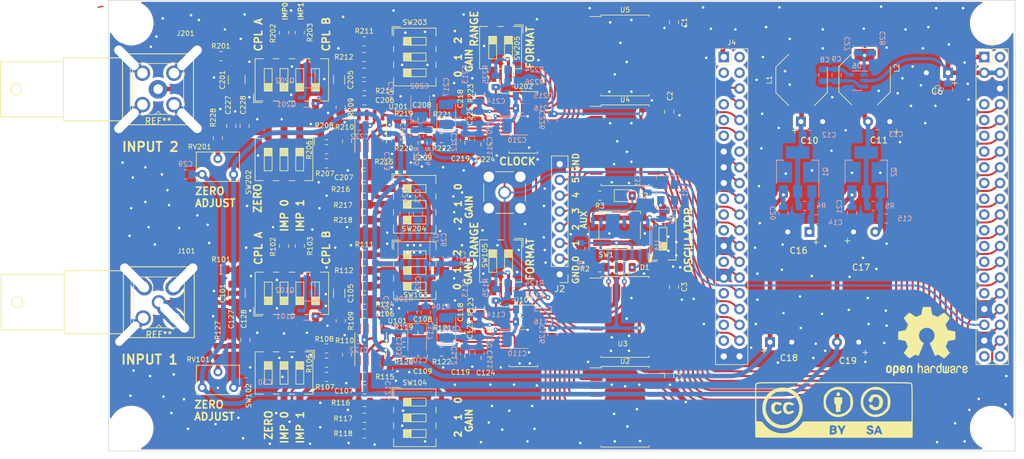
<source format=kicad_pcb>
(kicad_pcb (version 20221018) (generator pcbnew)
  (title_block (title "MISRC") (date "2023-11-22") (rev "0.3"))
  (layers (0 "F.Cu" signal) (31 "B.Cu" signal) (34 "B.Paste" user) (35 "F.Paste" user) (36 "B.SilkS" user "B.Silkscreen") (37 "F.SilkS" user "F.Silkscreen") (38 "B.Mask" user) (39 "F.Mask" user) (44 "Edge.Cuts" user))
  (net 0 "")
  (net 1 "VDD")
  (net 2 "GND")
  (net 3 "+5V")
  (net 4 "+5VA")
  (net 5 "-5VA")
  (net 6 "VDDA")
  (net 7 "/Input_ADC_CH1/CLK")
  (net 8 "Net-(R212-Pad2)")
  (net 9 "Net-(R213-Pad2)")
  (net 10 "Net-(R217-Pad2)")
  (net 11 "Net-(R218-Pad2)")
  (net 12 "/DA0")
  (net 13 "/DA1")
  (net 14 "/DA2")
  (net 15 "/DA3")
  (net 16 "/DA4")
  (net 17 "/DA5")
  (net 18 "/DA6")
  (net 19 "/DA7")
  (net 20 "/DA8")
  (net 21 "/DA9")
  (net 22 "/DA10")
  (net 23 "/DA11")
  (net 24 "/DB3")
  (net 25 "/DB2")
  (net 26 "/DB1")
  (net 27 "/DB0")
  (net 28 "/DB4")
  (net 29 "/DB5")
  (net 30 "/DB6")
  (net 31 "/DB7")
  (net 32 "/DB8")
  (net 33 "/DB9")
  (net 34 "/DB10")
  (net 35 "/DB11")
  (net 36 "/OTRA")
  (net 37 "/OTRB")
  (net 38 "Net-(Q201-B)")
  (net 39 "Net-(Q201-C)")
  (net 40 "Net-(U6-CP+)")
  (net 41 "Net-(U6-CP-)")
  (net 42 "Net-(Q1-C)")
  (net 43 "Net-(Q2-C)")
  (net 44 "Net-(Q1-B)")
  (net 45 "Net-(Q2-B)")
  (net 46 "Net-(U7-BYP)")
  (net 47 "Net-(U7-VREG)")
  (net 48 "Net-(U7-REF)")
  (net 49 "Net-(U6-VOUT)")
  (net 50 "Net-(J101-Signal)")
  (net 51 "Net-(C101-Pad2)")
  (net 52 "Net-(U101-VCM)")
  (net 53 "Net-(Q101-E)")
  (net 54 "Net-(U101-+)")
  (net 55 "Net-(C106-Pad2)")
  (net 56 "Net-(U101--)")
  (net 57 "Net-(C107-Pad2)")
  (net 58 "Net-(C108-Pad2)")
  (net 59 "Net-(C109-Pad1)")
  (net 60 "Net-(U102-VREF)")
  (net 61 "Net-(U102-REFT)")
  (net 62 "Net-(U102-REFB)")
  (net 63 "Net-(U102-IN)")
  (net 64 "Net-(U102-~{IN})")
  (net 65 "Net-(C127-Pad1)")
  (net 66 "Net-(J201-Signal)")
  (net 67 "Net-(C201-Pad2)")
  (net 68 "Net-(U201-VCM)")
  (net 69 "Net-(Q201-E)")
  (net 70 "Net-(U201-+)")
  (net 71 "Net-(C206-Pad2)")
  (net 72 "Net-(U201--)")
  (net 73 "Net-(C207-Pad2)")
  (net 74 "Net-(C208-Pad2)")
  (net 75 "Net-(C209-Pad1)")
  (net 76 "Net-(U202-VREF)")
  (net 77 "Net-(U202-REFT)")
  (net 78 "Net-(U202-REFB)")
  (net 79 "Net-(U202-IN)")
  (net 80 "Net-(U202-~{IN})")
  (net 81 "Net-(C227-Pad1)")
  (net 82 "Net-(D1-K)")
  (net 83 "Net-(D1-A)")
  (net 84 "Net-(D2-K)")
  (net 85 "Net-(D2-A)")
  (net 86 "Net-(J2-Pin_2)")
  (net 87 "Net-(J2-Pin_3)")
  (net 88 "Net-(J2-Pin_4)")
  (net 89 "Net-(J2-Pin_5)")
  (net 90 "Net-(J2-Pin_6)")
  (net 91 "Net-(J2-Pin_7)")
  (net 94 "Net-(J3-DQ15)")
  (net 96 "Net-(J3-DQ14)")
  (net 98 "Net-(J3-DQ13)")
  (net 100 "Net-(J3-DQ12)")
  (net 102 "Net-(J3-DQ11)")
  (net 104 "Net-(J3-DQ10)")
  (net 106 "Net-(J3-DQ9)")
  (net 108 "Net-(J3-DQ8)")
  (net 110 "Net-(J3-DQ7)")
  (net 112 "Net-(J3-DQ6)")
  (net 114 "Net-(J3-DQ5)")
  (net 116 "Net-(J3-DQ4)")
  (net 118 "Net-(J3-DQ3)")
  (net 119 "Net-(J3-DQ2)")
  (net 120 "Net-(J3-DQ1)")
  (net 121 "Net-(J3-DQ0)")
  (net 127 "Net-(J4-DQ31)")
  (net 129 "Net-(J4-DQ30)")
  (net 131 "Net-(J4-DQ29)")
  (net 133 "Net-(J4-DQ28)")
  (net 135 "Net-(J4-DQ27)")
  (net 136 "Net-(J4-DQ26)")
  (net 138 "Net-(J4-DQ25)")
  (net 140 "Net-(J4-DQ24)")
  (net 142 "Net-(J4-DQ23)")
  (net 143 "Net-(J4-DQ22)")
  (net 145 "Net-(J4-DQ21)")
  (net 146 "Net-(J4-DQ20)")
  (net 148 "Net-(J4-DQ19)")
  (net 150 "Net-(J4-DQ18)")
  (net 152 "Net-(J4-DQ17)")
  (net 154 "Net-(J4-DQ16)")
  (net 155 "Net-(Q101-B)")
  (net 156 "Net-(Q101-C)")
  (net 157 "Net-(U1A-R)")
  (net 158 "Net-(R102-Pad1)")
  (net 159 "Net-(R103-Pad1)")
  (net 160 "Net-(R106-Pad1)")
  (net 161 "Net-(R106-Pad2)")
  (net 162 "Net-(R107-Pad2)")
  (net 163 "Net-(R111-Pad2)")
  (net 164 "Net-(R112-Pad2)")
  (net 165 "Net-(R113-Pad2)")
  (net 166 "Net-(R116-Pad2)")
  (net 167 "Net-(R117-Pad2)")
  (net 168 "Net-(R118-Pad2)")
  (net 169 "Net-(U102-SENSE)")
  (net 170 "Net-(U102-MODE)")
  (net 171 "Net-(R125-Pad1)")
  (net 172 "Net-(R127-Pad2)")
  (net 173 "Net-(R202-Pad1)")
  (net 174 "Net-(R203-Pad1)")
  (net 175 "Net-(R206-Pad1)")
  (net 176 "Net-(R206-Pad2)")
  (net 177 "Net-(R207-Pad2)")
  (net 178 "Net-(R211-Pad2)")
  (net 179 "Net-(R216-Pad2)")
  (net 180 "Net-(U202-SENSE)")
  (net 181 "Net-(U202-MODE)")
  (net 182 "Net-(R225-Pad1)")
  (net 183 "Net-(R228-Pad2)")
  (net 184 "Net-(X1-EN)")
  (footprint "Button_Switch_SMD:SW_DIP_SPSTx03_Slide_6.7x9.18mm_W8.61mm_P2.54mm_LowProfile" (layer "F.Cu") (at 109.969 96.139)
    (fp_text reference "SW204")
    (fp_text value "SW_DIP_x03")
  )
  (footprint "CP_radial_flat:CP_Radial_FlatB_D8.0mm_P3.50mm" (layer "F.Cu") (at 181.554 118.364 180)
    (fp_text reference "C19")
    (fp_text value "470µ")
  )
  (footprint "Capacitor_SMD:C_0805_2012Metric" (layer "F.Cu") (at 117.348 120.65 -90)
    (fp_text reference "C119")
    (fp_text value "15p")
  )
  (footprint "Resistor_SMD:R_0805_2012Metric" (layer "F.Cu") (at 108.204 119.888)
    (fp_text reference "R120")
    (fp_text value "40")
  )
  (footprint "Capacitor_SMD:C_0805_2012Metric" (layer "F.Cu") (at 111.252 116.84 -90)
    (fp_text reference "C108")
    (fp_text value "82p")
  )
  (footprint "Resistor_SMD:R_0805_2012Metric" (layer "F.Cu") (at 101.841 69.85)
    (fp_text reference "R211")
    (fp_text value "1k")
  )
  (footprint "Connector_PinHeader_2.54mm:PinHeader_1x08_P2.54mm_Vertical" (layer "F.Cu") (at 133.35 107.442 180)
    (fp_text reference "J2")
    (fp_text value "Conn_01x08_Socket")
  )
  (footprint "Resistor_SMD:R_0805_2012Metric" (layer "F.Cu") (at 101.841 74.93)
    (fp_text reference "R213" hide)
    (fp_text value "4k99")
  )
  (footprint "MountingHole:MountingHole_3.2mm_M3" (layer "F.Cu") (at 203.073 132.207)
    (fp_text reference "H3" hide)
    (fp_text value "MountingHole")
  )
  (footprint "Resistor_SMD:R_0805_2012Metric" (layer "F.Cu") (at 78.74 106.68)
    (fp_text reference "R101")
    (fp_text value "75")
  )
  (footprint "BNC_Rosenberger:BNC Socket" (layer "F.Cu") (at 68.71 111.92 180)
    (fp_text reference "J101")
    (fp_text value "BNC_Rosenberger")
  )
  (footprint "Button_Switch_SMD:SW_DIP_SPSTx03_Slide_6.7x9.18mm_W8.61mm_P2.54mm_LowProfile" (layer "F.Cu") (at 109.982 106.807)
    (fp_text reference "SW103")
    (fp_text value "SW_DIP_x03")
  )
  (footprint "LED_SMD:LED_0805_2012Metric_Pad1.15x1.40mm_HandSolder" (layer "F.Cu") (at 144.009 94.742)
    (fp_text reference "D2")
    (fp_text value "LED")
  )
  (footprint "Resistor_SMD:R_0805_2012Metric" (layer "F.Cu") (at 101.854 128.016)
    (fp_text reference "R116")
    (fp_text value "4k99")
  )
  (footprint "Connector_PinHeader_2.54mm:PinHeader_2x20_P2.54mm_Vertical" (layer "F.Cu") (at 201.803 72.39)
    (fp_text reference "J3")
    (fp_text value "GPIFII_J6")
  )
  (footprint "Capacitor_SMD:C_1210_3225Metric" (layer "F.Cu") (at 81.28 110.49 90)
    (fp_text reference "C101")
    (fp_text value "100µ")
  )
  (footprint "Resistor_SMD:R_0805_2012Metric" (layer "F.Cu") (at 98.031 80.518 -90)
    (fp_text reference "R209")
    (fp_text value "499")
  )
  (footprint "Resistor_SMD:R_0805_2012Metric" (layer "F.Cu") (at 91.427 68.453 90)
    (fp_text reference "R203")
    (fp_text value "150")
  )
  (footprint "Resistor_SMD:R_0805_2012Metric" (layer "F.Cu") (at 95.745 84.963 180)
    (fp_text reference "R208")
    (fp_text value "39")
  )
  (footprint "Resistor_SMD:R_0805_2012Metric" (layer "F.Cu") (at 95.745 87.249 180)
    (fp_text reference "R206")
    (fp_text value "39")
  )
  (footprint "Resistor_SMD:R_0805_2012Metric" (layer "F.Cu") (at 99.06 120.396 -90)
    (fp_text reference "R110")
    (fp_text value "499")
  )
  (footprint "Package_SO:TSSOP-28_4.4x9.7mm_P0.65mm" (layer "F.Cu") (at 127.508 117.348)
    (fp_text reference "U102")
    (fp_text value "AD9235")
  )
  (footprint "Resistor_SMD:R_0805_2012Metric" (layer "F.Cu") (at 99.047 85.979 -90)
    (fp_text reference "R210")
    (fp_text value "499")
  )
  (footprint "Capacitor_SMD:C_0805_2012Metric" (layer "F.Cu") (at 101.854 113.792)
    (fp_text reference "C106")
    (fp_text value "1p")
  )
  (footprint "Package_SO:SOIC-20W_7.5x12.8mm_P1.27mm" (layer "F.Cu") (at 143.891 72.136)
    (fp_text reference "U5")
    (fp_text value "74VHC541")
  )
  (footprint "Capacitor_SMD:C_0805_2012Metric" (layer "F.Cu") (at 120.129 81.915 -90)
    (fp_text reference "C225")
    (fp_text value "100n")
  )
  (footprint "Capacitor_SMD:C_0805_2012Metric" (layer "F.Cu") (at 101.841 79.375)
    (fp_text reference "C206")
    (fp_text value "1p")
  )
  (footprint "Resistor_SMD:R_0805_2012Metric" (layer "F.Cu") (at 101.841 89.535)
    (fp_text reference "R215")
    (fp_text value "6k49")
  )
  (footprint "Package_SO:SOIC-20W_7.5x12.8mm_P1.27mm" (layer "F.Cu") (at 143.891 86.614)
    (fp_text reference "U4")
    (fp_text value "74VHC541")
  )
  (footprint "Connector_Coaxial:SMA_Amphenol_901-144_Vertical" (layer "F.Cu") (at 124.46 94.234)
    (fp_text reference "J1" hide)
    (fp_text value "Conn_01x01_Shielded")
  )
  (footprint "Button_Switch_SMD:SW_DIP_SPSTx03_Slide_6.7x9.18mm_W8.61mm_P2.54mm_LowProfile" (layer "F.Cu") (at 109.982 72.39)
    (fp_text reference "SW203")
    (fp_text value "SW_DIP_x03")
  )
  (footprint "Potentiometer_THT:Potentiometer_Bourns_3266W_Vertical" (layer "F.Cu") (at 75.692 91.313 180)
    (fp_text reference "RV201")
    (fp_text value "10k")
  )
  (footprint "CP_radial_flat:CP_Radial_Flat_D8.0mm_P3.50mm" (layer "F.Cu") (at 180.721 100.584)
    (fp_text reference "C17")
    (fp_text value "470µ")
  )
  (footprint "Connector_Coaxial:SMA_Amphenol_901-143_Horizontal" (layer "F.Cu") (at 68.73 111.94 90)
    (fp_text reference "REF**")
    (fp_text value "SMA_Amphenol_901-143_Horizontal")
    (fp_line (start 4.3 -4.5) (end -4.3 -4.5) (stroke (width 0.1)) (layer "Edge.Cuts"))
  )
  (footprint "Resistor_SMD:R_0805_2012Metric" (layer "F.Cu") (at 114.3 119.888)
    (fp_text reference "R122")
    (fp_text value "22")
  )
  (footprint "Inductor_SMD:L_Bourns-SRU8043" (layer "F.Cu") (at 172.339 76.073 -90)
    (fp_text reference "L1")
    (fp_text value "100µ")
  )
  (footprint "CP_radial_flat:CP_Radial_FlatB_D8.0mm_P3.50mm" (layer "F.Cu") (at 186.564651 82.804 180)
    (fp_text reference "C11")
    (fp_text value "470µ")
  )
  (footprint "Resistor_SMD:R_0805_2012Metric" (layer "F.Cu") (at 95.758 119.38 180)
    (fp_text reference "R108")
    (fp_text value "39")
  )
  (footprint "Resistor_SMD:R_0805_2012Metric" (layer "F.Cu") (at 139.827 106.299 180)
    (fp_text reference "R2")
    (fp_text value "100")
  )
  (footprint "Resistor_SMD:R_0805_2012Metric" (layer "F.Cu") (at 95.758 121.666 180)
    (fp_text reference "R106")
    (fp_text value "39")
  )
  (footprint "Capacitor_SMD:C_0805_2012Metric" (layer "F.Cu") (at 111.239 82.423 -90)
    (fp_text reference "C208")
    (fp_text value "82p")
  )
  (footprint "Package_SO:SOIC-20W_7.5x12.8mm_P1.27mm" (layer "F.Cu") (at 143.891 128.778)
    (fp_text reference "U2")
    (fp_text value "74VHC541")
  )
  (footprint "Resistor_SMD:R_0805_2012Metric" (layer "F.Cu") (at 101.841 93.599)
    (fp_text reference "R216")
    (fp_text value "4k99")
  )
  (footprint "Button_Switch_SMD:SW_DIP_SPSTx04_Slide_6.7x11.72mm_W8.61mm_P2.54mm_LowProfile" (layer "F.Cu") (at 90.157 76.073 90)
    (fp_text reference "SW201" hide)
    (fp_text value "SW_DIP_x04")
  )
  (footprint "Resistor_SMD:R_0805_2012Metric" (layer "F.Cu") (at 120.51 78.359 90)
    (fp_text reference "R223")
    (fp_text value "10k")
  )
  (footprint "MountingHole:MountingHole_3.2mm_M3" (layer "F.Cu") (at 64.262 132.207)
    (fp_text reference "H2" hide)
    (fp_text value "MountingHole")
  )
  (footprint "LED_SMD:LED_0805_2012Metric_Pad1.15x1.40mm_HandSolder" (layer "F.Cu") (at 144.009 106.299)
    (fp_text reference "D1")
    (fp_text value "LED")
  )
  (footprint "Inductor_SMD:L_Bourns-SRU8043" (layer "F.Cu") (at 182.499 75.983 -90)
    (fp_text reference "L2")
    (fp_text value "100µ")
  )
  (footprint "BNC_Rosenberger:BNC Socket" (layer "F.Cu") (at 68.58 77.597 180)
    (fp_text reference "J201")
    (fp_text value "BNC_Right_Angle")
  )
  (footprint "Resistor_SMD:R_0805_2012Metric" (layer "F.Cu") (at 88.9 102.87 90)
    (fp_text reference "R102")
    (fp_text value "75")
  )
  (footprint "Capacitor_SMD:C_1210_3225Metric" (layer "F.Cu") (at 81.267 76.073 90)
    (fp_text reference "C201")
    (fp_text value "100µ")
  )
  (footprint "Logo:CC Licence" (layer "F.Cu") (at 177.546 129.286)
    (fp_text reference "G***" hide)
    (fp_text value "LOGO" hide)
  )
  (footprint "Resistor_SMD:R_0805_2012Metric" (layer "F.Cu") (at 101.854 123.952)
    (fp_text reference "R115")
    (fp_text value "6k49")
  )
  (footprint "Resistor_SMD:R_0805_2012Metric" (layer "F.Cu") (at 101.854 104.267)
    (fp_text reference "R111")
    (fp_text value "1k")
  )
  (footprint "Button_Switch_SMD:SW_DIP_SPSTx02_Slide_6.7x6.64mm_W8.61mm_P2.54mm_LowProfile" (layer "F.Cu") (at 123.825 105.283 -90)
    (fp_text reference "SW105")
    (fp_text value "SW_DIP_x02")
  )
  (footprint "Capacitor_SMD:C_0805_2012Metric" (layer "F.Cu") (at 121.399 86.487 90)
    (fp_text reference "C224")
    (fp_text value "100n")
  )
  (footprint "Resistor_SMD:R_0805_2012Metric" (layer "F.Cu") (at 108.191 85.471)
    (fp_text reference "R220")
    (fp_text value "40")
  )
  (footprint "Capacitor_SMD:C_0805_2012Metric" (layer "F.Cu") (at 111.252 120.65 -90)
    (fp_text reference "C109")
    (fp_text value "82p")
  )
  (footprint "Capacitor_SMD:C_0805_2012Metric" (layer "F.Cu") (at 120.142 116.332 -90)
    (fp_text reference "C125")
    (fp_text value "100n")
  )
  (footprint "Capacitor_SMD:C_0805_2012Metric" (layer "F.Cu") (at 111.239 86.233 -90)
    (fp_text reference "C209")
    (fp_text value "82p")
  )
  (footprint "Resistor_SMD:R_0805_2012Metric" (layer "F.Cu") (at 101.841 72.39)
    (fp_text reference "R212")
    (fp_text value "2k49")
  )
  (footprint "Resistor_SMD:R_0805_2012Metric" (layer "F.Cu") (at 101.854 109.347)
    (fp_text reference "R113" hide)
    (fp_text value "4k99")
  )
  (footprint "Resistor_SMD:R_0805_2012Metric" (layer "F.Cu") (at 95.745 89.535 180)
    (fp_text reference "R207")
    (fp_text value "75")
  )
  (footprint "Resistor_SMD:R_0805_2012Metric" (layer "F.Cu") (at 114.287 85.471)
    (fp_text reference "R222")
    (fp_text value "22")
  )
  (footprint "CP_radial_flat:CP_Radial_Flat_D8.0mm_P3.50mm" (layer "F.Cu") (at 172.24 82.801)
    (fp_text reference "C10")
    (fp_text value "470µ")
  )
  (footprint "Package_SO:SOIC-20W_7.5x12.8mm_P1.27mm" (layer "F.Cu") (at 143.891 114.3)
    (fp_text reference "U3")
    (fp_text value "74VHC541")
  )
  (footprint "Capacitor_SMD:C_0805_2012Metric" (layer "F.Cu") (at 82.677 117.983 90)
    (fp_text reference "C128")
    (fp_text value "1n" hide)
  )
  (footprint "Capacitor_SMD:C_0805_2012Metric" (layer "F.Cu") (at 101.854 125.984)
    (fp_text reference "C107")
    (fp_text value "1p")
  )
  (footprint "Resistor_SMD:R_0805_2012Metric" (layer "F.Cu") (at 95.758 123.952 180)
    (fp_text reference "R107")
    (fp_text value "75")
  )
  (footprint "Resistor_SMD:R_0805_2012Metric" (layer "F.Cu") (at 101.841 98.679)
    (fp_text reference "R218")
    (fp_text value "1k")
  )
  (footprint "Resistor_SMD:R_0805_2012Metric" (layer "F.Cu") (at 108.204 117.602)
    (fp_text reference "R119")
    (fp_text value "40")
  )
  (footprint "CP_radial_flat:CP_Radial_FlatB_D8.0mm_P3.50mm" (layer "F.Cu") (at 195.962651 74.93 180)
    (fp_text reference "C6")
    (fp_text value "470µ")
  )
  (footprint "CP_radial_flat:CP_Radial_Flat_D8.0mm_P3.50mm" (layer "F.Cu") (at 167.259 118.364)
    (fp_text reference "C18")
    (fp_text value "470µ")
  )
  (footprint "Resistor_SMD:R_0805_2012Metric" (layer "F.Cu") (at 108.191 83.185)
    (fp_text reference "R219")
    (fp_text value "40")
  )
  (footprint "Button_Switch_SMD:SW_DIP_SPSTx01_Slide_6.7x4.1mm_W8.61mm_P2.54mm_LowProfile" (layer "F.Cu") (at 149.987 101.714 90)
    (fp_text reference "SW2" hide)
    (fp_text value "SW_DIP_x01")
  )
  (footprint "Button_Switch_SMD:SW_SPST_EVQP0" (layer "F.Cu") (at 143.002 100.33 180)
    (fp_text reference "SW1")
    (fp_text value "SW_Push")
  )
  (footprint "MountingHole:MountingHole_3.2mm_M3" (layer "F.Cu") (at 64.262 66.929)
    (fp_text reference "H1" hide)
    (fp_text value "MountingHole")
  )
  (footprint "Capacitor_SMD:C_0805_2012Metric" (layer "F.Cu") (at 151.003 81.219 -90)
    (fp_text reference "C2")
    (fp_text value "1µ")
  )
  (footprint "Capacitor_SMD:C_1206_3216Metric" (layer "F.Cu") (at 97.79 110.49 -90)
    (fp_text reference "C105")
    (fp_text value "470n")
  )
  (footprint "Capacitor_SMD:C_0805_2012Metric" (layer "F.Cu") (at 82.55 83.5 90)
    (fp_text reference "C228")
    (fp_text value "1n" hide)
  )
  (footprint "Resistor_SMD:R_0805_2012Metric" (layer "F.Cu") (at 78.727 72.263)
    (fp_text reference "R201")
    (fp_text value "75")
  )
  (footprint "Resistor_SMD:R_0805_2012Metric" (layer "F.Cu") (at 101.841 96.139)
    (fp_text reference "R217")
    (fp_text value "2k49")
  )
  (footprint "Capacitor_SMD:C_0805_2012Metric" (layer "F.Cu") (at 117.348 116.84 -90)
    (fp_text reference "C118")
    (fp_text value "15p")
  )
  (footprint "Capacitor_SMD:C_0805_2012Metric" (layer "F.Cu") (at 151.003 123.825 -90)
    (fp_text reference "C4")
    (fp_text value "1µ")
  )
  (footprint "Resistor_SMD:R_0805_2012Metric" (layer "F.Cu") (at 101.854 133.096)
    (fp_text reference "R118")
    (fp_text value "1k")
  )
  (footprint "Resistor_SMD:R_0805_2012Metric" (layer "F.Cu") (at 114.287 83.185)
    (fp_text reference "R221")
    (fp_text value "22")
  )
  (footprint "CP_radial_flat:CP_Radial_FlatB_D8.0mm_P3.50mm" (layer "F.Cu") (at 173.609 100.584 180)
    (fp_text reference "C16")
    (fp_text value "470µ")
  )
  (footprint "Resistor_SMD:R_0805_2012Metric" (layer "F.Cu") (at 78.232 85.471 -90)
    (fp_text reference "R228")
    (fp_text value "3k3" hide)
  )
  (footprint "Button_Switch_SMD:SW_DIP_SPSTx04_Slide_6.7x11.72mm_W8.61mm_P2.54mm_LowProfile" (layer "F.Cu") (at 90.17 110.49 90)
    (fp_text reference "SW101" hide)
    (fp_text value "SW_DIP_x04")
  )
  (footprint "Resistor_SMD:R_0805_2012Metric" (layer "F.Cu") (at 98.044 114.935 -90)
    (fp_text reference "R109")
    (fp_text value "499")
  )
  (footprint "Connector_Coaxial:SMA_Amphenol_901-143_Horizontal" (layer "F.Cu") (at 68.61 77.53 90)
    (fp_text reference "REF**")
    (fp_text value "SMA_Amphenol_901-143_Horizontal")
    (fp_line (start 4.3 -4.5) (end -4.3 -4.5) (stroke (width 0.1)) (layer "Edge.Cuts"))
  )
  (footprint "Capacitor_SMD:C_0805_2012Metric" (layer "F.Cu") (at 80.391 83.5 90)
    (fp_text reference "C227")
    (fp_text value "10µ" hide)
  )
  (footprint "Button_Switch_SMD:SW_DIP_SPSTx03_Slide_6.7x9.18mm_W8.61mm_P2.54mm_LowProfile" (layer "F.Cu") (at 88.887 88.913 -90)
    (fp_text reference "SW202")
    (fp_text value "SW_DIP_x03")
  )
  (footprint "Resistor_SMD:R_0805_2012Metric" (layer "F.Cu") (at 101.854 106.807)
    (fp_text reference "R112")
    (fp_text value "2k49")
  )
  (footprint "Resistor_SMD:R_0805_2012Metric" (layer "F.Cu") (at 91.44 102.87 90)
    (fp_text reference "R103")
    (fp_text value "150")
  )
  (footprint "Package_SO:SO-8_3.9x4.9mm_P1.27mm" (layer "F.Cu") (at 102.87 84.328 90)
    (fp_text reference "U201")
    (fp_text value "AD8138ARZ")
  )
  (footprint "Capacitor_SMD:C_0805_2012Metric" (layer "F.Cu") (at 117.335 86.233 -90)
    (fp_text reference "C219")
    (fp_text value "15p")
  )
  (footprint "Symbol:OSHW-Logo2_14.6x12mm_SilkScreen" (layer "F.Cu") (at 192.532 118.237)
    (fp_text reference "REF**" hide)
    (fp_text value "OSHW-Logo2_14.6x12mm_SilkScreen" hide)
  )
  (footprint "MountingHole:MountingHole_3.2mm_M3" (layer "F.Cu") (at 203.073 66.929)
    (fp_text reference "H4" hide)
    (fp_text value "MountingHole")
  )
  (footprint "Package_SO:TSSOP-28_4.4x9.7mm_P0.65mm" (layer "F.Cu") (at 127.495 82.931)
    (fp_text reference "U202")
    (fp_text value "AD9235")
  )
  (footprint "Resistor_SMD:R_0805_2012Metric" (layer "F.Cu") (at 88.887 68.453 90)
    (fp_text reference "R202")
    (fp_text value "75")
  )
  (footprint "Resistor_SMD:R_0805_2012Metric" (layer "F.Cu") (at 114.3 117.602)
    (fp_text reference "R121")
    (fp_text value "22")
  )
  (footprint "Resistor_SMD:R_0805_2012Metric" (layer "F.Cu") (at 101.841 77.089)
    (fp_text reference "R214")
    (fp_text value "6k49")
  )
  (footprint "Button_Switch_SMD:SW_DIP_SPSTx02_Slide_6.7x6.64mm_W8.61mm_P2.54mm_LowProfile" (layer "F.Cu") (at 123.812 70.866 -90)
    (fp_text reference "SW205")
    (fp_text value "SW_DIP_x02")
  )
  (footprint "Capacitor_SMD:C_0805_2012Metric" (layer "F.Cu") (at 151.765 109.474 -90)
    (fp_text reference "C3")
    (fp_text value "1µ")
  )
  (footprint "Package_SO:SO-8_3.9x4.9mm_P1.27mm" (layer "F.Cu") (at 102.87 118.745 90)
    (fp_text reference "U101")
    (fp_text value "AD8138ARZ")
  )
  (footprint "Potentiometer_THT:Potentiometer_Bourns_3266W_Vertical" (layer "F.Cu") (at 75.707 125.685 180)
    (fp_text reference "RV101")
    (fp_text value "10k")
  )
  (footprint "Button_Switch_SMD:SW_DIP_SPSTx03_Slide_6.7x9.18mm_W8.61mm_P2.54mm_LowProfile" (layer "F.Cu") (at 88.9 123.33 -90)
    (fp_text reference "SW102")
    (fp_text value "SW_DIP_x03")
  )
  (footprint "Resistor_SMD:R_0805_2012Metric" (layer "F.Cu") (at 139.827 94.742 180)
    (fp_text reference "R3")
    (fp_text value "100")
  )
  (footprint "Resistor_SMD:R_0805_2012Metric" (layer "F.Cu") (at 78.232 119.9115 -90)
    (fp_text reference "R127")
    (fp_text value "3k3" hide)
  )
  (footprint "Resistor_SMD:R_0805_2012Metric" (layer "F.Cu") (at 101.854 130.556)
    (fp_text reference "R117")
    (fp_text value "2k49")
  )
  (footprint "Resistor_SMD:R_0805_2012Metric" (layer "F.Cu") (at 120.523 112.776 90)
    (fp_text reference "R123")
    (fp_text value "10k")
  )
  (footprint "Capacitor_SMD:C_0805_2012Metric" (layer "F.Cu") (at 121.412 120.904 90)
    (fp_text reference "C124")
    (fp_text value "100n")
  )
  (footprint "Connector_PinHeader_2.54mm:PinHeader_2x20_P2.54mm_Vertical" (layer "F.Cu") (at 159.8 72.39)
    (fp_text reference "J4")
    (fp_text value "GPIFII_J7")
  )
  (footprint "Capacitor_SMD:C_0805_2012Metric" (layer "F.Cu") (at 80.518 117.983 90)
    (fp_text reference "C127")
    (fp_text value "10µ" hide)
  )
  (footprint "Button_Switch_SMD:SW_DIP_SPSTx03_Slide_6.7x9.18mm_W8.61mm_P2.54mm_LowProfile" (layer "F.Cu") (at 109.982 130.556)
    (fp_text reference "SW104")
    (fp_text value "SW_DIP_x03")
  )
  (footprint "Capacitor_SMD:C_0805_2012Metric" (layer "F.Cu") (at 151.765 66.802 -90)
    (fp_text reference "C1")
    (fp_text value "1µ")
  )
  (footprint "Capacitor_SMD:C_0805_2012Metric" (layer "F.Cu") (at 101.841 91.567)
    (fp_text reference "C207")
    (fp_text value "1p")
  )
  (footprint "Capacitor_SMD:C_1206_3216Metric" (layer "F.Cu") (at 97.777 76.073 -90)
    (fp_text reference "C205")
    (fp_text value "470n")
  )
  (footprint "Capacitor_SMD:C_0805_2012Metric" (layer "F.Cu") (at 117.335 82.423 -90)
    (fp_text reference "C218")
    (fp_text value "15p")
  )
  (footprint "Resistor_SMD:R_0805_2012Metric" (layer "F.Cu") (at 101.854 111.506)
    (fp_text reference "R114")
    (fp_text value "6k49")
  )
  (footprint "Capacitor_SMD:C_0805_2012Metric" (layer "B.Cu") (at 100.965 117.856)
    (fp_text reference "C122")
    (fp_text value "100n")
  )
  (footprint "Capacitor_Tantalum_SMD:CP_EIA-3528-21_Kemet-B_Pad1.50x2.35mm_HandSolder" (layer "B.Cu") (at 110.363 117.983 -90)
    (fp_text reference "C102")
    (fp_text value "10µ")
  )
  (footprint "Capacitor_SMD:C_0805_2012Metric" (layer "B.Cu") (at 132.207 82.55 -90)
    (fp_text reference "C226")
    (fp_text value "100n")
  )
  (footprint "Capacitor_SMD:C_0805_2012Metric" (layer "B.Cu") (at 118.097 82.169 90)
    (fp_text reference "C221" hide)
    (fp_text value "1n")
  )
  (footprint "Capacitor_SMD:C_0805_2012Metric" (layer "B.Cu") (at 169.418 97.536 -90)
    (fp_text reference "C20")
    (fp_text value "1µ")
  )
  (footprint "Capacitor_SMD:C_0805_2012Metric" (layer "B.Cu") (at 175.8315 75.311 -90)
    (fp_text reference "C8")
    (fp_text value "10µ")
  )
  (footprint "Oscillator:Oscillator_SMD_EuroQuartz_XO53-4Pin_5.0x3.2mm" (layer "B.Cu") (at 150.749 94.234 90)
    (fp_text reference "X1")
    (fp_text value "40M")
  )
  (footprint "Package_TO_SOT_SMD:SOT-23-3" (layer "B.Cu") (at 92.329 75.057 90)
    (fp_text reference "Q202")
    (fp_text value "CMPT5179" hide)
  )
  (footprint "Resistor_SMD:R_0805_2012Metric" (layer "B.Cu") (at 112.141 85.0665 -90)
    (fp_text reference "R204")
    (fp_text value "1k")
  )
  (footprint "Capacitor_SMD:C_0805_2012Metric" (layer "B.Cu") (at 108.839 108.839 90)
    (fp_text reference "C22")
    (fp_text value "1µ")
  )
  (footprint "Capacitor_SMD:C_0805_2012Metric" (layer "B.Cu") (at 180.467 97.536 -90)
    (fp_text reference "C21")
    (fp_text value "1µ")
  )
  (footprint "Resistor_SMD:R_0805_2012Metric" (layer "B.Cu") (at 183.896 96.393)
    (fp_text reference "R5")
    (fp_text value "1k")
  )
  (footprint "Resistor_SMD:R_0805_2012Metric" (layer "B.Cu") (at 125.857 110.871 180)
    (fp_text reference "R126")
    (fp_text value "10k")
  )
  (footprint "Capacitor_SMD:C_0805_2012Metric" (layer "B.Cu") (at 120.396 113.03 -90)
    (fp_text reference "C114")
    (fp_text value "1n")
  )
  (footprint "Capacitor_SMD:C_0805_2012Metric" (layer "B.Cu") (at 127.241 80.645)
    (fp_text reference "C216")
    (fp_text value "1n")
  )
  (footprint "Resistor_SMD:R_0805_2012Metric" (layer "B.Cu") (at 125.844 76.454 180)
    (fp_text reference "R226")
    (fp_text value "10k")
  )
  (footprint "Capacitor_SMD:C_0805_2012Metric" (layer "B.Cu") (at 118.097 78.613 -90)
    (fp_text reference "C213")
    (fp_text value "100n")
  )
  (footprint "Capacitor_SMD:C_0805_2012Metric" (layer "B.Cu") (at 195.961 77.597 -90)
    (fp_text reference "C7")
    (fp_text value "1µ")
  )
  (footprint "Package_TO_SOT_SMD:SOT-223-3_TabPin2" (layer "B.Cu") (at 182.753 90.932 90)
    (fp_text reference "Q2")
    (fp_text value "FZT790A")
  )
  (footprint "Capacitor_SMD:C_0805_2012Metric" (layer "B.Cu") (at 185.928 98.425)
    (fp_text reference "C15")
    (fp_text value "100n")
  )
  (footprint "Capacitor_SMD:C_0805_2012Metric" (layer "B.Cu") (at 118.11 120.142 90)
    (fp_text reference "C112")
    (fp_text value "100n")
  )
  (footprint "Capacitor_SMD:C_0805_2012Metric" (layer "B.Cu") (at 147.447 93.284 90)
    (fp_text reference "C31")
    (fp_text value "1µ")
  )
  (footprint "Package_TO_SOT_SMD:SOT-23-3" (layer "B.Cu") (at 92.329 109.3525 90)
    (fp_text reference "Q102")
    (fp_text value "CMPT5179" hide)
  )
  (footprint "Capacitor_SMD:C_0805_2012Metric" (layer "B.Cu") (at 105.537 85.725 -90)
    (fp_text reference "C223")
    (fp_text value "100n")
  )
  (footprint "Capacitor_SMD:C_0805_2012Metric" (layer "B.Cu") (at 120.383 78.613 -90)
    (fp_text reference "C214")
    (fp_text value "1n")
  )
  (footprint "Package_SO:SOIC-8-1EP_3.9x4.9mm_P1.27mm_EP2.29x3mm" (layer "B.Cu") (at 109.843 103.313 90)
    (fp_text reference "U7")
    (fp_text value "ADP7156ARDZ")
  )
  (footprint "Capacitor_Tantalum_SMD:CP_EIA-3528-21_Kemet-B_Pad1.50x2.35mm_HandSolder" (layer "B.Cu") (at 115.049 81.661 90)
    (fp_text reference "C217")
    (fp_text value "10µ")
  )
  (footprint "Capacitor_SMD:C_0805_2012Metric" (layer "B.Cu") (at 174.752 98.552)
    (fp_text reference "C14")
    (fp_text value "100n")
  )
  (footprint "Resistor_SMD:R_0805_2012Metric" (layer "B.Cu") (at 123.063 110.744 -90)
    (fp_text reference "R125")
    (fp_text value "3k3")
  )
  (footprint "Capacitor_SMD:C_0805_2012Metric" (layer "B.Cu") (at 127.254 113.03)
    (fp_text reference "C115")
    (fp_text value "100n")
  )
  (footprint "Capacitor_SMD:C_0805_2012Metric" (layer "B.Cu") (at 120.396 120.142 90)
    (fp_text reference "C111")
    (fp_text value "1n")
  )
  (footprint "Resistor_SMD:R_0805_2012Metric" (layer "B.Cu") (at 125.844 74.422 180)
    (fp_text reference "R224")
    (fp_text value "4k99")
  )
  (footprint "Capacitor_SMD:C_0805_2012Metric" (layer "B.Cu") (at 73.025 91.313 180)
    (fp_text reference "C29")
    (fp_text value "1µ")
  )
  (footprint "Capacitor_SMD:C_0805_2012Metric" (layer "B.Cu") (at 106.172 81.153 90)
    (fp_text reference "C204")
    (fp_text value "1n")
  )
  (footprint "Package_TO_SOT_SMD:SOT-223-3_TabPin2" (layer "B.Cu") (at 171.704 90.932 90)
    (fp_text reference "Q1")
    (fp_text value "FZT690B")
  )
  (footprint "Capacitor_SMD:C_0805_2012Metric" (layer "B.Cu") (at 127.254 115.062)
    (fp_text reference "C116")
    (fp_text value "1n")
  )
  (footprint "Capacitor_SMD:C_0805_2012Metric" (layer "B.Cu") (at 120.383 85.725 90)
    (fp_text reference "C211")
    (fp_text value "1n")
  )
  (footprint "Capacitor_SMD:C_0805_2012Metric" (layer "B.Cu") (at 118.11 113.03 -90)
    (fp_text reference "C113")
    (fp_text value "100n")
  )
  (footprint "Resistor_SMD:R_0805_2012Metric" (layer "B.Cu") (at 123.05 76.327 -90)
    (fp_text reference "R225")
    (fp_text value "3k3")
  )
  (footprint "Resistor_SMD:R_0805_2012Metric" (layer "B.Cu") (at 125.857 108.839 180)
    (fp_text reference "R124")
    (fp_text value "4k99")
  )
  (footprint "Capacitor_SMD:C_0805_2012Metric" (layer "B.Cu") (at 173.609 84.963)
    (fp_text reference "C12")
    (fp_text value "1µ")
  )
  (footprint "Capacitor_SMD:C_0805_2012Metric" (layer "B.Cu") (at 132.207 117.094 -90)
    (fp_text reference "C126")
    (fp_text value "100n")
  )
  (footprint "Resistor_SMD:R_0805_2012Metric" (layer "B.Cu") (at 111.76 113.538 90)
    (fp_text reference "R104")
    (fp_text value "1k")
  )
  (footprint "Capacitor_SMD:C_0805_2012Metric" (layer "B.Cu") (at 120.383 82.169 90)
    (fp_text reference "C220")
    (fp_text value "100n")
  )
  (footprint "Capacitor_SMD:C_0805_2012Metric" (layer "B.Cu") (at 110.49 97.663 -90)
    (fp_text reference "C23")
    (fp_text value "1µ")
  )
  (footprint "Capacitor_Tantalum_SMD:CP_EIA-3528-21_Kemet-B_Pad1.50x2.35mm_HandSolder" (layer "B.Cu") (at 115.062 116.078 90)
    (fp_text reference "C117")
    (fp_text value "10µ")
  )
  (footprint "Capacitor_Tantalum_SMD:CP_EIA-3528-21_Kemet-B_Pad1.50x2.35mm_HandSolder" (layer "B.Cu") (at 126.492 117.856)
    (fp_text reference "C110")
    (fp_text value "10µ")
  )
  (footprint "Package_TO_SOT_SMD:SOT-23-5" (layer "B.Cu") (at 181.2925 76.2 180)
    (fp_text reference "U6")
    (fp_text value "TPS60401")
  )
  (footprint "Capacitor_SMD:C_0805_2012Metric" (layer "B.Cu") (at 181.483 70.8 -90)
    (fp_text reference "C27")
    (fp_text value "1n" hide)
  )
  (footprint "Resistor_SMD:R_0805_2012Metric" (layer "B.Cu") (at 172.847 96.393)
    (fp_text reference "R4")
    (fp_text value "1k")
  )
  (footprint "Capacitor_Tantalum_SMD:CP_EIA-3528-21_Kemet-B_Pad1.50x2.35mm_HandSolder" (layer "B.Cu") (at 110.871 80.365 90)
    (fp_text reference "C202")
    (fp_text value "10µ")
  )
  (footprint "Package_TO_SOT_SMD:SOT-23-3" (layer "B.Cu") (at 92.837 113.284 180)
    (fp_text reference "Q101")
    (fp_text value "CMPT5179" hide)
  )
  (footprint "Package_SO:SO-16_3.9x9.9mm_P1.27mm" (layer "B.Cu") (at 143.129 101.6 90)
    (fp_text reference "U1")
    (fp_text value "4043")
  )
  (footprint "Capacitor_SMD:C_0805_2012Metric" (layer "B.Cu") (at 105.41 115.697 90)
    (fp_text reference "C104")
    (fp_text value "1n")
  )
  (footprint "Resistor_SMD:R_0805_2012Metric" (layer "B.Cu") (at 136.652 103.251 90)
    (fp_text reference "R1")
    (fp_text value "10k")
  )
  (footprint "Resistor_SMD:R_0805_2012Metric" (layer "B.Cu") (at 109.982 85.09 90)
    (fp_text reference "R205")
    (fp_text value "1k")
  )
  (footprint "Capacitor_SMD:C_0805_2012Metric" (layer "B.Cu") (at 183.642 70.8 -90)
    (fp_text reference "C28")
    (fp_text value "10µ" hide)
  )
  (footprint "Package_TO_SOT_SMD:SOT-23-3" (layer "B.Cu") (at 92.8425 78.928 180)
    (fp_text reference "Q201")
    (fp_text value "CMPT5179" hide)
  )
  (footprint "Capacitor_SMD:C_0805_2012Metric" (layer "B.Cu") (at 118.097 85.725 90)
    (fp_text reference "C212")
    (fp_text value "100n")
  )
  (footprint "Capacitor_SMD:C_0805_2012Metric" (layer "B.Cu") (at 149.606 99.441 -90)
    (fp_text reference "C5")
    (fp_text value "1µ")
  )
  (footprint "Capacitor_SMD:C_0805_2012Metric" (layer "B.Cu") (at 120.396 116.586 90)
    (fp_text reference "C120")
    (fp_text value "100n")
  )
  (footprint "Capacitor_SMD:C_0805_2012Metric" (layer "B.Cu") (at 108.204 81.153 90)
    (fp_text reference "C203")
    (fp_text value "100n")
  )
  (footprint "Capacitor_SMD:C_0805_2012Metric" (layer "B.Cu") (at 184.531 84.836)
    (fp_text reference "C13")
    (fp_text value "1µ")
  )
  (footprint "Capacitor_SMD:C_0805_2012Metric" (layer "B.Cu") (at 107.442 115.697 90)
    (fp_text reference "C103")
    (fp_text value "100n")
  )
  (footprint "Capacitor_SMD:C_0805_2012Metric" (layer "B.Cu") (at 127.241 78.613)
    (fp_text reference "C215")
    (fp_text value "100n")
  )
  (footprint "Capacitor_SMD:C_0805_2012Metric" (layer "B.Cu") (at 105.664 122.682 -90)
    (fp_text reference "C123")
    (fp_text value "100n")
  )
  (footprint "Capacitor_SMD:C_0805_2012Metric" (layer "B.Cu") (at 101.092 83.439)
    (fp_text reference "C222")
    (fp_text value "100n")
  )
  (footprint "Capacitor_SMD:C_0805_2012Metric" (layer "B.Cu") (at 118.11 116.586 90)
    (fp_text reference "C121")
    (fp_text value "1n")
  )
  (footprint "Capacitor_Tantalum_SMD:CP_EIA-3528-21_Kemet-B_Pad1.50x2.35mm_HandSolder" (layer "B.Cu") (at 126.479 83.439)
    (fp_text reference "C210")
    (fp_text value "10µ")
  )
  (footprint "Capacitor_SMD:C_0805_2012Metric" (layer "B.Cu") (at 116.078 104.775 90)
    (fp_text reference "C25")
    (fp_text value "10µ")
  )
  (footprint "Capacitor_SMD:C_0805_2012Metric" (layer "B.Cu") (at 82.677 124.841)
    (fp_text reference "C30")
    (fp_text value "1µ")
  )
  (footprint "Resistor_SMD:R_0805_2012Metric" (layer "B.Cu") (at 109.601 113.538 -90)
    (fp_text reference "R105")
    (fp_text value "1k")
  )
  (footprint "Capacitor_SMD:C_0805_2012Metric" (layer "B.Cu") (at 177.9905 75.311 -90)
    (fp_text reference "C9")
    (fp_text value "100n")
  )
  (footprint "Capacitor_SMD:C_0805_2012Metric" (layer "B.Cu") (at 113.792 104.775 90)
    (fp_text reference "C26")
    (fp_text value "100n")
  )
  (footprint "Capacitor_SMD:C_0805_2012Metric" (layer "B.Cu") (at 108.331 97.663 90)
    (fp_text reference "C24")
    (fp_text value "1µ")
  )
  (gr_line (start 58.93 64.36) (end 59.68 64.21) (stroke (width 0.2)) (layer "F.Cu"))
  (gr_line (start 206.756 135.89) (end 206.756 63.246) (stroke (width 0.1)) (layer "Edge.Cuts"))
  (gr_line (start 60.579 135.89) (end 206.756 135.89) (stroke (width 0.1)) (layer "Edge.Cuts"))
  (gr_line (start 206.756 63.246) (end 60.579 63.246) (stroke (width 0.1)) (layer "Edge.Cuts"))
  (gr_line (start 60.579 65.659) (end 60.579 65.786) (stroke (width 0.1)) (layer "Edge.Cuts"))
  (gr_line (start 60.579 63.246) (end 60.579 135.89) (stroke (width 0.1)) (layer "Edge.Cuts"))
  (gr_text "IMP 1" (at 92.202 134.874 90) (layer "F.SilkS") (effects (font (size 1.2 1.2) (thickness 0.25) bold) (justify left bottom)))
  (gr_text "2  1  0\n GAIN" (at 119.38 133.858 90) (layer "F.SilkS") (effects (font (size 1.1 1.1) (thickness 0.25) bold) (justify left bottom)))
  (gr_text "AUX" (at 137.795 100.203 90) (layer "F.SilkS") (effects (font (size 1 1) (thickness 0.2) bold) (justify left bottom)))
  (gr_text "CPL A" (at 85.471 71.628 90) (layer "F.SilkS") (effects (font (size 1.2 1.2) (thickness 0.25) bold) (justify left bottom)))
  (gr_text "INPUT 2" (at 62.611 87.757) (layer "F.SilkS") (effects (font (size 1.5 1.5) (thickness 0.3) bold) (justify left bottom)))
  (gr_text "4" (at 136.525 95.25 90) (layer "F.SilkS") (effects (font (size 1 1) (thickness 0.2) bold) (justify left bottom)))
  (gr_text "ZERO" (at 87.122 134.239 90) (layer "F.SilkS") (effects (font (size 1.2 1.2) (thickness 0.25) bold) (justify left bottom)))
  (gr_text "INPUT 1" (at 62.484 122.047) (layer "F.SilkS") (effects (font (size 1.5 1.5) (thickness 0.3) bold) (justify left bottom)))
  (gr_text "IMP 1" (at 92.202 100.711 90) (layer "F.SilkS") (effects (font (size 1.2 1.2) (thickness 0.25) bold) (justify left bottom)))
  (gr_text "0" (at 136.525 105.537 90) (layer "F.SilkS") (effects (font (size 1 1) (thickness 0.2) bold) (justify left bottom)))
  (gr_text "IMP0" (at 89.535 66.548 90) (layer "F.SilkS") (effects (font (size 0.8 0.8) (thickness 0.16) bold) (justify left bottom)))
  (gr_text "0  1  2\n GAIN" (at 119.253 110.109 90) (layer "F.SilkS") (effects (font (size 1.1 1.1) (thickness 0.25) bold) (justify left bottom)))
  (gr_text "GND" (at 136.525 109.093 90) (layer "F.SilkS") (effects (font (size 1 1) (thickness 0.2) bold) (justify left bottom)))
  (gr_text "CPL B" (at 96.393 106.045 90) (layer "F.SilkS") (effects (font (size 1.2 1.2) (thickness 0.25) bold) (justify left bottom)))
  (gr_text "IMP 0" (at 89.662 134.874 90) (layer "F.SilkS") (effects (font (size 1.2 1.2) (thickness 0.25) bold) (justify left bottom)))
  (gr_text "0  1  2\n GAIN" (at 119.38 75.819 90) (layer "F.SilkS") (effects (font (size 1.1 1.1) (thickness 0.25) bold) (justify left bottom)))
  (gr_text "CLOCK" (at 123.444 89.916) (layer "F.SilkS") (effects (font (size 1.2 1.2) (thickness 0.25) bold) (justify left bottom)))
  (gr_text "ZERO\nADJUST" (at 74.295 131.064) (layer "F.SilkS") (effects (font (size 1.2 1.2) (thickness 0.25) bold) (justify left bottom)))
  (gr_text "GND" (at 136.525 91.059 90) (layer "F.SilkS") (effects (font (size 1 1) (thickness 0.2) bold) (justify left bottom)))
  (gr_text "CPL A" (at 85.471 106.045 90) (layer "F.SilkS") (effects (font (size 1.2 1.2) (thickness 0.25) bold) (justify left bottom)))
  (gr_text "RANGE" (at 120.269 104.902 90) (layer "F.SilkS") (effects (font (size 1.2 1.2) (thickness 0.25) bold) (justify left bottom)))
  (gr_text "1" (at 136.525 102.997 90) (layer "F.SilkS") (effects (font (size 1 1) (thickness 0.2) bold) (justify left bottom)))
  (gr_text "FORMAT" (at 129.286 108.585 90) (layer "F.SilkS") (effects (font (size 1.2 1.2) (thickness 0.25) bold) (justify left bottom)))
  (gr_text "RANGE" (at 120.269 70.866 90) (layer "F.SilkS") (effects (font (size 1.2 1.2) (thickness 0.25) bold) (justify left bottom)))
  (gr_text "OSCILLATOR" (at 154.813 107.315 90) (layer "F.SilkS") (effects (font (size 1.2 1.2) (thickness 0.25) bold) (justify left bottom)))
  (gr_text "IMP 0" (at 89.662 100.711 90) (layer "F.SilkS") (effects (font (size 1.2 1.2) (thickness 0.25) bold) (justify left bottom)))
  (gr_text "5" (at 136.525 92.837 90) (layer "F.SilkS") (effects (font (size 1 1) (thickness 0.2) bold) (justify left bottom)))
  (gr_text "FORMAT" (at 129.286 74.422 90) (layer "F.SilkS") (effects (font (size 1.2 1.2) (thickness 0.25) bold) (justify left bottom)))
  (gr_text "2  1  0\n GAIN" (at 119.38 99.441 90) (layer "F.SilkS") (effects (font (size 1.1 1.1) (thickness 0.25) bold) (justify left bottom)))
  (gr_text "IMP1" (at 92.075 66.548 90) (layer "F.SilkS") (effects (font (size 0.8 0.8) (thickness 0.16) bold) (justify left bottom)))
  (gr_text "ZERO" (at 85.344 97.663 90) (layer "F.SilkS") (effects (font (size 1.2 1.2) (thickness 0.25) bold) (justify left bottom)))
  (gr_text "ZERO\nADJUST" (at 74.422 96.647) (layer "F.SilkS") (effects (font (size 1.2 1.2) (thickness 0.25) bold) (justify left bottom)))
  (gr_text "3" (at 136.525 97.79 90) (layer "F.SilkS") (effects (font (size 1 1) (thickness 0.2) bold) (justify left bottom)))
  (gr_text "2" (at 136.525 100.457 90) (layer "F.SilkS") (effects (font (size 1 1) (thickness 0.2) bold) (justify left bottom)))
  (gr_text "CPL B" (at 96.393 71.628 90) (layer "F.SilkS") (effects (font (size 1.2 1.2) (thickness 0.25) bold) (justify left bottom)))
  (segment (start 149.449618 80.899) (end 149.4456 80.899) (width 0.5) (layer "F.Cu") (net 1))
  (segment (start 154.585144 65.852) (end 154.53239 65.852) (width 0.75) (layer "F.Cu") (net 1))
  (segment (start 147.560154 80.899) (end 147.535436 80.899) (width 0.5) (layer "F.Cu") (net 1))
  (segment (start 154.364561 65.852) (end 154.291034 65.852) (width 0.75) (layer "F.Cu") (net 1))
  (segment (start 158.399065 65.852) (end 158.391023 65.852) (width 0.75) (layer "F.Cu") (net 1))
  (segment (start 152.733423 65.852) (end 152.760301 65.852) (width 0.75) (layer "F.Cu") (net 1))
  (segment (start 151.272203 65.852) (end 151.27112 65.852) (width 0.75) (layer "F.Cu") (net 1))
  (segment (start 154.832103 65.852) (end 154.685048 65.852) (width 0.75) (layer "F.Cu") (net 1))
  (segment (start 166.967118 65.852) (end 166.310868 65.852) (width 0.75) (layer "F.Cu") (net 1))
  (segment (start 158.210066 65.852) (end 158.172693 65.852) (width 0.75) (layer "F.Cu") (net 1))
  (segment (start 146.577767 98.33) (end 145.904627 98.33) (width 0.5) (layer "F.Cu") (net 1))
  (segment (start 152.709165 65.852) (end 152.694416 65.852) (width 0.75) (layer "F.Cu") (net 1))
  (segment (start 147.963378 80.899) (end 147.961832 80.899) (width 0.5) (layer "F.Cu") (net 1))
  (segment (start 148.374591 108.585) (end 148.34131 108.585) (width 0.5) (layer "F.Cu") (net 1))
  (segment (start 154.291034 65.852) (end 154.049678 65.852) (width 0.75) (layer "F.Cu") (net 1))
  (segment (start 147.714646 80.899) (end 147.683748 80.899) (width 0.5) (layer "F.Cu") (net 1))
  (segment (start 147.808596 108.585) (end 147.775098 108.585) (width 0.5) (layer "F.Cu") (net 1))
  (segment (start 149.029816 108.585) (end 149.017333 108.585) (width 0.5) (layer "F.Cu") (net 1))
  (segment (start 148.582598 108.585) (end 148.540997 108.585) (width 0.5) (layer "F.Cu") (net 1))
  (segment (start 147.735306 108.585) (end 147.622224 108.585) (width 0.5) (layer "F.Cu") (net 1))
  (segment (start 149.453636 80.899) (end 149.454641 80.899) (width 0.5) (layer "F.Cu") (net 1))
  (segment (start 158.31362 65.852) (end 158.284812 65.852) (width 0.75) (layer "F.Cu") (net 1))
  (segment (start 147.176954 108.585) (end 147.125169 108.585) (width 0.5) (layer "F.Cu") (net 1))
  (segment (start 146.431 80.96941) (end 146.431 81.954) (width 0.5) (layer "F.Cu") (net 1))
  (segment (start 151.243496 65.852) (end 151.236997 65.852) (width 0.75) (layer "F.Cu") (net 1))
  (segment (start 147.293656 108.585) (end 147.235305 108.585) (width 0.5) (layer "F.Cu") (net 1))
  (segment (start 148.769048 80.899) (end 148.727618 80.899) (width 0.5) (layer "F.Cu") (net 1))
  (segment (start 156.585558 65.852) (end 156.250753 65.852) (width 0.75) (layer "F.Cu") (net 1))
  (segment (start 158.31546 65.852) (end 158.31362 65.852) (width 0.75) (layer "F.Cu") (net 1))
  (segment (start 148.457795 108.585) (end 148.449474 108.585) (width 0.5) (layer "F.Cu") (net 1))
  (segment (start 160.779622 65.852) (end 160.748372 65.852) (width 0.75) (layer "F.Cu") (net 1))
  (segment (start 156.250753 65.852) (end 155.797173 65.852) (width 0.75) (layer "F.Cu") (net 1))
  (segment (start 151.730336 65.852) (end 151.695672 65.852) (width 0.75) (layer "F.Cu") (net 1))
  (segment (start 149.071419 108.585) (end 149.067258 108.585) (width 0.5) (layer "F.Cu") (net 1))
  (segment (start 148.241467 108.585) (end 148.274748 108.585) (width 0.5) (layer "F.Cu") (net 1))
  (segment (start 149.160318 80.899) (end 149.1563 80.899) (width 0.5) (layer "F.Cu") (net 1))
  (segment (start 158.612191 65.852) (end 158.601467 65.852) (width 0.75) (layer "F.Cu") (net 1))
  (segment (start 152.547861 65.852) (end 152.54614 65.852) (width 0.75) (layer "F.Cu") (net 1))
  (segment (start 158.639001 65.852) (end 158.63766 65.852) (width 0.75) (layer "F.Cu") (net 1))
  (segment (start 151.765 65.852) (end 151.730336 65.852) (width 0.75) (layer "F.Cu") (net 1))
  (segment (start 151.596295 65.852) (end 151.559058 65.852) (width 0.75) (layer "F.Cu") (net 1))
  (segment (start 158.284812 65.852) (end 158.247439 65.852) (width 0.75) (layer "F.Cu") (net 1))
  (segment (start 152.345887 65.852) (end 152.307741 65.852) (width 0.75) (layer "F.Cu") (net 1))
  (segment (start 158.023007 65.852) (end 157.968828 65.852) (width 0.75) (layer "F.Cu") (net 1))
  (segment (start 157.958943 65.852) (end 157.924535 65.852) (width 0.75) (layer "F.Cu") (net 1))
  (segment (start 147.368052 108.585) (end 147.293656 108.585) (width 0.5) (layer "F.Cu") (net 1))
  (segment (start 148.463 107.315) (end 148.463 108.5215) (width 0.5) (layer "F.Cu") (net 1))
  (segment (start 165.310868 65.852) (end 165.654618 65.852) (width 0.75) (layer "F.Cu") (net 1))
  (segment (start 158.31914 65.852) (end 158.354832 65.852) (width 0.75) (layer "F.Cu") (net 1))
  (segment (start 149.17639 80.899) (end 149.164336 80.899) (width 0.5) (layer "F.Cu") (net 1))
  (segment (start 153.566965 65.852) (end 153.60963 65.852) (width 0.75) (layer "F.Cu") (net 1))
  (segment (start 151.255955 65.852) (end 151.252705 65.852) (width 0.75) (layer "F.Cu") (net 1))
  (segment (start 148.769048 80.899) (end 148.785567 80.899) (width 0.5) (layer "F.Cu") (net 1))
  (segment (start 151.0055 122.9385) (end 151.13 122.814) (width 0.5) (layer "F.Cu") (net 1))
  (segment (start 148.407872 108.585) (end 148.374591 108.585) (width 0.5) (layer "F.Cu") (net 1))
  (segment (start 157.261909 65.852) (end 157.255169 65.852) (width 0.75) (layer "F.Cu") (net 1))
  (segment (start 155.672961 65.852) (end 155.631557 65.852) (width 0.75) (layer "F.Cu") (net 1))
  (segment (start 146.431 67.505012) (end 146.431 79.844) (width 0.5) (layer "F.Cu") (net 1))
  (segment (start 152.826186 65.852) (end 152.760301 65.852) (width 0.75) (layer "F.Cu") (net 1))
  (segment (start 148.882131 108.585) (end 148.85717 108.585) (width 0.5) (layer "F.Cu") (net 1))
  (segment (start 151.245662 65.852) (end 151.243496 65.852) (width 0.75) (layer "F.Cu") (net 1))
  (segment (start 153.661639 65.852) (end 153.60963 65.852) (width 0.75) (layer "F.Cu") (net 1))
  (segment (start 158.58136 65.852) (end 158.573315 65.852) (width 0.75) (layer "F.Cu") (net 1))
  (segment (start 151.14167 65.852) (end 151.143837 65.852) (width 0.75) (layer "F.Cu") (net 1))
  (segment (start 147.575194 108.585) (end 147.368052 108.585) (width 0.5) (layer "F.Cu") (net 1))
  (segment (start 149.369255 80.899) (end 149.365238 80.899) (width 0.5) (layer "F.Cu") (net 1))
  (segment (start 151.120007 65.852) (end 151.111341 65.852) (width 0.75) (layer "F.Cu") (net 1))
  (segment (start 147.849054 80.899) (end 147.850598 80.899) (width 0.5) (layer "F.Cu") (net 1))
  (segment (start 149.349166 80.899) (end 149.329076 80.899) (width 0.5) (layer "F.Cu") (net 1))
  (segment (start 158.023007 65.852) (end 158.112336 65.852) (width 0.75) (layer "F.Cu") (net 1))
  (segment (start 151.249996 65.852) (end 151.247829 65.852) (width 0.75) (layer "F.Cu") (net 1))
  (segment (start 155.755769 65.852) (end 155.714365 65.852) (width 0.75) (layer "F.Cu") (net 1))
  (segment (start 147.849054 80.899) (end 147.815066 80.899) (width 0.5) (layer "F.Cu") (net 1))
  (segment (start 152.933697 65.852) (end 152.923291 65.852) (width 0.75) (layer "F.Cu") (net 1))
  (segment (start 148.727618 80.899) (end 148.686188 80.899) (width 0.5) (layer "F.Cu") (net 1))
  (segment (start 148.308029 108.585) (end 148.274748 108.585) (width 0.5) (layer "F.Cu") (net 1))
  (segment (start 147.516898 80.899) (end 147.510718 80.899) (width 0.5) (layer "F.Cu") (net 1))
  (segment (start 147.498357 80.899) (end 147.492178 80.899) (width 0.5) (layer "F.Cu") (net 1))
  (segment (start 148.763566 108.585) (end 148.717804 108.585) (width 0.5) (layer "F.Cu") (net 1))
  (segment (start 158.165032 65.852) (end 158.112336 65.852) (width 0.75) (layer "F.Cu") (net 1))
  (segment (start 148.630441 108.585) (end 148.584679 108.585) (width 0.5) (layer "F.Cu") (net 1))
  (segment (start 149.243691 80.899) (end 149.285881 80.899) (width 0.5) (layer "F.Cu") (net 1))
  (segment (start 148.603328 80.899) (end 148.561898 80.899) (width 0.5) (layer "F.Cu") (net 1))
  (segment (start 152.923291 65.852) (end 152.836593 65.852) (width 0.75) (layer "F.Cu") (net 1))
  (segment (start 150.831343 80.33) (end 151.257 80.33) (width 0.5) (layer "F.Cu") (net 1))
  (segment (start 147.592597 80.899) (end 147.584872 80.899) (width 0.5) (layer "F.Cu") (net 1))
  (segment (start 149.456651 80.899) (end 149.457656 80.899) (width 0.5) (layer "F.Cu") (net 1))
  (segment (start 154.932008 65.852) (end 154.832103 65.852) (width 0.75) (layer "F.Cu") (net 1))
  (segment (start 151.177961 65.852) (end 151.166045 65.852) (width 0.75) (layer "F.Cu") (net 1))
  (segment (start 151.273286 65.852) (end 151.272203 65.852) (width 0.75) (layer "F.Cu") (net 1))
  (segment (start 152.836593 65.852) (end 152.826186 65.852) (width 0.75) (layer "F.Cu") (net 1))
  (segment (start 152.549582 65.852) (end 152.547861 65.852) (width 0.75) (layer "F.Cu") (net 1))
  (segment (start 149.436559 80.899) (end 149.437564 80.899) (width 0.5) (layer "F.Cu") (net 1))
  (segment (start 147.601867 80.899) (end 147.603412 80.899) (width 0.5) (layer "F.Cu") (net 1))
  (segment (start 151.39767 65.852) (end 151.384746 65.852) (width 0.75) (layer "F.Cu") (net 1))
  (segment (start 148.418273 108.585) (end 148.407872 108.585) (width 0.5) (layer "F.Cu") (net 1))
  (segment (start 151.463809 65.852) (end 151.466799 65.852) (width 0.75) (layer "F.Cu") (net 1))
  (segment (start 158.429893 65.852) (end 158.433914 65.852) (width 0.75) (layer "F.Cu") (net 1))
  (segment (start 158.391023 65.852) (end 158.38164 65.852) (width 0.75) (layer "F.Cu") (net 1))
  (segment (start 162.873372 65.852) (end 162.717122 65.852) (width 0.75) (layer "F.Cu") (net 1))
  (segment (start 158.447319 65.852) (end 158.439276 65.852) (width 0.75) (layer "F.Cu") (net 1))
  (segment (start 147.750179 80.899) (end 147.716191 80.899) (width 0.5) (layer "F.Cu") (net 1))
  (segment (start 149.220588 80.899) (end 149.221592 80.899) (width 0.5) (layer "F.Cu") (net 1))
  (segment (start 151.288992 65.852) (end 151.291159 65.852) (width 0.75) (layer "F.Cu") (net 1))
  (segment (start 149.388343 80.899) (end 149.393366 80.899) (width 0.5) (layer "F.Cu") (net 1))
  (segment (start 162.717122 65.852) (end 162.560872 65.852) (width 0.75) (layer "F.Cu") (net 1))
  (segment (start 146.600986 80.998576) (end 147.038576 80.998576) (width 0.5) (layer "F.Cu") (net 1))
  (segment (start 151.410594 65.852) (end 151.39767 65.852) (width 0.75) (layer "F.Cu") (net 1))
  (segment (start 151.135171 65.852) (end 151.133005 65.852) (width 0.75) (layer "F.Cu") (net 1))
  (segment (start 149.152282 80.899) (end 149.148264 80.899) (width 0.5) (layer "F.Cu") (net 1))
  (segment (start 160.951497 65.852) (end 160.826497 65.852) (width 0.75) (layer "F.Cu") (net 1))
  (segment (start 154.637898 65.852) (end 154.585144 65.852) (width 0.75) (layer "F.Cu") (net 1))
  (segment (start 155.278873 65.852) (end 154.932008 65.852) (width 0.75) (layer "F.Cu") (net 1))
  (segment (start 155.278873 65.852) (end 155.631557 65.852) (width 0.75) (layer "F.Cu") (net 1))
  (segment (start 158.474127 65.852) (end 158.488871 65.852) (width 0.75) (layer "F.Cu") (net 1))
  (segment (start 151.133005 65.852) (end 151.130839 65.852) (width 0.75) (layer "F.Cu") (net 1))
  (segment (start 151.091841 65.852) (end 151.089675 65.852) (width 0.75) (layer "F.Cu") (net 1))
  (segment (start 153.713648 65.852) (end 153.661639 65.852) (width 0.75) (layer "F.Cu") (net 1))
  (segment (start 151.695672 65.852) (end 151.661008 65.852) (width 0.75) (layer "F.Cu") (net 1))
  (segment (start 151.559058 65.852) (end 151.551717 65.852) (width 0.75) (layer "F.Cu") (net 1))
  (segment (start 148.84885 108.585) (end 148.807248 108.585) (width 0.5) (layer "F.Cu") (net 1))
  (segment (start 158.531764 65.852) (end 158.488871 65.852) (width 0.75) (layer "F.Cu") (net 1))
  (segment (start 148.686188 80.899) (end 148.644758 80.899) (width 0.5) (layer "F.Cu") (net 1))
  (segment (start 151.212625 65.852) (end 151.200709 65.852) (width 0.75) (layer "F.Cu") (net 1))
  (segment (start 158.573315 65.852) (end 158.559912 65.852) (width 0.75) (layer "F.Cu") (net 1))
  (segment (start 147.615772 80.899) (end 147.609592 80.899) (width 0.5) (layer "F.Cu") (net 1))
  (segment (start 148.463 105.276617) (end 148.463 105.537) (width 0.5) (layer "F.Cu") (net 1))
  (segment (start 147.487544 80.899) (end 147.486 80.899) (width 0.5) (layer "F.Cu") (net 1))
  (segment (start 157.890127 65.852) (end 157.855719 65.852) (width 0.75) (layer "F.Cu") (net 1))
  (segment (start 151.487536 65.852) (end 151.484055 65.852) (width 0.75) (layer "F.Cu") (net 1))
  (segment (start 148.807248 108.585) (end 148.765646 108.585) (width 0.5) (layer "F.Cu") (net 1))
  (segment (start 158.460723 65.852) (end 158.447319 65.852) (width 0.75) (layer "F.Cu") (net 1))
  (segment (start 147.714646 80.899) (end 147.716191 80.899) (width 0.5) (layer "F.Cu") (net 1))
  (segment (start 147.980372 80.899) (end 147.972648 80.899) (width 0.5) (layer "F.Cu") (net 1))
  (segment (start 153.808322 65.852) (end 153.713648 65.852) (width 0.75) (layer "F.Cu") (net 1))
  (segment (start 147.066 97.841767) (end 147.066 94.302012) (width 0.5) (layer "F.Cu") (net 1))
  (segment (start 200.914 72.39) (end 201.803 72.39) (width 0.75) (layer "F.Cu") (net 1))
  (segment (start 151.301992 65.852) (end 151.291159 65.852) (width 0.75) (layer "F.Cu") (net 1))
  (segment (start 156.920363 65.852) (end 156.585558 65.852) (width 0.75) (layer "F.Cu") (net 1))
  (segment (start 148.208186 108.585) (end 148.174905 108.585) (width 0.5) (layer "F.Cu") (net 1))
  (segment (start 161.076497 65.852) (end 160.951497 65.852) (width 0.75) (layer "F.Cu") (net 1))
  (segment (start 151.096175 65.852) (end 151.096717 65.852) (width 0.75) (layer "F.Cu") (net 1))
  (segment (start 148.22983 80.899) (end 148.228318 80.899) (width 0.5) (layer "F.Cu") (net 1))
  (segment (start 162.967122 65.852) (end 162.873372 65.852) (width 0.75) (layer "F.Cu") (net 1))
  (segment (start 149.456651 80.899) (end 149.454641 80.899) (width 0.5) (layer "F.Cu") (net 1))
  (segment (start 160.654623 65.852) (end 160.638999 65.852) (width 0.75) (layer "F.Cu") (net 1))
  (segment (start 153.566965 65.852) (end 153.429626 65.852) (width 0.75) (layer "F.Cu") (net 1))
  (segment (start 151.267329 65.852) (end 151.258663 65.852) (width 0.75) (layer "F.Cu") (net 1))
  (segment (start 147.949474 80.899) (end 147.943295 80.899) (width 0.5) (layer "F.Cu") (net 1))
  (segment (start 157.855719 65.852) (end 157.746898 65.852) (width 0.75) (layer "F.Cu") (net 1))
  (segment (start 148.124984 108.585) (end 148.141624 108.585) (width 0.5) (layer "F.Cu") (net 1))
  (segment (start 158.601467 65.852) (end 158.590744 65.852) (width 0.75) (layer "F.Cu") (net 1))
  (segment (start 151.319325 65.852) (end 151.304159 65.852) (width 0.75) (layer "F.Cu") (net 1))
  (segment (start 147.235305 108.585) (end 147.176954 108.585) (width 0.5) (layer "F.Cu") (net 1))
  (segment (start 148.430753 108.585) (end 148.432832 108.585) (width 0.5) (layer "F.Cu") (net 1))
  (segment (start 147.504538 80.899) (end 147.498357 80.899) (width 0.5) (layer "F.Cu") (net 1))
  (segment (start 149.048538 108.585) (end 149.040218 108.585) (width 0.5) (layer "F.Cu") (net 1))
  (segment (start 148.40258 80.899) (end 148.362325 80.899) (width 0.5) (layer "F.Cu") (net 1))
  (segment (start 152.307741 65.852) (end 152.269595 65.852) (width 0.75) (layer "F.Cu") (net 1))
  (segment (start 158.436595 65.852) (end 158.433914 65.852) (width 0.75) (layer "F.Cu") (net 1))
  (segment (start 158.586724 65.852) (end 158.584042 65.852) (width 0.75) (layer "F.Cu") (net 1))
  (segment (start 163.076496 65.852) (end 163.029622 65.852) (width 0.75) (layer "F.Cu") (net 1))
  (segment (start 149.120138 80.899) (end 149.104066 80.899) (width 0.5) (layer "F.Cu") (net 1))
  (segment (start 161.560871 65.852) (end 161.404619 65.852) (width 0.75) (layer "F.Cu") (net 1))
  (segment (start 152.611162 65.852) (end 152.569535 65.852) (width 0.75) (layer "F.Cu") (net 1))
  (segment (start 154.458862 65.852) (end 154.364561 65.852) (width 0.75) (layer "F.Cu") (net 1))
  (segment (start 151.638453 65.852) (end 151.628008 65.852) (width 0.75) (layer "F.Cu") (net 1))
  (segment (start 155.797173 65.852) (end 155.755769 65.852) (width 0.75) (layer "F.Cu") (net 1))
  (segment (start 149.13621 80.899) (end 149.120138 80.899) (width 0.5) (layer "F.Cu") (net 1))
  (segment (start 147.828 98.298) (end 148.947888 99.417888) (width 0.5) (layer "F.Cu") (net 1))
  (segment (start 151.130839 65.852) (end 151.128673 65.852) (width 0.75) (layer "F.Cu") (net 1))
  (segment (start 147.683748 80.899) (end 147.65285 80.899) (width 0.5) (layer "F.Cu") (net 1))
  (segment (start 161.31087 65.852) (end 161.404619 65.852) (width 0.75) (layer "F.Cu") (net 1))
  (segment (start 151.247829 65.852) (end 151.245662 65.852) (width 0.75) (layer "F.Cu") (net 1))
  (segment (start 148.763566 108.585) (end 148.765646 108.585) (width 0.5) (layer "F.Cu") (net 1))
  (segment (start 151.384746 65.852) (end 151.363697 65.852) (width 0.75) (layer "F.Cu") (net 1))
  (segment (start 158.3173 65.852) (end 158.31546 65.852) (width 0.75) (layer "F.Cu") (net 1))
  (segment (start 149.071419 108.585) (end 149.0735 108.585) (width 0.5) (layer "F.Cu") (net 1))
  (segment (start 147.071196 108.585) (end 147.04421 108.585) (width 0.5) (layer "F.Cu") (net 1))
  (segment (start 147.64667 80.899) (end 147.65285 80.899) (width 0.5) (layer "F.Cu") (net 1))
  (segment (start 148.898772 108.585) (end 148.890452 108.585) (width 0.5) (layer "F.Cu") (net 1))
  (segment (start 148.915412 108.585) (end 148.907092 108.585) (width 0.5) (layer "F.Cu") (net 1))
  (segment (start 148.068433 80.899) (end 148.066888 80.899) (width 0.5) (layer "F.Cu") (net 1))
  (segment (start 147.918576 80.899) (end 147.912396 80.899) (width 0.5) (layer "F.Cu") (net 1))
  (segment (start 165.310868 65.852) (end 165.279619 65.852) (width 0.75) (layer "F.Cu") (net 1))
  (segment (start 154.049678 65.852) (end 153.808322 65.852) (width 0.75) (layer "F.Cu") (net 1))
  (segment (start 149.040218 108.585) (end 149.031898 108.585) (width 0.5) (layer "F.Cu") (net 1))
  (segment (start 151.099967 65.852) (end 151.096717 65.852) (width 0.75) (layer "F.Cu") (net 1))
  (segment (start 149.039776 80.899) (end 149.023704 80.899) (width 0.5) (layer "F.Cu") (net 1))
  (segment (start 158.439276 65.852) (end 158.436595 65.852) (width 0.75) (layer "F.Cu") (net 1))
  (segment (start 149.409438 80.899) (end 149.393366 80.899) (width 0.5) (layer "F.Cu") (net 1))
  (segment (start 158.632298 65.852) (end 158.634979 65.852) (width 0.75) (layer "F.Cu") (net 1))
  (segment (start 147.89207 108.585) (end 147.875592 108.585) (width 0.5) (layer "F.Cu") (net 1))
  (segment (start 151.551717 65.852) (end 151.529163 65.852) (width 0.75) (layer "F.Cu") (net 1))
  (segment (start 151.15467 65.852) (end 151.143837 65.852) (width 0.75) (layer "F.Cu") (net 1))
  (segment (start 149.220588 80.899) (end 149.200498 80.899) (width 0.5) (layer "F.Cu") (net 1))
  (segment (start 154.458862 65.852) (end 154.479636 65.852) (width 0.75) (layer "F.Cu") (net 1))
  (segment (start 157.678546 65.852) (end 157.610194 65.852) (width 0.75) (layer "F.Cu") (net 1))
  (segment (start 148.090062 80.899) (end 148.110146 80.899) (width 0.5) (layer "F.Cu") (net 1))
  (segment (start 148.940372 108.585) (end 148.929972 108.585) (width 0.5) (layer "F.Cu") (net 1))
  (segment (start 151.896844 65.852) (end 151.799664 65.852) (width 0.75) (layer "F.Cu") (net 1))
  (segment (start 149.436559 80.899) (end 149.430532 80.899) (width 0.5) (layer "F.Cu") (net 1))
  (segment (start 151.7345 108.5545) (end 151.765 108.524) (width 0.5) (layer "F.Cu") (net 1))
  (segment (start 165.279619 65.852) (end 165.24837 65.852) (width 0.75) (layer "F.Cu") (net 1))
  (segment (start 148.556158 80.899) (end 148.561898 80.899) (width 0.5) (layer "F.Cu") (net 1))
  (segment (start 151.089675 65.852) (end 151.087509 65.852) (width 0.75) (layer "F.Cu") (net 1))
  (segment (start 152.480256 65.852) (end 152.436907 65.852) (width 0.75) (layer "F.Cu") (net 1))
  (segment (start 149.352 100.3935) (end 149.352 101.5365) (width 0.5) (layer "F.Cu") (net 1))
  (segment (start 149.377293 80.899) (end 149.373274 80.899) (width 0.5) (layer "F.Cu") (net 1))
  (segment (start 147.622224 108.585) (end 147.575194 108.585) (width 0.5) (layer "F.Cu") (net 1))
  (segment (start 164.076495 65.852) (end 164.326495 65.852) (width 0.75) (layer "F.Cu") (net 1))
  (segment (start 147.125169 108.585) (end 147.071196 108.585) (width 0.5) (layer "F.Cu") (net 1))
  (segment (start 151.475427 65.852) (end 151.466799 65.852) (width 0.75) (layer "F.Cu") (net 1))
  (segment (start 151.463809 65.852) (end 151.46116 65.852) (width 0.75) (layer "F.Cu") (net 1))
  (segment (start 149.13621 80.899) (end 149.141232 80.899) (width 0.5) (layer "F.Cu") (net 1))
  (segment (start 147.943295 80.899) (end 147.937115 80.899) (width 0.5) (layer "F.Cu") (net 1))
  (segment (start 158.639001 65.852) (end 160.638999 65.852) (width 0.75) (layer "F.Cu") (net 1))
  (segment (start 158.429893 65.852) (end 158.41917 65.852) (width 0.75) (layer "F.Cu") (net 1))
  (segment (start 149.42551 80.899) (end 149.430532 80.899) (width 0.5) (layer "F.Cu") (net 1))
  (segment (start 151.252163 65.852) (end 151.249996 65.852) (width 0.75) (layer "F.Cu") (net 1))
  (segment (start 158.41917 65.852) (end 158.408447 65.852) (width 0.75) (layer "F.Cu") (net 1))
  (segment (start 151.087509 65.852) (end 151.086967 65.852) (width 0.75) (layer "F.Cu") (net 1))
  (segment (start 166.967118 65.852) (end 167.638992 65.852) (width 0.75) (layer "F.Cu") (net 1))
  (segment (start 160.748372 65.852) (end 160.717122 65.852) (width 0.75) (layer "F.Cu") (net 1))
  (segment (start 148.96745 80.899) (end 148.943342 80.899) (width 0.5) (layer "F.Cu") (net 1))
  (segment (start 151.086967 65.852) (end 151.085884 65.852) (width 0.75) (layer "F.Cu") (net 1))
  (segment (start 145.859372 98.33) (end 145.904627 98.33) (width 0.5) (layer "F.Cu") (net 1))
  (segment (start 149.055848 80.899) (end 149.039776 80.899) (width 0.5) (layer "F.Cu") (net 1))
  (segment (start 161.279621 65.852) (end 161.248372 65.852) (width 0.75) (layer "F.Cu") (net 1))
  (segment (start 149.147259 80.899) (end 149.148264 80.899) (width 0.5) (layer "F.Cu") (net 1))
  (segment (start 152.0355 65.852) (end 152.048925 65.852) (width 0.75) (layer "F.Cu") (net 1))
  (segment (start 163.826495 65.852) (end 163.576495 65.852) (width 0.75) (layer "F.Cu") (net 1))
  (segment (start 149.200498 80.899) (end 149.180408 80.899) (width 0.5) (layer "F.Cu") (net 1))
  (segment (start 151.452873 65.852) (end 151.458511 65.852) (width 0.75) (layer "F.Cu") (net 1))
  (segment (start 151.282493 65.852) (end 151.275994 65.852) (width 0.75) (layer "F.Cu") (net 1))
  (segment (start 149.388343 80.899) (end 149.382316 80.899) (width 0.5) (layer "F.Cu") (net 1))
  (segment (start 161.201497 65.852) (end 161.076497 65.852) (width 0.75) (layer "F.Cu") (net 1))
  (segment (start 151.165503 65.852) (end 151.15467 65.852) (width 0.75) (layer "F.Cu") (net 1))
  (segment (start 152.345887 65.852) (end 152.436907 65.852) (width 0.75) (layer "F.Cu") (net 1))
  (segment (start 158.632298 65.852) (end 158.629617 65.852) (width 0.75) (layer "F.Cu") (net 1))
  (segment (start 163.576495 65.852) (end 163.451494 65.852) (width 0.75) (layer "F.Cu") (net 1))
  (segment (start 147.750179 80.899) (end 147.815066 80.899) (width 0.5) (layer "F.Cu") (net 1))
  (segment (start 148.860035 80.899) (end 148.785567 80.899) (width 0.5) (layer "F.Cu") (net 1))
  (segment (start 151.529163 65.852) (end 151.506609 65.852) (width 0.75) (layer "F.Cu") (net 1))
  (segment (start 147.527711 80.899) (end 147.518442 80.899) (width 0.5) (layer "F.Cu") (net 1))
  (segment (start 148.018996 80.899) (end 148.015906 80.899) (width 0.5) (layer "F.Cu") (net 1))
  (segment (start 148.32207 80.899) (end 148.285636 80.899) (width 0.5) (layer "F.Cu") (net 1))
  (segment (start 157.610194 65.852) (end 157.541842 65.852) (width 0.75) (layer "F.Cu") (net 1))
  (segment (start 160.685872 65.852) (end 160.717122 65.852) (width 0.75) (layer "F.Cu") (net 1))
  (segment (start 155.714365 65.852) (end 155.672961 65.852) (width 0.75) (layer "F.Cu") (net 1))
  (segment (start 164.951495 65.852) (end 164.326495 65.852) (width 0.75) (layer "F.Cu") (net 1))
  (segment (start 147.875592 108.585) (end 147.842094 108.585) (width 0.5) (layer "F.Cu") (net 1))
  (segment (start 151.102675 65.852) (end 151.099967 65.852) (width 0.75) (layer "F.Cu") (net 1))
  (segment (start 148.430753 108.585) (end 148.418273 108.585) (width 0.5) (layer "F.Cu") (net 1))
  (segment (start 147.601867 80.899) (end 147.592597 80.899) (width 0.5) (layer "F.Cu") (net 1))
  (segment (start 147.490633 80.899) (end 147.492178 80.899) (width 0.5) (layer "F.Cu") (net 1))
  (segment (start 158.474127 65.852) (end 158.460723 65.852) (width 0.75) (layer "F.Cu") (net 1))
  (segment (start 157.746898 65.852) (end 157.678546 65.852) (width 0.75) (layer "F.Cu") (net 1))
  (segment (start 148.005091 80.899) (end 147.980372 80.899) (width 0.5) (layer "F.Cu") (net 1))
  (segment (start 148.540997 108.585) (end 148.499396 108.585) (width 0.5) (layer "F.Cu") (net 1))
  (segment (start 151.334491 65.852) (end 151.339171 65.852) (width 0.75) (layer "F.Cu") (net 1))
  (segment (start 151.255955 65.852) (end 151.258663 65.852) (width 0.75) (layer "F.Cu") (net 1))
  (segment (start 151.46116 65.852) (end 151.458511 65.852) (width 0.75) (layer "F.Cu") (net 1))
  (segment (start 147.516898 80.899) (end 147.518442 80.899) (width 0.5) (layer "F.Cu") (net 1))
  (segment (start 148.449474 108.585) (end 148.441153 108.585) (width 0.5) (layer "F.Cu") (net 1))
  (segment (start 151.212625 65.852) (end 151.213167 65.852) (width 0.75) (layer "F.Cu") (net 1))
  (segment (start 151.452873 65.852) (end 151.438947 65.852) (width 0.75) (layer "F.Cu") (net 1))
  (segment (start 149.147259 80.899) (end 149.141232 80.899) (width 0.5) (layer "F.Cu") (net 1))
  (segment (start 158.247439 65.852) (end 158.210066 65.852) (width 0.75) (layer "F.Cu") (net 1))
  (segment (start 146.177 109.45221) (end 146.177 121.978987) (width 0.5) (layer "F.Cu") (net 1))
  (segment (start 166.310868 65.852) (end 165.654618 65.852) (width 0.75) (layer "F.Cu") (net 1))
  (segment (start 148.171943 80.899) (end 148.110146 80.899) (width 0.5) (layer "F.Cu") (net 1))
  (segment (start 163.451494 65.852) (end 163.326494 65.852) (width 0.75) (layer "F.Cu") (net 1))
  (segment (start 152.064553 65.852) (end 152.089699 65.852) (width 0.75) (layer "F.Cu") (net 1))
  (segment (start 151.128673 65.852) (end 151.126507 65.852) (width 0.75) (layer "F.Cu") (net 1))
  (segment (start 153.041208 65.852) (end 152.933697 65.852) (width 0.75) (layer "F.Cu") (net 1))
  (segment (start 163.326494 65.852) (end 163.201495 65.852) (width 0.75) (layer "F.Cu") (net 1))
  (segment (start 145.859372 98.33) (end 140.122 98.33) (width 0.75) (layer "F.Cu") (net 1))
  (segment (start 152.694416 65.852) (end 152.652789 65.852) (width 0.75) (layer "F.Cu") (net 1))
  (segment (start 149.065178 108.585) (end 149.056858 108.585) (width 0.5) (layer "F.Cu") (net 1))
  (segment (start 131.600977 115.723) (end 130.3705 115.723) (width 0.32) (layer "F.Cu") (net 1))
  (segment (start 132.071779 81.306) (end 130.3575 81.306) (width 0.32) (layer "F.Cu") (net 1))
  (segment (start 148.124984 108.585) (end 148.058422 108.585) (width 0.5) (layer "F.Cu") (net 1))
  (segment (start 146.431 92.768987) (end 146.431 81.954) (width 0.5) (layer "F.Cu") (net 1))
  (segment (start 151.085343 65.852) (end 151.085884 65.852) (width 0.5) (layer "F.Cu") (net 1))
  (segment (start 151.596295 65.852) (end 151.628008 65.852) (width 0.75) (layer "F.Cu") (net 1))
  (segment (start 148.860035 80.899) (end 148.862981 80.899) (width 0.5) (layer "F.Cu") (net 1))
  (segment (start 148.34131 108.585) (end 148.308029 108.585) (width 0.5) (layer "F.Cu") (net 1))
  (segment (start 161.717123 65.852) (end 161.560871 65.852) (width 0.75) (layer "F.Cu") (net 1))
  (segment (start 158.172693 65.852) (end 158.165032 65.852) (width 0.75) (layer "F.Cu") (net 1))
  (segment (start 162.998372 65.852) (end 162.967122 65.852) (width 0.75) (layer "F.Cu") (net 1))
  (segment (start 148.058422 108.585) (end 147.958524 108.585) (width 0.5) (layer "F.Cu") (net 1))
  (segment (start 147.584872 80.899) (end 147.560154 80.899) (width 0.5) (layer "F.Cu") (net 1))
  (segment (start 151.234831 65.852) (end 151.236997 65.852) (width 0.75) (layer "F.Cu") (net 1))
  (segment (start 148.241467 108.585) (end 148.208186 108.585) (width 0.5) (layer "F.Cu") (net 1))
  (segment (start 149.349166 80.899) (end 149.353184 80.899) (width 0.5) (layer "F.Cu") (net 1))
  (segment (start 146.431 80.828589) (end 146.431 79.844) (width 0.5) (layer "F.Cu") (net 1))
  (segment (start 146.431 80.96941) (end 146.431 80.828589) (width 0.5) (layer "F.Cu") (net 1))
  (segment (start 151.363697 65.852) (end 151.339171 65.852) (width 0.75) (layer "F.Cu") (net 1))
  (segment (start 149.4456 80.899) (end 149.441582 80.899) (width 0.5) (layer "F.Cu") (net 1))
  (segment (start 149.711656 66.421) (end 148.541 66.421) (width 0.5) (layer "F.Cu") (net 1))
  (segment (start 147.515012 66.421) (end 148.541 66.421) (width 0.5) (layer "F.Cu") (net 1))
  (segment (start 149.381312 80.899) (end 149.377293 80.899) (width 0.5) (layer "F.Cu") (net 1))
  (segment (start 149.055848 80.899) (end 149.071919 80.899) (width 0.5) (layer "F.Cu") (net 1))
  (segment (start 158.629617 65.852) (end 158.626936 65.852) (width 0.75) (layer "F.Cu") (net 1))
  (segment (start 149.307981 80.899) (end 149.308986 80.899) (width 0.5) (layer "F.Cu") (net 1))
  (segment (start 152.569535 65.852) (end 152.549582 65.852) (width 0.75) (layer "F.Cu") (net 1))
  (segment (start 157.005749 65.852) (end 156.920363 65.852) (width 0.75) (layer "F.Cu") (net 1))
  (segment (start 149.365238 80.899) (end 149.353184 80.899) (width 0.5) (layer "F.Cu") (net 1))
  (segment (start 147.621952 80.899) (end 147.615772 80.899) (width 0.5) (layer "F.Cu") (net 1))
  (segment (start 158.408447 65.852) (end 158.407107 65.852) (width 0.75) (layer "F.Cu") (net 1))
  (segment (start 147.609592 80.899) (end 147.603412 80.899) (width 0.5) (layer "F.Cu") (net 1))
  (segment (start 147.958524 108.585) (end 147.89207 108.585) (width 0.5) (layer "F.Cu") (net 1))
  (segment (start 151.094008 65.852) (end 151.091841 65.852) (width 0.75) (layer "F.Cu") (net 1))
  (segment (start 148.362325 80.899) (end 148.32207 80.899) (width 0.5) (layer "F.Cu") (net 1))
  (segment (start 154.53239 65.852) (end 154.479636 65.852) (width 0.75) (layer "F.Cu") (net 1))
  (segment (start 149.373274 80.899) (end 149.369255 80.899) (width 0.5) (layer "F.Cu") (net 1))
  (segment (start 148.022086 80.899) (end 148.018996 80.899) (width 0.5) (layer "F.Cu") (net 1))
  (segment (start 151.660866 108.585) (end 148.541 108.585) (width 0.5) (layer "F.Cu") (net 1))
  (segment (start 152.064553 65.852) (end 152.056739 65.852) (width 0.75) (layer "F.Cu") (net 1))
  (segment (start 132.0295 115.9005) (end 132.207 116.078) (width 0.32) (layer "F.Cu") (net 1))
  (segment (start 149.453636 80.899) (end 149.449618 80.899) (width 0.5) (layer "F.Cu") (net 1))
  (segment (start 151.425021 65.852) (end 151.411095 65.852) (width 0.75) (layer "F.Cu") (net 1))
  (segment (start 151.484055 65.852) (end 151.475427 65.852) (width 0.75) (layer "F.Cu") (net 1))
  (segment (start 149.329076 80.899) (end 149.308986 80.899) (width 0.5) (layer "F.Cu") (net 1))
  (segment (start 151.122715 65.852) (end 151.120007 65.852) (width 0.75) (layer "F.Cu") (net 1))
  (segment (start 151.648898 65.852) (end 151.661008 65.852) (width 0.75) (layer "F.Cu") (net 1))
  (segment (start 165.24837 65.852) (end 164.951495 65.852) (width 0.75) (layer "F.Cu") (net 1))
  (segment (start 164.076495 65.852) (end 163.951495 65.852) (width 0.75) (layer "F.Cu") (net 1))
  (segment (start 147.881497 80.899) (end 147.850598 80.899) (width 0.5) (layer "F.Cu") (net 1))
  (segment (start 149.160318 80.899) (end 149.164336 80.899) (width 0.5) (layer "F.Cu") (net 1))
  (segment (start 191.233036 65.852) (end 169.63899 65.852) (width 0.75) (layer "F.Cu") (net 1))
  (segment (start 151.096175 65.852) (end 151.094008 65.852) (width 0.75) (layer "F.Cu") (net 1))
  (segment (start 147.937115 80.899) (end 147.918576 80.899) (width 0.5) (layer "F.Cu") (net 1))
  (segment (start 151.275994 65.852) (end 151.273286 65.852) (width 0.75) (layer "F.Cu") (net 1))
  (segment (start 158.407107 65.852) (end 158.399065 65.852) (width 0.75) (layer "F.Cu") (net 1))
  (segment (start 158.546509 65.852) (end 158.531764 65.852) (width 0.75) (layer "F.Cu") (net 1))
  (segment (start 152.523605 65.852) (end 152.480256 65.852) (width 0.75) (layer "F.Cu") (net 1))
  (segment (start 149.065178 108.585) (end 149.067258 108.585) (width 0.5) (layer "F.Cu") (net 1))
  (segment (start 150.70493 123.063) (end 148.541 123.063) (width 0.5) (layer "F.Cu") (net 1))
  (segment (start 162.388997 65.852) (end 161.888997 65.852) (width 0.75) (layer "F.Cu") (net 1))
  (segment (start 160.826497 65.852) (end 160.779622 65.852) (width 0.75) (layer "F.Cu") (net 1))
  (segment (start 151.125965 65.852) (end 151.122715 65.852) (width 0.75) (layer "F.Cu") (net 1))
  (segment (start 151.931508 65.852) (end 151.896844 65.852) (width 0.75) (layer "F.Cu") (net 1))
  (segment (start 151.301992 65.852) (end 151.304159 65.852) (width 0.75) (layer "F.Cu") (net 1))
  (segment (start 151.799664 65.852) (end 151.765 65.852) (width 0.75) (layer "F.Cu") (net 1))
  (segment (start 132.347 81.42) (end 132.461 81.534) (width 0.32) (layer "F.Cu") (net 1))
  (segment (start 148.090062 80.899) (end 148.068433 80.899) (width 0.5) (layer "F.Cu") (net 1))
  (segment (start 158.590744 65.852) (end 158.586724 65.852) (width 0.75) (layer "F.Cu") (net 1))
  (segment (start 148.907092 108.585) (end 148.898772 108.585) (width 0.5) (layer "F.Cu") (net 1))
  (segment (start 163.951495 65.852) (end 163.826495 65.852) (width 0.75) (layer "F.Cu") (net 1))
  (segment (start 163.029622 65.852) (end 162.998372 65.852) (width 0.75) (layer "F.Cu") (net 1))
  (segment (start 151.223999 65.852) (end 151.213167 65.852) (width 0.75) (layer "F.Cu") (net 1))
  (segment (start 148.02981 80.899) (end 148.022086 80.899) (width 0.5) (layer "F.Cu") (net 1))
  (segment (start 157.268649 65.852) (end 157.541842 65.852) (width 0.75) (layer "F.Cu") (net 1))
  (segment (start 157.169782 65.852) (end 157.248429 65.852) (width 0.75) (layer "F.Cu") (net 1))
  (segment (start 148.973653 108.585) (end 148.940372 108.585) (width 0.5) (layer "F.Cu") (net 1))
  (segment (start 148.248936 80.899) (end 148.231342 80.899) (width 0.5) (layer "F.Cu") (net 1))
  (segment (start 152.132178 65.852) (end 152.089699 65.852) (width 0.75) (layer "F.Cu") (net 1))
  (segment (start 151.111341 65.852) (end 151.102675 65.852) (width 0.75) (layer "F.Cu") (net 1))
  (segment (start 147.628131 80.899) (end 147.621952 80.899) (width 0.5) (layer "F.Cu") (net 1))
  (segment (start 158.622915 65.852) (end 158.626936 65.852) (width 0.75) (layer "F.Cu") (net 1))
  (segment (start 152.54614 65.852) (end 152.523605 65.852) (width 0.75) (layer "F.Cu") (net 1))
  (segment (start 148.630441 108.585) (end 148.717804 108.585) (width 0.5) (layer "F.Cu") (net 1))
  (segment (start 149.031898 108.585) (end 149.029816 108.585) (width 0.5) (layer "F.Cu") (net 1))
  (segment (start 162.388997 65.852) (end 162.560872 65.852) (width 0.75) (layer "F.Cu") (net 1))
  (segment (start 148.541 123.063) (end 147.261012 123.063) (width 0.5) (layer "F.Cu") (net 1))
  (segment (start 149.243691 80.899) (end 149.221592 80.899) (width 0.5) (layer "F.Cu") (net 1))
  (segment (start 147.490633 80.899) (end 147.487544 80.899) (width 0.5) (layer "F.Cu") (net 1))
  (segment (start 152.0355 65.852) (end 152.000836 65.852) (width 0.75) (layer "F.Cu") (net 1))
  (segment (start 151.410594 65.852) (end 151.411095 65.852) (width 0.75) (layer "F.Cu") (net 1))
  (segment (start 151.966172 65.852) (end 151.931508 65.852) (width 0.75) (layer "F.Cu") (net 1))
  (segment (start 148.285636 80.899) (end 148.248936 80.899) (width 0.5) (layer "F.Cu") (net 1))
  (segment (start 153.429626 65.852) (end 153.292287 65.852) (width 0.75) (layer "F.Cu") (net 1))
  (segment (start 152.174657 65.852) (end 152.269595 65.852) (width 0.75) (layer "F.Cu") (net 1))
  (segment (start 148.644758 80.899) (end 148.603328 80.899) (width 0.5) (layer "F.Cu") (net 1))
  (segment (start 148.499396 108.585) (end 148.491076 108.585) (width 0.5) (layer "F.Cu") (net 1))
  (segment (start 148.048349 80.899) (end 148.02981 80.899) (width 0.5) (layer "F.Cu") (net 1))
  (segment (start 158.559912 65.852) (end 158.546509 65.852) (width 0.75) (layer "F.Cu") (net 1))
  (segment (start 148.999595 80.899) (end 148.96745 80.899) (width 0.5) (layer "F.Cu") (net 1))
  (segment (start 148.457795 108.585) (end 148.466115 108.585) (width 0.5) (layer "F.Cu") (net 1))
  (segment (start 148.463 108.5215) (end 148.463 108.458) (width 0.5) (layer "F.Cu") (net 1))
  (segment (start 157.924535 65.852) (end 157.890127 65.852) (width 0.75) (layer "F.Cu") (net 1))
  (segment (start 147.64667 80.899) (end 147.628131 80.899) (width 0.5) (layer "F.Cu") (net 1))
  (segment (start 149.441582 80.899) (end 149.437564 80.899) (width 0.5) (layer "F.Cu") (net 1))
  (segment (start 149.056858 108.585) (end 149.048538 108.585) (width 0.5) (layer "F.Cu") (net 1))
  (segment (start 149.006934 108.585) (end 149.017333 108.585) (width 0.5) (layer "F.Cu") (net 1))
  (segment (start 148.40258 80.899) (end 148.503248 80.899) (width 0.5) (layer "F.Cu") (net 1))
  (segment (start 148.066888 80.899) (end 148.048349 80.899) (width 0.5) (layer "F.Cu") (net 1))
  (segment (start 158.584042 65.852) (end 158.58136 65.852) (width 0.75) (layer "F.Cu") (net 1))
  (segment (start 158.63766 65.852) (end 158.634979 65.852) (width 0.75) (layer "F.Cu") (net 1))
  (segment (start 151.177961 65.852) (end 151.200709 65.852) (width 0.75) (layer "F.Cu") (net 1))
  (segment (start 148.226806 80.899) (end 148.225294 80.899) (width 0.5) (layer "F.Cu") (net 1))
  (segment (start 148.228318 80.899) (end 148.226806 80.899) (width 0.5) (layer "F.Cu") (net 1))
  (segment (start 151.252705 65.852) (end 151.252163 65.852) (width 0.75) (layer "F.Cu") (net 1))
  (segment (start 152.056739 65.852) (end 152.048925 65.852) (width 0.75) (layer "F.Cu") (net 1))
  (segment (start 151.288992 65.852) (end 151.282493 65.852) (width 0.75) (layer "F.Cu") (net 1))
  (segment (start 161.888997 65.852) (end 161.717123 65.852) (width 0.75) (layer "F.Cu") (net 1))
  (segment (start 149.382316 80.899) (end 149.381312 80.899) (width 0.5) (layer "F.Cu") (net 1))
  (segment (start 147.527711 80.899) (end 147.535436 80.899) (width 0.5) (layer "F.Cu") (net 1))
  (segment (start 148.463 105.537) (end 148.463 107.315) (width 0.5) (layer "F.Cu") (net 1))
  (segment (start 157.169782 65.852) (end 157.005749 65.852) (width 0.75) (layer "F.Cu") (net 1))
  (segment (start 148.584679 108.585) (end 148.582598 108.585) (width 0.5) (layer "F.Cu") (net 1))
  (segment (start 149.42551 80.899) (end 149.409438 80.899) (width 0.5) (layer "F.Cu") (net 1))
  (segment (start 152.721294 65.852) (end 152.709165 65.852) (width 0.75) (layer "F.Cu") (net 1))
  (segment (start 152.174657 65.852) (end 152.132178 65.852) (width 0.75) (layer "F.Cu") (net 1))
  (segment (start 161.31087 65.852) (end 161.279621 65.852) (width 0.75) (layer "F.Cu") (net 1))
  (segment (start 147.972648 80.899) (end 147.963378 80.899) (width 0.5) (layer "F.Cu") (net 1))
  (segment (start 153.148719 65.852) (end 153.041208 65.852) (width 0.75) (layer "F.Cu") (net 1))
  (segment (start 149.023704 80.899) (end 149.007632 80.899) (width 0.5) (layer "F.Cu") (net 1))
  (segment (start 157.268649 65.852) (end 157.261909 65.852) (width 0.75) (layer "F.Cu") (net 1))
  (segment (start 149.307981 80.899) (end 149.285881 80.899) (width 0.5) (layer "F.Cu") (net 1))
  (segment (start 147.955653 80.899) (end 147.949474 80.899) (width 0.5) (layer "F.Cu") (net 1))
  (segment (start 151.125965 65.852) (end 151.126507 65.852) (width 0.75) (layer "F.Cu") (net 1))
  (segment (start 151.503127 65.852) (end 151.487536 65.852) (width 0.75) (layer "F.Cu") (net 1))
  (segment (start 147.735306 108.585) (end 147.775098 108.585) (width 0.5) (layer "F.Cu") (net 1))
  (segment (start 148.491076 108.585) (end 148.466115 108.585) (width 0.5) (layer "F.Cu") (net 1))
  (segment (start 160.685872 65.852) (end 160.654623 65.852) (width 0.75) (layer "F.Cu") (net 1))
  (segment (start 151.234831 65.852) (end 151.223999 65.852) (width 0.75) (layer "F.Cu") (net 1))
  (segment (start 149.180408 80.899) (end 149.17639 80.899) (width 0.5) (layer "F.Cu") (net 1))
  (segment (start 148.929972 108.585) (end 148.917492 108.585) (width 0.5) (layer "F.Cu") (net 1))
  (segment (start 147.842094 108.585) (end 147.808596 108.585) (width 0.5) (layer "F.Cu") (net 1))
  (segment (start 148.174905 108.585) (end 148.141624 108.585) (width 0.5) (layer "F.Cu") (net 1))
  (segment (start 151.27112 65.852) (end 151.267329 65.852) (width 0.75) (layer "F.Cu") (net 1))
  (segment (start 148.999595 80.899) (end 149.007632 80.899) (width 0.5) (layer "F.Cu") (net 1))
  (segment (start 151.334491 65.852) (end 151.319325 65.852) (width 0.75) (layer "F.Cu") (net 1))
  (segment (start 148.441153 108.585) (end 148.432832 108.585) (width 0.5) (layer "F.Cu") (net 1))
  (segment (start 147.961832 80.899) (end 147.955653 80.899) (width 0.5) (layer "F.Cu") (net 1))
  (segment (start 147.912396 80.899) (end 147.881497 80.899) (width 0.5) (layer "F.Cu") (net 1))
  (segment (start 158.38164 65.852) (end 158.354832 65.852) (width 0.75) (layer "F.Cu") (net 1))
  (segment (start 154.685048 65.852) (end 154.637898 65.852) (width 0.75) (layer "F.Cu") (net 1))
  (segment (start 151.14167 65.852) (end 151.135171 65.852) (width 0.75) (layer "F.Cu") (net 1))
  (segment (start 148.84885 108.585) (end 148.85717 108.585) (width 0.5) (layer "F.Cu") (net 1))
  (segment (start 149.1563 80.899) (end 149.152282 80.899) (width 0.5) (layer "F.Cu") (net 1))
  (segment (start 199.396382 71.761382) (end 195.080792 67.445792) (width 0.75) (layer "F.Cu") (net 1))
  (segment (start 147.510718 80.899) (end 147.504538 80.899) (width 0.5) (layer "F.Cu") (net 1))
  (segment (start 149.006934 108.585) (end 148.973653 108.585) (width 0.5) (layer "F.Cu") (net 1))
  (segment (start 153.292287 65.852) (end 153.148719 65.852) (width 0.75) (layer "F.Cu") (net 1))
  (segment (start 152.000836 65.852) (end 151.966172 65.852) (width 0.75) (layer "F.Cu") (net 1))
  (segment (start 149.352 103.130382) (end 149.352 101.5365) (width 0.5) (layer "F.Cu") (net 1))
  (segment (start 149.104066 80.899) (end 149.087994 80.899) (width 0.5) (layer "F.Cu") (net 1))
  (segment (start 151.438947 65.852) (end 151.425021 65.852) (width 0.75) (layer "F.Cu") (net 1))
  (segment (start 152.733423 65.852) (end 152.721294 65.852) (width 0.75) (layer "F.Cu") (net 1))
  (segment (start 169.63899 65.852) (end 167.638992 65.852) (width 0.75) (layer "F.Cu") (net 1))
  (segment (start 148.943342 80.899) (end 148.862981 80.899) (width 0.5) (layer "F.Cu") (net 1))
  (segment (start 158.622915 65.852) (end 158.612191 65.852) (width 0.75) (layer "F.Cu") (net 1))
  (segment (start 159.639 66.851999) (end 159.639 72.39) (width 0.75) (layer "F.Cu") (net 1))
  (segment (start 148.882131 108.585) (end 148.890452 108.585) (width 0.5) (layer "F.Cu") (net 1))
  (segment (start 163.201495 65.852) (end 163.076496 65.852) (width 0.75) (layer "F.Cu") (net 1))
  (segment (start 148.915412 108.585) (end 148.917492 108.585) (width 0.5) (layer "F.Cu") (net 1))
  (segment (start 147.828 98.298) (end 147.955 98.298) (width 0.5) (layer "F.Cu") (net 1))
  (segment (start 157.255169 65.852) (end 157.248429 65.852) (width 0.75) (layer "F.Cu") (net 1))
  (segment (start 161.248372 65.852) (end 161.201497 65.852) (width 0.75) (layer "F.Cu") (net 1))
  (segment (start 152.652789 65.852) (end 152.611162 65.852) (width 0.75) (layer "F.Cu") (net 1))
  (segment (start 148.005091 80.899) (end 148.015906 80.899) (width 0.5) (layer "F.Cu") (net 1))
  (segment (start 158.31914 65.852) (end 158.3173 65.852) (width 0.75) (layer "F.Cu") (net 1))
  (segment (start 157.958943 65.852) (end 157.968828 65.852) (width 0.75) (layer "F.Cu") (net 1))
  (segment (start 148.171943 80.899) (end 148.225294 80.899) (width 0.5) (layer "F.Cu") (net 1))
  (segment (start 151.166045 65.852) (end 151.165503 65.852) (width 0.75) (layer "F.Cu") (net 1))
  (segment (start 148.556158 80.899) (end 148.503248 80.899) (width 0.5) (layer "F.Cu") (net 1))
  (segment (start 148.231342 80.899) (end 148.22983 80.899) (width 0.5) (layer "F.Cu") (net 1))
  (segment (start 151.648898 65.852) (end 151.638453 65.852) (width 0.75) (layer "F.Cu") (net 1))
  (segment (start 147.828 98.298) (end 145.936627 98.298) (width 0.5) (layer "F.Cu") (net 1))
  (segment (start 149.087994 80.899) (end 149.071919 80.899) (width 0.5) (layer "F.Cu") (net 1))
  (segment (start 151.503127 65.852) (end 151.506609 65.852) (width 0.75) (layer "F.Cu") (net 1))
  (via (at 146.431 81.534) (size 0.8) (drill 0.4) (layers "F.Cu" "B.Cu") (net 1))
  (via (at 132.461 81.534) (size 0.8) (drill 0.4) (layers "F.Cu" "B.Cu") (net 1))
  (via (at 132.207 116.078) (size 0.8) (drill 0.4) (layers "F.Cu" "B.Cu") (net 1))
  (via (at 147.828 98.298) (size 0.8) (drill 0.4) (layers "F.Cu" "B.Cu") (net 1))
  (via (at 146.177 116.078) (size 0.8) (drill 0.4) (layers "F.Cu" "B.Cu") (net 1))
  (arc (start 151.7345 108.5545) (mid 151.700716 108.577073) (end 151.660866 108.585) (width 0.5) (layer "F.Cu") (net 1))
  (arc (start 146.431 92.768987) (mid 146.513515 93.18382) (end 146.7485 93.5355) (width 0.5) (layer "F.Cu") (net 1))
  (arc (start 146.431 67.505012) (mid 146.513515 67.090178) (end 146.7485 66.7385) (width 0.5) (layer "F.Cu") (net 1))
  (arc (start 149.352 103.130382) (mid 149.236478 103.711149) (end 148.9075 104.2035) (width 0.5) (layer "F.Cu") (net 1))
  (arc (start 146.431 108.839) (mid 146.712343 108.651012) (end 147.04421 108.585) (width 0.5) (layer "F.Cu") (net 1))
  (arc (start 146.480788 80.948788) (mid 146.449004 80.942465) (end 146.431 80.96941) (width 0.5) (layer "F.Cu") (net 1))
  (arc (start 159.639 66.851999) (mid 159.346107 66.144892) (end 158.639001 65.852) (width 0.75) (layer "F.Cu") (net 1))
  (arc (start 147.066 94.302012) (mid 146.983484 93.887178) (end 146.7485 93.5355) (width 0.5) (layer "F.Cu") (net 1))
  (arc (start 146.577767 98.33) (mid 146.764605 98.292835) (end 146.923 98.187) (width 0.5) (layer "F.Cu") (net 1))
  (arc (start 150.1445 80.6145) (mid 150.459626 80.403939) (end 150.831343 80.33) (width 0.5) (layer "F.Cu") (net 1))
  (arc (start 145.859372 98.33) (mid 145.880277 98.325841) (end 145.898 98.314) (width 0.75) (layer "F.Cu") (net 1))
  (arc (start 148.463 108.5215) (mid 148.463 108.5215) (end 148.463 108.5215) (width 0.5) (layer "F.Cu") (net 1))
  (arc (start 146.4945 122.7455) (mid 146.259515 122.39382) (end 146.177 121.978987) (width 0.5) (layer "F.Cu") (net 1))
  (arc (start 148.9075 104.2035) (mid 148.578521 104.69585) (end 148.463 105.276617) (width 0.5) (layer "F.Cu") (net 1))
  (arc (start 150.3985 66.1365) (mid 150.083373 66.34706) (end 149.711656 66.421) (width 0.5) (layer "F.Cu") (net 1))
  (arc (start 132.0295 115.9005) (mid 131.832891 115.76913) (end 131.600977 115.723) (width 0.32) (layer "F.Cu") (net 1))
  (arc (start 191.233036 65.852) (mid 193.315426 66.266213) (end 195.080792 67.445792) (width 0.75) (layer "F.Cu") (net 1))
  (arc (start 145.898 98.314) (mid 145.895968 98.324214) (end 145.904627 98.33) (width 0.5) (layer "F.Cu") (net 1))
  (arc (start 200.914 72.39) (mid 200.092671 72.226627) (end 199.396382 71.761382) (width 0.75) (layer "F.Cu") (net 1))
  (arc (start 150.1445 80.6145) (mid 149.829373 80.82506) (end 149.457656 80.899) (width 0.5) (layer "F.Cu") (net 1))
  (arc (start 159.639 66.851999) (mid 159.931892 66.144892) (end 160.638999 65.852) (width 0.75) (layer "F.Cu") (net 1))
  (arc (start 150.3985 66.1365) (mid 150.713626 65.925939) (end 151.085343 65.852) (width 0.5) (layer "F.Cu") (net 1))
  (arc (start 146.7485 66.7385) (mid 147.100178 66.503515) (end 147.515012 66.421) (width 0.5) (layer "F.Cu") (net 1))
  (arc (start 146.4945 122.7455) (mid 146.846178 122.980484) (end 147.261012 123.063) (width 0.5) (layer "F.Cu") (net 1))
  (arc (start 147.066 97.841767) (mid 147.028835 98.028605) (end 146.923 98.187) (width 0.5) (layer "F.Cu") (net 1))
  (arc (start 132.071779 81.306) (mid 132.220727 81.335627) (end 132.347 81.42) (width 0.32) (layer "F.Cu") (net 1))
  (arc (start 146.480788 80.948788) (mid 146.535935 80.985636) (end 146.600986 80.998576) (width 0.5) (layer "F.Cu") (net 1))
  (arc (start 148.947888 99.417888) (mid 149.246974 99.865502) (end 149.352 100.3935) (width 0.5) (layer "F.Cu") (net 1))
  (arc (start 146.431 79.844) (mid 146.740002 80.589997) (end 147.486 80.899) (width 0.5) (layer "F.Cu") (net 1))
  (arc (start 151.0055 122.9385) (mid 150.867597 123.030643) (end 150.70493 123.063) (width 0.5) (layer "F.Cu") (net 1))
  (arc (start 146.177 109.45221) (mid 146.243012 109.120343) (end 146.431 108.839) (width 0.5) (layer "F.Cu") (net 1))
  (arc (start 146.431 80.828589) (mid 146.443939 80.89364) (end 146.480788 80.948788) (width 0.5) (layer "F.Cu") (net 1))
  (arc (start 146.431 81.954) (mid 146.740002 81.208002) (end 147.486 80.899) (width 0.5) (layer "F.Cu") (net 1))
  (arc (start 145.898 98.314) (mid 145.915722 98.302158) (end 145.936627 98.298) (width 0.5) (layer "F.Cu") (net 1))
  (segment (start 145.105188 116.078) (end 145.090801 116.078) (width 0.5) (layer "B.Cu") (net 1))
  (segment (start 145.88207 116.078) (end 145.867683 116.078) (width 0.5) (layer "B.Cu") (net 1))
  (segment (start 127.941 109.145) (end 128.097118 109.301118) (width 0.32) (layer "B.Cu") (net 1))
  (segment (start 145.896457 116.078) (end 145.88207 116.078) (width 0.5) (layer "B.Cu") (net 1))
  (segment (start 141.055327 116.078) (end 141.012167 116.078) (width 0.5) (layer "B.Cu") (net 1))
  (segment (start 135.128 116.078) (end 133.2865 116.078) (width 0.5) (layer "B.Cu") (net 1))
  (segment (start 144.220405 116.078) (end 143.990218 116.078) (width 0.5) (layer "B.Cu") (net 1))
  (segment (start 139.803681 116.078) (end 139.961935 116.078) (width 0.5) (layer "B.Cu") (net 1))
  (segment (start 151.214 94.869) (end 151.849 95.504) (width 0.32) (layer "B.Cu") (net 1))
  (segment (start 132.461 81.534) (end 146.431 81.534) (width 0.4) (layer "B.Cu") (net 1))
  (segment (start 145.054834 116.078) (end 144.997287 116.078) (width 0.5) (layer "B.Cu") (net 1))
  (segment (start 145.918037 116.078) (end 145.896457 116.078) (width 0.5) (layer "B.Cu") (net 1))
  (segment (start 140.724431 116.078) (end 140.580564 116.078) (width 0.5) (layer "B.Cu") (net 1))
  (segment (start 138.98364 116.078) (end 138.868546 116.078) (width 0.5) (layer "B.Cu") (net 1))
  (segment (start 141.170421 116.078) (end 141.055327 116.078) (width 0.5) (layer "B.Cu") (net 1))
  (segment (start 147.74123 98.857769) (end 147.840999 98.757999) (width 0.5) (layer "B.Cu") (net 1))
  (segment (start 145.680655 116.078) (end 145.601528 116.078) (width 0.5) (layer "B.Cu") (net 1))
  (segment (start 140.983393 116.078) (end 140.954619 116.078) (width 0.5) (layer "B.Cu") (net 1))
  (segment (start 145.220281 116.078) (end 145.148348 116.078) (width 0.5) (layer "B.Cu") (net 1))
  (segment (start 145.824521 116.078) (end 145.752588 116.078) (width 0.5) (layer "B.Cu") (net 1))
  (segment (start 139.328919 116.078) (end 139.213826 116.078) (width 0.5) (layer "B.Cu") (net 1))
  (segment (start 138.177983 116.078) (end 138.408171 116.078) (width 0.5) (layer "B.Cu") (net 1))
  (segment (start 141.400609 116.078) (end 141.285515 116.078) (width 0.5) (layer "B.Cu") (net 1))
  (segment (start 143.990218 116.078) (end 143.875124 116.078) (width 0.5) (layer "B.Cu") (net 1))
  (segment (start 135.128 116.078) (end 135.746629 116.078) (width 0.5) (layer "B.Cu") (net 1))
  (segment (start 145.975584 116.078) (end 145.918037 116.078) (width 0.5) (layer "B.Cu") (net 1))
  (segment (start 146.169806 116.078) (end 146.155419 116.078) (width 0.5) (layer "B.Cu") (net 1))
  (segment (start 133.2865 116.078) (end 132.207 116.078) (width 0.5) (layer "B.Cu") (net 1))
  (segment (start 145.752588 116.078) (end 145.680655 116.078) (width 0.5) (layer "B.Cu") (net 1))
  (segment (start 146.126645 116.078) (end 146.112258 116.078) (width 0.5) (layer "B.Cu") (net 1))
  (segment (start 144.795873 116.078) (end 144.846227 116.078) (width 0.5) (layer "B.Cu") (net 1))
  (segment (start 141.472542 116.078) (end 141.443769 116.078) (width 0.5) (layer "B.Cu") (net 1))
  (segment (start 143.41475 116.078) (end 141.57325 116.078) (width 0.5) (layer "B.Cu") (net 1))
  (segment (start 143.644936 116.078) (end 143.529842 116.078) (width 0.5) (layer "B.Cu") (net 1))
  (segment (start 143.875124 116.078) (end 143.76003 116.078) (width 0.5) (layer "B.Cu") (net 1))
  (segment (start 136.955113 116.078) (end 137.27162 116.078) (width 0.5) (layer "B.Cu") (net 1))
  (segment (start 143.529842 116.078) (end 143.501069 116.078) (width 0.5) (layer "B.Cu") (net 1))
  (segment (start 142.494 115.15725) (end 142.494 104.175) (width 0.5) (layer "B.Cu") (net 1))
  (segment (start 137.329166 116.078) (end 137.300393 116.078) (width 0.5) (layer "B.Cu") (net 1))
  (segment (start 144.93974 116.078) (end 144.932547 116.078) (width 0.5) (layer "B.Cu") (net 1))
  (segment (start 140.868298 116.078) (end 140.724431 116.078) (width 0.5) (layer "B.Cu") (net 1))
  (segment (start 130.937 75.692) (end 130.696017 75.451017) (width 0.32) (layer "B.Cu") (net 1))
  (segment (start 144.335499 116.078) (end 144.220405 116.078) (width 0.5) (layer "B.Cu") (net 1))
  (segment (start 146.141032 116.078) (end 146.126645 116.078) (width 0.5) (layer "B.Cu") (net 1))
  (segment (start 140.42231 116.078) (end 139.961935 116.078) (width 0.5) (layer "B.Cu") (net 1))
  (segment (start 132.207 81.100394) (end 132.207 78.758051) (width 0.32) (layer "B.Cu") (net 1))
  (segment (start 149.606 98.491) (end 148.485595 98.491) (width 0.5) (layer "B.Cu") (net 1))
  (segment (start 141.443769 116.078) (end 141.400609 116.078) (width 0.5) (layer "B.Cu") (net 1))
  (segment (start 144.932547 116.078) (end 144.889387 116.078) (width 0.5) (layer "B.Cu") (net 1))
  (segment (start 146.090678 116.078) (end 146.112258 116.078) (width 0.5) (layer "B.Cu") (net 1))
  (segment (start 132.428 81.567) (end 132.461 81.534) (width 0.32) (layer "B.Cu") (net 1))
  (segment (start 140.868298 116.078) (end 140.954619 116.078) (width 0.5) (layer "B.Cu") (net 1))
  (segment (start 141.012167 116.078) (end 140.983393 116.078) (width 0.5) (layer "B.Cu") (net 1))
  (segment (start 136.350871 116.078) (end 135.746629 116.078) (width 0.5) (layer "B.Cu") (net 1))
  (segment (start 143.76003 116.078) (end 143.644936 116.078) (width 0.5) (layer "B.Cu") (net 1))
  (segment (start 145.090801 116.078) (end 145.076414 116.078) (width 0.5) (layer "B.Cu") (net 1))
  (segment (start 136.955113 116.078) (end 136.350871 116.078) (width 0.5) (layer "B.Cu") (net 1))
  (segment (start 141.501315 116.078) (end 141.472542 116.078) (width 0.5) (layer "B.Cu") (net 1))
  (segment (start 144.565687 116.078) (end 144.450593 116.078) (width 0.5) (layer "B.Cu") (net 1))
  (segment (start 139.400853 116.078) (end 139.372079 116.078) (width 0.5) (layer "B.Cu") (net 1))
  (segment (start 139.803681 116.078) (end 139.659814 116.078) (width 0.5) (layer "B.Cu") (net 1))
  (segment (start 144.889387 116.078) (end 144.846227 116.078) (width 0.5) (layer "B.Cu") (net 1))
  (segment (start 132.207 115.348201) (end 132.207 116.078) (width 0.32) (layer "B.Cu") (net 1))
  (segment (start 144.997287 116.078) (end 144.93974 116.078) (width 0.5) (layer "B.Cu") (net 1))
  (segment (start 137.329166 116.078) (end 137.602514 116.078) (width 0.5) (layer "B.Cu") (net 1))
  (segment (start 141.558863 116.078) (end 141.530089 116.078) (width 0.5) (layer "B.Cu") (net 1))
  (segment (start 144.450593 116.078) (end 144.335499 116.078) (width 0.5) (layer "B.Cu") (net 1))
  (segment (start 145.292214 116.078) (end 145.371341 116.078) (width 0.5) (layer "B.Cu") (net 1))
  (segment (start 151.849 95.504) (end 151.849 97.367723) (width 0.5) (layer "B.Cu") (net 1))
  (segment (start 139.372079 116.078) (end 139.328919 116.078) (width 0.5) (layer "B.Cu") (net 1))
  (segment (start 132.207 116.078) (end 132.207 116.144) (width 0.32) (layer "B.Cu") (net 1))
  (segment (start 150.725723 98.491) (end 149.606 98.491) (width 0.5) (layer "B.Cu") (net 1))
  (segment (start 145.076414 116.078) (end 145.054834 116.078) (width 0.5) (layer "B.Cu") (net 1))
  (segment (start 139.659814 116.078) (end 139.515947 116.078) (width 0.5) (layer "B.Cu") (net 1))
  (segment (start 147.574 98.731605) (end 147.574 98.7885) (width 0.5) (layer "B.Cu") (net 1))
  (segment (start 147.828 98.298) (end 147.701 98.425) (width 0.5) (layer "B.Cu") (net 1))
  (segment (start 128.21175 74.422) (end 126.7565 74.422) (width 0.32) (layer "B.Cu") (net 1))
  (segment (start 145.292214 116.078) (end 145.220281 116.078) (width 0.5) (layer "B.Cu") (net 1))
  (segment (start 140.42231 116.078) (end 140.580564 116.078) (width 0.5) (layer "B.Cu") (net 1))
  (segment (start 145.867683 116.078) (end 145.824521 116.078) (width 0.5) (layer "B.Cu") (net 1))
  (segment (start 128.950881 111.362283) (end 131.690954 114.102356) (width 0.32) (layer "B.Cu") (net 1))
  (segment (start 139.213826 116.078) (end 139.098733 116.078) (width 0.5) (layer "B.Cu") (net 1))
  (segment (start 144.795873 116.078) (end 144.652006 116.078) (width 0.5) (layer "B.Cu") (net 1))
  (segment (start 144.652006 116.078) (end 144.565687 116.078) (width 0.5) (layer "B.Cu") (net 1))
  (segment (start 146.155419 116.078) (end 146.141032 116.078) (width 0.5) (layer "B.Cu") (net 1))
  (segment (start 145.601528 116.078) (end 145.371341 116.078) (width 0.5) (layer "B.Cu") (net 1))
  (segment (start 146.090678 116.078) (end 146.033131 116.078) (width 0.5) (layer "B.Cu") (net 1))
  (segment (start 141.558863 116.078) (end 141.57325 116.078) (width 0.5) (layer "B.Cu") (net 1))
  (segment (start 139.515947 116.078) (end 139.429627 116.078) (width 0.5) (layer "B.Cu") (net 1))
  (segment (start 141.530089 116.078) (end 141.501315 116.078) (width 0.5) (layer "B.Cu") (net 1))
  (segment (start 149.680974 94.234) (end 147.447 94.234) (width 0.32) (layer "B.Cu") (net 1))
  (segment (start 143.501069 116.078) (end 143.443523 116.078) (width 0.5) (layer "B.Cu") (net 1))
  (segment (start 146.033131 116.078) (end 145.975584 116.078) (width 0.5) (layer "B.Cu") (net 1))
  (segment (start 146.169806 116.078) (end 146.177 116.078) (width 0.5) (layer "B.Cu") (net 1))
  (segment (start 139.429627 116.078) (end 139.400853 116.078) (width 0.5) (layer "B.Cu") (net 1))
  (segment (start 138.523265 116.078) (end 138.408171 116.078) (width 0.5) (layer "B.Cu") (net 1))
  (segment (start 138.868546 116.078) (end 138.638359 116.078) (width 0.5) (layer "B.Cu") (net 1))
  (segment (start 138.177983 116.078) (end 137.602514 116.078) (width 0.5) (layer "B.Cu") (net 1))
  (segment (start 145.105188 116.078) (end 145.148348 116.078) (width 0.5) (layer "B.Cu") (net 1))
  (segment (start 139.098733 116.078) (end 138.98364 116.078) (width 0.5) (layer "B.Cu") (net 1))
  (segment (start 143.41475 116.078) (end 143.443523 116.078) (width 0.5) (layer "B.Cu") (net 1))
  (segment (start 138.638359 116.078) (end 138.523265 116.078) (width 0.5) (layer "B.Cu") (net 1))
  (segment (start 132.34833 81.6) (end 132.207 81.6) (width 0.32) (layer "B.Cu") (net 1))
  (segment (start 137.300393 116.078) (end 137.27162 116.078) (width 0.5) (layer "B.Cu") (net 1))
  (segment (start 141.285515 116.078) (end 141.170421 116.078) (width 0.5) (layer "B.Cu") (net 1))
  (segment (start 132.461 81.534) (end 132.334 81.407) (width 0.32) (layer "B.Cu") (net 1))
  (segment (start 127.20225 108.839) (end 126.7695 108.839) (width 0.32) (layer "B.Cu") (net 1))
  (arc (start 132.207 115.348201) (mid 132.072884 114.673954) (end 131.690954 114.102356) (width 0.32) (layer "B.Cu") (net 1))
  (arc (start 132.34833 81.6) (mid 132.391447 81.591423) (end 132.428 81.567) (width 0.32) (layer "B.Cu") (net 1))
  (arc (start 132.207 81.100394) (mid 132.240006 81.266328) (end 132.334 81.407) (width 0.32) (layer "B.Cu") (net 1))
  (arc (start 128.524 110.331701) (mid 128.413056 109.773953) (end 128.097118 109.301118) (width 0.32) (layer "B.Cu") (net 1))
  (arc (start 127.20225 108.839) (mid 127.602058 108.918526) (end 127.941 109.145) (width 0.32) (layer "B.Cu") (net 1))
  (arc (start 147.74123 98.857769) (mid 147.634472 98.879004) (end 147.574 98.7885) (width 0.5) (layer "B.Cu") (net 1))
  (arc (start 142.494 115.15725) (mid 142.224318 115.808318) (end 141.57325 116.078) (width 0.5) (layer "B.Cu") (net 1))
  (arc (start 143.41475 116.078) (mid 142.763681 115.808318) (end 142.494 115.15725) (width 0.5) (layer "B.Cu") (net 1))
  (arc (start 151.52 98.162) (mid 151.155582 98.405495) (end 150.725723 98.491) (width 0.5) (layer "B.Cu") (net 1))
  (arc (start 147.840999 98.757999) (mid 148.136742 98.56039) (end 148.485595 98.491) (width 0.5) (layer "B.Cu") (net 1))
  (arc (start 151.214 94.869) (mid 150.510641 94.399031) (end 149.680974 94.234) (width 0.32) (layer "B.Cu") (net 1))
  (arc (start 151.849 97.367723) (mid 151.763495 97.797582) (end 151.52 98.162) (width 0.5) (layer "B.Cu") (net 1))
  (arc (start 128.21175 74.422) (mid 129.556225 74.689432) (end 130.696017 75.451017) (width 0.32) (layer "B.Cu") (net 1))
  (arc (start 128.524 110.331701) (mid 128.634942 110.889447) (end 128.950881 111.362283) (width 0.32) (layer "B.Cu") (net 1))
  (arc (start 130.937 75.692) (mid 131.876937 77.098716) (end 132.207 78.758051) (width 0.32) (layer "B.Cu") (net 1))
  (arc (start 147.574 98.731605) (mid 147.607006 98.565671) (end 147.701 98.425) (width 0.5) (layer "B.Cu") (net 1))
  (segment (start 120.3245 83.0605) (end 120.129 82.865) (width 0.32) (layer "F.Cu") (net 2))
  (segment (start 128.184 116.373) (end 128.143 116.332) (width 0.4) (layer "F.Cu") (net 2))
  (segment (start 120.809478 117.673) (end 124.6455 117.673) (width 0.32) (layer "F.Cu") (net 2))
  (segment (start 120.796478 83.256) (end 124.6325 83.256) (width 0.32) (layer "F.Cu") (net 2))
  (segment (start 128.184 81.956) (end 130.3575 81.956) (width 0.4) (layer "F.Cu") (net 2))
  (segment (start 120.3375 117.4775) (end 120.142 117.282) (width 0.32) (layer "F.Cu") (net 2))
  (segment (start 121.977052 119.623) (end 124.6455 119.623) (width 0.32) (layer "F.Cu") (net 2))
  (segment (start 121.5645 85.3715) (end 121.399 85.537) (width 0.32) (layer "F.Cu") (net 2))
  (segment (start 121.5775 119.7885) (end 121.412 119.954) (width 0.32) (layer "F.Cu") (net 2))
  (segment (start 153.132261 67.752) (end 151.765 67.752) (width 0.75) (layer "F.Cu") (net 2))
  (segment (start 121.964052 85.206) (end 124.6325 85.206) (width 0.32) (layer "F.Cu") (net 2))
  (segment (start 128.184 116.373) (end 130.3705 116.373) (width 0.4) (layer "F.Cu") (net 2))
  (segment (start 128.184 81.956) (end 128.143 81.915) (width 0.4) (layer "F.Cu") (net 2))
  (segment (start 153.67 67.437) (end 153.5125 67.5945) (width 0.75) (layer "F.Cu") (net 2))
  (via (at 173.99 107.696) (size 0.8) (drill 0.4) (layers "F.Cu" "B.Cu") (net 2))
  (via (at 99.06 99.822) (size 0.8) (drill 0.4) (layers "F.Cu" "B.Cu") (net 2))
  (via (at 82.931 96.393) (size 0.8) (drill 0.4) (layers "F.Cu" "B.Cu") (net 2))
  (via (at 135.128 100.965) (size 0.8) (drill 0.4) (layers "F.Cu" "B.Cu") (net 2))
  (via (at 124.079 132.461) (size 0.8) (drill 0.4) (layers "F.Cu" "B.Cu") (net 2))
  (via (at 186.055 70.866) (size 0.8) (drill 0.4) (layers "F.Cu" "B.Cu") (net 2))
  (via (at 108.458 68.453) (size 0.8) (drill 0.4) (layers "F.Cu" "B.Cu") (net 2))
  (via (at 125.222 129.413) (size 0.8) (drill 0.4) (layers "F.Cu" "B.Cu") (net 2))
  (via (at 144.907 89.281) (size 0.8) (drill 0.4) (layers "F.Cu" "B.Cu") (net 2))
  (via (at 185.039 91.059) (size 0.8) (drill 0.4) (layers "F.Cu" "B.Cu") (net 2))
  (via (at 70.358 96.266) (size 0.8) (drill 0.4) (layers "F.Cu" "B.Cu") (net 2))
  (via (at 128.143 134.366) (size 0.8) (drill 0.4) (layers "F.Cu" "B.Cu") (net 2))
  (via (at 70.739 129.794) (size 0.8) (drill 0.4) (layers "F.Cu" "B.Cu") (net 2))
  (via (at 114.554 90.17) (size 0.8) (drill 0.4) (layers "F.Cu" "B.Cu") (net 2))
  (via (at 176.149 102.87) (size 0.8) (drill 0.4) (layers "F.Cu" "B.Cu") (net 2))
  (via (at 105.537 102.489) (size 0.8) (drill 0.4) (layers "F.Cu" "B.Cu") (net 2))
  (via (at 144.145 114.554) (size 0.8) (drill 0.4) (layers "F.Cu" "B.Cu") (net 2))
  (via (at 127.762 99.314) (size 0.8) (drill 0.4) (layers "F.Cu" "B.Cu") (net 2))
  (via (at 116.332 108.077) (size 0.8) (drill 0.4) (layers "F.Cu" "B.Cu") (net 2))
  (via (at 205.232 128.397) (size 0.8) (drill 0.4) (layers "F.Cu" "B.Cu") (net 2))
  (via (at 126.492 107.061) (size 0.8) (drill 0.4) (layers "F.Cu" "B.Cu") (net 2))
  (via (at 190.246 73.914) (size 0.8) (drill 0.4) (layers "F.Cu" "B.Cu") (net 2))
  (via (at 128.397 120.015) (size 0.8) (drill 0.4) (layers "F.Cu" "B.Cu") (net 2))
  (via (at 66.548 90.17) (size 0.8) (drill 0.4) (layers "F.Cu" "B.Cu") (net 2))
  (via (at 81.915 69.469) (size 0.8) (drill 0.4) (layers "F.Cu" "B.Cu") (net 2))
  (via (at 90.17 120.777) (size 0.8) (drill 0.4) (layers "F.Cu" "B.Cu") (net 2))
  (via (at 141.732 117.602) (size 0.8) (drill 0.4) (layers "F.Cu" "B.Cu") (net 2))
  (via (at 97.663 70.993) (size 0.8) (drill 0.4) (layers "F.Cu" "B.Cu") (net 2))
  (via (at 194.183 134.493) (size 0.8) (drill 0.4) (layers "F.Cu" "B.Cu") (net 2))
  (via (at 194.056 64.516) (size 0.8) (drill 0.4) (layers "F.Cu" "B.Cu") (net 2))
  (via (at 82.296 133.858) (size 0.8) (drill 0.4) (layers "F.Cu" "B.Cu") (net 2))
  (via (at 108.839 102.743) (size 0.8) (drill 0.4) (layers "F.Cu" "B.Cu") (net 2))
  (via (at 144.907 83.058) (size 0.8) (drill 0.4) (layers "F.Cu" "B.Cu") (net 2))
  (via (at 174.244 120.904) (size 0.8) (drill 0.4) (layers "F.Cu" "B.Cu") (net 2))
  (via (at 83.312 78.867) (size 0.8) (drill 0.4) (layers "F.Cu" "B.Cu") (net 2))
  (via (at 128.397 86.995) (size 0.8) (drill 0.4) (layers "F.Cu" "B.Cu") (net 2))
  (via (at 99.314 134.62) (size 0.8) (drill 0.4) (layers "F.Cu" "B.Cu") (net 2))
  (via (at 144.907 77.978) (size 0.8) (drill 0.4) (layers "F.Cu" "B.Cu") (net 2))
  (via (at 191.583676 76.946174) (size 0.8) (drill 0.4) (layers "F.Cu" "B.Cu") (net 2))
  (via (at 168.656 83.82) (size 0.8) (drill 0.4) (layers "F.Cu" "B.Cu") (net 2))
  (via (at 77.597 110.109) (size 0.8) (drill 0.4) (layers "F.Cu" "B.Cu") (net 2))
  (via (at 109.093 123.19) (size 0.8) (drill 0.4) (layers "F.Cu" "B.Cu") (net 2))
  (via (at 146.939 107.315) (size 0.8) (drill 0.4) (layers "F.Cu" "B.Cu") (net 2))
  (via (at 109.347 89.408) (size 0.8) (drill 0.4) (layers "F.Cu" "B.Cu") (net 2))
  (via (at 117.856 90.678) (size 0.8) (drill 0.4) (layers "F.Cu" "B.Cu") (net 2))
  (via (at 120.65 134.493) (size 0.8) (drill 0.4) (layers "F.Cu" "B.Cu") (net 2))
  (via (at 66.548 95.758) (size 0.8) (drill 0.4) (layers "F.Cu" "B.Cu") (net 2))
  (via (at 164.211 119.253) (size 0.8) (drill 0.4) (layers "F.Cu" "B.Cu") (net 2))
  (via (at 130.937 103.505) (size 0.8) (drill 0.4) (layers "F.Cu" "B.Cu") (net 2))
  (via (at 116.332 76.581) (size 0.8) (drill 0.4) (layers "F.Cu" "B.Cu") (net 2))
  (via (at 200.914 127.508) (size 0.8) (drill 0.4) (layers "F.Cu" "B.Cu") (net 2))
  (via (at 164.973 115.443) (size 0.8) (drill 0.4) (layers "F.Cu" "B.Cu") (net 2))
  (via (at 169.164 106.68) (size 0.8) (drill 0.4) (layers "F.Cu" "B.Cu") (net 2))
  (via (at 141.351 100.838) (size 0.8) (drill 0.4) (layers "F.Cu" "B.Cu") (net 2))
  (via (at 69.215 91.313) (size 0.8) (drill 0.4) (layers "F.Cu" "B.Cu") (net 2))
  (via (at 107.442 112.903) (size 0.8) (drill 0.4) (layers "F.Cu" "B.Cu") (net 2))
  (via (at 183.134 115.443) (size 0.8) (drill 0.4) (layers "F.Cu" "B.Cu") (net 2))
  (via (at 94.488 92.583) (size 0.8) (drill 0.4) (layers "F.Cu" "B.Cu") (net 2))
  (via (at 106.299 90.17) (size 0.8) (drill 0.4) (layers "F.Cu" "B.Cu") (net 2))
  (via (at 156.972 72.517) (size 0.8) (drill 0.4) (layers "F.Cu" "B.Cu") (net 2))
  (via (at 168.783 64.389) (size 0.8) (drill 0.4) (layers "F.Cu" "B.Cu") (net 2))
  (via (at 109.855 103.886) (size 0.8) (drill 0.4) (layers "F.Cu" "B.Cu") (net 2))
  (via (at 86.614 134.747) (size 0.8) (drill 0.4) (layers "F.Cu" "B.Cu") (net 2))
  (via (at 156.591 115.443) (size 0.8) (drill 0.4) (layers "F.Cu" "B.Cu") (net 2))
  (via (at 141.478 83.058) (size 0.8) (drill 0.4) (layers "F.Cu" "B.Cu") (net 2))
  (via (at 186.055 115.697) (size 0.8) (drill 0.4) (layers "F.Cu" "B.Cu") (net 2))
  (via (at 137.16 105.537) (size 0.8) (drill 0.4) (layers "F.Cu" "B.Cu") (net 2))
  (via (at 77.597 75.692) (size 0.8) (drill 0.4) (layers "F.Cu" "B.Cu") (net 2))
  (via (at 64.516 91.821) (size 0.8) (drill 0.4) (layers "F.Cu" "B.Cu") (net 2))
  (via (at 116.459 111.633) (size 0.8) (drill 0.4) (layers "F.Cu" "B.Cu") (net 2))
  (via (at 117.221 100.076) (size 0.8) (drill 0.4) (layers "F.Cu" "B.Cu") (net 2))
  (via (at 198.628 134.366) (size 0.8) (drill 0.4) (layers "F.Cu" "B.Cu") (net 2))
  (via (at 191.897 70.993) (size 0.8) (drill 0.4) (layers "F.Cu" "B.Cu") (net 2))
  (via (at 147.066 100.838) (size 0.8) (drill 0.4) (layers "F.Cu" "B.Cu") (net 2))
  (via (at 179.959 113.157) (size 0.8) (drill 0.4) (layers "F.Cu" "B.Cu") (net 2))
  (via (at 141.732 92.583) (size 0.8) (drill 0.4) (layers "F.Cu" "B.Cu") (net 2))
  (via (at 177.165 87.503) (size 0.8) (drill 0.4) (layers "F.Cu" "B.Cu") (net 2))
  (via (at 169.799 91.186) (size 0.8) (drill 0.4) (layers "F.Cu" "B.Cu") (net 2))
  (via (at 120.904 100.33) (size 0.8) (drill 0.4) (layers "F.Cu" "B.Cu") (net 2))
  (via (at 90.043 78.486) (size 0.8) (drill 0.4) (layers "F.Cu" "B.Cu") (net 2))
  (via (at 79.375 67.945) (size 0.8) (drill 0.4) (layers "F.Cu" "B.Cu") (net 2))
  (via (at 89.789 131.191) (size 0.8) (drill 0.4) (layers "F.Cu" "B.Cu") (net 2))
  (via (at 64.643 122.936) (size 0.8) (drill 0.4) (layers "F.Cu" "B.Cu") (net 2))
  (via (at 166.116 72.39) (size 0.8) (drill 0.4) (layers "F.Cu" "B.Cu") (net 2))
  (via (at 182.245 104.775) (size 0.8) (drill 0.4) (layers "F.Cu" "B.Cu") (net 2))
  (via (at 116.459 68.199) (size 0.8) (drill 0.4) (layers "F.Cu" "B.Cu") (net 2))
  (via (at 119.253 75.819) (size 0.8) (drill 0.4) (layers "F.Cu" "B.Cu") (net 2))
  (via (at 105.537 100.711) (size 0.8) (drill 0.4) (layers "F.Cu" "B.Cu") (net 2))
  (via (at 180.467 91.059) (size 0.8) (drill 0.4) (layers "F.Cu" "B.Cu") (net 2))
  (via (at 168.529 121.666) (size 0.8) (drill 0.4) (layers "F.Cu" "B.Cu") (net 2))
  (via (at 169.672 74.676) (size 0.8) (drill 0.4) (layers "F.Cu" "B.Cu") (net 2))
  (via (at 121.031 107.315) (size 0.8) (drill 0.4) (layers "F.Cu" "B.Cu") (net 2))
  (via (at 113.03 78.613) (size 0.8) (drill 0.4) (layers "F.Cu" "B.Cu") (net 2))
  (via (at 122.174 125.222) (size 0.8) (drill 0.4) (layers "F.Cu" "B.Cu") (net 2))
  (via (at 153.67 128.016) (size 0.8) (drill 0.4) (layers "F.Cu" "B.Cu") (net 2))
  (via (at 179.451 84.201) (size 0.8) (drill 0.4) (layers "F.Cu" "B.Cu") (net 2))
  (via (at 144.181456 87.670692) (size 0.8) (drill 0.4) (layers "F.Cu" "B.Cu") (net 2))
  (via (at 174.625 118.618) (size 0.8) (drill 0.4) (layers "F.Cu" "B.Cu") (net 2))
  (via (at 137.922 121.539) (size 0.8) (drill 0.4) (layers "F.Cu" "B.Cu") (net 2))
  (via (at 96.012 81.407) (size 0.8) (drill 0.4) (layers "F.Cu" "B.Cu") (net 2))
  (via (at 123.19 88.265) (size 0.8) (drill 0.4) (layers "F.Cu" "B.Cu") (net 2))
  (via (at 165.862 87.122) (size 0.8) (drill 0.4) (layers "F.Cu" "B.Cu") (net 2))
  (via (at 175.641 113.792) (size 0.8) (drill 0.4) (layers "F.Cu" "B.Cu") (net 2))
  (via (at 88.9 116.967) (size 0.8) (drill 0.4) (layers "F.Cu" "B.Cu") (net 2))
  (via (at 185.674 118.491) (size 0.8) (drill 0.4) (layers "F.Cu" "B.Cu") (net 2))
  (via (at 110.871 103.886) (size 0.8) (drill 0.4) (layers "F.Cu" "B.Cu") (net 2))
  (via (at 110.871 102.743) (size 0.8) (drill 0.4) (layers "F.Cu" "B.Cu") (net 2))
  (via (at 77.851 131.572) (size 0.8) (drill 0.4) (layers "F.Cu" "B.Cu") (net 2))
  (via (at 148.209 79.375) (size 0.8) (drill 0.4) (layers "F.Cu" "B.Cu") (net 2))
  (via (at 121.158 70.612) (size 0.8) (drill 0.4) (layers "F.Cu" "B.Cu") (net 2))
  (via (at 192.786 67.564) (size 0.8) (drill 0.4) (layers "F.Cu" "B.Cu") (net 2))
  (via (at 88.138 120.904) (size 0.8) (drill 0.4) (layers "F.Cu" "B.Cu") (net 2))
  (via (at 187.833 78.232) (size 0.8) (drill 0.4) (layers "F.Cu" "B.Cu") (net 2))
  (via (at 165.1 76.073) (size 0.8) (drill 0.4) (layers "F.Cu" "B.Cu") (net 2))
  (via (at 73.914 65.659) (size 0.8) (drill 0.4) (layers "F.Cu" "B.Cu") (net 2))
  (via (at 130.937 93.599) (size 0.8) (drill 0.4) (layers "F.Cu" "B.Cu") (net 2))
  (via (at 95.631 112.522) (size 0.8) (drill 0.4) (layers "F.Cu" "B.Cu") (net 2))
  (via (at 119.253 122.301) (size 0.8) (drill 0.4) (layers "F.Cu" "B.Cu") (net 2))
  (via (at 180.086 107.823) (size 0.8) (drill 0.4) (layers "F.Cu" "B.Cu") (net 2))
  (via (at 144.272 131.953) (size 0.8) (drill 0.4) (layers "F.Cu" "B.Cu") (net 2))
  (via (at 99.187 129.286) (size 0.8) (drill 0.4) (layers "F.Cu" "B.Cu") (net 2))
  (via (at 116.459 125.222) (size 0.8) (drill 0.4) (layers "F.Cu" "B.Cu") (net 2))
  (via (at 116.332 97.409) (size 0.8) (drill 0.4) (layers "F.Cu" "B.Cu") (net 2))
  (via (at 74.93 97.917) (size 0.8) (drill 0.4) (layers "F.Cu" "B.Cu") (net 2))
  (via (at 62.865 89.408) (size 0.8) (drill 0.4) (layers "F.Cu" "B.Cu") (net 2))
  (via (at 143.129 70.104) (size 0.8) (drill 0.4) (layers "F.Cu" "B.Cu") (net 2))
  (via (at 188.595 75.819) (size 0.8) (drill 0.4) (layers "F.Cu" "B.Cu") (net 2))
  (via (at 157.734 67.818) (size 0.8) (drill 0.4) (layers "F.Cu" "B.Cu") (net 2))
  (via (at 189.992 80.264) (size 0.8) (drill 0.4) (layers "F.Cu" "B.Cu") (net 2))
  (via (at 199.136 76.708) (size 0.8) (drill 0.4) (layers "F.Cu" "B.Cu") (net 2))
  (via (at 138.176 64.516) (size 0.8) (drill 0.4) (layers "F.Cu" "B.Cu") (net 2))
  (via (at 109.22 94.869) (size 0.8) (drill 0.4) (layers "F.Cu" "B.Cu") (net 2))
  (via (at 95.885 115.697) (size 0.8) (drill 0.4) (layers "F.Cu" "B.Cu") (net 2))
  (via (at 114.046 100.457) (size 0.8) (drill 0.4) (layers "F.Cu" "B.Cu") (net 2))
  (via (at 205.359 123.825) (size 0.8) (drill 0.4) (layers "F.Cu" "B.Cu") (net 2))
  (via (at 106.553 64.897) (size 0.8) (drill 0.4) (layers "F.Cu" "B.Cu") (net 2))
  (via (at 183.007 111.252) (size 0.8) (drill 0.4) (layers "F.Cu" "B.Cu") (net 2))
  (via (at 142.113 129.921) (size 0.8) (drill 0.4) (layers "F.Cu" "B.Cu") (net 2))
  (via (at 161.671 67.945) (size 0.8) (drill 0.4) (layers "F.Cu" "B.Cu") (net 2))
  (via (at 70.104 93.853) (size 0.8) (drill 0.4) (layers "F.Cu" "B.Cu") (net 2))
  (via (at 95.631 110.617) (size 0.8) (drill 0.4) (layers "F.Cu" "B.Cu") (net 2))
  (via (at 182.626 121.539) (size 0.8) (drill 0.4) (layers "F.Cu" "B.Cu") (net 2))
  (via (at 97.155 103.124) (size 0.8) (drill 0.4) (layers "F.Cu" "B.Cu") (net 2))
  (via (at 198.628 73.279) (size 0.8) (drill 0.4) (layers "F.Cu" "B.Cu") (net 2))
  (via (at 75.184 66.421) (size 0.8) (drill 0.4) (layers "F.Cu" "B.Cu") (net 2))
  (via (at 117.602 94.234) (size 0.8) (drill 0.4) (layers "F.Cu" "B.Cu") (net 2))
  (via (at 92.583 116.84) (size 0.8) (drill 0.4) (layers "F.Cu" "B.Cu") (net 2))
  (via (at 184.785 77.851) (size 0.8) (drill 0.4) (layers "F.Cu" "B.Cu") (net 2))
  (via (at 125.984 125.222) (size 0.8) (drill 0.4) (layers "F.Cu" "B.Cu") (net 2))
  (via (at 144.907 66.421) (size 0.8) (drill 0.4) (layers "F.Cu" "B.Cu") (net 2))
  (via (at 84.582 82.423) (size 0.8) (drill 0.4) (layers "F.Cu" "B.Cu") (net 2))
  (via (at 144.526 92.71) (size 0.8) (drill 0.4) (layers "F.Cu" "B.Cu") (net 2))
  (via (at 95.758 94.742) (size 0.8) (drill 0.4) (layers "F.Cu" "B.Cu") (net 2))
  (via (at 151.638 106.172) (size 0.8) (drill 0.4) (layers "F.Cu" "B.Cu") (net 2))
  (via (at 95.377 75.946) (size 0.8) (drill 0.4) (layers "F.Cu" "B.Cu") (net 2))
  (via (at 99.695 102.743) (size 0.8) (drill 0.4) (layers "F.Cu" "B.Cu") (net 2))
  (via (at 111.125 90.043) (size 0.8) (drill 0.4) (layers "F.Cu" "B.Cu") (net 2))
  (via (at 128.184 81.956) (size 0.8) (drill 0.4) (layers "F.Cu" "B.Cu") (net 2))
  (via (at 64.135 127) (size 0.8) (drill 0.4) (layers "F.Cu" "B.Cu") (net 2))
  (via (at 98.679 82.931) (size 0.8) (drill 0.4) (layers "F.Cu" "B.Cu") (net 2))
  (via (at 152.146 104.394) (size 0.8) (drill 0.4) (layers "F.Cu" "B.Cu") (net 2))
  (via (at 95.758 106.299) (size 0.8) (drill 0.4) (layers "F.Cu" "B.Cu") (net 2))
  (via (at 129.667 125.349) (size 0.8) (drill 0.4) (layers "F.Cu" "B.Cu") (net 2))
  (via (at 128.905 128.651) (size 0.8) (drill 0.4) (layers "F.Cu" "B.Cu") (net 2))
  (via (at 150.241 67.691) (size 0.8) (drill 0.4) (layers "F.Cu" "B.Cu") (net 2))
  (via (at 176.149 119.761) (size 0.8) (drill 0.4) (layers "F.Cu" "B.Cu") (net 2))
  (via (at 67.437 70.739) (size 0.8) (drill 0.4) (layers "F.Cu" "B.Cu") (net 2))
  (via (at 129.921 72.898) (size 0.8) (drill 0.4) (layers "F.Cu" "B.Cu") (net 2))
  (via (at 98.933 124.968) (size 0.8) (drill 0.4) (layers "F.Cu" "B.Cu") (net 2))
  (via (at 144.526 119.761) (size 0.8) (drill 0.4) (layers "F.Cu" "B.Cu") (net 2))
  (via (at 126.873 121.793) (size 0.8) (drill 0.4) (layers "F.Cu" "B.Cu") (net 2))
  (via (at 83.312 73.152) (size 0.8) (drill 0.4) (layers "F.Cu" "B.Cu") (net 2))
  (via (at 169.418 113.665) (size 0.8) (drill 0.4) (layers "F.Cu" "B.Cu") (net 2))
  (via (at 98.679 117.221) (size 0.8) (drill 0.4) (layers "F.Cu" "B.Cu") (net 2))
  (via (at 151.13 125.222) (size 0.8) (drill 0.4) (layers "F.Cu" "B.Cu") (net 2))
  (via (at 131.064 105.537) (size 0.8) (drill 0.4) (layers "F.Cu" "B.Cu") (net 2))
  (via (at 108.077 93.599) (size 0.8) (drill 0.4) (layers "F.Cu" "B.Cu") (net 2))
  (via (at 175.768 70.993) (size 0.8) (drill 0.4) (layers "F.Cu" "B.Cu") (net 2))
  (via (at 152.654 81.788) (size 0.8) (drill 0.4) (layers "F.Cu" "B.Cu") (net 2))
  (via (at 64.262 96.774) (size 0.8) (drill 0.4) (layers "F.Cu" "B.Cu") (net 2))
  (via (at 90.17 73.914) (size 0.8) (drill 0.4) (layers "F.Cu" "B.Cu") (net 2))
  (via (at 93.091 134.747) (size 0.8) (drill 0.4) (layers "F.Cu" "B.Cu") (net 2))
  (via (at 199.263 79.248) (size 0.8) (drill 0.4) (layers "F.Cu" "B.Cu") (net 2))
  (via (at 128.524 121.793) (size 0.8) (drill 0.4) (layers "F.Cu" "B.Cu") (net 2))
  (via (at 188.214 86.106) (size 0.8) (drill 0.4) (layers "F.Cu" "B.Cu") (net 2))
  (via (at 83.566 107.696) (size 0.8) (drill 0.4) (layers "F.Cu" "B.Cu") (net 2))
  (via (at 81.534 130.556) (size 0.8) (drill 0.4) (layers "F.Cu" "B.Cu") (net 2))
  (via (at 175.768 67.945) (size 0.8) (drill 0.4) (layers "F.Cu" "B.Cu") (net 2))
  (via (at 94.742 128.143) (size 0.8) (drill 0.4) (layers "F.Cu" "B.Cu") (net 2))
  (via (at 182.372 67.818) (size 0.8) (drill 0.4) (layers "F.Cu" "B.Cu") (net 2))
  (via (at 108.839 103.886) (size 0.8) (drill 0.4) (layers "F.Cu" "B.Cu") (net 2))
  (via (at 141.351 77.978) (size 0.8) (drill 0.4) (layers "F.Cu" "B.Cu") (net 2))
  (via (at 94.615 96.774) (size 0.8) (drill 0.4) (layers "F.Cu" "B.Cu") (net 2))
  (via (at 193.929 80.264) (size 0.8) (drill 0.4) (layers "F.Cu" "B.Cu") (net 2))
  (via (at 111.125 88.519) (size 0.8) (drill 0.4) (layers "F.Cu" "B.Cu") (net 2))
  (via (at 141.605 119.761) (size 0.8) (drill 0.4) (layers "F.Cu" "B.Cu") (net 2))
  (via (at 152.781 106.299) (size 0.8) (drill 0.4) (layers "F.Cu" "B.Cu") (net 2))
  (via (at 165.481 93.218) (size 0.8) (drill 0.4) (layers "F.Cu" "B.Cu") (net 2))
  (via (at 192.278 83.058) (size 0.8) (drill 0.4) (layers "F.Cu" "B.Cu") (net 2))
  (via (at 69.342 66.167) (size 0.8) (drill 0.4) (layers "F.Cu" "B.Cu") (net 2))
  (via (at 150.876 103.632) (size 0.8) (drill 0.4) (layers "F.Cu" "B.Cu") (net 2))
  (via (at 128.184 116.373) (size 0.8) (drill 0.4) (layers "F.Cu" "B.Cu") (net 2))
  (via (at 94.742 132.08) (size 0.8) (drill 0.4) (layers "F.Cu" "B.Cu") (net 2))
  (via (at 107.188 123.063) (size 0.8) (drill 0.4) (layers "F.Cu" "B.Cu") (net 2))
  (via (at 87.757 112.903) (size 0.8) (drill 0.4) (layers "F.Cu" "B.Cu") (net 2))
  (via (at 72.760485 127.578531) (size 0.8) (drill 0.4) (layers "F.Cu" "B.Cu") (net 2))
  (via (at 170.434 76.835) (size 0.8) (drill 0.4) (layers "F.Cu" "B.Cu") (net 2))
  (via (at 69.469 127.127) (size 0.8) (drill 0.4) (layers "F.Cu" "B.Cu") (net 2))
  (via (at 93.472 100.203) (size 0.8) (drill 0.4) (layers "F.Cu" "B.Cu") (net 2))
  (via (at 93.218 120.396) (size 0.8) (drill 0.4) (layers "F.Cu" "B.Cu") (net 2))
  (via (at 170.434 69.469) (size 0.8) (drill 0.4) (layers "F.Cu" "B.Cu") (net 2))
  (via (at 169.291 102.616) (size 0.8) (drill 0.4) (layers "F.Cu" "B.Cu") (net 2))
  (via (at 106.299 88.011) (size 0.8) (drill 0.4) (layers "F.Cu" "B.Cu") (net 2))
  (via (at 144.907 111.252) (size 0.8) (drill 0.4) (layers "F.Cu" "B.Cu") (net 2))
  (via (at 88.646 123.952) (size 0.8) (drill 0.4) (layers "F.Cu" "B.Cu") (net 2))
  (via (at 130.81 96.393) (size 0.8) (drill 0.4) (layers "F.Cu" "B.Cu") (net 2))
  (via (at 87.122 99.822) (size 0.8) (drill 0.4) (layers "F.Cu" "B.Cu") (net 2))
  (via (at 103.505 134.874) (size 0.8) (drill 0.4) (layers "F.Cu" "B.Cu") (net 2))
  (via (at 87.757 108.331) (size 0.8) (drill 0.4) (layers "F.Cu" "B.Cu") (net 2))
  (via (at 142.113 89.662) (size 0.8) (drill 0.4) (layers "F.Cu" "B.Cu") (net 2))
  (via (at 142.24 134.366) (size 0.8) (drill 0.4) (layers "F.Cu" "B.Cu") (net 2))
  (via (at 196.088 70.358) (size 0.8) (drill 0.4) (layers "F.Cu" "B.Cu") (net 2))
  (via (at 88.519 82.423) (size 0.8) (drill 0.4) (layers "F.Cu" "B.Cu") (net 2))
  (via (at 99.187 90.678) (size 0.8) (drill 0.4) (layers "F.Cu" "B.Cu") (net 2))
  (via (at 145.796 129.159) (size 0.8) (drill 0.4) (layers "F.Cu" "B.Cu") (net 2))
  (via (at 110.49 110.109) (size 0.8) (drill 0.4) (layers "F.Cu" "B.Cu") (net 2))
  (via (at 82.55 65.532) (size 0.8) (drill 0.4) (layers "F.Cu" "B.Cu") (net 2))
  (via (at 117.602 102.743) (size 0.8) (drill 0.4) (layers "F.Cu" "B.Cu") (net 2))
  (via (at 106.172 113.03) (size 0.8) (drill 0.4) (layers "F.Cu" "B.Cu") (net 2))
  (via (at 78.232 125.73) (size 0.8) (drill 0.4) (layers "F.Cu" "B.Cu") (net 2))
  (via (at 153.67 67.437) (size 0.8) (drill 0.4) (layers "F.Cu" "B.Cu") (net 2))
  (via (at 84.582 116.84) (size 0.8) (drill 0.4) (layers "F.Cu" "B.Cu") (net 2))
  (via (at 146.296158 134.304578) (size 0.8) (drill 0.4) (layers "F.Cu" "B.Cu") (net 2))
  (via (at 189.103 67.945) (size 0.8) (drill 0.4) (layers "F.Cu" "B.Cu") (net 2))
  (via (at 81.026 81.153) (size 0.8) (drill 0.4) (layers "F.Cu" "B.Cu") (net 2))
  (via (at 98.425 65.913) (size 0.8) (drill 0.4) (layers "F.Cu" "B.Cu") (net 2))
  (via (at 123.825 122.428) (size 0.8) (drill 0.4) (layers "F.Cu" "B.Cu") (net 2))
  (via (at 107.95 131.826) (size 0.8) (drill 0.4) (layers "F.Cu" "B.Cu") (net 2))
  (via (at 117.856 65.532) (size 0.8) (drill 0.4) (layers "F.Cu" "B.Cu") (net 2))
  (via (at 141.478 66.802) (size 0.8) (drill 0.4) (layers "F.Cu" "B.Cu") (net 2))
  (via (at 109.22 87.249) (size 0.8) (drill 0.4) (layers "F.Cu" "B.Cu") (net 2))
  (via (at 83.439 122.428) (size 0.8) (drill 0.4) (layers "F.Cu" "B.Cu") (net 2))
  (via (at 142.621 85.979) (size 0.8) (drill 0.4) (layers "F.Cu" "B.Cu") (net 2))
  (via (at 144.150003 73.178548) (size 0.8) (drill 0.4) (layers "F.Cu" "B.Cu") (net 2))
  (via (at 82.804 103.124) (size 0.8) (drill 0.4) (layers "F.Cu" "B.Cu") (net 2))
  (via (at 76.835 102.362) (size 0.8) (drill 0.4) (layers "F.Cu" "B.Cu") (net 2))
  (via (at 166.624 67.564) (size 0.8) (drill 0.4) (layers "F.Cu" "B.Cu") (net 2))
  (via (at 156.464 64.389) (size 0.8) (drill 0.4) (layers "F.Cu" "B.Cu") (net 2))
  (via (at 141.732 125.222) (size 0.8) (drill 0.4) (layers "F.Cu" "B.Cu") (net 2))
  (via (at 172.085 110.998) (size 0.8) (drill 0.4) (layers "F.Cu" "B.Cu") (net 2))
  (via (at 165.608 99.187) (size 0.8) (drill 0.4) (layers "F.Cu" "B.Cu") (net 2))
  (via (at 146.177 125.222) (size 0.8) (drill 0.4) (layers "F.Cu" "B.Cu") (net 2))
  (via (at 137.922 100.965) (size 0.8) (drill 0.4) (layers "F.Cu" "B.Cu") (net 2))
  (via (at 116.205 94.869) (size 0.8) (drill 0.4) (layers "F.Cu" "B.Cu") (net 2))
  (via (at 198.374 64.516) (size 0.8) (drill 0.4) (layers "F.Cu" "B.Cu") (net 2))
  (via (at 144.526 117.348) (size 0.8) (drill 0.4) (layers "F.Cu" "B.Cu") (net 2))
  (via (at 84.709 88.265) (size 0.8) (drill 0.4) (layers "F.Cu" "B.Cu") (net 2))
  (via (at 71.12 123.571) (size 0.8) (drill 0.4) (layers "F.Cu" "B.Cu") (net 2))
  (via (at 165.989 81.534) (size 0.8) (drill 0.4) (layers "F.Cu" "B.Cu") (net 2))
  (via (at 197.104 131.445) (size 0.8) (drill 0.4) (layers "F.Cu" "B.Cu") (net 2))
  (via (at 78.613 80.772) (size 0.8) (drill 0.4) (layers "F.Cu" "B.Cu") (net 2))
  (via (at 186.055 102.489) (size 0.8) (drill 0.4) (layers "F.Cu" "B.Cu") (net 2))
  (via (at 130.777513 101.454932) (size 0.8) (drill 0.4) (layers "F.Cu" "B.Cu") (net 2))
  (via (at 165.227 107.315) (size 0.8) (drill 0.4) (layers "F.Cu" "B.Cu") (net 2))
  (via (at 143.891 125.476) (size 0.8) (drill 0.4) (layers "F.Cu" "B.Cu") (net 2))
  (via (at 177.292 78.867) (size 0.8) (drill 0.4) (layers "F.Cu" "B.Cu") (net 2))
  (via (at 199.39 129.286) (size 0.8) (drill 0.4) (layers "F.Cu" "B.Cu") (net 2))
  (via (at 152.146 102.235) (size 0.8) (drill 0.4) (layers "F.Cu" "B.Cu") (net 2))
  (via (at 172.212 116.078) (size 0.8) (drill 0.4) (layers "F.Cu" "B.Cu") (net 2))
  (via (at 107.696 78.74) (size 0.8) (drill 0.4) (layers "F.Cu" "B.Cu") (net 2))
  (via (at 111.633 134.366) (size 0.8) (drill 0.4) (layers "F.Cu" "B.Cu") (net 2))
  (via (at 126.746 103.505) (size 0.8) (drill 0.4) (layers "F.Cu" "B.Cu") (net 2))
  (via (at 122.428 128.651) (size 0.8) (drill 0.4) (layers "F.Cu" "B.Cu") (net 2))
  (via (at 63.998323 101.213414) (size 0.8) (drill 0.4) (layers "F.Cu" "B.Cu") (net 2))
  (via (at 154.94 111.379) (size 0.8) (drill 0.4) (layers "F.Cu" "B.Cu") (net 2))
  (via (at 164.846 103.124) (size 0.8) (drill 0.4) (layers "F.Cu" "B.Cu") (net 2))
  (via (at 106.934 124.587) (size 0.8) (drill 0.4) (layers "F.Cu" "B.Cu") (net 2))
  (via (at 114.681 87.249) (size 0.8) (drill 0.4) (layers "F.Cu" "B.Cu") (net 2))
  (via (at 77.47 114.173) (size 0.8) (drill 0.4) (layers "F.Cu" "B.Cu") (net 2))
  (via (at 112.014 73.66) (size 0.8) (drill 0.4) (layers "F.Cu" "B.Cu") (net 2))
  (via (at 90.043 64.897) (size 0.8) (drill 0.4) (layers "F.Cu" "B.Cu") (net 2))
  (via (at 73.406 132.334) (size 0.8) (drill 0.4) (layers "F.Cu" "B.Cu") (net 2))
  (via (at 150.876 101.346) (size 0.8) (drill 0.4) (layers "F.Cu" "B.Cu") (net 2))
  (via (at 115.062 112.395) (size 0.8) (drill 0.4) (layers "F.Cu" "B.Cu") (net 2))
  (via (at 111.633 68.326) (size 0.8) (drill 0.4) (layers "F.Cu" "B.Cu") (net 2))
  (via (at 83.439 113.284) (size 0.8) (drill 0.4) (layers "F.Cu" "B.Cu") (net 2))
  (via (at 174.018 90.681) (size 0.8) (drill 0.4) (layers "F.Cu" "B.Cu") (net 2))
  (via (at 153.035 111.506) (size 0.8) (drill 0.4) (layers "F.Cu" "B.Cu") (net 2))
  (via (at 107.95 73.66) (size 0.8) (drill 0.4) (layers "F.Cu" "B.Cu") (net 2))
  (via (at 121.92 131.318) (size 0.8) (drill 0.4) (layers "F.Cu" "B.Cu") (net 2))
  (via (at 142.24 75.184) (size 0.8) (drill 0.4) (layers "F.Cu" "B.Cu") (net 2))
  (via (at 72.009 99.949) (size 0.8) (drill 0.4) (layers "F.Cu" "B.Cu") (net 2))
  (via (at 129.286 132.334) (size 0.8) (drill 0.4) (layers "F.Cu" "B.Cu") (net 2))
  (via (at 123.317 102.743) (size 0.8) (drill 0.4) (layers "F.Cu" "B.Cu") (net 2))
  (via (at 93.218 83.185) (size 0.8) (drill 0.4) (layers "F.Cu" "B.Cu") (net 2))
  (via (at 129.794 88.9) (size 0.8) (drill 0.4) (layers "F.Cu" "B.Cu") (net 2))
  (via (at 129.667 66.294) (size 0.8) (drill 0.4) (layers "F.Cu" "B.Cu") (net 2))
  (via (at 87.63 129.794) (size 0.8) (drill 0.4) (layers "F.Cu" "B.Cu") (net 2))
  (via (at 114.554 122.428) (size 0.8) (drill 0.4) (layers "F.Cu" "B.Cu") (net 2))
  (via (at 185.928 113.284) (size 0.8) (drill 0.4) (layers "F.Cu" "B.Cu") (net 2))
  (via (at 109.855 102.743) (size 0.8) (drill 0.4) (layers "F.Cu" "B.Cu") (net 2))
  (via (at 136.652 134.62) (size 0.8) (drill 0.4) (layers "F.Cu" "B.Cu") (net 2))
  (via (at 67.31 123.825) (size 0.8) (drill 0.4) (layers "F.Cu" "B.Cu") (net 2))
  (via (at 76.581 99.441) (size 0.8) (drill 0.4) (layers "F.Cu" "B.Cu") (net 2))
  (via (at 165.227 111.506) (size 0.8) (drill 0.4) (layers "F.Cu" "B.Cu") (net 2))
  (via (at 184.404 106.553) (size 0.8) (drill 0.4) (layers "F.Cu" "B.Cu") (net 2))
  (via (at 108.077 129.413) (size 0.8) (drill 0.4) (layers "F.Cu" "B.Cu") (net 2))
  (via (at 67.056 99.822) (size 0.8) (drill 0.4) (layers "F.Cu" "B.Cu") (net 2))
  (via (at 185.166 64.262) (size 0.8) (drill 0.4) (layers "F.Cu" "B.Cu") (net 2))
  (via (at 68.326 69.088) (size 0.8) (drill 0.4) (layers "F.Cu" "B.Cu") (net 2))
  (via (at 68.072 102.616) (size 0.8) (drill 0.4) (layers "F.Cu" "B.Cu") (net 2))
  (arc (start 153.132261 67.752) (mid 153.338044 67.711067) (end 153.5125 67.5945) (width 0.75) (layer "F.Cu") (net 2))
  (arc (start 121.964052 85.206) (mid 121.747816 85.249012) (end 121.5645 85.3715) (width 0.32) (layer "F.Cu") (net 2))
  (arc (start 120.809478 117.673) (mid 120.554045 117.622191) (end 120.3375 117.4775) (width 0.32) (layer "F.Cu") (net 2))
  (arc (start 121.977052 119.623) (mid 121.760816 119.666012) (end 121.5775 119.7885) (width 0.32) (layer "F.Cu") (net 2))
  (arc (start 120.796478 83.256) (mid 120.541045 83.205191) (end 120.3245 83.0605) (width 0.32) (layer "F.Cu") (net 2))
  (segment (start 128.184 116.373) (end 128.184 117.741623) (width 0.4) (layer "B.Cu") (net 2))
  (segment (start 128.184 116.373) (end 128.184 115.096142) (width 0.4) (layer "B.Cu") (net 2))
  (segment (start 128.1505 117.8225) (end 128.117 117.856) (width 0.4) (layer "B.Cu") (net 2))
  (segment (start 128.204 115.047857) (end 128.204 113.03) (width 0.5) (layer "B.Cu") (net 2))
  (segment (start 128.191 78.613) (end 128.191 80.645) (width 0.5) (layer "B.Cu") (net 2))
  (arc (start 128.1505 117.8225) (mid 128.175293 117.785393) (end 128.184 117.741623) (width 0.4) (layer "B.Cu") (net 2))
  (arc (start 128.194 115.072) (mid 128.186598 115.083076) (end 128.184 115.096142) (width 0.4) (layer "B.Cu") (net 2))
  (arc (start 128.194 115.072) (mid 128.201401 115.060923) (end 128.204 115.047857) (width 0.5) (layer "B.Cu") (net 2))
  (segment (start 195.11011 71.66611) (end 194.374325 70.930325) (width 0.75) (layer "F.Cu") (net 3))
  (segment (start 174.507025 69.342) (end 190.539768 69.342) (width 0.75) (layer "F.Cu") (net 3))
  (segment (start 195.962651 73.724325) (end 195.962651 74.93) (width 0.75) (layer "F.Cu") (net 3))
  (segment (start 172.974 69.977) (end 172.890896 70.060103) (width 0.75) (layer "F.Cu") (net 3))
  (segment (start 172.339 71.3925) (end 172.339 72.173) (width 0.75) (layer "F.Cu") (net 3))
  (segment (start 201.803 74.93) (end 195.834 74.93) (width 0.75) (layer "F.Cu") (net 3))
  (arc (start 172.339 71.3925) (mid 172.482433 70.671411) (end 172.890896 70.060103) (width 0.75) (layer "F.Cu") (net 3))
  (arc (start 194.374325 70.930325) (mid 192.615015 69.754792) (end 190.539768 69.342) (width 0.75) (layer "F.Cu") (net 3))
  (arc (start 195.11011 71.66611) (mid 195.741082 72.610427) (end 195.962651 73.724325) (width 0.75) (layer "F.Cu") (net 3))
  (arc (start 172.974 69.977) (mid 173.677357 69.507031) (end 174.507025 69.342) (width 0.75) (layer "F.Cu") (net 3))
  (segment (start 195.962651 75.333056) (end 195.962651 75.309346) (width 0.5) (layer "B.Cu") (net 3))
  (segment (start 195.962651 76.004324) (end 195.962651 76.131761) (width 0.5) (layer "B.Cu") (net 3))
  (segment (start 195.962651 74.758105) (end 195.962651 74.764032) (width 0.5) (layer "B.Cu") (net 3))
  (segment (start 195.962651 75.178944) (end 195.962651 75.184871) (width 0.5) (layer "B.Cu") (net 3))
  (segment (start 195.962651 74.864797) (end 195.962651 74.870725) (width 0.5) (layer "B.Cu") (net 3))
  (segment (start 195.962651 75.611639) (end 195.962651 75.617566) (width 0.5) (layer "B.Cu") (net 3))
  (segment (start 195.962651 75.155235) (end 195.962651 75.173017) (width 0.5) (layer "B.Cu") (net 3))
  (segment (start 195.962651 74.961115) (end 195.962651 74.959633) (width 0.5) (layer "B.Cu") (net 3))
  (segment (start 195.962651 74.769959) (end 195.962651 74.771441) (width 0.5) (layer "B.Cu") (net 3))
  (segment (start 195.962651 75.530139) (end 195.962651 75.586448) (width 0.5) (layer "B.Cu") (net 3))
  (segment (start 195.962651 75.198208) (end 195.962651 75.2071) (width 0.5) (layer "B.Cu") (net 3))
  (segment (start 195.962651 75.356765) (end 195.962651 75.380474) (width 0.5) (layer "B.Cu") (net 3))
  (segment (start 195.962651 74.746251) (end 195.962651 74.744769) (width 0.5) (layer "B.Cu") (net 3))
  (segment (start 195.962651 74.787741) (end 195.962651 74.780332) (width 0.5) (layer "B.Cu") (net 3))
  (segment (start 195.962651 74.81145) (end 195.962651 74.835159) (width 0.5) (layer "B.Cu") (net 3))
  (segment (start 195.962651 75.753895) (end 195.962651 75.724258) (width 0.5) (layer "B.Cu") (net 3))
  (segment (start 195.962651 75.184871) (end 195.962651 75.190798) (width 0.5) (layer "B.Cu") (net 3))
  (segment (start 190.594963 72.644) (end 192.707794 72.644) (width 0.5) (layer "B.Cu") (net 3))
  (segment (start 195.962651 76.348997) (end 195.962651 76.131761) (width 0.5) (layer "B.Cu") (net 3))
  (segment (start 195.962651 74.764032) (end 195.962651 74.769959) (width 0.5) (layer "B.Cu") (net 3))
  (segment (start 195.962651 76.644181) (end 195.962651 76.545786) (width 0.75) (layer "B.Cu") (net 3))
  (segment (start 195.962651 74.900361) (end 195.962651 74.929997) (width 0.5) (layer "B.Cu") (net 3))
  (segment (start 195.962651 75.238219) (end 195.962651 75.261928) (width 0.5) (layer "B.Cu") (net 3))
  (segment (start 195.962651 74.752178) (end 195.962651 74.758105) (width 0.5) (layer "B.Cu") (net 3))
  (segment (start 195.962651 75.333056) (end 195.962651 75.356765) (width 0.5) (layer "B.Cu") (net 3))
  (segment (start 195.962651 74.876652) (end 195.962651 74.894434) (width 0.5) (layer "B.Cu") (net 3))
  (segment (start 195.962651 75.611639) (end 195.962651 75.586448) (width 0.5) (layer "B.Cu") (net 3))
  (segment (start 195.962651 74.771441) (end 195.962651 74.780332) (width 0.5) (layer "B.Cu") (net 3))
  (segment (start 195.962651 75.214509) (end 195.962651 75.238219) (width 0.5) (layer "B.Cu") (net 3))
  (segment (start 195.962651 74.870725) (end 195.962651 74.876652) (width 0.5) (layer "B.Cu") (net 3))
  (segment (start 195.962651 75.623493) (end 195.962651 75.62942) (width 0.5) (layer "B.Cu") (net 3))
  (segment (start 195.962651 75.11967) (end 195.962651 75.149307) (width 0.5) (layer "B.Cu") (net 3))
  (segment (start 195.962651 74.961115) (end 195.962651 74.993715) (width 0.5) (layer "B.Cu") (net 3))
  (segment (start 195.962651 74.993715) (end 195.962651 75.055952) (width 0.5) (layer "B.Cu") (net 3))
  (segment (start 195.962651 75.753895) (end 195.962651 75.878369) (width 0.5) (layer "B.Cu") (net 3))
  (segment (start 195.962651 76.004324) (end 195.962651 76.002843) (width 0.5) (layer "B.Cu") (net 3))
  (segment (start 195.962651 74.787741) (end 195.962651 74.81145) (width 0.5) (layer "B.Cu") (net 3))
  (segment (start 195.962651 75.2071) (end 195.962651 75.214509) (width 0.5) (layer "B.Cu") (net 3))
  (segment (start 195.962651 75.416038) (end 195.962651 75.463457) (width 0.5) (layer "B.Cu") (net 3))
  (segment (start 195.962651 74.741806) (end 195.962651 74.744769) (width 0.5) (layer "B.Cu") (net 3))
  (segment (start 195.962651 75.62942) (end 195.962651 75.659057) (width 0.5) (layer "B.Cu") (net 3))
  (segment (start 195.962651 74.858869) (end 195.962651 74.864797) (width 0.5) (layer "B.Cu") (net 3))
  (segment (start 183.6075 76.2) (end 182.43 76.2) (width 0.5) (layer "B.Cu") (net 3))
  (segment (start 195.962651 75.090033) (end 195.962651 75.11967) (width 0.5) (layer "B.Cu") (net 3))
  (segment (start 195.962651 74.929997) (end 195.962651 74.959633) (width 0.5) (layer "B.Cu") (net 3))
  (segment (start 195.962651 75.380474) (end 195.962651 75.404183) (width 0.5) (layer "B.Cu") (net 3))
  (segment (start 195.962651 75.198208) (end 195.962651 75.196725) (width 0.5) (layer "B.Cu") (net 3))
  (segment (start 195.962651 74.852941) (end 195.962651 74.858869) (width 0.5) (layer "B.Cu") (net 3))
  (segment (start 204.343 74.93) (end 201.803 74.93) (width 0.75) (layer "B.Cu") (net 3))
  (segment (start 195.962651 75.878369) (end 195.962651 76.002843) (width 0.5) (layer "B.Cu") (net 3))
  (segment (start 195.962651 74.852941) (end 195.962651 74.851459) (width 0.5) (layer "B.Cu") (net 3))
  (segment (start 195.962651 74.740325) (end 195.962651 74.741806) (width 0.5) (layer "B.Cu") (net 3))
  (segment (start 195.962651 75.178944) (end 195.962651 75.173017) (width 0.5) (layer "B.Cu") (net 3))
  (segment (start 195.962651 75.659057) (end 195.962651 75.724258) (width 0.5) (layer "B.Cu") (net 3))
  (segment (start 195.962651 76.348997) (end 195.962651 76.545786) (width 0.5) (layer "B.Cu") (net 3))
  (segment (start 195.962651 74.835159) (end 195.962651 74.842568) (width 0.5) (layer "B.Cu") (net 3))
  (segment (start 195.962651 74.894434) (end 195.962651 74.900361) (width 0.5) (layer "B.Cu") (net 3))
  (segment (start 195.962651 75.149307) (end 195.962651 75.155235) (width 0.5) (layer "B.Cu") (net 3))
  (segment (start 195.962651 75.617566) (end 195.962651 75.623493) (width 0.5) (layer "B.Cu") (net 3))
  (segment (start 185.617618 75.367381) (end 186.747206 74.237792) (width 0.5) (layer "B.Cu") (net 3))
  (segment (start 195.962651 75.190798) (end 195.962651 75.196725) (width 0.5) (layer "B.Cu") (net 3))
  (segment (start 195.962651 75.416038) (end 195.962651 75.404183) (width 0.5) (layer "B.Cu") (net 3))
  (segment (start 195.962651 74.842568) (end 195.962651 74.851459) (width 0.5) (layer "B.Cu") (net 3))
  (segment (start 195.82853 74.41653) (end 195.009325 73.597325) (width 0.5) (layer "B.Cu") (net 3))
  (segment (start 195.684133 76.647) (end 195.959832 76.647) (width 0.5) (layer "B.Cu") (net 3))
  (segment (start 195.962651 74.746251) (end 195.962651 74.752178) (width 0.5) (layer "B.Cu") (net 3))
  (segment (start 195.962651 75.090033) (end 195.962651 75.088552) (width 0.5) (layer "B.Cu") (net 3))
  (segment (start 195.6105 76.6775) (end 195.58 76.708) (width 0.5) (layer "B.Cu") (net 3))
  (segment (start 195.962651 75.463457) (end 195.962651 75.530139) (width 0.5) (layer "B.Cu") (net 3))
  (segment (start 195.962651 75.261928) (end 195.962651 75.285637) (width 0.5) (layer "B.Cu") (net 3))
  (segment (start 195.962651 75.055952) (end 195.962651 75.088552) (width 0.5) (layer "B.Cu") (net 3))
  (segment (start 195.962651 75.285637) (end 195.962651 75.309346) (width 0.5) (layer "B.Cu") (net 3))
  (arc (start 195.82853 74.41653) (mid 195.927794 74.565088) (end 195.962651 74.740325) (width 0.5) (layer "B.Cu") (net 3))
  (arc (start 195.961825 76.646174) (mid 195.962436 76.645259) (end 195.962651 76.644181) (width 0.75) (layer "B.Cu") (net 3))
  (arc (start 195.009325 73.597325) (mid 193.953373 72.891761) (end 192.707794 72.644) (width 0.5) (layer "B.Cu") (net 3))
  (arc (start 195.6105 76.6775) (mid 195.644283 76.654926) (end 195.684133 76.647) (width 0.5) (layer "B.Cu") (net 3))
  (arc (start 195.961825 76.646174) (mid 195.96091 76.646785) (end 195.959832 76.647) (width 0.75) (layer "B.Cu") (net 3))
  (arc (start 183.6075 76.2) (mid 184.695368 75.983609) (end 185.617618 75.367381) (width 0.5) (layer "B.Cu") (net 3))
  (arc (start 190.594963 72.644) (mid 188.512572 73.058213) (end 186.747206 74.237792) (width 0.5) (layer "B.Cu") (net 3))
  (segment (start 103.505 86.314) (end 103.505 86.903) (width 0.4) (layer "F.Cu") (net 4))
  (segment (start 167.259 98.554643) (end 167.259 118.364) (width 0.75) (layer "F.Cu") (net 4))
  (segment (start 105.283 119.634) (end 104.37221 119.634) (width 0.4) (layer "F.Cu") (net 4))
  (segment (start 169.418 94.742) (end 169.418 94.615) (width 0.75) (layer "F.Cu") (net 4))
  (segment (start 103.505 120.50121) (end 103.505 121.32) (width 0.4) (layer "F.Cu") (net 4))
  (segment (start 168.338499 95.948499) (end 169.328197 94.958802) (width 0.75) (layer "F.Cu") (net 4))
  (segment (start 105.283 84.709) (end 104.902 84.709) (width 0.4) (layer "F.Cu") (net 4))
  (segment (start 103.921485 85.308513) (end 104.251592 84.978407) (width 0.4) (layer "F.Cu") (net 4))
  (segment (start 103.492 86.384) (end 103.492 86.903) (width 0.4) (layer "F.Cu") (net 4))
  (via (at 169.418 94.615) (size 1) (drill 0.5) (layers "F.Cu" "B.Cu") (net 4))
  (via (at 105.283 119.634) (size 0.8) (drill 0.4) (layers "F.Cu" "B.Cu") (net 4))
  (via (at 105.283 84.709) (size 0.8) (drill 0.4) (layers "F.Cu" "B.Cu") (net 4))
  (arc (start 169.418 94.742) (mid 169.39466 94.859332) (end 169.328197 94.958802) (width 0.75) (layer "F.Cu") (net 4))
  (arc (start 104.902 84.709) (mid 104.550001 84.779016) (end 104.251592 84.978407) (width 0.4) (layer "F.Cu") (net 4))
  (arc (start 104.37221 119.634) (mid 104.040343 119.700012) (end 103.759 119.888) (width 0.4) (layer "F.Cu") (net 4))
  (arc (start 103.759 119.888) (mid 103.571012 120.169343) (end 103.505 120.50121) (width 0.4) (layer "F.Cu") (net 4))
  (arc (start 103.921485 85.308513) (mid 103.61324 85.769834) (end 103.505 86.314) (width 0.4) (layer "F.Cu") (net 4))
  (arc (start 168.338499 95.948499) (mid 167.539552 97.144208) (end 167.259 98.554643) (width 0.75) (layer "F.Cu") (net 4))
  (segment (start 81.400617 88.906381) (end 84.131207 86.175792) (width 0.75) (layer "B.Cu") (net 4))
  (segment (start 80.772 125.468197) (end 80.772 125.1995) (width 0.75) (layer "B.Cu") (net 4))
  (segment (start 164.534792 122.231207) (end 166.854888 119.911111) (width 0.75) (layer "B.Cu") (net 4))
  (segment (start 80.772 91.313) (end 80.772 124.4825) (width 0.75) (layer "B.Cu") (net 4))
  (segment (start 105.029 84.709) (end 105.283 84.709) (width 0.75) (layer "B.Cu") (net 4))
  (segment (start 105.098792 94.545206) (end 107.516394 92.127605) (width 0.75) (layer "B.Cu") (net 4))
  (segment (start 105.664 120.284407) (end 105.664 121.732) (width 0.75) (layer "B.Cu") (net 4))
  (segment (start 104.267 83.841789) (end 104.267 83.439) (width 0.75) (layer "B.Cu") (net 4))
  (segment (start 115.144974 123.825) (end 160.687036 123.825) (width 0.75) (layer "B.Cu") (net 4))
  (segment (start 104.595394 84.529394) (end 104.521 84.455) (width 0.75) (layer "B.Cu") (net 4))
  (segment (start 100.326261 81.534) (end 102.315776 81.534) (width 0.75) (layer "B.Cu") (net 4))
  (segment (start 169.411 96.579) (end 169.418 96.586) (width 0.75) (layer "B.Cu") (net 4))
  (segment (start 111.748 100.111892) (end 111.748 100.838) (width 0.4) (layer "B.Cu") (net 4))
  (segment (start 169.404 96.5621) (end 169.404 94.082) (width 0.75) (layer "B.Cu") (net 4))
  (segment (start 80.7085 125.6215) (end 80.645 125.685) (width 0.75) (layer "B.Cu") (net 4))
  (segment (start 107.696 85.793012) (end 107.696 91.694) (width 0.75) (layer "B.Cu") (net 4))
  (segment (start 80.772 125.1995) (end 80.772 124.4825) (width 0.75) (layer "B.Cu") (net 4))
  (segment (start 105.283 84.709) (end 106.611987 84.709) (width 0.75) (layer "B.Cu") (net 4))
  (segment (start 105.4735 119.8245) (end 105.283 119.634) (width 0.75) (layer "B.Cu") (net 4))
  (segment (start 167.259 118.9355) (end 167.259 118.364) (width 0.75) (layer "B.Cu") (net 4))
  (segment (start 105.029 119.634) (end 105.283 119.634) (width 0.75) (layer "B.Cu") (net 4))
  (segment (start 81.1305 124.841) (end 81.727 124.841) (width 0.75) (layer "B.Cu") (net 4))
  (segment (start 103.505 105.751681) (end 103.505 105.576318) (width 0.75) (layer "B.Cu") (net 4))
  (segment (start 110.092025 121.732) (end 105.41 121.732) (width 0.75) (layer "B.Cu") (net 4))
  (segment (start 110.883764 94.627764) (end 108.383605 92.127605) (width 0.4) (layer "B.Cu") (net 4))
  (segment (start 103.505 117.465974) (end 103.505 105.751681) (width 0.75) (layer "B.Cu") (net 4))
  (segment (start 103.716681 105.788) (end 107.938 105.788) (width 0.75) (layer "B.Cu") (net 4))
  (segment (start 112.141 97.663) (end 112.141 99.163107) (width 0.4) (layer "B.Cu") (net 4))
  (segment (start 104.14 118.999) (end 104.595394 119.454394) (width 0.75) (layer "B.Cu") (net 4))
  (segment (start 103.728184 82.138184) (end 103.6955 82.1055) (width 0.75) (layer "B.Cu") (net 4))
  (segment (start 92.967738 84.582) (end 87.978963 84.582) (width 0.75) (layer "B.Cu") (net 4))
  (segment (start 103.505 105.576318) (end 103.505 98.392963) (width 0.75) (layer "B.Cu") (net 4))
  (segment (start 80.772 90.424) (end 80.772 91.313) (width 0.75) (layer "B.Cu") (net 4))
  (arc (start 81.400617 88.906381) (mid 80.935372 89.60267) (end 80.772 90.424) (width 0.75) (layer "B.Cu") (net 4))
  (arc (start 104.267 83.841789) (mid 104.333012 84.173656) (end 104.521 84.455) (width 0.75) (layer "B.Cu") (net 4))
  (arc (start 167.259 118.9355) (mid 167.153974 119.463497) (end 166.854888 119.911111) (width 0.75) (layer "B.Cu") (net 4))
  (arc (start 104.595394 84.529394) (mid 104.794334 84.662321) (end 105.029 84.709) (width 0.75) (layer "B.Cu") (net 4))
  (arc (start 164.534792 122.231207) (mid 162.769426 123.410786) (end 160.687036 123.825) (width 0.75) (layer "B.Cu") (net 4))
  (arc (start 103.505 117.465974) (mid 103.670031 118.295641) (end 104.14 118.999) (width 0.75) (layer "B.Cu") (net 4))
  (arc (start 108.383605 92.127605) (mid 108.184665 91.994677) (end 107.95 91.948) (width 0.4) (layer "B.Cu") (net 4))
  (arc (start 107.3785 85.0265) (mid 107.613484 85.378178) (end 107.696 85.793012) (width 0.75) (layer "B.Cu") (net 4))
  (arc (start 103.6955 82.1055) (mid 103.062477 81.682528) (end 102.315776 81.534) (width 0.75) (layer "B.Cu") (net 4))
  (arc (start 96.647 83.058) (mid 94.95894 84.185925) (end 92.967738 84.582) (width 0.75) (layer "B.Cu") (net 4))
  (arc (start 107.3785 85.0265) (mid 107.02682 84.791515) (end 106.611987 84.709) (width 0.75) (layer "B.Cu") (net 4))
  (arc (start 103.728184 82.138184) (mid 104.126966 82.735003) (end 104.267 83.439) (width 0.75) (layer "B.Cu") (net 4))
  (arc (start 110.883764 94.627764) (mid 111.814255 96.020342) (end 112.141 97.663) (width 0.4) (layer "B.Cu") (net 4))
  (arc (start 80.772 124.4825) (mid 80.877002 124.735997) (end 81.1305 124.841) (width 0.75) (layer "B.Cu") (net 4))
  (arc (start 112.6185 122.7785) (mid 113.777656 123.553023) (end 115.144974 123.825) (width 0.75) (layer "B.Cu") (net 4))
  (arc (start 80.772 125.468197) (mid 80.755496 125.551164) (end 80.7085 125.6215) (width 0.75) (layer "B.Cu") (net 4))
  (arc (start 87.978963 84.582) (mid 85.896572 84.996213) (end 84.131207 86.175792) (width 0.75) (layer "B.Cu") (net 4))
  (arc (start 105.098792 94.545206) (mid 103.919213 96.310572) (end 103.505 98.392963) (width 0.75) (layer "B.Cu") (net 4))
  (arc (start 112.6185 122.7785) (mid 111.459343 122.003976) (end 110.092025 121.732) (width 0.75) (layer "B.Cu") (net 4))
  (arc (start 103.567 105.726) (mid 103.52742 105.718126) (end 103.505 105.751681) (width 0.75) (layer "B.Cu") (net 4))
  (arc (start 111.9445 99.6375) (mid 112.089931 99.419846) (end 112.141 99.163107) (width 0.4) (layer "B.Cu") (net 4))
  (arc (start 107.516394 92.127605) (mid 107.649321 91.928665) (end 107.696 91.694) (width 0.75) (layer "B.Cu") (net 4))
  (arc (start 111.9445 99.6375) (mid 111.799068 99.855153) (end 111.748 100.111892) (width 0.4) (layer "B.Cu") (net 4))
  (arc (start 103.505 105.576318) (mid 103.521113 105.657325) (end 103.567 105.726) (width 0.75) (layer "B.Cu") (net 4))
  (arc (start 104.595394 119.454394) (mid 104.794334 119.587321) (end 105.029 119.634) (width 0.75) (layer "B.Cu") (net 4))
  (arc (start 105.4735 119.8245) (mid 105.61449 120.035507) (end 105.664 120.284407) (width 0.75) (layer "B.Cu") (net 4))
  (arc (start 103.567 105.726) (mid 103.635674 105.771886) (end 103.716681 105.788) (width 0.75) (layer "B.Cu") (net 4))
  (arc (start 100.326261 81.534) (mid 98.335059 81.930074) (end 96.647 83.058) (width 0.75) (layer "B.Cu") (net 4))
  (arc (start 169.404 96.5621) (mid 169.405819 96.571246) (end 169.411 96.579) (width 0.75) (layer "B.Cu") (net 4))
  (arc (start 107.696 91.694) (mid 107.770394 91.873605) (end 107.95 91.948) (width 0.75) (layer "B.Cu") (net 4))
  (arc (start 107.95 91.948) (mid 107.715334 91.994677) (end 107.516394 92.127605) (width 0.4) (layer "B.Cu") (net 4))
  (arc (start 81.1305 124.841) (mid 80.877002 124.946002) (end 80.772 125.1995) (width 0.75) (layer "B.Cu") (net 4))
  (segment (start 178.054 98.734248) (end 178.054 117.602) (width 0.75) (layer "F.Cu") (net 5))
  (segment (start 103.505 82.473094) (end 103.505 81.753) (width 0.4) (layer "F.Cu") (net 5))
  (segment (start 103.505 117.512197) (end 103.505 116.17) (width 0.4) (layer "F.Cu") (net 5))
  (segment (start 103.4415 117.6655) (end 101.854 117.983) (width 0.4) (layer "F.Cu") (net 5))
  (segment (start 102.743 83.439) (end 103.124 83.185) (width 0.4) (layer "F.Cu") (net 5))
  (segment (start 180.467 94.615) (end 179.2605 95.8215) (width 0.75) (layer "F.Cu") (net 5))
  (via (at 180.467 94.615) (size 1) (drill 0.5) (layers "F.Cu" "B.Cu") (net 5))
  (via (at 101.854 117.983) (size 0.8) (drill 0.4) (layers "F.Cu" "B.Cu") (net 5))
  (via (at 102.743 83.439) (size 0.8) (drill 0.4) (layers "F.Cu" "B.Cu") (net 5))
  (arc (start 103.505 82.473094) (mid 103.40376 82.876817) (end 103.124 83.185) (width 0.4) (layer "F.Cu") (net 5))
  (arc (start 103.505 117.512197) (mid 103.488496 117.595164) (end 103.4415 117.6655) (width 0.4) (layer "F.Cu") (net 5))
  (arc (start 179.2605 95.8215) (mid 178.367559 97.15788) (end 178.054 98.734248) (width 0.75) (layer "F.Cu") (net 5))
  (segment (start 75.692 91.313) (end 77.527207 93.148207) (width 0.75) (layer "B.Cu") (net 5))
  (segment (start 102.042 117.381) (end 102.042 126.641866) (width 0.8) (layer "B.Cu") (net 5))
  (segment (start 81.218369 128.27) (end 80.21071 128.27) (width 0.75) (layer "B.Cu") (net 5))
  (segment (start 102.024133 126.746) (end 101.937866 126.746) (width 0.75) (layer "B.Cu") (net 5))
  (segment (start 76.933336 120.932662) (end 77.527207 120.338792) (width 0.75) (layer "B.Cu") (net 5))
  (segment (start 101.948 117.889) (end 101.854 117.983) (width 0.8) (layer "B.Cu") (net 5))
  (segment (start 84.89763 126.746) (end 101.937866 126.746) (width 0.75) (layer "B.Cu") (net 5))
  (segment (start 102.042 116.553) (end 102.042 117.381) (width 0.8) (layer "B.Cu") (net 5))
  (segment (start 180.453 96.5621) (end 180.453 94.082) (width 0.75) (layer "B.Cu") (net 5))
  (segment (start 75.6995 123.9295) (end 75.707 125.685) (width 0.75) (layer "B.Cu") (net 5))
  (segment (start 102.042 117.381) (end 102.042 116.553) (width 0.8) (layer "B.Cu") (net 5))
  (segment (start 102.042 117.381) (end 102.042 117.662063) (width 0.8) (layer "B.Cu") (net 5))
  (segment (start 102.024133 126.746) (end 102.5525 126.746) (width 0.75) (layer "B.Cu") (net 5))
  (segment (start 75.692 91.313) (end 73.975 91.313) (width 0.75) (layer "B.Cu") (net 5))
  (segment (start 103.6955 126.746) (end 102.5525 126.746) (width 0.75) (layer "B.Cu") (net 5))
  (segment (start 102.042 83.439) (end 102.042 116.553) (width 0.8) (layer "B.Cu") (net 5))
  (segment (start 79.121 116.491036) (end 79.121 96.995963) (width 0.75) (layer "B.Cu") (net 5))
  (segment (start 102.042 83.439) (end 102.743 83.439) (width 0.8) (layer "B.Cu") (net 5))
  (segment (start 75.707 125.685) (end 77.033 126.9775) (width 0.75) (layer "B.Cu") (net 5))
  (segment (start 180.46 96.579) (end 180.467 96.586) (width 0.75) (layer "B.Cu") (net 5))
  (segment (start 169.196036 126.746) (end 103.6955 126.746) (width 0.75) (layer "B.Cu") (net 5))
  (segment (start 178.054 119.253) (end 178.054 118.364) (width 0.75) (layer "B.Cu") (net 5))
  (segment (start 177.425382 120.770617) (end 173.043792 125.152207) (width 0.75) (layer "B.Cu") (net 5))
  (arc (start 101.937866 126.746) (mid 101.977716 126.738073) (end 102.0115 126.7155) (width 0.75) (layer "B.Cu") (net 5))
  (arc (start 79.121 116.491036) (mid 78.706786 118.573426) (end 77.527207 120.338792) (width 0.75) (layer "B.Cu") (net 5))
  (arc (start 102.042 126.641866) (mid 102.034073 126.681716) (end 102.0115 126.7155) (width 0.8) (layer "B.Cu") (net 5))
  (arc (start 77.527207 93.148207) (mid 78.706786 94.913572) (end 79.121 96.995963) (width 0.75) (layer "B.Cu") (net 5))
  (arc (start 102.042 117.662063) (mid 102.01757 117.78488) (end 101.948 117.889) (width 0.8) (layer "B.Cu") (net 5))
  (arc (start 76.933336 120.932662) (mid 76.0167 122.307683) (end 75.6995 123.9295) (width 0.75) (layer "B.Cu") (net 5))
  (arc (start 77.033 126.9775) (mid 78.495455 127.934513) (end 80.21071 128.27) (width 0.75) (layer "B.Cu") (net 5))
  (arc (start 102.0115 126.7155) (mid 102.007626 126.73497) (end 102.024133 126.746) (width 0.8) (layer "B.Cu") (net 5))
  (arc (start 84.89763 126.746) (mid 83.902029 126.944037) (end 83.058 127.508) (width 0.75) (layer "B.Cu") (net 5))
  (arc (start 173.043792 125.152207) (mid 171.278426 126.331786) (end 169.196036 126.746) (width 0.75) (layer "B.Cu") (net 5))
  (arc (start 83.058 127.508) (mid 82.21397 128.071962) (end 81.218369 128.27) (width 0.75) (layer "B.Cu") (net 5))
  (arc (start 178.054 119.253) (mid 177.890627 120.074328) (end 177.425382 120.770617) (width 0.75) (layer "B.Cu") (net 5))
  (arc (start 102.042 117.381) (mid 102.042 117.381) (end 102.042 117.381) (width 0.8) (layer "B.Cu") (net 5))
  (arc (start 180.46 96.579) (mid 180.454819 96.571246) (end 180.453 96.5621) (width 0.75) (layer "B.Cu") (net 5))
  (segment (start 124.973794 117.023) (end 124.9709 117.023) (width 0.32) (layer "F.Cu") (net 6))
  (segment (start 125.111623 117.023) (end 125.110276 117.023) (width 0.32) (layer "F.Cu") (net 6))
  (segment (start 125.288946 117.023) (end 125.28456 117.023) (width 0.32) (layer "F.Cu") (net 6))
  (segment (start 124.598711 117.023) (end 124.57926 117.023) (width 0.32) (layer "F.Cu") (net 6))
  (segment (start 125.014788 117.023) (end 124.973794 117.023) (width 0.32) (layer "F.Cu") (net 6))
  (segment (start 120.079265 115.382) (end 120.075374 115.382) (width 0.32) (layer "F.Cu") (net 6))
  (segment (start 123.704173 117.023) (end 123.656057 117.023) (width 0.32) (layer "F.Cu") (net 6))
  (segment (start 120.059812 115.382) (end 120.052031 115.382) (width 0.32) (layer "F.Cu") (net 6))
  (segment (start 120.010692 115.382) (end 120.007773 115.382) (width 0.32) (layer "F.Cu") (net 6))
  (segment (start 122.059686 117.023) (end 121.947924 117.023) (width 0.32) (layer "F.Cu") (net 6))
  (segment (start 119.126 103.447856) (end 119.126 108.134144) (width 0.5) (layer "F.Cu") (net 6))
  (segment (start 123.065549 117.023) (end 122.879353 117.023) (width 0.32) (layer "F.Cu") (net 6))
  (segment (start 120.230272 115.382) (end 120.211795 115.382) (width 0.32) (layer "F.Cu") (net 6))
  (segment (start 120.160726 115.382) (end 120.145406 115.382) (width 0.32) (layer "F.Cu") (net 6))
  (segment (start 125.145366 117.023) (end 125.13988 117.023) (width 0.32) (layer "F.Cu") (net 6))
  (segment (start 122.6185 117.023) (end 122.559566 117.023) (width 0.32) (layer "F.Cu") (net 6))
  (segment (start 123.549895 117.023) (end 123.385688 117.023) (width 0.32) (layer "F.Cu") (net 6))
  (segment (start 119.919748 115.382) (end 119.910022 115.382) (width 0.32) (layer "F.Cu") (net 6))
  (segment (start 123.866843 117.023) (end 123.838588 117.023) (width 0.32) (layer "F.Cu") (net 6))
  (segment (start 119.999506 115.382) (end 119.99367 115.382) (width 0.32) (layer "F.Cu") (net 6))
  (segment (start 124.954973 117.023) (end 124.959324 117.023) (width 0.32) (layer "F.Cu") (net 6))
  (segment (start 120.176046 115.382) (end 120.160726 115.382) (width 0.32) (layer "F.Cu") (net 6))
  (segment (start 124.105861 117.023) (end 124.009195 117.023) (width 0.32) (layer "F.Cu") (net 6))
  (segment (start 122.559566 117.023) (end 122.283212 117.023) (width 0.32) (layer "F.Cu") (net 6))
  (segment (start 120.094828 115.382) (end 120.079265 115.382) (width 0.32) (layer "F.Cu") (net 6))
  (segment (start 121.75234 117.023) (end 121.7244 117.023) (width 0.32) (layer "F.Cu") (net 6))
  (segment (start 122.682 121.099458) (end 122.682 120.916579) (width 0.32) (layer "F.Cu") (net 6))
  (segment (start 119.857986 115.382) (end 119.8575 115.382) (width 0.5) (layer "F.Cu") (net 6))
  (segment (start 125.28456 117.023) (end 125.283829 117.023) (width 0.32) (layer "F.Cu") (net 6))
  (segment (start 124.6455 120.273) (end 125.453763 120.273) (width 0.32) (layer "F.Cu") (net 6))
  (segment (start 125.337192 117.023) (end 125.336461 117.023) (width 0.32) (layer "F.Cu") (net 6))
  (segment (start 125.110276 117.023) (end 125.10479 117.023) (width 0.32) (layer "F.Cu") (net 6))
  (segment (start 120.288687 115.382) (end 120.284068 115.382) (width 0.32) (layer "F.Cu") (net 6))
  (segment (start 119.870629 115.382) (end 119.867711 115.382) (width 0.32) (layer "F.Cu") (net 6))
  (segment (start 125.260437 117.023) (end 125.245817 117.023) (width 0.32) (layer "F.Cu") (net 6))
  (segment (start 119.929474 115.382) (end 119.919748 115.382) (width 0.32) (layer "F.Cu") (net 6))
  (segment (start 124.417224 117.023) (end 124.438908 117.023) (width 0.32) (layer "F.Cu") (net 6))
  (segment (start 119.981997 115.382) (end 119.97227 115.382) (width 0.32) (layer "F.Cu") (net 6))
  (segment (start 121.106257 87.729742) (end 120.2625 88.5735) (width 0.5) (layer "F.Cu") (net 6))
  (segment (start 123.782078 117.023) (end 123.777881 117.023) (width 0.32) (layer "F.Cu") (net 6))
  (segment (start 119.3495 115.1585) (end 119.371828 115.180828) (width 0.5) (layer "F.Cu") (net 6))
  (segment (start 124.9709 117.023) (end 124.968006 117.023) (width 0.32) (layer "F.Cu") (net 6))
  (segment (start 120.007286 115.382) (end 120.005341 115.382) (width 0.32) (layer "F.Cu") (net 6))
  (segment (start 123.927091 117.023) (end 123.900166 117.023) (width 0.32) (layer "F.Cu") (net 6))
  (segment (start 125.338655 117.023) (end 125.337192 117.023) (width 0.32) (layer "F.Cu") (net 6))
  (segment (start 124.965112 117.023) (end 124.962218 117.023) (width 0.32) (layer "F.Cu") (net 6))
  (segment (start 125.336461 117.023) (end 125.333537 117.023) (width 0.32) (layer "F.Cu") (net 6))
  (segment (start 124.352172 117.023) (end 124.31222 117.023) (width 0.32) (layer "F.Cu") (net 6))
  (segment (start 124.76903 117.023) (end 124.755887 117.023) (width 0.32) (layer "F.Cu") (net 6))
  (segment (start 119.910022 115.382) (end 119.908077 115.382) (width 0.32) (layer "F.Cu") (net 6))
  (segment (start 126.111 83.160809) (end 126.111 85.198763) (width 0.32) (layer "F.Cu") (net 6))
  (segment (start 125.339387 117.023) (end 125.338655 117.023) (width 0.32) (layer "F.Cu") (net 6))
  (segment (start 119.893972 115.382) (end 119.894458 115.382) (width 0.32) (layer "F.Cu") (net 6))
  (segment (start 124.180899 117.023) (end 124.14338 117.023) (width 0.32) (layer "F.Cu") (net 6))
  (segment (start 119.908077 115.382) (end 119.902241 115.382) (width 0.32) (layer "F.Cu") (net 6))
  (segment (start 122.171449 117.023) (end 122.059686 117.023) (width 0.32) (layer "F.Cu") (net 6))
  (segment (start 123.900166 117.023) (end 123.887369 117.023) (width 0.32) (layer "F.Cu") (net 6))
  (segment (start 120.028687 115.382) (end 120.020906 115.382) (width 0.32) (layer "F.Cu") (net 6))
  (segment (start 123.607941 117.023) (end 123.549895 117.023) (width 0.32) (layer "F.Cu") (net 6))
  (segment (start 123.201265 117.023) (end 123.236021 117.023) (width 0.32) (layer "F.Cu") (net 6))
  (segment (start 123.838588 117.023) (end 123.810333 117.023) (width 0.32) (layer "F.Cu") (net 6))
  (segment (start 124.968006 117.023) (end 124.965112 117.023) (width 0.32) (layer "F.Cu") (net 6))
  (segment (start 122.736368 117.023) (end 122.677434 117.023) (width 0.32) (layer "F.Cu") (net 6))
  (segment (start 125.085538 117.023) (end 125.075238 117.023) (width 0.32) (layer "F.Cu") (net 6))
  (segment (start 119.893972 115.382) (end 119.891054 115.382) (width 0.32) (layer "F.Cu") (net 6))
  (segment (start 124.930334 117.023) (end 124.915845 117.023) (width 0.32) (layer "F.Cu") (net 6))
  (segment (start 121.914458 87.437) (end 121.813 87.437) (width 0.32) (layer "F.Cu") (net 6))
  (segment (start 125.324765 117.023) (end 125.324034 117.023) (width 0.32) (layer "F.Cu") (net 6))
  (segment (start 125.10479 117.023) (end 125.095164 117.023) (width 0.32) (layer "F.Cu") (net 6))
  (segment (start 124.841117 117.023) (end 124.816277 117.023) (width 0.32) (layer "F.Cu") (net 6))
  (segment (start 125.182524 117.023) (end 125.214384 117.023) (width 0.32) (layer "F.Cu") (net 6))
  (segment (start 125.075238 117.023) (end 125.045013 117.023) (width 0.32) (layer "F.Cu") (net 6))
  (segment (start 120.248749 115.382) (end 120.230272 115.382) (width 0.32) (layer "F.Cu") (net 6))
  (segment (start 119.961085 115.382) (end 119.940659 115.382) (width 0.32) (layer "F.Cu") (net 6))
  (segment (start 119.971784 115.382) (end 119.961085 115.382) (width 0.32) (layer "F.Cu") (net 6))
  (segment (start 120.145406 115.382) (end 120.143642 115.382) (width 0.32) (layer "F.Cu") (net 6))
  (segment (start 124.915845 117.023) (end 124.901356 117.023) (width 0.32) (layer "F.Cu") (net 6))
  (segment (start 125.11297 117.023) (end 125.111623 117.023) (width 0.32) (layer "F.Cu") (net 6))
  (segment (start 120.010692 115.382) (end 120.013124 115.382) (width 0.32) (layer "F.Cu") (net 6))
  (segment (start 125.116437 117.023) (end 125.11297 117.023) (width 0.32) (layer "F.Cu") (net 6))
  (segment (start 124.267144 117.023) (end 124.180899 117.023) (width 0.32) (layer "F.Cu") (net 6))
  (segment (start 121.947924 117.023) (end 121.836162 117.023) (width 0.32) (layer "F.Cu") (net 6))
  (segment (start 124.76903 117.023) (end 124.779018 117.023) (width 0.32) (layer "F.Cu") (net 6))
  (segment (start 125.333537 117.023) (end 125.330613 117.023) (width 0.32) (layer "F.Cu") (net 6))
  (segment (start 119.902241 115.382) (end 119.900296 115.382) (width 0.32) (layer "F.Cu") (net 6))
  (segment (start 124.725662 117.023) (end 124.732233 117.023) (width 0.32) (layer "F.Cu") (net 6))
  (segment (start 123.065549 117.023) (end 123.116029 117.023) (width 0.32) (layer "F.Cu") (net 6))
  (segment (start 120.143642 115.382) (end 120.131849 115.382) (width 0.32) (layer "F.Cu") (net 6))
  (segment (start 125.319648 117.023) (end 125.315993 117.023) (width 0.32) (layer "F.Cu") (net 6))
  (segment (start 121.836162 117.023) (end 121.808221 117.023) (width 0.32) (layer "F.Cu") (net 6))
  (segment (start 123.758021 117.023) (end 123.738161 117.023) (width 0.32) (layer "F.Cu") (net 6))
  (segment (start 124.745899 117.023) (end 124.739066 117.023) (width 0.32) (layer "F.Cu") (net 6))
  (segment (start 124.485692 117.023) (end 124.438908 117.023) (width 0.32) (layer "F.Cu") (net 6))
  (segment (start 125.327689 117.023) (end 125.324765 117.023) (width 0.32) (layer "F.Cu") (net 6))
  (segment (start 121.232394 116.152394) (end 120.575137 115.495137) (width 0.32) (layer "F.Cu") (net 6))
  (segment (start 120.266681 115.382) (end 120.249294 115.382) (width 0.32) (layer "F.Cu") (net 6))
  (segment (start 124.532476 117.023) (end 124.485692 117.023) (width 0.32) (layer "F.Cu") (net 6))
  (segment (start 119.929474 115.382) (end 119.92996 115.382) (width 0.32) (layer "F.Cu") (net 6))
  (segment (start 124.310512 117.023) (end 124.267144 117.023) (width 0.32) (layer "F.Cu") (net 6))
  (segment (start 125.045013 117.023) (end 125.014788 117.023) (width 0.32) (layer "F.Cu") (net 6))
  (segment (start 124.6325 82.606) (end 121.7114 82.606) (width 0.32) (layer "F.Cu") (net 6))
  (segment (start 125.13988 117.023) (end 125.134394 117.023) (width 0.32) (layer "F.Cu") (net 6))
  (segment (start 119.880841 115.382) (end 119.87306 115.382) (width 0.32) (layer "F.Cu") (net 6))
  (segment (start 124.413808 117.023) (end 124.410392 117.023) (width 0.32) (layer "F.Cu") (net 6))
  (segment (start 125.280905 117.023) (end 125.277981 117.023) (width 0.32) (layer "F.Cu") (net 6))
  (segment (start 119.900296 115.382) (end 119.89835 115.382) (width 0.32) (layer "F.Cu") (net 6))
  (segment (start 123.704173 117.023) (end 123.738161 117.023) (width 0.32) (layer "F.Cu") (net 6))
  (segment (start 124.692281 117.023) (end 124.645496 117.023) (width 0.32) (layer "F.Cu") (net 6))
  (segment (start 123.866843 117.023) (end 123.874572 117.023) (width 0.32) (layer "F.Cu") (net 6))
  (segment (start 125.095164 117.023) (end 125.085538 117.023) (width 0.32) (layer "F.Cu") (net 6))
  (segment (start 119.865279 115.382) (end 119.863334 115.382) (width 0.32) (layer "F.Cu") (net 6))
  (segment (start 124.962218 117.023) (end 124.959324 117.023) (width 0.32) (layer "F.Cu") (net 6))
  (segment (start 125.275057 117.023) (end 125.272133 117.023) (width 0.32) (layer "F.Cu") (net 6))
  (segment (start 125.263361 117.023) (end 125.260437 117.023) (width 0.32) (layer "F.Cu") (net 6))
  (segment (start 120.297562 115.382) (end 120.288687 115.382) (width 0.32) (layer "F.Cu") (net 6))
  (segment (start 124.725662 117.023) (end 124.705686 117.023) (width 0.32) (layer "F.Cu") (net 6))
  (segment (start 125.453763 85.856) (end 124.6325 85.856) (width 0.32) (layer "F.Cu") (net 6))
  (segment (start 122.669 86.682458) (end 122.669 86.499579) (width 0.32) (layer "F.Cu") (net 6))
  (segment (start 124.943377 117.023) (end 124.930334 117.023) (width 0.32) (layer "F.Cu") (net 6))
  (segment (start 125.283829 117.023) (end 125.280905 117.023) (width 0.32) (layer "F.Cu") (net 6))
  (segment (start 125.132997 117.023) (end 125.134394 117.023) (width 0.32) (layer "F.Cu") (net 6))
  (segment (start 120.067593 115.382) (end 120.059812 115.382) (width 0.32) (layer "F.Cu") (net 6))
  (segment (start 125.124717 117.023) (end 125.116437 117.023) (width 0.32) (layer "F.Cu") (net 6))
  (segment (start 121.412 116.710599) (end 121.412 116.586) (width 0.32) (layer "F.Cu") (net 6))
  (segment (start 124.417224 117.023) (end 124.413808 117.023) (width 0.32) (layer "F.Cu") (net 6))
  (segment (start 123.298913 117.023) (end 123.28319 117.023) (width 0.32) (layer "F.Cu") (net 6))
  (segment (start 121.399 82.169) (end 121.399 82.293599) (width 0.32) (layer "F.Cu") (net 6))
  (segment (start 122.677434 117.023) (end 122.6185 117.023) (width 0.32) (layer "F.Cu") (net 6))
  (segment (start 123.28319 117.023) (end 123.267467 117.023) (width 0.32) (layer "F.Cu") (net 6))
  (segment (start 121.927458 121.854) (end 121.412 121.854) (width 0.32) (layer "F.Cu") (net 6))
  (segment (start 120.302 115.382) (end 120.297562 115.382) (width 0.32) (layer "F.Cu") (net 6))
  (segment (start 119.971784 115.382) (end 119.97227 115.382) (width 0.32) (layer "F.Cu") (net 6))
  (segment (start 119.891054 115.382) (end 119.888622 115.382) (width 0.32) (layer "F.Cu") (net 6))
  (segment (start 120.211795 115.382) (end 120.176046 115.382) (width 0.32) (layer "F.Cu") (net 6))
  (segment (start 124.739066 117.023) (end 124.732233 117.023) (width 0.32) (layer "F.Cu") (net 6))
  (segment (start 124.865957 117.023) (end 124.841117 117.023) (width 0.32) (layer "F.Cu") (net 6))
  (segment (start 120.007773 115.382) (end 120.007286 115.382) (width 0.32) (layer "F.Cu") (net 6))
  (segment (start 125.304297 117.023) (end 125.292601 117.023) (width 0.32) (layer "F.Cu") (net 6))
  (segment (start 119.87306 115.382) (end 119.870629 115.382) (width 0.32) (layer "F.Cu") (net 6))
  (segment (start 124.31222 117.023) (end 124.310512 117.023) (width 0.32) (layer "F.Cu") (net 6))
  (segment (start 125.330613 117.023) (end 125.327689 117.023) (width 0.32) (layer "F.Cu") (net 6))
  (segment (start 123.251744 117.023) (end 123.236021 117.023) (width 0.32) (layer "F.Cu") (net 6))
  (segment (start 119.896404 115.382) (end 119.894458 115.382) (width 0.32) (layer "F.Cu") (net 6))
  (segment (start 123.777881 117.023) (end 123.758021 117.023) (width 0.32) (layer "F.Cu") (net 6))
  (segment (start 119.867224 115.382) (end 119.865279 115.382) (width 0.32) (layer "F.Cu") (net 6))
  (segment (start 120.001451 115.382) (end 119.999506 115.382) (width 0.32) (layer "F.Cu") (net 6))
  (segment (start 125.277981 117.023) (end 125.275057 117.023) (width 0.32) (layer "F.Cu") (net 6))
  (segment (start 119.858958 115.382) (end 119.859444 115.382) (width 0.32) (layer "F.Cu") (net 6))
  (segment (start 123.887369 117.023) (end 123.874572 117.023) (width 0.32) (layer "F.Cu") (net 6))
  (segment (start 125.288946 117.023) (end 125.292601 117.023) (width 0.32) (layer "F.Cu") (net 6))
  (segment (start 124.954973 117.023) (end 124.943377 117.023) (width 0.32) (layer "F.Cu") (net 6))
  (segment (start 125.145366 117.023) (end 125.154992 117.023) (width 0.32) (layer "F.Cu") (net 6))
  (segment (start 125.132997 117.023) (end 125.124717 117.023) (width 0.32) (layer "F.Cu") (net 6))
  (segment (start 123.267467 117.023) (end 123.251744 117.023) (width 0.32) (layer "F.Cu") (net 6))
  (segment (start 120.248749 115.382) (end 120.249294 115.382) (width 0.32) (layer "F.Cu") (net 6))
  (segment (start 120.044249 115.382) (end 120.052031 115.382) (width 0.32) (layer "F.Cu") (net 6))
  (segment (start 125.272133 117.023) (end 125.263361 117.023) (width 0.32) (layer "F.Cu") (net 6))
  (segment (start 124.901356 117.023) (end 124.865957 117.023) (width 0.32) (layer "F.Cu") (net 6))
  (segment (start 124.705686 117.023) (end 124.692281 117.023) (width 0.32) (layer "F.Cu") (net 6))
  (segment (start 124.392124 117.023) (end 124.352172 117.023) (width 0.32) (layer "F.Cu") (net 6))
  (segment (start 121.219394 81.735394) (end 120.562137 81.078137) (width 0.32) (layer "F.Cu") (net 6))
  (segment (start 120.044249 115.382) (end 120.036468 115.382) (width 0.32) (layer "F.Cu") (net 6))
  (segment (start 120.003396 115.382) (end 120.001451 115.382) (width 0.32) (layer "F.Cu") (net 6))
  (segment (start 120.131849 115.382) (end 120.120056 115.382) (width 0.32) (layer "F.Cu") (net 6))
  (segment (start 124.816277 117.023) (end 124.812137 117.023) (width 0.32) (layer "F.Cu") (net 6))
  (segment (start 124.752732 117.023) (end 124.745899 117.023) (width 0.32) (layer "F.Cu") (net 6))
  (segment (start 125.315993 117.023) (end 125.304297 117.023) (width 0.32) (layer "F.Cu") (net 6))
  (segment (start 125.230466 117.023) (end 125.231197 117.023) (width 0.32) (layer "F.Cu") (net 6))
  (segment (start 120.075374 115.382) (end 120.067593 115.382) (width 0.32) (layer "F.Cu") (net 6))
  (segment (start 125.182524 117.023) (end 125.168758 117.023) (width 0.32) (layer "F.Cu") (net 6))
  (segment (start 122.879353 117.023) (end 122.736368 117.023) (width 0.32) (layer "F.Cu") (net 6))
  (segment (start 123.298913 117.023) (end 123.385688 117.023) (width 0.32) (layer "F.Cu") (net 6))
  (segment (start 124.392124 117.023) (end 124.410392 117.023) (width 0.32) (layer "F.Cu") (net 6))
  (segment (start 125.168758 117.023) (end 125.154992 117.023) (width 0.32) (layer "F.Cu") (net 6))
  (segment (start 124.009195 117.023) (end 123.968143 117.023) (width 0.32) (layer "F.Cu") (net 6))
  (segment (start 119.126 108.134144) (end 119.126 114.618923) (width 0.5) (layer "F.Cu") (net 6))
  (segment (start 119.867224 115.382) (end 119.867711 115.382) (width 0.32) (layer "F.Cu") (net 6))
  (segment (start 124.6455 120.273) (end 123.325579 120.273) (width 0.32) (layer "F.Cu") (net 6))
  (segment (start 124.57926 117.023) (end 124.532476 117.023) (width 0.32) (layer "F.Cu") (net 6))
  (segment (start 120.284068 115.382) (end 120.266681 115.382) (width 0.32) (layer "F.Cu") (net 6))
  (segment (start 123.201265 117.023) (end 123.116029 117.023) (width 0.32) (layer "F.Cu") (net 6))
  (segment (start 119.861389 115.382) (end 119.859444 115.382) (width 0.32) (layer "F.Cu") (net 6))
  (segment (start 119.126 103.447856) (end 119.126 91.317253) (width 0.5) (layer "F.Cu") (net 6))
  (segment (start 125.230466 117.023) (end 125.214384 117.023) (width 0.32) (layer "F.Cu") (net 6))
  (segment (start 120.289 80.965) (end 120.129 80.965) (width 0.32) (layer "F.Cu") (net 6))
  (segment (start 124.645496 117.023) (end 124.598711 117.023) (width 0.32) (layer "F.Cu") (net 6))
  (segment (start 123.968143 117.023) (end 123.927091 117.023) (width 0.32) (layer "F.Cu") (net 6))
  (segment (start 121.808221 117.023) (end 121.75234 117.023) (width 0.32) (layer "F.Cu") (net 6))
  (segment (start 125.245817 117.023) (end 125.231197 117.023) (width 0.32) (layer "F.Cu") (net 6))
  (segment (start 123.810333 117.023) (end 123.782078 117.023) (width 0.32) (layer "F.Cu") (net 6))
  (segment (start 125.55619 82.606) (end 124.6325 82.606) (width 0.32) (layer "F.Cu") (net 6))
  (segment (start 120.020906 115.382) (end 120.013124 115.382) (width 0.32) (layer "F.Cu") (net 6))
  (segment (start 122.283212 117.023) (end 122.171449 117.023) (width 0.32) (layer "F.Cu") (net 6))
  (segment (start 119.863334 115.382) (end 119.861389 115.382) (width 0.32) (layer "F.Cu") (net 6))
  (segment (start 120.036468 115.382) (end 120.028687 115.382) (width 0.32) (layer "F.Cu") (net 6))
  (segment (start 124.14338 117.023) (end 124.105861 117.023) (width 0.32) (layer "F.Cu") (net 6))
  (segment (start 123.312579 85.856) (end 124.6325 85.856) (width 0.32) (layer "F.Cu") (net 6))
  (segment (start 120.094828 115.382) (end 120.120056 115.382) (width 0.32) (layer "F.Cu") (net 6))
  (segment (start 124.752732 117.023) (end 124.755887 117.023) (width 0.32) (layer "F.Cu") (net 6))
  (segment (start 124.812137 117.023) (end 124.779018 117.023) (width 0.32) (layer "F.Cu") (net 6))
  (segment (start 119.858958 115.382) (end 119.857986 115.382) (width 0.32) (layer "F.Cu") (net 6))
  (segment (start 120.005341 115.382) (end 120.003396 115.382) (width 0.32) (layer "F.Cu") (net 6))
  (segment (start 119.888622 115.382) (end 119.880841 115.382) (width 0.32) (layer "F.Cu") (net 6))
  (segment (start 125.324034 117.023) (end 125.319648 117.023) (width 0.32) (layer "F.Cu") (net 6))
  (segment (start 119.991724 115.382) (end 119.981997 115.382) (width 0.32) (layer "F.Cu") (net 6))
  (segment (start 119.89835 115.382) (end 119.896404 115.382) (width 0.32) (layer "F.Cu") (net 6))
  (segment (start 126.111 119.615763) (end 126.111 117.794612) (width 0.32) (layer "F.Cu") (net 6))
  (segment (start 119.940659 115.382) (end 119.92996 115.382) (width 0.32) (layer "F.Cu") (net 6))
  (segment (start 123.656057 117.023) (end 123.607941 117.023) (width 0.32) (layer "F.Cu") (net 6))
  (segment (start 119.991724 115.382) (end 119.99367 115.382) (width 0.32) (layer "F.Cu") (net 6))
  (via (at 119.761 89.154) (size 0.8) (drill 0.4) (layers "F.Cu" "B.Cu") (net 6))
  (via (at 119.126 105.725) (size 0.8) (drill 0.4) (layers "F.Cu" "B.Cu") (net 6))
  (arc (start 122.461 121.633) (mid 122.216209 121.796563) (end 121.927458 121.854) (width 0.32) (layer "F.Cu") (net 6))
  (arc (start 125.9185 85.6635) (mid 125.705277 85.80597) (end 125.453763 85.856) (width 0.32) (layer "F.Cu") (net 6))
  (arc (start 120.302 115.382) (mid 120.44982 115.411403) (end 120.575137 115.495137) (width 0.32) (layer "F.Cu") (net 6))
  (arc (start 122.682 120.916579) (mid 122.730989 120.670292) (end 122.8705 120.4615) (width 0.32) (layer "F.Cu") (net 6))
  (arc (start 121.5035 116.9315) (mid 121.604849 116.999219) (end 121.7244 117.023) (width 0.32) (layer "F.Cu") (net 6))
  (arc (start 122.8575 86.0445) (mid 122.717989 86.253292) (end 122.669 86.499579) (width 0.32) (layer "F.Cu") (net 6))
  (arc (start 122.8575 86.0445) (mid 123.066292 85.904989) (end 123.312579 85.856) (width 0.32) (layer "F.Cu") (net 6))
  (arc (start 120.2625 88.5735) (mid 119.421366 89.832344) (end 119.126 91.317253) (width 0.5) (layer "F.Cu") (net 6))
  (arc (start 125.9185 120.0805) (mid 125.705277 120.22297) (end 125.453763 120.273) (width 0.32) (layer "F.Cu") (net 6))
  (arc (start 119.371828 115.180828) (mid 119.594656 115.329717) (end 119.8575 115.382) (width 0.5) (layer "F.Cu") (net 6))
  (arc (start 122.8705 120.4615) (mid 123.079292 120.321989) (end 123.325579 120.273) (width 0.32) (layer "F.Cu") (net 6))
  (arc (start 121.4905 82.5145) (mid 121.591849 82.582219) (end 121.7114 82.606) (width 0.32) (layer "F.Cu") (net 6))
  (arc (start 122.682 121.099458) (mid 122.624563 121.388209) (end 122.461 121.633) (width 0.32) (layer "F.Cu") (net 6))
  (arc (start 125.9185 85.6635) (mid 126.06097 85.450277) (end 126.111 85.198763) (width 0.32) (layer "F.Cu") (net 6))
  (arc (start 125.9185 120.0805) (mid 126.06097 119.867277) (end 126.111 119.615763) (width 0.32) (layer "F.Cu") (net 6))
  (arc (start 125.339387 117.023) (mid 125.63467 117.081735) (end 125.885 117.249) (width 0.32) (layer "F.Cu") (net 6))
  (arc (start 121.5035 116.9315) (mid 121.43578 116.830149) (end 121.412 116.710599) (width 0.32) (layer "F.Cu") (net 6))
  (arc (start 121.219394 81.735394) (mid 121.352321 81.934334) (end 121.399 82.169) (width 0.32) (layer "F.Cu") (net 6))
  (arc (start 121.4905 82.5145) (mid 121.42278 82.413149) (end 121.399 82.293599) (width 0.32) (layer "F.Cu") (net 6))
  (arc (start 125.9485 82.7685) (mid 126.068767 82.948493) (end 126.111 83.160809) (width 0.32) (layer "F.Cu") (net 6))
  (arc (start 126.111 117.794612) (mid 126.052264 117.499328) (end 125.885 117.249) (width 0.32) (layer "F.Cu") (net 6))
  (arc (start 121.106257 87.729742) (mid 121.430513 87.513081) (end 121.813 87.437) (width 0.32) (layer "F.Cu") (net 6))
  (arc (start 120.562137 81.078137) (mid 120.43682 80.994403) (end 120.289 80.965) (width 0.32) (layer "F.Cu") (net 6))
  (arc (start 121.914458 87.437) (mid 122.203209 87.379563) (end 122.448 87.216) (width 0.32) (layer "F.Cu") (net 6))
  (arc (start 119.3495 115.1585) (mid 119.184085 114.91094) (end 119.126 114.618923) (width 0.5) (layer "F.Cu") (net 6))
  (arc (start 125.9485 82.7685) (mid 125.768506 82.648232) (end 125.55619 82.606) (width 0.32) (layer "F.Cu") (net 6))
  (arc (start 121.232394 116.152394) (mid 121.365321 116.351334) (end 121.412 116.586) (width 0.32) (layer "F.Cu") (net 6))
  (arc (start 122.669 86.682458) (mid 122.611563 86.971209) (end 122.448 87.216) (width 0.32) (layer "F.Cu") (net 6))
  (segment (start 110.478 107.025107) (end 110.478 105.788) (width 0.5) (layer "B.Cu") (net 6))
  (segment (start 114.74263 88.646) (end 118.893789 88.646) (width 0.5) (layer "B.Cu") (net 6))
  (segment (start 119.761 89.154) (end 119.507 88.9) (width 0.5) (layer "B.Cu") (net 6))
  (segment (start 112.903 87.884) (end 112.545111 87.526111) (width 0.5) (layer "B.Cu") (net 6))
  (segment (start 111.454446 107.696) (end 111.148892 107.696) (width 0.5) (layer "B.Cu") (net 6))
  (segment (start 113.684452 105.788) (end 111.748 105.788) (width 0.75) (layer "B.Cu") (net 6))
  (segment (start 111.76 108.001554) (end 111.76 112.6255) (width 0.5) (layer "B.Cu") (net 6))
  (segment (start 115.951 105.725) (end 113.836547 105.725) (width 0.75) (layer "B.Cu") (net 6))
  (segment (start 115.951 105.725) (end 119.126 105.725) (width 0.75) (layer "B.Cu") (net 6))
  (segment (start 112.141 86.5505) (end 112.141 85.979) (width 0.5) (layer "B.Cu") (net 6))
  (segment (start 113.792 106.828789) (end 113.792 105.769547) (width 0.5) (layer "B.Cu") (net 6))
  (segment (start 112.065554 107.696) (end 112.924789 107.696) (width 0.5) (layer "B.Cu") (net 6))
  (segment (start 111.454446 107.696) (end 112.065554 107.696) (width 0.5) (layer "B.Cu") (net 6))
  (arc (start 113.792 105.769547) (mid 113.780609 105.752499) (end 113.7605 105.7565) (width 0.4) (layer "B.Cu") (net 6))
  (arc (start 110.6745 107.4995) (mid 110.529068 107.281846) (end 110.478 107.025107) (width 0.5) (layer "B.Cu") (net 6))
  (arc (start 113.792 105.769547) (mid 113.805047 105.738047) (end 113.836547 105.725) (width 0.75) (layer "B.Cu") (net 6))
  (arc (start 112.065554 107.696) (mid 111.849494 107.785494) (end 111.76 108.001554) (width 0.5) (layer "B.Cu") (net 6))
  (arc (start 111.76 108.001554) (mid 111.670505 107.785494) (end 111.454446 107.696) (width 0.5) (layer "B.Cu") (net 6))
  (arc (start 119.507 88.9) (mid 119.225656 88.712012) (end 118.893789 88.646) (width 0.5) (layer "B.Cu") (net 6))
  (arc (start 110.6745 107.4995) (mid 110.892153 107.644931) (end 111.148892 107.696) (width 0.5) (layer "B.Cu") (net 6))
  (arc (start 112.903 87.884) (mid 113.747029 88.447962) (end 114.74263 88.646) (width 0.5) (layer "B.Cu") (net 6))
  (arc (start 113.7605 105.7565) (mid 113.79539 105.733186) (end 113.836547 105.725) (width 0.75) (layer "B.Cu") (net 6))
  (arc (start 113.792 106.828789) (mid 113.725987 107.160656) (end 113.538 107.442) (width 0.5) (layer "B.Cu") (net 6))
  (arc (start 113.7605 105.7565) (mid 113.725608 105.779813) (end 113.684452 105.788) (width 0.75) (layer "B.Cu") (net 6))
  (arc (start 113.538 107.442) (mid 113.256656 107.629987) (end 112.924789 107.696) (width 0.5) (layer "B.Cu") (net 6))
  (arc (start 112.141 86.5505) (mid 112.246025 87.078497) (end 112.545111 87.526111) (width 0.5) (layer "B.Cu") (net 6))
  (segment (start 126.111 87.123972) (end 126.111 87.503) (width 0.32) (layer "F.Cu") (net 7))
  (segment (start 130.791191 111.162617) (end 131.445 111.162617) (width 0.32) (layer "F.Cu") (net 7))
  (segment (start 128.778 113.284) (end 128.778 112.903) (width 0.32) (layer "F.Cu") (net 7))
  (segment (start 126.873 119.589749) (end 126.873 117.425038) (width 0.32) (layer "F.Cu") (net 7))
  (segment (start 125.493027 86.506) (end 124.6325 86.506) (width 0.32) (layer "F.Cu") (net 7))
  (segment (start 125.539749 120.923) (end 124.6455 120.923) (width 0.32) (layer "F.Cu") (net 7))
  (segment (start 128.149382 114.801617) (end 127.825499 115.125499) (width 0.32) (layer "F.Cu") (net 7))
  (segment (start 125.285499 88.963499) (end 125.661987 88.587012) (width 0.32) (layer "F.Cu") (net 7))
  (segment (start 124.46 90.956433) (end 124.46 94.234) (width 0.32) (layer "F.Cu") (net 7))
  (segment (start 129.047407 112.252592) (end 129.67507 111.624929) (width 0.32) (layer "F.Cu") (net 7))
  (via (at 131.445 111.162617) (size 0.8) (drill 0.4) (layers "F.Cu" "B.Cu") (net 7))
  (arc (start 125.493027 86.506) (mid 125.729515 86.55304) (end 125.93 86.687) (width 0.32) (layer "F.Cu") (net 7))
  (arc (start 126.111 87.123972) (mid 126.063959 86.887484) (end 125.93 86.687) (width 0.32) (layer "F.Cu") (net 7))
  (arc (start 126.4825 120.5325) (mid 126.771512 120.099962) (end 126.873 119.589749) (width 0.32) (layer "F.Cu") (net 7))
  (arc (start 129.047407 112.252592) (mid 128.848016 112.551001) (end 128.778 112.903) (width 0.32) (layer "F.Cu") (net 7))
  (arc (start 126.4825 120.5325) (mid 126.049962 120.821512) (end 125.539749 120.923) (width 0.32) (layer "F.Cu") (net 7))
  (arc (start 130.791191 111.162617) (mid 130.18715 111.282767) (end 129.67507 111.624929) (width 0.32) (layer "F.Cu") (net 7))
  (arc (start 128.149382 114.801617) (mid 128.614627 114.105328) (end 128.778 113.284) (width 0.32) (layer "F.Cu") (net 7))
  (arc (start 127.825499 115.125499) (mid 127.120546 116.180536) (end 126.873 117.425038) (width 0.32) (layer "F.Cu") (net 7))
  (arc (start 125.661987 88.587012) (mid 125.994305 88.089663) (end 126.111 87.503) (width 0.32) (layer "F.Cu") (net 7))
  (arc (start 125.285499 88.963499) (mid 124.67454 89.877865) (end 124.46 90.956433) (width 0.32) (layer "F.Cu") (net 7))
  (segment (start 129.978207 92.525792) (end 129.617038 92.886961) (width 0.32) (layer "B.Cu") (net 7))
  (segment (start 154.813 94.264815) (end 154.813 104.883948) (width 0.32) (layer "B.Cu") (net 7))
  (segment (start 124.46 94.234) (end 126.365 94.234) (width 0.32) (layer "B.Cu") (net 7))
  (segment (start 129.726995 108.840813) (end 129.64774 108.69274) (width 0.32) (layer "B.Cu") (net 7))
  (segment (start 151.849 92.964) (end 151.849 92.159409) (width 0.32) (layer "B.Cu") (net 7))
  (segment (start 129.282319 108.200319) (end 126.053792 104.971792) (width 0.32) (layer "B.Cu") (net 7))
  (segment (start 150.62159 90.932) (end 133.825963 90.932) (width 0.32) (layer "B.Cu") (net 7))
  (segment (start 193.998792 110.813792) (end 197.677369 114.492369) (width 0.32) (layer "B.Cu") (net 7))
  (segment (start 131.445 111.162617) (end 130.008641 109.331714) (width 0.32) (layer "B.Cu") (net 7))
  (segment (start 190.151036 109.22) (end 159.149051 109.22) (width 0.32) (layer "B.Cu") (net 7))
  (segment (start 124.46 94.234) (end 124.46 101.124036) (width 0.32) (layer "B.Cu") (net 7))
  (segment (start 153.512184 92.964) (end 151.849 92.964) (width 0.32) (layer "B.Cu") (net 7))
  (segment (start 200.279 115.57) (end 201.803 115.57) (width 0.32) (layer "B.Cu") (net 7))
  (arc (start 197.677369 114.492369) (mid 198.871007 115.289932) (end 200.279 115.57) (width 0.32) (layer "B.Cu") (net 7))
  (arc (start 190.151036 109.22) (mid 192.233426 109.634213) (end 193.998792 110.813792) (width 0.32) (layer "B.Cu") (net 7))
  (arc (start 129.617038 92.886961) (mid 128.12499 93.883915) (end 126.365 94.234) (width 0.32) (layer "B.Cu") (net 7))
  (arc (start 129.282319 108.200319) (mid 129.483155 108.433078) (end 129.64774 108.69274) (width 0.32) (layer "B.Cu") (net 7))
  (arc (start 151.4895 91.2915) (mid 151.091299 91.025431) (end 150.62159 90.932) (width 0.32) (layer "B.Cu") (net 7))
  (arc (start 129.8575 109.093) (mid 129.92705 109.216168) (end 130.008641 109.331714) (width 0.32) (layer "B.Cu") (net 7))
  (arc (start 154.813 104.883948) (mid 155.143062 106.543283) (end 156.083 107.95) (width 0.32) (layer "B.Cu") (net 7))
  (arc (start 126.053792 104.971792) (mid 124.874213 103.206426) (end 124.46 101.124036) (width 0.32) (layer "B.Cu") (net 7))
  (arc (start 151.4895 91.2915) (mid 151.755568 91.6897) (end 151.849 92.159409) (width 0.32) (layer "B.Cu") (net 7))
  (arc (start 154.432 93.345) (mid 154.713981 93.767014) (end 154.813 94.264815) (width 0.32) (layer "B.Cu") (net 7))
  (arc (start 129.978207 92.525792) (mid 131.743572 91.346213) (end 133.825963 90.932) (width 0.32) (layer "B.Cu") (net 7))
  (arc (start 159.149051 109.22) (mid 157.489716 108.889937) (end 156.083 107.95) (width 0.32) (layer "B.Cu") (net 7))
  (arc (start 129.8575 109.093) (mid 129.793123 108.966453) (end 129.726995 108.840813) (width 0.32) (layer "B.Cu") (net 7))
  (arc (start 154.432 93.345) (mid 154.009984 93.063018) (end 153.512184 92.964) (width 0.32) (layer "B.Cu") (net 7))
  (segment (start 102.7535 72.39) (end 105.664 72.39) (width 0.75) (layer "F.Cu") (net 8))
  (segment (start 102.7535 74.93) (end 105.664 74.93) (width 0.75) (layer "F.Cu") (net 9))
  (segment (start 105.664 96.139) (end 102.7535 96.139) (width 0.75) (layer "F.Cu") (net 10))
  (segment (start 105.664 98.679) (end 102.7535 98.679) (width 0.75) (layer "F.Cu") (net 11))
  (segment (start 131.064 128.886948) (end 131.064 121.73176) (width 0.32) (layer "F.Cu") (net 12))
  (segment (start 130.905239 121.573) (end 130.3705 121.573) (width 0.32) (layer "F.Cu") (net 12))
  (segment (start 135.400051 133.223) (end 139.241 133.223) (width 0.32) (layer "F.Cu") (net 12))
  (arc (start 132.334 131.953) (mid 133.740716 132.892937) (end 135.400051 133.223) (width 0.32) (layer "F.Cu") (net 12))
  (arc (start 130.905239 121.573) (mid 130.965994 121.585084) (end 131.0175 121.6195) (width 0.32) (layer "F.Cu") (net 12))
  (arc (start 131.064 121.73176) (mid 131.051915 121.671005) (end 131.0175 121.6195) (width 0.32) (layer "F.Cu") (net 12))
  (arc (start 131.064 128.886948) (mid 131.394062 130.546283) (end 132.334 131.953) (width 0.32) (layer "F.Cu") (net 12))
  (segment (start 131.826 121.757775) (end 131.826 128.917764) (width 0.32) (layer "F.Cu") (net 13))
  (segment (start 130.991224 120.923) (end 130.3705 120.923) (width 0.32) (layer "F.Cu") (net 13))
  (segment (start 134.861235 131.953) (end 139.241 131.953) (width 0.32) (layer "F.Cu") (net 13))
  (arc (start 132.715 131.064) (mid 133.699701 131.721956) (end 134.861235 131.953) (width 0.32) (layer "F.Cu") (net 13))
  (arc (start 131.826 121.757775) (mid 131.762456 121.43832) (end 131.5815 121.1675) (width 0.32) (layer "F.Cu") (net 13))
  (arc (start 130.991224 120.923) (mid 131.310679 120.986543) (end 131.5815 121.1675) (width 0.32) (layer "F.Cu") (net 13))
  (arc (start 132.715 131.064) (mid 132.057043 130.079298) (end 131.826 128.917764) (width 0.32) (layer "F.Cu") (net 13))
  (segment (start 132.588 121.783789) (end 132.588 128.514974) (width 0.32) (layer "F.Cu") (net 14))
  (segment (start 131.07721 120.273) (end 130.3705 120.273) (width 0.32) (layer "F.Cu") (net 14))
  (segment (start 134.756025 130.683) (end 139.241 130.683) (width 0.32) (layer "F.Cu") (net 14))
  (arc (start 133.223 130.048) (mid 133.926357 130.517968) (end 134.756025 130.683) (width 0.32) (layer "F.Cu") (net 14))
  (arc (start 131.07721 120.273) (mid 131.655364 120.388002) (end 132.1455 120.7155) (width 0.32) (layer "F.Cu") (net 14))
  (arc (start 132.588 121.783789) (mid 132.472997 121.205635) (end 132.1455 120.7155) (width 0.32) (layer "F.Cu") (net 14))
  (arc (start 132.588 128.514974) (mid 132.753031 129.344641) (end 133.223 130.048) (width 0.32) (layer "F.Cu") (net 14))
  (segment (start 132.66951 120.22351) (end 132.7095 120.2635) (width 0.32) (layer "F.Cu") (net 15))
  (segment (start 131.21975 119.623) (end 130.3705 119.623) (width 0.32) (layer "F.Cu") (net 15))
  (segment (start 133.35 128.112184) (end 133.35 121.809803) (width 0.32) (layer "F.Cu") (net 15))
  (segment (start 134.650815 129.413) (end 139.241 129.413) (width 0.32) (layer "F.Cu") (net 15))
  (arc (start 133.731 129.032) (mid 133.449018 128.609984) (end 133.35 128.112184) (width 0.32) (layer "F.Cu") (net 15))
  (arc (start 132.7095 120.2635) (mid 133.183539 120.97295) (end 133.35 121.809803) (width 0.32) (layer "F.Cu") (net 15))
  (arc (start 133.731 129.032) (mid 134.153014 129.313981) (end 134.650815 129.413) (width 0.32) (layer "F.Cu") (net 15))
  (arc (start 132.66951 120.22351) (mid 132.004354 119.779067) (end 131.21975 119.623) (width 0.32) (layer "F.Cu") (net 15))
  (segment (start 131.40275 118.973) (end 130.3705 118.973) (width 0.32) (layer "F.Cu") (net 16))
  (segment (start 135.196012 128.143) (end 139.241 128.143) (width 0.32) (layer "F.Cu") (net 16))
  (segment (start 133.2735 119.8115) (end 133.16491 119.70291) (width 0.32) (layer "F.Cu") (net 16))
  (segment (start 134.112 127.058987) (end 134.112 121.835818) (width 0.32) (layer "F.Cu") (net 16))
  (arc (start 133.16491 119.70291) (mid 132.356424 119.162697) (end 131.40275 118.973) (width 0.32) (layer "F.Cu") (net 16))
  (arc (start 134.112 127.058987) (mid 134.194515 127.47382) (end 134.4295 127.8255) (width 0.32) (layer "F.Cu") (net 16))
  (arc (start 135.196012 128.143) (mid 134.781178 128.060484) (end 134.4295 127.8255) (width 0.32) (layer "F.Cu") (net 16))
  (arc (start 133.2735 119.8115) (mid 133.89408 120.740265) (end 134.112 121.835818) (width 0.32) (layer "F.Cu") (net 16))
  (segment (start 133.660311 119.182311) (end 133.8375 119.3595) (width 0.32) (layer "F.Cu") (net 17))
  (segment (start 135.74121 126.873) (end 139.241 126.873) (width 0.32) (layer "F.Cu") (net 17))
  (segment (start 131.58575 118.323) (end 130.3705 118.323) (width 0.32) (layer "F.Cu") (net 17))
  (segment (start 134.874 126.005789) (end 134.874 121.861832) (width 0.32) (layer "F.Cu") (net 17))
  (arc (start 135.128 126.619) (mid 135.409343 126.806987) (end 135.74121 126.873) (width 0.32) (layer "F.Cu") (net 17))
  (arc (start 134.874 126.005789) (mid 134.940012 126.337656) (end 135.128 126.619) (width 0.32) (layer "F.Cu") (net 17))
  (arc (start 133.660311 119.182311) (mid 132.708494 118.546327) (end 131.58575 118.323) (width 0.32) (layer "F.Cu") (net 17))
  (arc (start 133.8375 119.3595) (mid 134.604622 120.507579) (end 134.874 121.861832) (width 0.32) (layer "F.Cu") (net 17))
  (segment (start 136.286407 125.603) (end 139.241 125.603) (width 0.32) (layer "F.Cu") (net 18))
  (segment (start 134.4015 118.9075) (end 134.155712 118.661712) (width 0.32) (layer "F.Cu") (net 18))
  (segment (start 135.636 121.887846) (end 135.636 124.952592) (width 0.32) (layer "F.Cu") (net 18))
  (segment (start 131.76875 117.673) (end 130.3705 117.673) (width 0.32) (layer "F.Cu") (net 18))
  (arc (start 135.8265 125.4125) (mid 136.037507 125.55349) (end 136.286407 125.603) (width 0.32) (layer "F.Cu") (net 18))
  (arc (start 135.636 121.887846) (mid 135.315163 120.274894) (end 134.4015 118.9075) (width 0.32) (layer "F.Cu") (net 18))
  (arc (start 135.636 124.952592) (mid 135.685509 125.201492) (end 135.8265 125.4125) (width 0.32) (layer "F.Cu") (net 18))
  (arc (start 131.76875 117.673) (mid 133.060564 117.929957) (end 134.155712 118.661712) (width 0.32) (layer "F.Cu") (net 18))
  (segment (start 137.048407 124.333) (end 139.241 124.333) (width 0.32) (layer "F.Cu") (net 19))
  (segment (start 131.95175 117.023) (end 130.3705 117.023) (width 0.32) (layer "F.Cu") (net 19))
  (segment (start 136.398 123.682592) (end 136.398 121.91386) (width 0.32) (layer "F.Cu") (net 19))
  (segment (start 134.9655 118.4555) (end 134.651112 118.141112) (width 0.32) (layer "F.Cu") (net 19))
  (arc (start 134.9655 118.4555) (mid 136.025705 120.042209) (end 136.398 121.91386) (width 0.32) (layer "F.Cu") (net 19))
  (arc (start 136.398 123.682592) (mid 136.447509 123.931492) (end 136.5885 124.1425) (width 0.32) (layer "F.Cu") (net 19))
  (arc (start 131.95175 117.023) (mid 133.412634 117.313587) (end 134.651112 118.141112) (width 0.32) (layer "F.Cu") (net 19))
  (arc (start 137.048407 124.333) (mid 136.799507 124.28349) (end 136.5885 124.1425) (width 0.32) (layer "F.Cu") (net 19))
  (segment (start 131.48475 115.073) (end 130.3705 115.073) (width 0.32) (layer "F.Cu") (net 20))
  (segment (start 137.756 118.745) (end 139.241 118.745) (width 0.32) (layer "F.Cu") (net 20))
  (segment (start 135.220946 117.694946) (end 133.386893 115.860893) (width 0.32) (layer "F.Cu") (net 20))
  (arc (start 131.48475 115.073) (mid 132.514182 115.277766) (end 133.386893 115.860893) (width 0.32) (layer "F.Cu") (net 20))
  (arc (start 137.756 118.745) (mid 136.384038 118.472099) (end 135.220946 117.694946) (width 0.32) (layer "F.Cu") (net 20))
  (segment (start 134.877143 116.335143) (end 133.886294 115.344294) (width 0.32) (layer "F.Cu") (net 21))
  (segment (start 130.377328 114.427) (end 131.67175 114.427) (width 0.32) (layer "F.Cu") (net 21))
  (segment (start 130.3725 114.425) (end 130.3705 114.423) (width 0.32) (layer "F.Cu") (net 21))
  (segment (start 137.629 117.475) (end 139.241 117.475) (width 0.32) (layer "F.Cu") (net 21))
  (arc (start 134.877143 116.335143) (mid 136.139705 117.17876) (end 137.629 117.475) (width 0.32) (layer "F.Cu") (net 21))
  (arc (start 130.3725 114.425) (mid 130.374715 114.42648) (end 130.377328 114.427) (width 0.32) (layer "F.Cu") (net 21))
  (arc (start 133.886294 115.344294) (mid 132.870252 114.665396) (end 131.67175 114.427) (width 0.32) (layer "F.Cu") (net 21))
  (segment (start 131.85075 113.773) (end 130.3705 113.773) (width 0.32) (layer "F.Cu") (net 22))
  (segment (start 137.482683 116.205) (end 139.241 116.205) (width 0.32) (layer "F.Cu") (net 22))
  (segment (start 134.547 114.989) (end 134.377694 114.819694) (width 0.32) (layer "F.Cu") (net 22))
  (arc (start 134.547 114.989) (mid 135.893902 115.888971) (end 137.482683 116.205) (width 0.32) (layer "F.Cu") (net 22))
  (arc (start 134.377694 114.819694) (mid 133.218322 114.045026) (end 131.85075 113.773) (width 0.32) (layer "F.Cu") (net 22))
  (segment (start 132.415722 113.123) (end 130.3705 113.123) (width 0.32) (layer "F.Cu") (net 23))
  (segment (start 136.790277 114.935) (end 139.241 114.935) (width 0.32) (layer "F.Cu") (net 23))
  (arc (start 132.415722 113.123) (mid 133.599468 113.358461) (end 134.603 114.029) (width 0.32) (layer "F.Cu") (net 23))
  (arc (start 136.790277 114.935) (mid 135.606531 114.699538) (end 134.603 114.029) (width 0.32) (layer "F.Cu") (net 23))
  (segment (start 137.11186 82.725139) (end 136.14191 83.695089) (width 0.32) (layer "F.Cu") (net 24))
  (segment (start 138.4545 82.169) (end 139.241 82.169) (width 0.32) (layer "F.Cu") (net 24))
  (segment (start 132.49425 85.206) (end 130.3575 85.206) (width 0.32) (layer "F.Cu") (net 24))
  (arc (start 136.14191 83.695089) (mid 134.468349 84.813327) (end 132.49425 85.206) (width 0.32) (layer "F.Cu") (net 24))
  (arc (start 137.11186 82.725139) (mid 137.727868 82.313535) (end 138.4545 82.169) (width 0.32) (layer "F.Cu") (net 24))
  (segment (start 136.205499 84.647499) (end 136.768057 84.084942) (width 0.32) (layer "F.Cu") (net 25))
  (segment (start 138.3275 83.439) (end 139.241 83.439) (width 0.32) (layer "F.Cu") (net 25))
  (segment (start 133.287922 85.856) (end 130.3575 85.856) (width 0.32) (layer "F.Cu") (net 25))
  (arc (start 136.205499 84.647499) (mid 134.866903 85.54192) (end 133.287922 85.856) (width 0.32) (layer "F.Cu") (net 25))
  (arc (start 138.3275 83.439) (mid 137.483535 83.606874) (end 136.768057 84.084942) (width 0.32) (layer "F.Cu") (net 25))
  (segment (start 138.2005 84.709) (end 139.241 84.709) (width 0.32) (layer "F.Cu") (net 26))
  (segment (start 136.424255 85.444744) (end 136.2615 85.6075) (width 0.32) (layer "F.Cu") (net 26))
  (segment (start 134.092329 86.506) (end 130.3575 86.506) (width 0.32) (layer "F.Cu") (net 26))
  (arc (start 136.424255 85.444744) (mid 137.239203 84.900213) (end 138.2005 84.709) (width 0.32) (layer "F.Cu") (net 26))
  (arc (start 134.092329 86.506) (mid 135.266275 86.272487) (end 136.2615 85.6075) (width 0.32) (layer "F.Cu") (net 26))
  (segment (start 134.896735 87.156) (end 130.3575 87.156) (width 0.32) (layer "F.Cu") (net 27))
  (segment (start 137.738264 85.979) (end 139.241 85.979) (width 0.32) (layer "F.Cu") (net 27))
  (arc (start 137.738264 85.979) (mid 136.969352 86.131946) (end 136.3175 86.5675) (width 0.32) (layer "F.Cu") (net 27))
  (arc (start 134.896735 87.156) (mid 135.665647 87.003053) (end 136.3175 86.5675) (width 0.32) (layer "F.Cu") (net 27))
  (segment (start 136.398 77.665012) (end 136.398 80.914741) (width 0.32) (layer "F.Cu") (net 28))
  (segment (start 137.482012 76.581) (end 139.241 76.581) (width 0.32) (layer "F.Cu") (net 28))
  (segment (start 132.756741 84.556) (end 130.3575 84.556) (width 0.32) (layer "F.Cu") (net 28))
  (arc (start 136.398 77.665012) (mid 136.480515 77.250178) (end 136.7155 76.8985) (width 0.32) (layer "F.Cu") (net 28))
  (arc (start 137.482012 76.581) (mid 137.067178 76.663515) (end 136.7155 76.8985) (width 0.32) (layer "F.Cu") (net 28))
  (arc (start 135.3315 83.4895) (mid 134.15019 84.278825) (end 132.756741 84.556) (width 0.32) (layer "F.Cu") (net 28))
  (arc (start 135.3315 83.4895) (mid 136.120825 82.30819) (end 136.398 80.914741) (width 0.32) (layer "F.Cu") (net 28))
  (segment (start 132.670755 83.906) (end 130.3575 83.906) (width 0.32) (layer "F.Cu") (net 29))
  (segment (start 136.50321 75.311) (end 139.241 75.311) (width 0.32) (layer "F.Cu") (net 29))
  (segment (start 135.636 76.17821) (end 135.636 80.940755) (width 0.32) (layer "F.Cu") (net 29))
  (arc (start 134.7675 83.0375) (mid 135.410284 82.075505) (end 135.636 80.940755) (width 0.32) (layer "F.Cu") (net 29))
  (arc (start 135.89 75.565) (mid 136.171343 75.377012) (end 136.50321 75.311) (width 0.32) (layer "F.Cu") (net 29))
  (arc (start 134.7675 83.0375) (mid 133.805505 83.680284) (end 132.670755 83.906) (width 0.32) (layer "F.Cu") (net 29))
  (arc (start 135.89 75.565) (mid 135.702012 75.846343) (end 135.636 76.17821) (width 0.32) (layer "F.Cu") (net 29))
  (segment (start 134.874 80.966769) (end 134.874 74.90821) (width 0.32) (layer "F.Cu") (net 30))
  (segment (start 135.74121 74.041) (end 139.241 74.041) (width 0.32) (layer "F.Cu") (net 30))
  (segment (start 132.584769 83.256) (end 130.3575 83.256) (width 0.32) (layer "F.Cu") (net 30))
  (arc (start 134.2035 82.5855) (mid 133.46082 83.081742) (end 132.584769 83.256) (width 0.32) (layer "F.Cu") (net 30))
  (arc (start 134.874 74.90821) (mid 134.940012 74.576343) (end 135.128 74.295) (width 0.32) (layer "F.Cu") (net 30))
  (arc (start 135.74121 74.041) (mid 135.409343 74.107012) (end 135.128 74.295) (width 0.32) (layer "F.Cu") (net 30))
  (arc (start 134.874 80.966769) (mid 134.699742 81.84282) (end 134.2035 82.5855) (width 0.32) (layer "F.Cu") (net 30))
  (segment (start 134.112 80.992784) (end 134.112 73.63821) (width 0.32) (layer "F.Cu") (net 31))
  (segment (start 134.97921 72.771) (end 139.241 72.771) (width 0.32) (layer "F.Cu") (net 31))
  (segment (start 132.498784 82.606) (end 130.3575 82.606) (width 0.32) (layer "F.Cu") (net 31))
  (arc (start 132.498784 82.606) (mid 133.116135 82.483201) (end 133.6395 82.1335) (width 0.32) (layer "F.Cu") (net 31))
  (arc (start 134.366 73.025) (mid 134.647343 72.837012) (end 134.97921 72.771) (width 0.32) (layer "F.Cu") (net 31))
  (arc (start 134.112 73.63821) (mid 134.178012 73.306343) (end 134.366 73.025) (width 0.32) (layer "F.Cu") (net 31))
  (arc (start 134.112 80.992784) (mid 133.989201 81.610135) (end 133.6395 82.1335) (width 0.32) (layer "F.Cu") (net 31))
  (segment (start 132.674106 80.050893) (end 132.7095 80.0155) (width 0.32) (layer "F.Cu") (net 32))
  (segment (start 131.21325 80.656) (end 130.3575 80.656) (width 0.32) (layer "F.Cu") (net 32))
  (segment (start 133.35 78.469196) (end 133.35 72.36821) (width 0.32) (layer "F.Cu") (net 32))
  (segment (start 134.21721 71.501) (end 139.241 71.501) (width 0.32) (layer "F.Cu") (net 32))
  (arc (start 133.35 78.469196) (mid 133.183539 79.306049) (end 132.7095 80.0155) (width 0.32) (layer "F.Cu") (net 32))
  (arc (start 133.604 71.755) (mid 133.885343 71.567012) (end 134.21721 71.501) (width 0.32) (layer "F.Cu") (net 32))
  (arc (start 133.35 72.36821) (mid 133.416012 72.036343) (end 133.604 71.755) (width 0.32) (layer "F.Cu") (net 32))
  (arc (start 132.674106 80.050893) (mid 132.003859 80.498737) (end 131.21325 80.656) (width 0.32) (layer "F.Cu") (net 32))
  (segment (start 131.07721 80.006) (end 130.3575 80.006) (width 0.32) (layer "F.Cu") (net 33))
  (segment (start 132.588 78.49521) (end 132.588 71.315012) (width 0.32) (layer "F.Cu") (net 33))
  (segment (start 133.672012 70.231) (end 139.241 70.231) (width 0.32) (layer "F.Cu") (net 33))
  (arc (start 132.588 78.49521) (mid 132.472997 79.073364) (end 132.1455 79.5635) (width 0.32) (layer "F.Cu") (net 33))
  (arc (start 131.07721 80.006) (mid 131.655364 79.890997) (end 132.1455 79.5635) (width 0.32) (layer "F.Cu") (net 33))
  (arc (start 132.9055 70.5485) (mid 132.670515 70.900178) (end 132.588 71.315012) (width 0.32) (layer "F.Cu") (net 33))
  (arc (start 132.9055 70.5485) (mid 133.257178 70.313515) (end 133.672012 70.231) (width 0.32) (layer "F.Cu") (net 33))
  (segment (start 130.991224 79.356) (end 130.3575 79.356) (width 0.32) (layer "F.Cu") (net 34))
  (segment (start 131.826 78.521224) (end 131.826 70.69542) (width 0.32) (layer "F.Cu") (net 34))
  (segment (start 133.56042 68.961) (end 139.241 68.961) (width 0.32) (layer "F.Cu") (net 34))
  (arc (start 131.5815 79.1115) (mid 131.310679 79.292456) (end 130.991224 79.356) (width 0.32) (layer "F.Cu") (net 34))
  (arc (start 131.826 70.69542) (mid 131.958024 70.031686) (end 132.334 69.469) (width 0.32) (layer "F.Cu") (net 34))
  (arc (start 131.826 78.521224) (mid 131.762456 78.840679) (end 131.5815 79.1115) (width 0.32) (layer "F.Cu") (net 34))
  (arc (start 132.334 69.469) (mid 132.896686 69.093024) (end 133.56042 68.961) (width 0.32) (layer "F.Cu") (net 34))
  (segment (start 134.316038 67.691) (end 139.241 67.691) (width 0.32) (layer "F.Cu") (net 35))
  (segment (start 130.846118 78.706) (end 130.3575 78.706) (width 0.32) (layer "F.Cu") (net 35))
  (segment (start 130.8651 78.7103) (end 130.9624 78.613) (width 0.32) (layer "F.Cu") (net 35))
  (segment (start 131.064 70.943038) (end 131.064 78.367715) (width 0.32) (layer "F.Cu") (net 35))
  (arc (start 132.0165 68.6435) (mid 133.071537 67.938546) (end 134.316038 67.691) (width 0.32) (layer "F.Cu") (net 35))
  (arc (start 130.9624 78.613) (mid 131.037595 78.500462) (end 131.064 78.367715) (width 0.32) (layer "F.Cu") (net 35))
  (arc (start 131.064 70.943038) (mid 131.311546 69.698537) (end 132.0165 68.6435) (width 0.32) (layer "F.Cu") (net 35))
  (arc (start 130.846118 78.706) (mid 130.851736 78.707117) (end 130.8565 78.7103) (width 0.32) (layer "F.Cu") (net 35))
  (arc (start 130.8651 78.7103) (mid 130.8608 78.712081) (end 130.8565 78.7103) (width 0.32) (layer "F.Cu") (net 35))
  (segment (start 139.355956 113.665) (end 139.317637 113.665) (width 0.32) (layer "F.Cu") (net 36))
  (segment (start 138.474609 113.665) (end 138.461836 113.665) (width 0.32) (layer "F.Cu") (net 36))
  (segment (start 125.503226 113.123) (end 124.6455 113.123) (width 0.32) (layer "F.Cu") (net 36))
  (segment (start 138.627886 113.665) (end 138.576794 113.665) (width 0.32) (layer "F.Cu") (net 36))
  (segment (start 140.766186 113.665) (end 140.801036 113.665) (width 0.32) (layer "F.Cu") (net 36))
  (segment (start 139.525201 113.665) (end 139.518814 113.665) (width 0.32) (layer "F.Cu") (net 36))
  (segment (start 138.490576 113.665) (end 138.487382 113.665) (width 0.32) (layer "F.Cu") (net 36))
  (segment (start 138.509736 113.665) (end 138.490576 113.665) (width 0.32) (layer "F.Cu") (net 36))
  (segment (start 139.672094 113.665) (end 139.71768 113.665) (width 0.32) (layer "F.Cu") (net 36))
  (segment (start 139.394275 113.665) (end 139.381502 113.665) (width 0.32) (layer "F.Cu") (net 36))
  (segment (start 138.691752 113.665) (end 138.678979 113.665) (width 0.32) (layer "F.Cu") (net 36))
  (segment (start 139.429402 113.665) (end 139.410242 113.665) (width 0.32) (layer "F.Cu") (net 36))
  (segment (start 139.368729 113.665) (end 139.355956 113.665) (width 0.32) (layer "F.Cu") (net 36))
  (segment (start 139.381502 113.665) (end 139.368729 113.665) (width 0.32) (layer "F.Cu") (net 36))
  (segment (start 138.768392 113.665) (end 138.755619 113.665) (width 0.32) (layer "F.Cu") (net 36))
  (segment (start 138.43629 113.665) (end 138.433097 113.665) (width 0.32) (layer "F.Cu") (net 36))
  (segment (start 139.531588 113.665) (end 139.525201 113.665) (width 0.32) (layer "F.Cu") (net 36))
  (segment (start 140.766186 113.665) (end 140.659927 113.665) (width 0.32) (layer "F.Cu") (net 36))
  (segment (start 139.86744 113.665) (end 139.837266 113.665) (width 0.32) (layer "F.Cu") (net 36))
  (segment (start 139.627388 113.665) (end 139.624195 113.665) (width 0.32) (layer "F.Cu") (net 36))
  (segment (start 138.969569 113.665) (end 139.103687 113.665) (width 0.32) (layer "F.Cu") (net 36))
  (segment (start 138.433097 113.665) (end 138.426711 113.665) (width 0.32) (layer "F.Cu") (net 36))
  (segment (start 138.487382 113.665) (end 138.474609 113.665) (width 0.32) (layer "F.Cu") (net 36))
  (segment (start 139.496461 113.665) (end 139.445368 113.665) (width 0.32) (layer "F.Cu") (net 36))
  (segment (start 138.704525 113.665) (end 138.717299 113.665) (width 0.32) (layer "F.Cu") (net 36))
  (segment (start 131.020453 109.982) (end 128.263617 109.982) (width 0.32) (layer "F.Cu") (net 36))
  (segment (start 138.896124 113.665) (end 138.832258 113.665) (width 0.32) (layer "F.Cu") (net 36))
  (segment (start 138.678979 113.665) (end 138.666206 113.665) (width 0.32) (layer "F.Cu") (net 36))
  (segment (start 140.596802 113.665) (end 140.576811 113.665) (width 0.32) (layer "F.Cu") (net 36))
  (segment (start 139.926678 113.665) (end 139.86744 113.665) (width 0.32) (layer "F.Cu") (net 36))
  (segment (start 139.585875 113.665) (end 139.547555 113.665) (width 0.32) (layer "F.Cu") (net 36))
  (segment (start 138.423518 113.665) (end 138.426711 113.665) (width 0.32) (layer "F.Cu") (net 36))
  (segment (start 140.930617 113.665) (end 140.90072 113.665) (width 0.32) (layer "F.Cu") (net 36))
  (segment (start 140.616793 113.665) (end 140.659927 113.665) (width 0.32) (layer "F.Cu") (net 36))
  (segment (start 140.367445 113.665) (end 140.221204 113.665) (width 0.32) (layer "F.Cu") (net 36))
  (segment (start 140.616793 113.665) (end 140.596802 113.665) (width 0.32) (layer "F.Cu") (net 36))
  (segment (start 132.178805 110.461805) (end 133.231322 111.514322) (width 0.32) (layer "F.Cu") (net 36))
  (segment (start 139.407048 113.665) (end 139.394275 113.665) (width 0.32) (layer "F.Cu") (net 36))
  (segment (start 138.755619 113.665) (end 138.717299 113.665) (width 0.32) (layer "F.Cu") (net 36))
  (segment (start 139.624195 113.665) (end 139.585875 113.665) (width 0.32) (layer "F.Cu") (net 36))
  (segment (start 138.899317 113.665) (end 138.896124 113.665) (width 0.32) (layer "F.Cu") (net 36))
  (segment (start 138.643853 113.665) (end 138.627886 113.665) (width 0.32) (layer "F.Cu") (net 36))
  (segment (start 140.104392 113.665) (end 140.221204 113.665) (width 0.32) (layer "F.Cu") (net 36))
  (segment (start 138.449063 113.665) (end 138.43629 113.665) (width 0.32) (layer "F.Cu") (net 36))
  (segment (start 139.837266 113.665) (end 139.71768 113.665) (width 0.32) (layer "F.Cu") (net 36))
  (segment (start 139.518814 113.665) (end 139.496461 113.665) (width 0.32) (layer "F.Cu") (net 36))
  (segment (start 140.874156 113.665) (end 140.837596 113.665) (width 0.32) (layer "F.Cu") (net 36))
  (segment (start 138.663013 113.665) (end 138.643853 113.665) (width 0.32) (layer "F.Cu") (net 36))
  (segment (start 139.531588 113.665) (end 139.547555 113.665) (width 0.32) (layer "F.Cu") (net 36))
  (segment (start 138.461836 113.665) (end 138.449063 113.665) (width 0.32) (layer "F.Cu") (net 36))
  (segment (start 138.663013 113.665) (end 138.666206 113.665) (width 0.32) (layer "F.Cu") (net 36))
  (segment (start 140.104392 113.665) (end 140.045154 113.665) (width 0.32) (layer "F.Cu") (net 36))
  (segment (start 139.317637 113.665) (end 139.304864 113.665) (width 0.32) (layer "F.Cu") (net 36))
  (segment (start 126.746 111.880226) (end 126.746 111.499617) (width 0.32) (layer "F.Cu") (net 36))
  (segment (start 139.240998 113.665) (end 139.177132 113.665) (width 0.32) (layer "F.Cu") (net 36))
  (segment (start 139.304864 113.665) (end 139.240998 113.665) (width 0.32) (layer "F.Cu") (net 36))
  (segment (start 138.525702 113.665) (end 138.509736 113.665) (width 0.32) (layer "F.Cu") (net 36))
  (segment (start 140.045154 113.665) (end 139.985916 113.665) (width 0.32) (layer "F.Cu") (net 36))
  (segment (start 139.672094 113.665) (end 139.627388 113.665) (width 0.32) (layer "F.Cu") (net 36))
  (segment (start 139.177132 113.665) (end 139.173939 113.665) (width 0.32) (layer "F.Cu") (net 36))
  (segment (start 139.410242 113.665) (end 139.407048 113.665) (width 0.32) (layer "F.Cu") (net 36))
  (segment (start 143.764 110.846566) (end 143.764 108.585) (width 0.32) (layer "F.Cu") (net 36))
  (segment (start 138.832258 113.665) (end 138.768392 113.665) (width 0.32) (layer "F.Cu") (net 36))
  (segment (start 140.945566 113.665) (end 140.930617 113.665) (width 0.32) (layer "F.Cu") (net 36))
  (segment (start 140.874156 113.665) (end 140.90072 113.665) (width 0.32) (layer "F.Cu") (net 36))
  (segment (start 139.985916 113.665) (end 139.926678 113.665) (width 0.32) (layer "F.Cu") (net 36))
  (segment (start 140.513686 113.665) (end 140.367445 113.665) (width 0.32) (layer "F.Cu") (net 36))
  (segment (start 139.429402 113.665) (end 139.445368 113.665) (width 0.32) (layer "F.Cu") (net 36))
  (segment (start 138.576794 113.665) (end 138.525702 113.665) (width 0.32) (layer "F.Cu") (net 36))
  (segment (start 139.173939 113.665) (end 139.103687 113.665) (width 0.32) (layer "F.Cu") (net 36))
  (segment (start 138.704525 113.665) (end 138.691752 113.665) (width 0.32) (layer "F.Cu") (net 36))
  (segment (start 138.969569 113.665) (end 138.899317 113.665) (width 0.32) (layer "F.Cu") (net 36))
  (segment (start 140.837596 113.665) (end 140.801036 113.665) (width 0.32) (layer "F.Cu") (net 36))
  (segment (start 140.513686 113.665) (end 140.576811 113.665) (width 0.32) (layer "F.Cu") (net 36))
  (via (at 143.764 108.585) (size 0.8) (drill 0.4) (layers "F.Cu" "B.Cu") (net 36))
  (arc (start 127.1905 110.4265) (mid 127.68285 110.097521) (end 128.263617 109.982) (width 0.32) (layer "F.Cu") (net 36))
  (arc (start 127.1905 110.4265) (mid 126.861521 110.91885) (end 126.746 111.499617) (width 0.32) (layer "F.Cu") (net 36))
  (arc (start 138.423518 113.665) (mid 135.613522 113.106057) (end 133.231322 111.514322) (width 0.32) (layer "F.Cu") (net 36))
  (arc (start 126.746 111.880226) (mid 126.651399 112.355815) (end 126.382 112.759) (width 0.32) (layer "F.Cu") (net 36))
  (arc (start 125.503226 113.123) (mid 125.978815 113.028399) (end 126.382 112.759) (width 0.32) (layer "F.Cu") (net 36))
  (arc (start 143.764 110.846566) (mid 143.549459 111.925134) (end 142.9385 112.8395) (width 0.32) (layer "F.Cu") (net 36))
  (arc (start 140.945566 113.665) (mid 142.024134 113.450459) (end 142.9385 112.8395) (width 0.32) (layer "F.Cu") (net 36))
  (arc (start 132.178805 110.461805) (mid 131.647349 110.106697) (end 131.020453 109.982) (width 0.32) (layer "F.Cu") (net 36))
  (segment (start 143.764 108.585) (end 143.764 104.175) (width 0.32) (layer "B.Cu") (net 36))
  (segment (start 139.241 112.395) (end 140.356789 112.395) (width 0.32) (layer "F.Cu") (net 37))
  (segment (start 129.54 91.277124) (end 129.54 104.426036) (width 0.32) (layer "F.Cu") (net 37))
  (segment (start 127.254 80.064856) (end 127.254 86.611356) (width 0.32) (layer "F.Cu") (net 37))
  (segment (start 141.224 108.585) (end 141.224 111.527789) (width 0.32) (layer "F.Cu") (net 37))
  (segment (start 131.133792 108.273792) (end 132.436434 109.576434) (width 0.32) (layer "F.Cu") (net 37))
  (segment (start 128.93675 89.82075) (end 128.3335 89.2175) (width 0.32) (layer "F.Cu") (net 37))
  (segment (start 125.895143 78.706) (end 124.6325 78.706) (width 0.32) (layer "F.Cu") (net 37))
  (via (at 141.224 108.585) (size 0.8) (drill 0.4) (layers "F.Cu" "B.Cu") (net 37))
  (arc (start 140.97 112.141) (mid 140.688656 112.328987) (end 140.356789 112.395) (width 0.32) (layer "F.Cu") (net 37))
  (arc (start 139.241 112.395) (mid 135.55842 111.662479) (end 132.436434 109.576434) (width 0.32) (layer "F.Cu") (net 37))
  (arc (start 127.254 80.064856) (mid 127.150563 79.544844) (end 126.856 79.104) (width 0.32) (layer "F.Cu") (net 37))
  (arc (start 131.133792 108.273792) (mid 129.954213 106.508426) (end 129.54 104.426036) (width 0.32) (layer "F.Cu") (net 37))
  (arc (start 140.97 112.141) (mid 141.157987 111.859656) (end 141.224 111.527789) (width 0.32) (layer "F.Cu") (net 37))
  (arc (start 126.856 79.104) (mid 126.415155 78.809436) (end 125.895143 78.706) (width 0.32) (layer "F.Cu") (net 37))
  (arc (start 127.254 86.611356) (mid 127.534552 88.021791) (end 128.3335 89.2175) (width 0.32) (layer "F.Cu") (net 37))
  (arc (start 129.54 91.277124) (mid 129.38322 90.48894) (end 128.93675 89.82075) (width 0.32) (layer "F.Cu") (net 37))
  (segment (start 141.224 108.585) (end 141.224 104.175) (width 0.32) (layer "B.Cu") (net 37))
  (segment (start 93.392313 76.628313) (end 93.710592 76.946592) (width 0.4) (layer "B.Cu") (net 38))
  (segment (start 93.279 76.35475) (end 93.279 76.1945) (width 0.4) (layer "B.Cu") (net 38))
  (segment (start 93.98 77.597) (end 93.98 77.978) (width 0.4) (layer "B.Cu") (net 38))
  (arc (start 93.279 76.35475) (mid 93.308449 76.502801) (end 93.392313 76.628313) (width 0.4) (layer "B.Cu") (net 38))
  (arc (start 93.710592 76.946592) (mid 93.909983 77.245001) (end 93.98 77.597) (width 0.4) (layer "B.Cu") (net 38))
  (segment (start 91.8595 78.928) (end 91.705 78.928) (width 0.4) (layer "B.Cu") (net 39))
  (segment (start 92.171499 78.770499) (end 92.123247 78.818752) (width 0.4) (layer "B.Cu") (net 39))
  (segment (start 92.329 78.390261) (end 92.329 73.9195) (width 0.4) (layer "B.Cu") (net 39))
  (arc (start 92.123247 78.818752) (mid 92.002239 78.899607) (end 91.8595 78.928) (width 0.4) (layer "B.Cu") (net 39))
  (arc (start 92.329 78.390261) (mid 92.288066 78.596044) (end 92.171499 78.770499) (width 0.4) (layer "B.Cu") (net 39))
  (segment (start 176.093706 74.361) (end 176.073245 74.361) (width 0.5) (layer "B.Cu") (net 40))
  (segment (start 176.239129 74.361) (end 176.22773 74.361) (width 0.5) (layer "B.Cu") (net 40))
  (segment (start 175.884847 74.361) (end 175.865554 74.361) (width 0.5) (layer "B.Cu") (net 40))
  (segment (start 178.124796 74.361) (end 178.08003 74.361) (width 0.5) (layer "B.Cu") (net 40))
  (segment (start 178.408312 74.361) (end 178.39339 74.361) (width 0.5) (layer "B.Cu") (net 40))
  (segment (start 176.47167 74.361) (end 176.376374 74.361) (width 0.5) (layer "B.Cu") (net 40))
  (segment (start 175.842851 74.361) (end 175.8315 74.361) (width 0.5) (layer "B.Cu") (net 40))
  (segment (start 178.456808 74.361) (end 178.453078 74.361) (width 0.5) (layer "B.Cu") (net 40))
  (segment (start 176.114167 74.361) (end 176.093706 74.361) (width 0.5) (layer "B.Cu") (net 40))
  (segment (start 176.22773 74.361) (end 176.216331 74.361) (width 0.5) (layer "B.Cu") (net 40))
  (segment (start 177.91216 74.361) (end 177.83009 74.361) (width 0.5) (layer "B.Cu") (net 40))
  (segment (start 178.124796 74.361) (end 178.139718 74.361) (width 0.5) (layer "B.Cu") (net 40))
  (segment (start 178.210596 74.361) (end 178.188214 74.361) (width 0.5) (layer "B.Cu") (net 40))
  (segment (start 177.91589 74.361) (end 177.91216 74.361) (width 0.5) (layer "B.Cu") (net 40))
  (segment (start 178.08003 74.361) (end 178.065108 74.361) (width 0.5) (layer "B.Cu") (net 40))
  (segment (start 176.68506 74.361) (end 176.660529 74.361) (width 0.5) (layer "B.Cu") (net 40))
  (segment (start 177.238065 74.361) (end 177.193619 74.361) (width 0.5) (layer "B.Cu") (net 40))
  (segment (start 178.453078 74.361) (end 178.438156 74.361) (width 0.5) (layer "B.Cu") (net 40))
  (segment (start 179.99475 75.25) (end 180.155 75.25) (width 0.5) (layer "B.Cu") (net 40))
  (segment (start 177.324393 74.361) (end 177.30787 74.361) (width 0.5) (layer "B.Cu") (net 40))
  (segment (start 177.340916 74.361) (end 177.324393 74.361) (width 0.5) (layer "B.Cu") (net 40))
  (segment (start 177.040623 74.361) (end 176.969217 74.361) (width 0.5) (layer "B.Cu") (net 40))
  (segment (start 177.302171 74.361) (end 177.274249 74.361) (width 0.5) (layer "B.Cu") (net 40))
  (segment (start 177.11038 74.361) (end 177.193619 74.361) (width 0.5) (layer "B.Cu") (net 40))
  (segment (start 177.302171 74.361) (end 177.30787 74.361) (width 0.5) (layer "B.Cu") (net 40))
  (segment (start 177.340916 74.361) (end 177.363139 74.361) (width 0.5) (layer "B.Cu") (net 40))
  (segment (start 176.376374 74.361) (end 176.281078 74.361) (width 0.5) (layer "B.Cu") (net 40))
  (segment (start 177.424108 74.361) (end 177.363139 74.361) (width 0.5) (layer "B.Cu") (net 40))
  (segment (start 178.348622 74.361) (end 178.367273 74.361) (width 0.5) (layer "B.Cu") (net 40))
  (segment (start 178.464269 74.361) (end 178.468 74.361) (width 0.5) (layer "B.Cu") (net 40))
  (segment (start 178.389658 74.361) (end 178.39339 74.361) (width 0.5) (layer "B.Cu") (net 40))
  (segment (start 177.040623 74.361) (end 177.064974 74.361) (width 0.5) (layer "B.Cu") (net 40))
  (segment (start 178.423234 74.361) (end 178.408312 74.361) (width 0.5) (layer "B.Cu") (net 40))
  (segment (start 178.184484 74.361) (end 178.188214 74.361) (width 0.5) (layer "B.Cu") (net 40))
  (segment (start 176.04489 74.361) (end 175.967718 74.361) (width 0.5) (layer "B.Cu") (net 40))
  (segment (start 177.990499 74.361) (end 177.91589 74.361) (width 0.5) (layer "B.Cu") (net 40))
  (segment (start 178.229248 74.361) (end 178.210596 74.361) (width 0.5) (layer "B.Cu") (net 40))
  (segment (start 176.734122 74.361) (end 176.897811 74.361) (width 0.5) (layer "B.Cu") (net 40))
  (segment (start 175.943893 74.361) (end 175.967718 74.361) (width 0.5) (layer "B.Cu") (net 40))
  (segment (start 178.184484 74.361) (end 178.169562 74.361) (width 0.5) (layer "B.Cu") (net 40))
  (segment (start 175.943893 74.361) (end 175.91437 74.361) (width 0.5) (layer "B.Cu") (net 40))
  (segment (start 176.216331 74.361) (end 176.114167 74.361) (width 0.5) (layer "B.Cu") (net 40))
  (segment (start 178.464269 74.361) (end 178.456808 74.361) (width 0.5) (layer "B.Cu") (net 40))
  (segment (start 176.709591 74.361) (end 176.68506 74.361) (width 0.5) (layer "B.Cu") (net 40))
  (segment (start 175.91437 74.361) (end 175.884847 74.361) (width 0.5) (layer "B.Cu") (net 40))
  (segment (start 178.169562 74.361) (end 178.15464 74.361) (width 0.5) (layer "B.Cu") (net 40))
  (segment (start 178.15464 74.361) (end 178.139718 74.361) (width 0.5) (layer "B.Cu") (net 40))
  (segment (start 179.283143 74.698643) (end 179.721186 75.136686) (width 0.5) (layer "B.Cu") (net 40))
  (segment (start 178.065108 74.361) (end 177.990499 74.361) (width 0.5) (layer "B.Cu") (net 40))
  (segment (start 177.475534 74.361) (end 177.461573 74.361) (width 0.5) (layer "B.Cu") (net 40))
  (segment (start 177.66984 74.361) (end 177.59491 74.361) (width 0.5) (layer "B.Cu") (net 40))
  (segment (start 177.461573 74.361) (end 177.447612 74.361) (width 0.5) (layer "B.Cu") (net 40))
  (segment (start 177.274249 74.361) (end 177.246327 74.361) (width 0.5) (layer "B.Cu") (net 40))
  (segment (start 177.66984 74.361) (end 177.83009 74.361) (width 0.5) (layer "B.Cu") (net 40))
  (segment (start 176.47167 74.361) (end 176.660529 74.361) (width 0.5) (layer "B.Cu") (net 40))
  (segment (start 175.865554 74.361) (end 175.842851 74.361) (width 0.5) (layer "B.Cu") (net 40))
  (segment (start 177.087677 74.361) (end 177.064974 74.361) (width 0.5) (layer "B.Cu") (net 40))
  (segment (start 176.239129 74.361) (end 176.281078 74.361) (width 0.5) (layer "B.Cu") (net 40))
  (segment (start 177.59491 74.361) (end 177.51998 74.361) (width 0.5) (layer "B.Cu") (net 40))
  (segment (start 176.073245 74.361) (end 176.04489 74.361) (width 0.5) (layer "B.Cu") (net 40))
  (segment (start 178.438156 74.361) (end 178.423234 74.361) (width 0.5) (layer "B.Cu") (net 40))
  (segment (start 178.288935 74.361) (end 178.229248 74.361) (width 0.5) (layer "B.Cu") (net 40))
  (segment (start 177.475534 74.361) (end 177.51998 74.361) (width 0.5) (layer "B.Cu") (net 40))
  (segment (start 178.348622 74.361) (end 178.288935 74.361) (width 0.5) (layer "B.Cu") (net 40))
  (segment (start 176.734122 74.361) (end 176.709591 74.361) (width 0.5) (layer "B.Cu") (net 40))
  (segment (start 178.389658 74.361) (end 178.367273 74.361) (width 0.5) (layer "B.Cu") (net 40))
  (segment (start 177.238065 74.361) (end 177.246327 74.361) (width 0.5) (layer "B.Cu") (net 40))
  (segment (start 177.447612 74.361) (end 177.424108 74.361) (width 0.5) (layer "B.Cu") (net 40))
  (segment (start 177.11038 74.361) (end 177.087677 74.361) (width 0.5) (layer "B.Cu") (net 40))
  (segment (start 176.969217 74.361) (end 176.897811 74.361) (width 0.5) (layer "B.Cu") (net 40))
  (arc (start 179.99475 75.25) (mid 179.846698 75.22055) (end 179.721186 75.136686) (width 0.5) (layer "B.Cu") (net 40))
  (arc (start 178.468 74.361) (mid 178.909152 74.44875) (end 179.283143 74.698643) (width 0.5) (layer "B.Cu") (net 40))
  (segment (start 178.021 76.2) (end 180.112748 76.2) (width 0.5) (layer "B.Cu") (net 41))
  (segment (start 175.981366 76.261) (end 175.8315 76.261) (width 0.5) (layer "B.Cu") (net 41))
  (segment (start 176.128633 76.2) (end 177.96 76.2) (width 0.5) (layer "B.Cu") (net 41))
  (segment (start 182.08225 77.15) (end 182.43 77.15) (width 0.5) (layer "B.Cu") (net 41))
  (segment (start 177.96 76.2) (end 178.021 76.2) (width 0.5) (layer "B.Cu") (net 41))
  (segment (start 177.9905 76.2305) (end 177.9905 76.261) (width 0.5) (layer "B.Cu") (net 41))
  (segment (start 181.488603 76.904103) (end 181.2595 76.675) (width 0.5) (layer "B.Cu") (net 41))
  (arc (start 175.981366 76.261) (mid 176.021216 76.253073) (end 176.055 76.2305) (width 0.5) (layer "B.Cu") (net 41))
  (arc (start 178.021 76.2) (mid 177.999433 76.208933) (end 177.9905 76.2305) (width 0.5) (layer "B.Cu") (net 41))
  (arc (start 181.2595 76.675) (mid 180.733365 76.323448) (end 180.112748 76.2) (width 0.5) (layer "B.Cu") (net 41))
  (arc (start 176.128633 76.2) (mid 176.088783 76.207926) (end 176.055 76.2305) (width 0.5) (layer "B.Cu") (net 41))
  (arc (start 181.488603 76.904103) (mid 181.76097 77.086093) (end 182.08225 77.15) (width 0.5) (layer "B.Cu") (net 41))
  (arc (start 177.96 76.2) (mid 177.981566 76.208933) (end 177.9905 76.2305) (width 0.5) (layer "B.Cu") (net 41))
  (segment (start 172.339 82.809795) (end 172.339 79.973) (width 0.75) (layer "F.Cu") (net 42))
  (segment (start 172.3035 82.8955) (end 172.268 82.931) (width 0.75) (layer "F.Cu") (net 42))
  (arc (start 172.3035 82.8955) (mid 172.329773 82.856178) (end 172.339 82.809795) (width 0.75) (layer "F.Cu") (net 42))
  (segment (start 171.704 94.082) (end 171.704 88.180808) (width 0.75) (layer "B.Cu") (net 42))
  (segment (start 171.704 94.082) (end 171.704 95.999511) (width 0.75) (layer "B.Cu") (net 42))
  (segment (start 171.81925 96.27775) (end 171.9345 96.393) (width 0.75) (layer "B.Cu") (net 42))
  (segment (start 172.268 84.7675) (end 172.268 82.931) (width 0.75) (layer "B.Cu") (net 42))
  (segment (start 172.268 85.1585) (end 172.268 84.7675) (width 0.75) (layer "B.Cu") (net 42))
  (segment (start 172.268 86.819191) (end 172.268 85.1585) (width 0.75) (layer "B.Cu") (net 42))
  (segment (start 172.4635 84.963) (end 172.659 84.963) (width 0.75) (layer "B.Cu") (net 42))
  (arc (start 172.268 86.819191) (mid 172.19471 87.187642) (end 171.986 87.5) (width 0.75) (layer "B.Cu") (net 42))
  (arc (start 171.986 87.5) (mid 171.777289 87.812357) (end 171.704 88.180808) (width 0.75) (layer "B.Cu") (net 42))
  (arc (start 172.4635 84.963) (mid 172.32526 84.905739) (end 172.268 84.7675) (width 0.75) (layer "B.Cu") (net 42))
  (arc (start 172.4635 84.963) (mid 172.32526 85.02026) (end 172.268 85.1585) (width 0.75) (layer "B.Cu") (net 42))
  (arc (start 171.704 95.999511) (mid 171.733952 96.150093) (end 171.81925 96.27775) (width 0.75) (layer "B.Cu") (net 42))
  (segment (start 182.781825 82.521174) (end 183.064651 82.804) (width 0.75) (layer "F.Cu") (net 43))
  (segment (start 182.499 81.838373) (end 182.499 79.883) (width 0.75) (layer "F.Cu") (net 43))
  (arc (start 182.499 81.838373) (mid 182.572503 82.207902) (end 182.781825 82.521174) (width 0.75) (layer "F.Cu") (net 43))
  (segment (start 183.064651 87.249978) (end 183.064651 85.094174) (width 0.75) (layer "B.Cu") (net 43))
  (segment (start 183.064651 84.577825) (end 183.064651 82.804) (width 0.75) (layer "B.Cu") (net 43))
  (segment (start 182.753 88.00237) (end 182.753 94.082) (width 0.75) (layer "B.Cu") (net 43))
  (segment (start 183.064651 84.577825) (end 183.064651 85.094174) (width 0.75) (layer "B.Cu") (net 43))
  (segment (start 182.753 95.999511) (end 182.753 94.082) (width 0.75) (layer "B.Cu") (net 43))
  (segment (start 182.86825 96.27775) (end 182.9835 96.393) (width 0.75) (layer "B.Cu") (net 43))
  (segment (start 183.322825 84.836) (end 183.581 84.836) (width 0.75) (layer "B.Cu") (net 43))
  (arc (start 183.322825 84.836) (mid 183.140268 84.911617) (end 183.064651 85.094174) (width 0.75) (layer "B.Cu") (net 43))
  (arc (start 182.753 95.999511) (mid 182.782952 96.150093) (end 182.86825 96.27775) (width 0.75) (layer "B.Cu") (net 43))
  (arc (start 182.908825 87.626174) (mid 182.793497 87.798774) (end 182.753 88.00237) (width 0.75) (layer "B.Cu") (net 43))
  (arc (start 183.064651 84.577825) (mid 183.140268 84.760382) (end 183.322825 84.836) (width 0.75) (layer "B.Cu") (net 43))
  (arc (start 182.908825 87.626174) (mid 183.024153 87.453574) (end 183.064651 87.249978) (width 0.75) (layer "B.Cu") (net 43))
  (segment (start 173.903 98.451) (end 173.802 98.552) (width 0.75) (layer "B.Cu") (net 44))
  (segment (start 173.807325 100.387325) (end 173.610651 100.584) (width 0.75) (layer "B.Cu") (net 44))
  (segment (start 173.88175 96.27075) (end 173.7595 96.393) (width 0.75) (layer "B.Cu") (net 44))
  (segment (start 174.004 94.082) (end 174.004 99.912511) (width 0.75) (layer "B.Cu") (net 44))
  (segment (start 174.004 94.082) (end 174.004 95.975612) (width 0.75) (layer "B.Cu") (net 44))
  (segment (start 174.004 94.082) (end 174.004 98.207164) (width 0.75) (layer "B.Cu") (net 44))
  (arc (start 174.004 95.975612) (mid 173.972228 96.135339) (end 173.88175 96.27075) (width 0.75) (layer "B.Cu") (net 44))
  (arc (start 173.903 98.451) (mid 173.97775 98.339127) (end 174.004 98.207164) (width 0.75) (layer "B.Cu") (net 44))
  (arc (start 174.004 99.912511) (mid 173.952885 100.169478) (end 173.807325 100.387325) (width 0.75) (layer "B.Cu") (net 44))
  (segment (start 184.763174 100.294174) (end 184.473349 100.584) (width 0.75) (layer "B.Cu") (net 45))
  (segment (start 185.053 98.296966) (end 185.053 94.082) (width 0.75) (layer "B.Cu") (net 45))
  (segment (start 185.0155 98.3875) (end 184.978 98.425) (width 0.75) (layer "B.Cu") (net 45))
  (segment (start 185.053 94.082) (end 185.053 99.594473) (width 0.75) (layer "B.Cu") (net 45))
  (arc (start 185.053 98.296966) (mid 185.043254 98.345962) (end 185.0155 98.3875) (width 0.75) (layer "B.Cu") (net 45))
  (arc (start 184.763174 100.294174) (mid 184.977676 99.973148) (end 185.053 99.594473) (width 0.75) (layer "B.Cu") (net 45))
  (segment (start 109.0235 107.7045) (end 108.839 107.889) (width 0.4) (layer "B.Cu") (net 46))
  (segment (start 109.208 107.259077) (end 109.208 105.788) (width 0.4) (layer "B.Cu") (net 46))
  (arc (start 109.0235 107.7045) (mid 109.16005 107.500138) (end 109.208 107.259077) (width 0.4) (layer "B.Cu") (net 46))
  (segment (start 110.478 98.633485) (end 110.478 100.838) (width 0.5) (layer "B.Cu") (net 47))
  (segment (start 110.484 98.619) (end 110.49 98.613) (width 0.5) (layer "B.Cu") (net 47))
  (arc (start 110.478 98.633485) (mid 110.479559 98.625645) (end 110.484 98.619) (width 0.5) (layer "B.Cu") (net 47))
  (segment (start 108.7695 99.0515) (end 108.5275 98.8095) (width 0.5) (layer "B.Cu") (net 48))
  (segment (start 107.938 99.283892) (end 107.938 100.838) (width 0.5) (layer "B.Cu") (net 48))
  (segment (start 109.208 100.110132) (end 109.208 100.838) (width 0.5) (layer "B.Cu") (net 48))
  (arc (start 108.1345 98.8095) (mid 107.989068 99.027153) (end 107.938 99.283892) (width 0.5) (layer "B.Cu") (net 48))
  (arc (start 108.7695 99.0515) (mid 109.094037 99.537204) (end 109.208 100.110132) (width 0.5) (layer "B.Cu") (net 48))
  (arc (start 108.1345 98.8095) (mid 108.331 98.728107) (end 108.5275 98.8095) (width 0.5) (layer "B.Cu") (net 48))
  (via (at 182.499 72.136) (size 1) (drill 0.5) (layers "F.Cu" "B.Cu") (net 49))
  (segment (start 182.499 72.136) (end 182.4645 72.1705) (width 0.5) (layer "B.Cu") (net 49))
  (segment (start 182.43 72.25379) (end 182.43 75.25) (width 0.5) (layer "B.Cu") (net 49))
  (arc (start 182.43 72.25379) (mid 182.438966 72.208713) (end 182.4645 72.1705) (width 0.5) (layer "B.Cu") (net 49))
  (segment (start 82.992228 114.795) (end 86.36 114.795) (width 0.75) (layer "F.Cu") (net 50))
  (segment (start 81.28 111.965) (end 81.28 113.082771) (width 0.75) (layer "F.Cu") (net 50))
  (segment (start 81.28 111.965) (end 68.929956 111.965) (width 0.75) (layer "F.Cu") (net 50))
  (segment (start 68.6825 111.8625) (end 68.58 111.76) (width 0.75) (layer "F.Cu") (net 50))
  (arc (start 82.992228 114.795) (mid 82.336986 114.664664) (end 81.7815 114.2935) (width 0.75) (layer "F.Cu") (net 50))
  (arc (start 81.7815 114.2935) (mid 81.410335 113.738012) (end 81.28 113.082771) (width 0.75) (layer "F.Cu") (net 50))
  (arc (start 68.6825 111.8625) (mid 68.796033 111.938361) (end 68.929956 111.965) (width 0.75) (layer "F.Cu") (net 50))
  (segment (start 93.98 106.435847) (end 93.98 106.500773) (width 0.75) (layer "F.Cu") (net 51))
  (segment (start 93.98 106.860816) (end 93.98 106.878523) (width 0.75) (layer "F.Cu") (net 51))
  (segment (start 93.98 106.078756) (end 93.98 106.11417) (width 0.75) (layer "F.Cu") (net 51))
  (segment (start 96.231673 109.015) (end 97.79 109.015) (width 0.75) (layer "F.Cu") (net 51))
  (segment (start 93.98 106.881474) (end 93.98 106.893279) (width 0.75) (layer "F.Cu") (net 51))
  (segment (start 93.98 104.426102) (end 93.98 104.674) (width 0.75) (layer "F.Cu") (net 51))
  (segment (start 93.98 106.01088) (end 93.98 106.028586) (width 0.75) (layer "F.Cu") (net 51))
  (segment (start 93.98 106.931645) (end 93.98 106.937548) (width 0.75) (layer "F.Cu") (net 51))
  (segment (start 93.98 106.184997) (end 93.98 106.24402) (width 0.75) (layer "F.Cu") (net 51))
  (segment (start 93.98 106.9405) (end 93.98 106.937548) (width 0.75) (layer "F.Cu") (net 51))
  (segment (start 93.98 105.1816) (end 93.98 105.193405) (width 0.75) (layer "F.Cu") (net 51))
  (segment (start 93.98 106.719159) (end 93.98 106.736866) (width 0.75) (layer "F.Cu") (net 51))
  (segment (start 93.98 106.503724) (end 93.98 106.500773) (width 0.75) (layer "F.Cu") (net 51))
  (segment (start 93.98 106.043341) (end 93.98 106.055146) (width 0.75) (layer "F.Cu") (net 51))
  (segment (start 93.98 104.921898) (end 93.98 104.980921) (width 0.75) (layer "F.Cu") (net 51))
  (segment (start 93.98 106.031536) (end 93.98 106.043341) (width 0.75) (layer "F.Cu") (net 51))
  (segment (start 93.98 106.680796) (end 93.98 106.668991) (width 0.75) (layer "F.Cu") (net 51))
  (segment (start 93.98 104.42315) (end 93.98 104.426102) (width 0.75) (layer "F.Cu") (net 51))
  (segment (start 93.98 106.633577) (end 93.98 106.668991) (width 0.75) (layer "F.Cu") (net 51))
  (segment (start 93.98 106.125974) (end 93.98 106.184997) (width 0.75) (layer "F.Cu") (net 51))
  (segment (start 93.98 105.618374) (end 93.98 105.665593) (width 0.75) (layer "F.Cu") (net 51))
  (segment (start 93.98 106.881474) (end 93.98 106.878523) (width 0.75) (layer "F.Cu") (net 51))
  (segment (start 93.98 106.905084) (end 93.98 106.916889) (width 0.75) (layer "F.Cu") (net 51))
  (segment (start 93.98 106.078756) (end 93.98 106.066951) (width 0.75) (layer "F.Cu") (net 51))
  (segment (start 93.98 106.719159) (end 93.98 106.716208) (width 0.75) (layer "F.Cu") (net 51))
  (segment (start 93.98 106.031536) (end 93.98 106.028586) (width 0.75) (layer "F.Cu") (net 51))
  (segment (start 93.98 105.665593) (end 93.98 105.712812) (width 0.75) (layer "F.Cu") (net 51))
  (segment (start 93.98 106.928694) (end 93.98 106.931645) (width 0.75) (layer "F.Cu") (net 51))
  (segment (start 93.98 105.807249) (end 93.98 105.85447) (width 0.75) (layer "F.Cu") (net 51))
  (segment (start 93.98 106.24402) (end 93.98 106.246972) (width 0.75) (layer "F.Cu") (net 51))
  (segment (start 93.98 105.25538) (end 93.98 105.367525) (width 0.75) (layer "F.Cu") (net 51))
  (segment (start 92.85587 101.9575) (end 91.44 101.9575) (width 0.75) (layer "F.Cu") (net 51))
  (segment (start 93.98 106.893279) (end 93.98 106.905084) (width 0.75) (layer "F.Cu") (net 51))
  (segment (start 93.98 106.6926) (end 93.98 106.704404) (width 0.75) (layer "F.Cu") (net 51))
  (segment (start 93.98 106.704404) (end 93.98 106.716208) (width 0.75) (layer "F.Cu") (net 51))
  (segment (start 93.98 106.503724) (end 93.98 106.562748) (width 0.75) (layer "F.Cu") (net 51))
  (segment (start 93.98 105.85447) (end 93.98 105.901688) (width 0.75) (layer "F.Cu") (net 51))
  (segment (start 93.98 106.562748) (end 93.98 106.621772) (width 0.75) (layer "F.Cu") (net 51))
  (segment (start 93.98 105.807249) (end 93.98 105.760031) (width 0.75) (layer "F.Cu") (net 51))
  (segment (start 93.98 105.20521) (end 93.98 105.25538) (width 0.75) (layer "F.Cu") (net 51))
  (segment (start 93.98 105.948906) (end 93.98 105.996124) (width 0.75) (layer "F.Cu") (net 51))
  (segment (start 93.98 104.674) (end 93.98 104.921898) (width 0.75) (layer "F.Cu") (net 51))
  (segment (start 93.98 104.169349) (end 93.98 104.42315) (width 0.75) (layer "F.Cu") (net 51))
  (segment (start 93.98 103.081629) (end 93.98 103.311189) (width 0.75) (layer "F.Cu") (net 51))
  (segment (start 93.98 103.311189) (end 93.98 103.77031) (width 0.75) (layer "F.Cu") (net 51))
  (segment (start 93.98 106.680796) (end 93.98 106.6926) (width 0.75) (layer "F.Cu") (net 51))
  (segment (start 93.98 106.01088) (end 93.98 105.996124) (width 0.75) (layer "F.Cu") (net 51))
  (segment (start 93.98 106.633577) (end 93.98 106.621772) (width 0.75) (layer "F.Cu") (net 51))
  (segment (start 80.929982 106.68) (end 79.6525 106.68) (width 0.75) (layer "F.Cu") (net 51))
  (segment (start 88.9 101.9575) (end 91.44 101.9575) (width 0.75) (layer "F.Cu") (net 51))
  (segment (start 93.98 105.500328) (end 93.98 105.367525) (width 0.75) (layer "F.Cu") (net 51))
  (segment (start 86.36 106.185) (end 82.125017 106.185) (width 0.75) (layer "F.Cu") (net 51))
  (segment (start 87.484129 101.9575) (end 88.9 101.9575) (width 0.75) (layer "F.Cu") (net 51))
  (segment (start 93.98 106.736866) (end 93.98 106.751622) (width 0.75) (layer "F.Cu") (net 51))
  (segment (start 93.98 105.110772) (end 93.98 105.169795) (width 0.75) (layer "F.Cu") (net 51))
  (segment (start 93.98 106.916889) (end 93.98 106.928694) (width 0.75) (layer "F.Cu") (net 51))
  (segment (start 93.98 105.193405) (end 93.98 105.20521) (width 0.75) (layer "F.Cu") (net 51))
  (segment (start 93.98 106.798841) (end 93.98 106.84606) (width 0.75) (layer "F.Cu") (net 51))
  (segment (start 93.98 104.980921) (end 93.98 105.110772) (width 0.75) (layer "F.Cu") (net 51))
  (segment (start 93.98 106.11417) (end 93.98 106.125974) (width 0.75) (layer "F.Cu") (net 51))
  (segment (start 86.36 106.185) (end 86.36 103.081629) (width 0.75) (layer "F.Cu") (net 51))
  (segment (start 93.98 105.901688) (end 93.98 105.948906) (width 0.75) (layer "F.Cu") (net 51))
  (segment (start 93.98 104.169349) (end 93.98 103.77031) (width 0.75) (layer "F.Cu") (net 51))
  (segment (start 93.98 105.500328) (end 93.98 105.594765) (width 0.75) (layer "F.Cu") (net 51))
  (segment (start 93.98 105.169795) (end 93.98 105.1816) (width 0.75) (layer "F.Cu") (net 51))
  (segment (start 93.98 106.751622) (end 93.98 106.798841) (width 0.75) (layer "F.Cu") (net 51))
  (segment (start 81.28 107.030017) (end 81.28 109.015) (width 0.75) (layer "F.Cu") (net 51))
  (segment (start 93.98 106.246972) (end 93.98 106.311898) (width 0.75) (layer "F.Cu") (net 51))
  (segment (start 93.98 105.594765) (end 93.98 105.618374) (width 0.75) (layer "F.Cu") (net 51))
  (segment (start 93.98 106.055146) (end 93.98 106.066951) (width 0.75) (layer "F.Cu") (net 51))
  (segment (start 94.514219 108.230219) (end 94.6395 108.3555) (width 0.75) (layer "F.Cu") (net 51))
  (segment (start 93.98 106.860816) (end 93.98 106.84606) (width 0.75) (layer "F.Cu") (net 51))
  (segment (start 93.98 106.435847) (end 93.98 106.311898) (width 0.75) (layer "F.Cu") (net 51))
  (segment (start 93.98 105.712812) (end 93.98 105.760031) (width 0.75) (layer "F.Cu") (net 51))
  (arc (start 86.36 103.081629) (mid 86.445569 102.651443) (end 86.68925 102.28675) (width 0.75) (layer "F.Cu") (net 51))
  (arc (start 93.65075 102.28675) (mid 93.89443 102.651443) (end 93.98 103.081629) (width 0.75) (layer "F.Cu") (net 51))
  (arc (start 94.514219 108.230219) (mid 94.118838 107.63849) (end 93.98 106.9405) (width 0.75) (layer "F.Cu") (net 51))
  (arc (start 81.28 107.030017) (mid 81.177482 106.782517) (end 80.929982 106.68) (width 0.75) (layer "F.Cu") (net 51))
  (arc (start 82.125017 106.185) (mid 81.801643 106.249323) (end 81.5275 106.4325) (width 0.75) (layer "F.Cu") (net 51))
  (arc (start 81.28 107.030017) (mid 81.344323 106.706643) (end 81.5275 106.4325) (width 0.75) (layer "F.Cu") (net 51))
  (arc (start 80.929982 106.68) (mid 81.253356 106.615676) (end 81.5275 106.4325) (width 0.75) (layer "F.Cu") (net 51))
  (arc (start 87.484129 101.9575) (mid 87.053943 102.043069) (end 86.68925 102.28675) (width 0.75) (layer "F.Cu") (net 51))
  (arc (start 96.231673 109.015) (mid 95.369995 108.843601) (end 94.6395 108.3555) (width 0.75) (layer "F.Cu") (net 51))
  (arc (start 93.65075 102.28675) (mid 93.286055 102.043069) (end 92.85587 101.9575) (width 0.75) (layer "F.Cu") (net 51))
  (segment (start 105.193197 118.237) (end 104.917407 118.237) (width 0.4) (layer "F.Cu") (net 52))
  (segment (start 102.235 120.6675) (end 102.235 121.32) (width 0.4) (layer "F.Cu") (net 52))
  (segment (start 105.41 118.11) (end 105.3465 118.1735) (width 0.4) (layer "F.Cu") (net 52))
  (segment (start 102.696386 119.553612) (end 103.407493 118.842506) (width 0.4) (layer "F.Cu") (net 52))
  (segment (start 103.997592 118.618) (end 103.9495 118.618) (width 0.4) (layer "F.Cu") (net 52))
  (via (at 105.41 118.11) (size 0.8) (drill 0.4) (layers "F.Cu" "B.Cu") (net 52))
  (arc (start 102.696386 119.553612) (mid 102.35491 120.064668) (end 102.235 120.6675) (width 0.4) (layer "F.Cu") (net 52))
  (arc (start 104.4575 118.4275) (mid 104.246492 118.56849) (end 103.997592 118.618) (width 0.4) (layer "F.Cu") (net 52))
  (arc (start 105.3465 118.1735) (mid 105.276164 118.220496) (end 105.193197 118.237) (width 0.4) (layer "F.Cu") (net 52))
  (arc (start 104.917407 118.237) (mid 104.668507 118.286509) (end 104.4575 118.4275) (width 0.4) (layer "F.Cu") (net 52))
  (arc (start 103.9495 118.618) (mid 103.656168 118.676347) (end 103.407493 118.842506) (width 0.4) (layer "F.Cu") (net 52))
  (segment (start 110.363 116.153646) (end 110.363 114.8315) (width 0.75) (layer "B.Cu") (net 52))
  (segment (start 109.982 114.4505) (end 110.744 114.4505) (width 0.5) (layer "B.Cu") (net 52))
  (segment (start 105.41 116.647) (end 109.869646 116.647) (width 0.75) (layer "B.Cu") (net 52))
  (segment (start 110.744 114.4505) (end 111.76 114.4505) (width 0.75) (layer "B.Cu") (net 52))
  (segment (start 105.41 118.11) (end 105.41 116.647) (width 0.75) (layer "B.Cu") (net 52))
  (segment (start 109.982 114.4505) (end 109.601 114.4505) (width 0.5) (layer "B.Cu") (net 52))
  (arc (start 110.363 116.153646) (mid 110.325445 116.342444) (end 110.2185 116.5025) (width 0.75) (layer "B.Cu") (net 52))
  (arc (start 110.744 114.4505) (mid 110.474592 114.562092) (end 110.363 114.8315) (width 0.75) (layer "B.Cu") (net 52))
  (arc (start 110.363 114.8315) (mid 110.251407 114.562092) (end 109.982 114.4505) (width 0.75) (layer "B.Cu") (net 52))
  (arc (start 110.2185 116.5025) (mid 110.058444 116.609445) (end 109.869646 116.647) (width 0.5) (layer "B.Cu") (net 52))
  (segment (start 94.020117 114.0225) (end 97.864394 114.0225) (width 0.75) (layer "F.Cu") (net 53))
  (segment (start 97.79 113.588894) (end 97.79 111.965) (width 0.75) (layer "F.Cu") (net 53))
  (segment (start 93.98 114.062617) (end 93.98 114.795) (width 0.75) (layer "F.Cu") (net 53))
  (via (at 93.98 114.173) (size 0.8) (drill 0.4) (layers "F.Cu" "B.Cu") (net 53))
  (arc (start 97.864394 114.0225) (mid 97.933126 113.976574) (end 97.917 113.8955) (width 0.75) (layer "F.Cu") (net 53))
  (arc (start 97.79 113.588894) (mid 97.823006 113.754828) (end 97.917 113.8955) (width 0.75) (layer "F.Cu") (net 53))
  (arc (start 93.99175 114.03425) (mid 93.983053 114.047264) (end 93.98 114.062617) (width 0.75) (layer "F.Cu") (net 53))
  (arc (start 94.020117 114.0225) (mid 94.004764 114.025553) (end 93.99175 114.03425) (width 0.75) (layer "F.Cu") (net 53))
  (segment (start 93.98 114.173) (end 93.9745 114.234) (width 0.4) (layer "B.Cu") (net 53))
  (segment (start 100.904 113.748866) (end 100.904 111.570016) (width 0.75) (layer "F.Cu") (net 54))
  (segment (start 100.9415 106.807) (end 100.9415 104.267) (width 0.75) (layer "F.Cu") (net 54))
  (segment (start 100.965 113.896133) (end 100.965 116.17) (width 0.4) (layer "F.Cu") (net 54))
  (segment (start 100.9415 111.479483) (end 100.9415 108.712) (width 0.75) (layer "F.Cu") (net 54))
  (segment (start 98.594541 116.17) (end 100.965 116.17) (width 0.4) (layer "F.Cu") (net 54))
  (segment (start 100.9415 106.807) (end 100.9415 109.347) (width 0.75) (layer "F.Cu") (net 54))
  (segment (start 98.20525 116.00875) (end 98.044 115.8475) (width 0.4) (layer "F.Cu") (net 54))
  (arc (start 100.9345 113.8225) (mid 100.911926 113.788716) (end 100.904 113.748866) (width 0.75) (layer "F.Cu") (net 54))
  (arc (start 100.9345 113.8225) (mid 100.957073 113.856283) (end 100.965 113.896133) (width 0.4) (layer "F.Cu") (net 54))
  (arc (start 100.904 111.570016) (mid 100.908872 111.545518) (end 100.92275 111.52475) (width 0.75) (layer "F.Cu") (net 54))
  (arc (start 98.594541 116.17) (mid 98.383858 116.128092) (end 98.20525 116.00875) (width 0.4) (layer "F.Cu") (net 54))
  (arc (start 100.9415 111.479483) (mid 100.936627 111.503981) (end 100.92275 111.52475) (width 0.75) (layer "F.Cu") (net 54))
  (segment (start 114.287 109.845419) (end 114.287 109.85346) (width 0.75) (layer "F.Cu") (net 55))
  (segment (start 114.287 108.663678) (end 114.287 108.671717) (width 0.75) (layer "F.Cu") (net 55))
  (segment (start 114.287 109.089747) (end 114.287 109.057592) (width 0.75) (layer "F.Cu") (net 55))
  (segment (start 114.287 108.655639) (end 114.287 108.663678) (width 0.75) (layer "F.Cu") (net 55))
  (segment (start 114.287 109.228423) (end 114.287 109.218374) (width 0.75) (layer "F.Cu") (net 55))
  (segment (start 114.287 109.025436) (end 114.287 109.057592) (width 0.75) (layer "F.Cu") (net 55))
  (segment (start 114.287 109.389202) (end 114.287 109.387192) (width 0.75) (layer "F.Cu") (net 55))
  (segment (start 114.287 108.790293) (end 114.287 108.880732) (width 0.75) (layer "F.Cu") (net 55))
  (segment (start 114.287 109.250529) (end 114.287 109.258568) (width 0.75) (layer "F.Cu") (net 55))
  (segment (start 114.287 109.684638) (end 114.287 109.692678) (width 0.75) (layer "F.Cu") (net 55))
  (segment (start 103.924742 114.084742) (end 104.338361 114.498361) (width 0.4) (layer "F.Cu") (net 55))
  (segment (start 114.287 109.710767) (end 114.287 109.722825) (width 0.75) (layer "F.Cu") (net 55))
  (segment (start 114.287 108.713922) (end 114.287 108.790293) (width 0.75) (layer "F.Cu") (net 55))
  (segment (start 114.287 108.48682) (end 114.287 108.527015) (width 0.75) (layer "F.Cu") (net 55))
  (segment (start 114.287 109.83738) (end 114.287 109.845419) (width 0.75) (layer "F.Cu") (net 55))
  (segment (start 114.287 109.708758) (end 114.287 109.710767) (width 0.75) (layer "F.Cu") (net 55))
  (segment (start 114.287 109.154062) (end 114.287 109.186218) (width 0.75) (layer "F.Cu") (net 55))
  (segment (start 114.287 107.97433) (end 114.287 107.8035) (width 0.75) (layer "F.Cu") (net 55))
  (segment (start 114.287 109.722825) (end 114.287 109.732874) (width 0.75) (layer "F.Cu") (net 55))
  (segment (start 114.287 109.644442) (end 114.287 109.652481) (width 0.75) (layer "F.Cu") (net 55))
  (segment (start 114.287 109.564052) (end 114.287 109.604247) (width 0.75) (layer "F.Cu") (net 55))
  (segment (start 114.287 109.517827) (end 114.287 109.562042) (width 0.75) (layer "F.Cu") (net 55))
  (segment (start 114.287 108.655639) (end 114.287 108.615444) (width 0.75) (layer "F.Cu") (net 55))
  (segment (start 114.287 109.186218) (end 114.287 109.218374) (width 0.75) (layer "F.Cu") (net 55))
  (segment (start 114.287 109.821302) (end 114.287 109.829341) (width 0.75) (layer "F.Cu") (net 55))
  (segment (start 114.287 109.700718) (end 114.287 109.708758) (width 0.75) (layer "F.Cu") (net 55))
  (segment (start 102.804 111.570016) (end 102.804 113.378) (width 0.75) (layer "F.Cu") (net 55))
  (segment (start 114.287 109.24249) (end 114.287 109.250529) (width 0.75) (layer "F.Cu") (net 55))
  (segment (start 114.287 109.732874) (end 114.287 109.76503) (width 0.75) (layer "F.Cu") (net 55))
  (segment (start 114.287 109.85547) (end 114.287 109.85949) (width 0.75) (layer "F.Cu") (net 55))
  (segment (start 104.775 115.62775) (end 104.775 115.5525) (width 0.4) (layer "F.Cu") (net 55))
  (segment (start 114.287 109.258568) (end 114.287 109.266607) (width 0.75) (layer "F.Cu") (net 55))
  (segment (start 114.287 108.14918) (end 114.287 108.14717) (width 0.75) (layer "F.Cu") (net 55))
  (segment (start 114.287 109.692678) (end 114.287 109.700718) (width 0.75) (layer "F.Cu") (net 55))
  (segment (start 114.287 107.97433) (end 114.287 108.14717) (width 0.75) (layer "F.Cu") (net 55))
  (segment (start 112.357969 111.506) (end 102.793016 111.506) (width 0.75) (layer "F.Cu") (net 55))
  (segment (start 114.287 109.604247) (end 114.287 109.644442) (width 0.75) (layer "F.Cu") (net 55))
  (segment (start 114.287 109.8615) (end 114.287 109.85949) (width 0.75) (layer "F.Cu") (net 55))
  (segment (start 114.287 109.85346) (end 114.287 109.85547) (width 0.75) (layer "F.Cu") (net 55))
  (segment (start 114.287 109.433417) (end 114.287 109.517827) (width 0.75) (layer "F.Cu") (net 55))
  (segment (start 114.287 108.961124) (end 114.287 108.99328) (width 0.75) (layer "F.Cu") (net 55))
  (segment (start 114.287 108.318) (end 114.287 108.48682) (width 0.75) (layer "F.Cu") (net 55))
  (segment (start 114.287 108.713922) (end 114.287 108.679756) (width 0.75) (layer "F.Cu") (net 55))
  (segment (start 114.287 109.676599) (end 114.287 109.684638) (width 0.75) (layer "F.Cu") (net 55))
  (segment (start 114.287 108.527015) (end 114.287 108.615444) (width 0.75) (layer "F.Cu") (net 55))
  (segment (start 114.287 109.819293) (end 114.287 109.821302) (width 0.75) (layer "F.Cu") (net 55))
  (segment (start 114.287 108.945045) (end 114.287 108.961124) (width 0.75) (layer "F.Cu") (net 55))
  (segment (start 114.287 109.564052) (end 114.287 109.562042) (width 0.75) (layer "F.Cu") (net 55))
  (segment (start 114.287 109.829341) (end 114.287 109.83738) (width 0.75) (layer "F.Cu") (net 55))
  (segment (start 114.287 107.176625) (end 114.287 107.289) (width 0.75) (layer "F.Cu") (net 55))
  (segment (start 114.287 109.76503) (end 114.287 109.797186) (width 0.75) (layer "F.Cu") (net 55))
  (segment (start 114.287 109.306802) (end 114.287 109.346997) (width 0.75) (layer "F.Cu") (net 55))
  (segment (start 114.287 108.99328) (end 114.287 109.025436) (width 0.75) (layer "F.Cu") (net 55))
  (segment (start 114.287 109.274646) (end 114.287 109.298763) (width 0.75) (layer "F.Cu") (net 55))
  (segment (start 114.287 106.437375) (end 114.287 104.267) (width 0.75) (layer "F.Cu") (net 55))
  (segment (start 114.287 108.671717) (end 114.287 108.679756) (width 0.75) (layer "F.Cu") (net 55))
  (segment (start 114.287 109.807235) (end 114.287 109.797186) (width 0.75) (layer "F.Cu") (net 55))
  (segment (start 106.242928 116.553428) (end 107.2915 117.602) (width 0.4) (layer "F.Cu") (net 55))
  (segment (start 114.287 106.437375) (end 114.287 107.176625) (width 0.75) (layer "F.Cu") (net 55))
  (segment (start 114.287 109.089747) (end 114.287 109.121905) (width 0.75) (layer "F.Cu") (net 55))
  (segment (start 114.287 109.389202) (end 114.287 109.433417) (width 0.75) (layer "F.Cu") (net 55))
  (segment (start 114.287 109.346997) (end 114.287 109.387192) (width 0.75) (layer "F.Cu") (net 55))
  (segment (start 114.287 109.121905) (end 114.287 109.154062) (width 0.75) (layer "F.Cu") (net 55))
  (segment (start 114.287 109.240481) (end 114.287 109.24249) (width 0.75) (layer "F.Cu") (net 55))
  (segment (start 114.287 108.880732) (end 114.287 108.945045) (width 0.75) (layer "F.Cu") (net 55))
  (segment (start 114.287 109.228423) (end 114.287 109.240481) (width 0.75) (layer "F.Cu") (net 55))
  (segment (start 114.287 109.807235) (end 114.287 109.819293) (width 0.75) (layer "F.Cu") (net 55))
  (segment (start 114.287 109.298763) (end 114.287 109.306802) (width 0.75) (layer "F.Cu") (net 55))
  (segment (start 114.287 109.652481) (end 114.287 109.676599) (width 0.75) (layer "F.Cu") (net 55))
  (segment (start 114.287 107.289) (end 114.287 107.8035) (width 0.75) (layer "F.Cu") (net 55))
  (segment (start 114.287 108.14918) (end 114.287 108.318) (width 0.75) (layer "F.Cu") (net 55))
  (segment (start 114.287 109.274646) (end 114.287 109.266607) (width 0.75) (layer "F.Cu") (net 55))
  (segment (start 113.923193 110.739806) (end 113.722 110.941) (width 0.75) (layer "F.Cu") (net 55))
  (arc (start 104.775 115.62775) (mid 104.933821 116.011178) (end 105.31725 116.17) (width 0.4) (layer "F.Cu") (net 55))
  (arc (start 102.78525 111.52475) (mid 102.799127 111.545518) (end 102.804 111.570016) (width 0.75) (layer "F.Cu") (net 55))
  (arc (start 106.242928 116.553428) (mid 105.818223 116.269649) (end 105.31725 116.17) (width 0.4) (layer "F.Cu") (net 55))
  (arc (start 103.924742 114.084742) (mid 103.600486 113.868081) (end 103.218 113.792) (width 0.4) (layer "F.Cu") (net 55))
  (arc (start 102.804 113.378) (mid 102.925257 113.670742) (end 103.218 113.792) (width 0.75) (layer "F.Cu") (net 55))
  (arc (start 102.78525 111.52475) (mid 102.782868 111.51278) (end 102.793016 111.506) (width 0.75) (layer "F.Cu") (net 55))
  (arc (start 112.357969 111.506) (mid 113.096177 111.359161) (end 113.722 110.941) (width 0.75) (layer "F.Cu") (net 55))
  (arc (start 104.338361 114.498361) (mid 104.661521 114.982004) (end 104.775 115.5525) (width 0.4) (layer "F.Cu") (net 55))
  (arc (start 114.287 109.8615) (mid 114.192449 110.336835) (end 113.923193 110.739806) (width 0.75) (layer "F.Cu") (net 55))
  (segment (start 100.9415 125.830483) (end 100.9415 125.883516) (width 0.75) (layer "F.Cu") (net 56))
  (segment (start 100.904 125.921016) (end 100.904 125.984) (width 0.5) (layer "F.Cu") (net 56))
  (segment (start 100.965 123.911882) (end 100.965 121.32) (width 0.4) (layer "F.Cu") (net 56))
  (segment (start 99.079631 121.32) (end 100.965 121.32) (width 0.4) (layer "F.Cu") (net 56))
  (segment (start 100.9415 123.968617) (end 100.9415 125.830483) (width 0.75) (layer "F.Cu") (net 56))
  (segment (start 100.9415 128.016) (end 100.9415 130.556) (width 0.75) (layer "F.Cu") (net 56))
  (segment (start 100.9415 128.016) (end 100.9415 125.883516) (width 0.75) (layer "F.Cu") (net 56))
  (segment (start 100.9415 130.556) (end 100.9415 133.096) (width 0.75) (layer "F.Cu") (net 56))
  (segment (start 99.06575 121.31425) (end 99.06 121.3085) (width 0.4) (layer "F.Cu") (net 56))
  (arc (start 100.904 125.921016) (mid 100.908872 125.896518) (end 100.92275 125.87575) (width 0.5) (layer "F.Cu") (net 56))
  (arc (start 100.92275 125.87575) (mid 100.934719 125.873368) (end 100.9415 125.883516) (width 0.75) (layer "F.Cu") (net 56))
  (arc (start 100.9415 123.968617) (mid 100.944553 123.953264) (end 100.95325 123.94025) (width 0.4) (layer "F.Cu") (net 56))
  (arc (start 100.965 123.911882) (mid 100.961946 123.927234) (end 100.95325 123.94025) (width 0.4) (layer "F.Cu") (net 56))
  (arc (start 100.92275 125.87575) (mid 100.936627 125.854981) (end 100.9415 125.830483) (width 0.5) (layer "F.Cu") (net 56))
  (arc (start 99.06575 121.31425) (mid 99.072118 121.318505) (end 99.079631 121.32) (width 0.4) (layer "F.Cu") (net 56))
  (segment (start 114.287 127.262622) (end 114.287 128.016) (width 0.75) (layer "F.Cu") (net 57))
  (segment (start 106.242928 120.936571) (end 107.2915 119.888) (width 0.4) (layer "F.Cu") (net 57))
  (segment (start 114.287 130.556) (end 114.287 128.016) (width 0.75) (layer "F.Cu") (net 57))
  (segment (start 104.775 122.257696) (end 104.775 121.32) (width 0.4) (layer "F.Cu") (net 57))
  (segment (start 104.14171 123.592789) (end 104.278749 123.455749) (width 0.4) (layer "F.Cu") (net 57))
  (segment (start 113.008377 125.984) (end 102.804 125.984) (width 0.75) (layer "F.Cu") (net 57))
  (segment (start 105.31725 121.32) (end 104.775 121.32) (width 0.4) (layer "F.Cu") (net 57))
  (segment (start 102.793016 123.952) (end 103.2745 123.952) (width 0.4) (layer "F.Cu") (net 57))
  (segment (start 114.287 130.556) (end 114.287 133.096) (width 0.75) (layer "F.Cu") (net 57))
  (segment (start 102.804 124.016016) (end 102.804 125.984) (width 0.75) (layer "F.Cu") (net 57))
  (arc (start 104.14171 123.592789) (mid 103.74383 123.858644) (end 103.2745 123.952) (width 0.4) (layer "F.Cu") (net 57))
  (arc (start 105.31725 121.32) (mid 105.818223 121.22035) (end 106.242928 120.936571) (width 0.4) (layer "F.Cu") (net 57))
  (arc (start 113.9125 126.3585) (mid 113.497684 126.081329) (end 113.008377 125.984) (width 0.75) (layer "F.Cu") (net 57))
  (arc (start 104.775 122.257696) (mid 104.646028 122.906077) (end 104.278749 123.455749) (width 0.4) (layer "F.Cu") (net 57))
  (arc (start 113.9125 126.3585) (mid 114.18967 126.773314) (end 114.287 127.262622) (width 0.75) (layer "F.Cu") (net 57))
  (arc (start 102.804 124.016016) (mid 102.799127 123.991518) (end 102.78525 123.97075) (width 0.75) (layer "F.Cu") (net 57))
  (arc (start 102.793016 123.952) (mid 102.782868 123.95878) (end 102.78525 123.97075) (width 0.4) (layer "F.Cu") (net 57))
  (segment (start 111.346 117.602) (end 113.3875 117.602) (width 0.75) (layer "F.Cu") (net 58))
  (segment (start 111.252 117.696) (end 111.252 117.79) (width 0.75) (layer "F.Cu") (net 58))
  (segment (start 111.158 117.602) (end 109.1165 117.602) (width 0.75) (layer "F.Cu") (net 58))
  (segment (start 111.158 117.602) (end 111.346 117.602) (width 0.75) (layer "F.Cu") (net 58))
  (arc (start 111.158 117.602) (mid 111.224468 117.629531) (end 111.252 117.696) (width 0.75) (layer "F.Cu") (net 58))
  (arc (start 111.252 117.696) (mid 111.279531 117.629531) (end 111.346 117.602) (width 0.75) (layer "F.Cu") (net 58))
  (segment (start 111.158 119.888) (end 109.1165 119.888) (width 0.75) (layer "F.Cu") (net 59))
  (segment (start 111.158 119.888) (end 111.346 119.888) (width 0.75) (layer "F.Cu") (net 59))
  (segment (start 111.346 119.888) (end 113.3875 119.888) (width 0.75) (layer "F.Cu") (net 59))
  (segment (start 111.252 119.794) (end 111.252 119.7) (width 0.75) (layer "F.Cu") (net 59))
  (arc (start 111.158 119.888) (mid 111.224468 119.860468) (end 111.252 119.794) (width 0.75) (layer "F.Cu") (net 59))
  (arc (start 111.252 119.794) (mid 111.279531 119.860468) (end 111.346 119.888) (width 0.75) (layer "F.Cu") (net 59))
  (segment (start 126.238 115.062) (end 126.2325 115.0675) (width 0.32) (layer "F.Cu") (net 60))
  (segment (start 126.219221 115.073) (end 124.6455 115.073) (width 0.32) (layer "F.Cu") (net 60))
  (segment (start 121.192882 114.358382) (end 120.523 113.6885) (width 0.32) (layer "F.Cu") (net 60))
  (segment (start 123.796736 115.05) (end 123.057922 115.05) (width 0.32) (layer "F.Cu") (net 60))
  (segment (start 122.167077 114.681) (end 121.97175 114.681) (width 0.32) (layer "F.Cu") (net 60))
  (segment (start 123.852263 115.073) (end 124.6455 115.073) (width 0.32) (layer "F.Cu") (net 60))
  (via (at 126.238 115.062) (size 0.8) (drill 0.4) (layers "F.Cu" "B.Cu") (net 60))
  (arc (start 121.192882 114.358382) (mid 121.550229 114.597154) (end 121.97175 114.681) (width 0.32) (layer "F.Cu") (net 60))
  (arc (start 122.6125 114.8655) (mid 122.816861 115.00205) (end 123.057922 115.05) (width 0.32) (layer "F.Cu") (net 60))
  (arc (start 122.6125 114.8655) (mid 122.408138 114.728949) (end 122.167077 114.681) (width 0.32) (layer "F.Cu") (net 60))
  (arc (start 123.796736 115.05) (mid 123.811761 115.052988) (end 123.8245 115.0615) (width 0.32) (layer "F.Cu") (net 60))
  (arc (start 123.852263 115.073) (mid 123.837237 115.070011) (end 123.8245 115.0615) (width 0.32) (layer "F.Cu") (net 60))
  (arc (start 126.219221 115.073) (mid 126.226407 115.07157) (end 126.2325 115.0675) (width 0.32) (layer "F.Cu") (net 60))
  (segment (start 126.304 115.68484) (end 126.304 115.68749) (width 0.5) (layer "B.Cu") (net 60))
  (segment (start 126.304 115.507264) (end 126.304 115.517866) (width 0.5) (layer "B.Cu") (net 60))
  (segment (start 126.304 115.061998) (end 126.304 115.115006) (width 0.5) (layer "B.Cu") (net 60))
  (segment (start 126.304 114.924178) (end 126.304 114.934779) (width 0.5) (layer "B.Cu") (net 60))
  (segment (start 126.304 115.464857) (end 126.304 115.496662) (width 0.5) (layer "B.Cu") (net 60))
  (segment (start 126.304 115.68749) (end 126.304 115.698092) (width 0.5) (layer "B.Cu") (net 60))
  (segment (start 126.304 114.905626) (end 126.304 114.892374) (width 0.5) (layer "B.Cu") (net 60))
  (segment (start 126.304 113.072187) (end 126.304 113.03) (width 0.5) (layer "B.Cu") (net 60))
  (segment (start 126.304 115.732548) (end 126.304 115.729898) (width 0.5) (layer "B.Cu") (net 60))
  (segment (start 126.304 115.34824) (end 126.304 115.345589) (width 0.5) (layer "B.Cu") (net 60))
  (segment (start 126.304 114.59553) (end 126.304 114.637936) (width 0.5) (layer "B.Cu") (net 60))
  (segment (start 126.304 115.117656) (end 126.304 115.175964) (width 0.5) (layer "B.Cu") (net 60))
  (segment (start 126.304 114.159992) (end 126.304 114.171468) (width 0.5) (layer "B.Cu") (net 60))
  (segment (start 126.304 113.240937) (end 126.304 113.325312) (width 0.5) (layer "B.Cu") (net 60))
  (segment (start 126.304 115.708694) (end 126.304 115.719296) (width 0.5) (layer "B.Cu") (net 60))
  (segment (start 126.304 114.966583) (end 126.304 114.998388) (width 0.5) (layer "B.Cu") (net 60))
  (segment (start 126.304 114.148516) (end 126.304 114.098377) (width 0.5) (layer "B.Cu") (net 60))
  (segment (start 126.304 113.072187) (end 126.304 113.156562) (width 0.5) (layer "B.Cu") (net 60))
  (segment (start 126.304 114.934779) (end 126.304 114.94538) (width 0.5) (layer "B.Cu") (net 60))
  (segment (start 126.304 115.54172) (end 126.304 115.557622) (width 0.5) (layer "B.Cu") (net 60))
  (segment (start 126.304 113.325312) (end 126.304 113.409687) (width 0.5) (layer "B.Cu") (net 60))
  (segment (start 126.304 115.528468) (end 126.304 115.53907) (width 0.5) (layer "B.Cu") (net 60))
  (segment (start 126.304 115.61328) (end 126.304 115.655686) (width 0.5) (layer "B.Cu") (net 60))
  (segment (start 126.304 115.507264) (end 126.304 115.496662) (width 0.5) (layer "B.Cu") (net 60))
  (segment (start 126.304 115.517866) (end 126.304 115.528468) (width 0.5) (layer "B.Cu") (net 60))
  (segment (start 126.304 114.921528) (end 126.304 114.924178) (width 0.5) (layer "B.Cu") (net 60))
  (segment (start 126.304 113.409687) (end 126.304 113.653742) (width 0.5) (layer "B.Cu") (net 60))
  (segment (start 126.304 115.668938) (end 126.304 115.68484) (width 0.5) (layer "B.Cu") (net 60))
  (segment (start 126.304 114.182944) (end 126.304 114.227344) (width 0.5) (layer "B.Cu") (net 60))
  (segment (start 126.304 114.553124) (end 126.304 114.53192) (width 0.5) (layer "B.Cu") (net 60))
  (segment (start 126.304 114.447107) (end 126.304 114.53192) (width 0.5) (layer "B.Cu") (net 60))
  (segment (start 126.304 115.54172) (end 126.304 115.53907) (width 0.5) (layer "B.Cu") (net 60))
  (segment (start 126.304 113.756258) (end 126.304 113.858774) (width 0.5) (layer "B.Cu") (net 60))
  (segment (start 126.304 115.115006) (end 126.304 115.117656) (width 0.5) (layer "B.Cu") (net 60))
  (segment (start 126.304 114.637936) (end 126.304 114.680342) (width 0.5) (layer "B.Cu") (net 60))
  (segment (start 126.304 115.00899) (end 126.304 114.998388) (width 0.5) (layer "B.Cu") (net 60))
  (segment (start 126.304 114.553124) (end 126.304 114.59553) (width 0.5) (layer "B.Cu") (net 60))
  (segment (start 126.304 115.668938) (end 126.304 115.655686) (width 0.5) (layer "B.Cu") (net 60))
  (segment (start 126.304 114.171468) (end 126.304 114.182944) (width 0.5) (layer "B.Cu") (net 60))
  (segment (start 126.304 114.680342) (end 126.304 114.722747) (width 0.5) (layer "B.Cu") (net 60))
  (segment (start 126.304 113.986623) (end 126.304 114.098377) (width 0.5) (layer "B.Cu") (net 60))
  (segment (start 126.304 114.966583) (end 126.304 114.955981) (width 0.5) (layer "B.Cu") (net 60))
  (segment (start 126.304 115.732548) (end 126.304 115.737849) (width 0.5) (layer "B.Cu") (net 60))
  (segment (start 125.824228 116.898771) (end 124.867 117.856) (width 0.5) (layer "B.Cu") (net 60))
  (segment (start 126.304 114.765155) (end 126.304 114.807562) (width 0.5) (layer "B.Cu") (net 60))
  (segment (start 126.304 114.849968) (end 126.304 114.892374) (width 0.5) (layer "B.Cu") (net 60))
  (segment (start 126.304 115.737849) (end 126.304 115.7405) (width 0.5) (layer "B.Cu") (net 60))
  (segment (start 126.304 115.557622) (end 126.304 115.570874) (width 0.5) (layer "B.Cu") (net 60))
  (segment (start 126.304 115.570874) (end 126.304 115.61328) (width 0.5) (layer "B.Cu") (net 60))
  (segment (start 126.304 114.722747) (end 126.304 114.765155) (width 0.5) (layer "B.Cu") (net 60))
  (segment (start 126.304 114.905626) (end 126.304 114.921528) (width 0.5) (layer "B.Cu") (net 60))
  (segment (start 126.304 113.653742) (end 126.304 113.756258) (width 0.5) (layer "B.Cu") (net 60))
  (segment (start 126.304 115.175964) (end 126.304 115.28728) (width 0.5) (layer "B.Cu") (net 60))
  (segment (start 126.304 114.807562) (end 126.304 114.849968) (width 0.5) (layer "B.Cu") (net 60))
  (segment (start 126.304 113.240937) (end 126.304 113.156562) (width 0.5) (layer "B.Cu") (net 60))
  (segment (start 126.304 113.858774) (end 126.304 113.986623) (width 0.5) (layer "B.Cu") (net 60))
  (segment (start 126.304 115.34824) (end 126.304 115.401248) (width 0.5) (layer "B.Cu") (net 60))
  (segment (start 126.304 114.447107) (end 126.304 114.327621) (width 0.5) (layer "B.Cu") (net 60))
  (segment (start 126.304 114.227344) (end 126.304 114.327621) (width 0.5) (layer "B.Cu") (net 60))
  (segment (start 126.304 115.28728) (end 126.304 115.345589) (width 0.5) (layer "B.Cu") (net 60))
  (segment (start 126.304 114.94538) (end 126.304 114.955981) (width 0.5) (layer "B.Cu") (net 60))
  (segment (start 126.304 115.698092) (end 126.304 115.708694) (width 0.5) (layer "B.Cu") (net 60))
  (segment (start 126.304 115.00899) (end 126.304 115.061998) (width 0.5) (layer "B.Cu") (net 60))
  (segment (start 126.304 115.454256) (end 126.304 115.464857) (width 0.5) (layer "B.Cu") (net 60))
  (segment (start 126.304 115.401248) (end 126.304 115.454256) (width 0.5) (layer "B.Cu") (net 60))
  (segment (start 126.304 115.719296) (end 126.304 115.729898) (width 0.5) (layer "B.Cu") (net 60))
  (segment (start 126.304 114.148516) (end 126.304 114.159992) (width 0.5) (layer "B.Cu") (net 60))
  (arc (start 125.824228 116.898771) (mid 126.179311 116.367352) (end 126.304 115.7405) (width 0.5) (layer "B.Cu") (net 60))
  (segment (start 123.526763 116.373) (end 124.6455 116.373) (width 0.32) (layer "F.Cu") (net 61))
  (segment (start 123.384173 116.313937) (end 123.018011 116.313937) (width 0.32) (layer "F.Cu") (net 61))
  (via (at 123.018011 116.313937) (size 0.6) (drill 0.3) (layers "F.Cu" "B.Cu") (net 61))
  (arc (start 123.526763 116.373) (mid 123.488178 116.365324) (end 123.455468 116.343468) (width 0.32) (layer "F.Cu") (net 61))
  (arc (start 123.384173 116.313937) (mid 123.422757 116.321611) (end 123.455468 116.343468) (width 0.32) (layer "F.Cu") (net 61))
  (segment (start 122.861014 116.914985) (end 122.24 117.536) (width 0.4) (layer "B.Cu") (net 61))
  (segment (start 120.396 117.536) (end 122.1715 117.536) (width 0.4) (layer "B.Cu") (net 61))
  (segment (start 123.018011 116.313937) (end 123.018011 116.535963) (width 0.4) (layer "B.Cu") (net 61))
  (segment (start 115.1455 117.6195) (end 115.062 117.703) (width 0.75) (layer "B.Cu") (net 61))
  (segment (start 120.396 119.192) (end 118.11 119.192) (width 0.75) (layer "B.Cu") (net 61))
  (segment (start 120.396 117.536) (end 120.396 119.192) (width 0.75) (layer "B.Cu") (net 61))
  (segment (start 118.11 117.536) (end 118.11 119.192) (width 0.75) (layer "B.Cu") (net 61))
  (segment (start 115.347086 117.536) (end 118.11 117.536) (width 0.75) (layer "B.Cu") (net 61))
  (segment (start 120.396 117.536) (end 118.11 117.536) (width 0.75) (layer "B.Cu") (net 61))
  (arc (start 115.347086 117.536) (mid 115.237988 117.5577) (end 115.1455 117.6195) (width 0.75) (layer "B.Cu") (net 61))
  (arc (start 122.861014 116.914985) (mid 122.977208 116.741088) (end 123.018011 116.535963) (width 0.4) (layer "B.Cu") (net 61))
  (segment (start 123.705187 115.723) (end 124.6455 115.723) (width 0.32) (layer "F.Cu") (net 62))
  (segment (start 122.047 115.57) (end 123.335812 115.57) (width 0.32) (layer "F.Cu") (net 62))
  (via (at 122.047 115.57) (size 0.6) (drill 0.3) (layers "F.Cu" "B.Cu") (net 62))
  (arc (start 123.5205 115.6465) (mid 123.605235 115.703118) (end 123.705187 115.723) (width 0.32) (layer "F.Cu") (net 62))
  (arc (start 123.5205 115.6465) (mid 123.435764 115.589881) (end 123.335812 115.57) (width 0.32) (layer "F.Cu") (net 62))
  (segment (start 120.34933 115.636) (end 118.11 115.636) (width 0.75) (layer "B.Cu") (net 62))
  (segment (start 118.11 115.636) (end 118.11 113.98) (width 0.75) (layer "B.Cu") (net 62))
  (segment (start 120.396 115.58933) (end 120.396 113.98) (width 0.75) (layer "B.Cu") (net 62))
  (segment (start 120.396 113.98) (end 115.869461 113.98) (width 0.75) (layer "B.Cu") (net 62))
  (segment (start 120.508669 115.57) (end 122.047 115.57) (width 0.5) (layer "B.Cu") (net 62))
  (segment (start 115.2985 114.2165) (end 115.062 114.453) (width 0.75) (layer "B.Cu") (net 62))
  (arc (start 120.396 115.58933) (mid 120.38233 115.62233) (end 120.34933 115.636) (width 0.75) (layer "B.Cu") (net 62))
  (arc (start 120.34933 115.636) (mid 120.392447 115.627423) (end 120.429 115.603) (width 0.5) (layer "B.Cu") (net 62))
  (arc (start 120.396 115.58933) (mid 120.407933 115.60719) (end 120.429 115.603) (width 0.75) (layer "B.Cu") (net 62))
  (arc (start 115.2985 114.2165) (mid 115.560459 114.041464) (end 115.869461 113.98) (width 0.75) (layer "B.Cu") (net 62))
  (arc (start 120.508669 115.57) (mid 120.465552 115.578576) (end 120.429 115.603) (width 0.5) (layer "B.Cu") (net 62))
  (segment (start 117.59869 118.04069) (end 117.599417 118.041417) (width 0.75) (layer "F.Cu") (net 63))
  (segment (start 117.55426 117.99626) (end 117.55417 117.99617) (width 0.75) (layer "F.Cu") (net 63))
  (segment (start 117.283362 117.725362) (end 117.285405 117.727405) (width 0.75) (layer "F.Cu") (net 63))
  (segment (start 117.254794 117.696794) (end 117.256383 117.698383) (width 0.75) (layer "F.Cu") (net 63))
  (segment (start 117.257609 117.699609) (end 117.256383 117.698383) (width 0.75) (layer "F.Cu") (net 63))
  (segment (start 117.027063 117.602) (end 115.2125 117.602) (width 0.75) (layer "F.Cu") (net 63))
  (segment (start 117.612478 118.054478) (end 117.613826 118.055826) (width 0.75) (layer "F.Cu") (net 63))
  (segment (start 117.488509 117.930509) (end 117.494731 117.936731) (width 0.75) (layer "F.Cu") (net 63))
  (segment (start 117.269807 117.711807) (end 117.271986 117.713986) (width 0.75) (layer "F.Cu") (net 63))
  (segment (start 117.376969 117.818969) (end 117.379631 117.821631) (width 0.75) (layer "F.Cu") (net 63))
  (segment (start 117.317231 117.759231) (end 117.319141 117.761141) (width 0.75) (layer "F.Cu") (net 63))
  (segment (start 117.319141 117.761141) (end 117.320774 117.762774) (width 0.75) (layer "F.Cu") (net 63))
  (segment (start 117.375071 117.817071) (end 117.37602 117.81802) (width 0.75) (layer "F.Cu") (net 63))
  (segment (start 117.406623 117.848623) (end 117.427342 117.869342) (width 0.75) (layer "F.Cu") (net 63))
  (segment (start 117.263538 117.705538) (end 117.268444 117.710444) (width 0.75) (layer "F.Cu") (net 63))
  (segment (start 117.55426 117.99626) (end 117.556986 117.998986) (width 0.75) (layer "F.Cu") (net 63))
  (segment (start 117.525826 117.967826) (end 117.537092 117.979092) (width 0.75) (layer "F.Cu") (net 63))
  (segment (start 117.497568 117.939568) (end 117.498115 117.940115) (width 0.75) (layer "F.Cu") (net 63))
  (segment (start 117.433889 117.875889) (end 117.441514 117.883514) (width 0.75) (layer "F.Cu") (net 63))
  (segment (start 117.285405 117.727405) (end 117.286974 117.728974) (width 0.75) (layer "F.Cu") (net 63))
  (segment (start 117.355116 117.797116) (end 117.363288 117.805288) (width 0.75) (layer "F.Cu") (net 63))
  (segment (start 117.608071 118.050071) (end 117.609661 118.051661) (width 0.75) (layer "F.Cu") (net 63))
  (segment (start 117.385904 117.827904) (end 117.392177 117.834177) (width 0.75) (layer "F.Cu") (net 63))
  (segment (start 117.498115 117.940115) (end 117.498662 117.940662) (width 0.75) (layer "F.Cu") (net 63))
  (segment (start 117.595147 118.037147) (end 117.597963 118.039963) (width 0.75) (layer "F.Cu") (net 63))
  (segment (start 117.499209 117.941209) (end 117.499756 117.941756) (width 0.75) (layer "F.Cu") (net 63))
  (segment (start 117.488509 117.930509) (end 117.482013 117.924013) (width 0.75) (layer "F.Cu") (net 63))
  (segment (start 117.57552 118.01752) (end 117.570887 118.012887) (width 0.75) (layer "F.Cu") (net 63))
  (segment (start 117.502457 117.944457) (end 117.508406 117.950406) (width 0.75) (layer "F.Cu") (net 63))
  (segment (start 117.502457 117.944457) (end 117.499756 117.941756) (width 0.75) (layer "F.Cu") (net 63))
  (segment (start 117.292154 117.734154) (end 117.297334 117.739334) (width 0.75) (layer "F.Cu") (net 63))
  (segment (start 117.606413 118.048413) (end 117.608071 118.050071) (width 0.75) (layer "F.Cu") (net 63))
  (segment (start 117.427342 117.869342) (end 117.433889 117.875889) (width 0.75) (layer "F.Cu") (net 63))
  (segment (start 117.537092 117.979092) (end 117.540635 117.982635) (width 0.75) (layer "F.Cu") (net 63))
  (segment (start 117.599417 118.041417) (end 117.601507 118.043507) (width 0.75) (layer "F.Cu") (net 63))
  (segment (start 117.262243 117.704243) (end 117.263538 117.705538) (width 0.75) (layer "F.Cu") (net 63))
  (segment (start 117.37602 117.81802) (end 117.376969 117.818969) (width 0.75) (layer "F.Cu") (net 63))
  (segment (start 117.392652 117.834652) (end 117.392177 117.834177) (width 0.75) (layer "F.Cu") (net 63))
  (segment (start 117.441514 117.883514) (end 117.449139 117.891139) (width 0.75) (layer "F.Cu") (net 63))
  (segment (start 117.609661 118.051661) (end 117.611251 118.053251) (width 0.75) (layer "F.Cu") (net 63))
  (segment (start 118.257887 118.323) (end 124.6455 118.323) (width 0.32) (layer "F.Cu") (net 63))
  (segment (start 117.468473 117.910473) (end 117.475243 117.917243) (width 0.75) (layer "F.Cu") (net 63))
  (segment (start 117.498662 117.940662) (end 117.499209 117.941209) (width 0.75) (layer "F.Cu") (net 63))
  (segment (start 117.322407 117.764407) (end 117.32595 117.76795) (width 0.75) (layer "F.Cu") (net 63))
  (segment (start 117.343388 117.785388) (end 117.355116 117.797116) (width 0.75) (layer "F.Cu") (net 63))
  (segment (start 117.585675 118.027675) (end 117.588787 118.030787) (width 0.75) (layer "F.Cu") (net 63))
  (segment (start 117.494731 117.936731) (end 117.497568 117.939568) (width 0.75) (layer "F.Cu") (net 63))
  (segment (start 117.588787 118.030787) (end 117.595147 118.037147) (width 0.75) (layer "F.Cu") (net 63))
  (segment (start 117.6145 118.0565) (end 117.613826 118.055826) (width 0.32) (layer "F.Cu") (net 63))
  (segment (start 117.259926 117.701926) (end 117.262243 117.704243) (width 0.75) (layer "F.Cu") (net 63))
  (segment (start 117.601507 118.043507) (end 117.606413 118.048413) (width 0.75) (layer "F.Cu") (net 63))
  (segment (start 117.399875 117.841875) (end 117.406623 117.848623) (width 0.75) (layer "F.Cu") (net 63))
  (segment (start 117.551264 117.993264) (end 117.55417 117.99617) (width 0.75) (layer "F.Cu") (net 63))
  (segment (start 117.597963 118.039963) (end 117.59869 118.04069) (width 0.75) (layer "F.Cu") (net 63))
  (segment (start 117.585538 118.027538) (end 117.585675 118.027675) (width 0.75) (layer "F.Cu") (net 63))
  (segment (start 117.585401 118.027401) (end 117.585538 118.027538) (width 0.75) (layer "F.Cu") (net 63))
  (segment (start 117.271986 117.713986) (end 117.274165 117.716165) (width 0.75) (layer "F.Cu") (net 63))
  (segment (start 117.562528 118.004528) (end 117.559712 118.001712) (width 0.75) (layer "F.Cu") (net 63))
  (segment (start 117.254794 117.696794) (end 117.254 117.696) (width 0.75) (layer "F.Cu") (net 63))
  (segment (start 117.545452 117.987452) (end 117.548358 117.990358) (width 0.75) (layer "F.Cu") (net 63))
  (segment (start 117.297334 117.739334) (end 117.306325 117.748325) (width 0.75) (layer "F.Cu") (net 63))
  (segment (start 117.320774 117.762774) (end 117.322407 117.764407) (width 0.75) (layer "F.Cu") (net 63))
  (segment (start 117.582153 118.024153) (end 117.585401 118.027401) (width 0.75) (layer "F.Cu") (net 63))
  (segment (start 117.511654 117.953654) (end 117.508406 117.950406) (width 0.75) (layer "F.Cu") (net 63))
  (segment (start 117.525826 117.967826) (end 117.524099 117.966099) (width 0.75) (layer "F.Cu") (net 63))
  (segment (start 117.556986 117.998986) (end 117.559712 118.001712) (width 0.75) (layer "F.Cu") (net 63))
  (segment (start 117.306325 117.748325) (end 117.311778 117.753778) (width 0.75) (layer "F.Cu") (net 63))
  (segment (start 117.375071 117.817071) (end 117.37146 117.81346) (width 0.75) (layer "F.Cu") (net 63))
  (segment (start 117.257609 117.699609) (end 117.259926 117.701926) (width 0.75) (layer "F.Cu") (net 63))
  (segment (start 117.334669 117.776669) (end 117.343388 117.785388) (width 0.75) (layer "F.Cu") (net 63))
  (segment (start 117.475243 117.917243) (end 117.482013 117.924013) (width 0.75) (layer "F.Cu") (net 63))
  (segment (start 117.363288 117.805288) (end 117.37146 117.81346) (width 0.75) (layer "F.Cu") (net 63))
  (segment (start 117.281319 117.723319) (end 117.274165 117.716165) (width 0.75) (layer "F.Cu") (net 63))
  (segment (start 117.286974 117.728974) (end 117.292154 117.734154) (width 0.75) (layer "F.Cu") (net 63))
  (segment (start 117.392652 117.834652) (end 117.399875 117.841875) (width 0.75) (layer "F.Cu") (net 63))
  (segment (start 117.379631 117.821631) (end 117.385904 117.827904) (width 0.75) (layer "F.Cu") (net 63))
  (segment (start 117.32595 117.76795) (end 117.334669 117.776669) (width 0.75) (layer "F.Cu") (net 63))
  (segment (start 117.511654 117.953654) (end 117.524099 117.966099) (width 0.75) (layer "F.Cu") (net 63))
  (segment (start 117.548358 117.990358) (end 117.551264 117.993264) (width 0.75) (layer "F.Cu") (net 63))
  (segment (start 117.268444 117.710444) (end 117.269807 117.711807) (width 0.75) (layer "F.Cu") (net 63))
  (segment (start 117.281319 117.723319) (end 117.283362 117.725362) (width 0.75) (layer "F.Cu") (net 63))
  (segment (start 117.611251 118.053251) (end 117.612478 118.054478) (width 0.75) (layer "F.Cu") (net 63))
  (segment (start 117.311778 117.753778) (end 117.317231 117.759231) (width 0.75) (layer "F.Cu") (net 63))
  (segment (start 117.562528 118.004528) (end 117.570887 118.012887) (width 0.75) (layer "F.Cu") (net 63))
  (segment (start 117.57552 118.01752) (end 117.582153 118.024153) (width 0.75) (layer "F.Cu") (net 63))
  (segment (start 117.468473 117.910473) (end 117.449139 117.891139) (width 0.75) (layer "F.Cu") (net 63))
  (segment (start 117.545452 117.987452) (end 117.544815 117.986815) (width 0.75) (layer "F.Cu") (net 63))
  (segment (start 117.540635 117.982635) (end 117.544815 117.986815) (width 0.75) (layer "F.Cu") (net 63))
  (arc (start 117.6145 118.0565) (mid 117.909688 118.253738) (end 118.257887 118.323) (width 0.32) (layer "F.Cu") (net 63))
  (arc (start 117.027063 117.602) (mid 117.14988 117.626429) (end 117.254 117.696) (width 0.75) (layer "F.Cu") (net 63))
  (segment (start 117.381205 119.66679) (end 117.377478 119.670516) (width 0.32) (layer "F.Cu") (net 64))
  (segment (start 117.314887 119.733107) (end 117.312298 119.735697) (width 0.32) (layer "F.Cu") (net 64))
  (segment (start 117.682704 119.365291) (end 117.674477 119.373517) (width 0.32) (layer "F.Cu") (net 64))
  (segment (start 117.496014 119.551984) (end 117.502295 119.545702) (width 0.32) (layer "F.Cu") (net 64))
  (segment (start 117.555639 119.492355) (end 117.554045 119.49395) (width 0.32) (layer "F.Cu") (net 64))
  (segment (start 117.328072 119.719924) (end 117.335279 119.712717) (width 0.32) (layer "F.Cu") (net 64))
  (segment (start 117.262519 119.785479) (end 117.259776 119.788222) (width 0.32) (layer "F.Cu") (net 64))
  (segment (start 117.418001 119.629994) (end 117.410759 119.637236) (width 0.32) (layer "F.Cu") (net 64))
  (segment (start 117.593187 119.45481) (end 117.588499 119.459498) (width 0.32) (layer "F.Cu") (net 64))
  (segment (start 117.289248 119.758748) (end 117.288075 119.759921) (width 0.32) (layer "F.Cu") (net 64))
  (segment (start 117.315872 119.732123) (end 117.314887 119.733107) (width 0.32) (layer "F.Cu") (net 64))
  (segment (start 117.70053 119.347467) (end 117.695046 119.352951) (width 0.32) (layer "F.Cu") (net 64))
  (segment (start 117.371407 119.676587) (end 117.365336 119.682657) (width 0.32) (layer "F.Cu") (net 64))
  (segment (start 117.28504 119.762956) (end 117.280143 119.767853) (width 0.32) (layer "F.Cu") (net 64))
  (segment (start 117.645685 119.402311) (end 117.623748 119.424248) (width 0.32) (layer "F.Cu") (net 64))
  (segment (start 117.269467 119.77853) (end 117.269714 119.778284) (width 0.32) (layer "F.Cu") (net 64))
  (segment (start 117.262519 119.785479) (end 117.262812 119.785187) (width 0.32) (layer "F.Cu") (net 64))
  (segment (start 117.290421 119.757575) (end 117.289248 119.758748) (width 0.32) (layer "F.Cu") (net 64))
  (segment (start 117.524233 119.523764) (end 117.513264 119.534733) (width 0.32) (layer "F.Cu") (net 64))
  (segment (start 117.256201 119.791796) (end 117.257033 119.790964) (width 0.32) (layer "F.Cu") (net 64))
  (segment (start 117.394997 119.652998) (end 117.39031 119.657685) (width 0.32) (layer "F.Cu") (net 64))
  (segment (start 117.306135 119.74186) (end 117.298939 119.749056) (width 0.32) (layer "F.Cu") (net 64))
  (segment (start 117.383971 119.664024) (end 117.385623 119.662372) (width 0.32) (layer "F.Cu") (net 64))
  (segment (start 117.706014 119.341983) (end 117.707385 119.340612) (width 0.32) (layer "F.Cu") (net 64))
  (segment (start 117.344279 119.703717) (end 117.335279 119.712717) (width 0.32) (layer "F.Cu") (net 64))
  (segment (start 117.027063 119.888) (end 115.2125 119.888) (width 0.75) (layer "F.Cu") (net 64))
  (segment (start 117.623748 119.424248) (end 117.601811 119.446185) (width 0.32) (layer "F.Cu") (net 64))
  (segment (start 117.695046 119.352951) (end 117.68956 119.358436) (width 0.32) (layer "F.Cu") (net 64))
  (segment (start 117.256201 119.791796) (end 117.254734 119.793265) (width 0.32) (layer "F.Cu") (net 64))
  (segment (start 117.710128 119.337871) (end 117.707385 119.340612) (width 0.32) (layer "F.Cu") (net 64))
  (segment (start 117.588499 119.459498) (end 117.58381 119.464185) (width 0.32) (layer "F.Cu") (net 64))
  (segment (start 117.40075 119.647244) (end 117.399684 119.648311) (width 0.32) (layer "F.Cu") (net 64))
  (segment (start 117.286902 119.761093) (end 117.28504 119.762956) (width 0.32) (layer "F.Cu") (net 64))
  (segment (start 117.383971 119.664024) (end 117.382588 119.665407) (width 0.32) (layer "F.Cu") (net 64))
  (segment (start 117.382588 119.665407) (end 117.381205 119.66679) (width 0.32) (layer "F.Cu") (net 64))
  (segment (start 117.26614 119.781859) (end 117.262812 119.785187) (width 0.32) (layer "F.Cu") (net 64))
  (segment (start 117.425243 119.622752) (end 117.436107 119.611888) (width 0.32) (layer "F.Cu") (net 64))
  (segment (start 117.403305 119.644689) (end 117.40075 119.647244) (width 0.32) (layer "F.Cu") (net 64))
  (segment (start 117.425243 119.622752) (end 117.418001 119.629994) (width 0.32) (layer "F.Cu") (net 64))
  (segment (start 117.254734 119.793265) (end 117.254 119.794) (width 0.32) (layer "F.Cu") (net 64))
  (segment (start 117.710128 119.337871) (end 117.7115 119.3365) (width 0.32) (layer "F.Cu") (net 64))
  (segment (start 117.40586 119.642134) (end 117.403305 119.644689) (width 0.32) (layer "F.Cu") (net 64))
  (segment (start 117.316857 119.731138) (end 117.315872 119.732123) (width 0.32) (layer "F.Cu") (net 64))
  (segment (start 118.589066 118.973) (end 124.6455 118.973) (width 0.32) (layer "F.Cu") (net 64))
  (segment (start 117.317842 119.730153) (end 117.316857 119.731138) (width 0.32) (layer "F.Cu") (net 64))
  (segment (start 117.273534 119.774463) (end 117.269714 119.778284) (width 0.32) (layer "F.Cu") (net 64))
  (segment (start 117.601811 119.446185) (end 117.593187 119.45481) (width 0.32) (layer "F.Cu") (net 64))
  (segment (start 117.280143 119.767853) (end 117.273534 119.774463) (width 0.32) (layer "F.Cu") (net 64))
  (segment (start 117.399684 119.648311) (end 117.394997 119.652998) (width 0.32) (layer "F.Cu") (net 64))
  (segment (start 117.494421 119.553577) (end 117.492827 119.55517) (width 0.32) (layer "F.Cu") (net 64))
  (segment (start 117.470186 119.577811) (end 117.460811 119.587186) (width 0.32) (layer "F.Cu") (net 64))
  (segment (start 117.460811 119.587186) (end 117.455702 119.592295) (width 0.32) (layer "F.Cu") (net 64))
  (segment (start 117.496014 119.551984) (end 117.494421 119.553577) (width 0.32) (layer "F.Cu") (net 64))
  (segment (start 117.320923 119.727071) (end 117.317842 119.730153) (width 0.32) (layer "F.Cu") (net 64))
  (segment (start 117.328072 119.719924) (end 117.320923 119.727071) (width 0.32) (layer "F.Cu") (net 64))
  (segment (start 117.353278 119.694716) (end 117.344279 119.703717) (width 0.32) (layer "F.Cu") (net 64))
  (segment (start 117.353278 119.694716) (end 117.365336 119.682657) (width 0.32) (layer "F.Cu") (net 64))
  (segment (start 117.455702 119.592295) (end 117.436107 119.611888) (width 0.32) (layer "F.Cu") (net 64))
  (segment (start 117.513264 119.534733) (end 117.502295 119.545702) (width 0.32) (layer "F.Cu") (net 64))
  (segment (start 117.554045 119.49395) (end 117.55245 119.495545) (width 0.32) (layer "F.Cu") (net 64))
  (segment (start 117.479561 119.568436) (end 117.470186 119.577811) (width 0.32) (layer "F.Cu") (net 64))
  (segment (start 117.667621 119.380373) (end 117.645685 119.402311) (width 0.32) (layer "F.Cu") (net 64))
  (segment (start 117.488936 119.559061) (end 117.479561 119.568436) (width 0.32) (layer "F.Cu") (net 64))
  (segment (start 117.39031 119.657685) (end 117.385623 119.662372) (width 0.32) (layer "F.Cu") (net 64))
  (segment (start 117.68956 119.358436) (end 117.684075 119.363919) (width 0.32) (layer "F.Cu") (net 64))
  (segment (start 117.298939 119.749056) (end 117.29287 119.755127) (width 0.32) (layer "F.Cu") (net 64))
  (segment (start 117.288075 119.759921) (end 117.286902 119.761093) (width 0.32) (layer "F.Cu") (net 64))
  (segment (start 117.269467 119.77853) (end 117.26614 119.781859) (width 0.32) (layer "F.Cu") (net 64))
  (segment (start 117.706014 119.341983) (end 117.70053 119.347467) (width 0.32) (layer "F.Cu") (net 64))
  (segment (start 117.312298 119.735697) (end 117.306135 119.74186) (width 0.32) (layer "F.Cu") (net 64))
  (segment (start 117.377478 119.670516) (end 117.371407 119.676587) (width 0.32) (layer "F.Cu") (net 64))
  (segment (start 117.40586 119.642134) (end 117.410759 119.637236) (width 0.32) (layer "F.Cu") (net 64))
  (segment (start 117.524233 119.523764) (end 117.55245 119.495545) (width 0.32) (layer "F.Cu") (net 64))
  (segment (start 117.58381 119.464185) (end 117.555639 119.492355) (width 0.32) (layer "F.Cu") (net 64))
  (segment (start 117.667621 119.380373) (end 117.674477 119.373517) (width 0.32) (layer "F.Cu") (net 64))
  (segment (start 117.290421 119.757575) (end 117.29287 119.755127) (width 0.32) (layer "F.Cu") (net 64))
  (segment (start 117.259776 119.788222) (end 117.257033 119.790964) (width 0.32) (layer "F.Cu") (net 64))
  (segment (start 117.492827 119.55517) (end 117.488936 119.559061) (width 0.32) (layer "F.Cu") (net 64))
  (segment (start 117.684075 119.363919) (end 117.682704 119.365291) (width 0.32) (layer "F.Cu") (net 64))
  (arc (start 117.254 119.794) (mid 117.14988 119.86357) (end 117.027063 119.888) (width 0.75) (layer "F.Cu") (net 64))
  (arc (start 118.589066 118.973) (mid 118.11413 119.06747) (end 117.7115 119.3365) (width 0.32) (layer "F.Cu") (net 64))
  (segment (start 78.149384 119.025) (end 86.36 119.025) (width 0.75) (layer "F.Cu") (net 65))
  (segment (start 78.118 119.012) (end 78.105 118.999) (width 0.75) (layer "F.Cu") (net 65))
  (segment (start 94.239477 119.025) (end 91.44 119.025) (width 0.75) (layer "F.Cu") (net 65))
  (segment (start 94.668 119.2025) (end 94.8455 119.38) (width 0.75) (layer "F.Cu") (net 65))
  (segment (start 86.36 119.025) (end 91.44 119.025) (width 0.75) (layer "F.Cu") (net 65))
  (arc (start 78.118 119.012) (mid 78.132399 119.021621) (end 78.149384 119.025) (width 0.75) (layer "F.Cu") (net 65))
  (arc (start 94.668 119.2025) (mid 94.471391 119.07113) (end 94.239477 119.025) (width 0.75) (layer "F.Cu") (net 65))
  (segment (start 68.6695 77.4455) (end 68.567 77.343) (width 0.25) (layer "F.Cu") (net 66))
  (segment (start 81.267 77.548) (end 81.267 78.665771) (width 0.75) (layer "F.Cu") (net 66))
  (segment (start 81.267 77.548) (end 68.916956 77.548) (width 0.75) (layer "F.Cu") (net 66))
  (segment (start 82.979228 80.378) (end 86.347 80.378) (width 0.75) (layer "F.Cu") (net 66))
  (arc (start 81.267 78.665771) (mid 81.397335 79.321012) (end 81.7685 79.8765) (width 0.75) (layer "F.Cu") (net 66))
  (arc (start 68.916956 77.548) (mid 68.783033 77.521361) (end 68.6695 77.4455) (width 0.25) (layer "F.Cu") (net 66))
  (arc (start 82.979228 80.378) (mid 82.323986 80.247664) (end 81.7685 79.8765) (width 0.75) (layer "F.Cu") (net 66))
  (segment (start 93.967 72.381841) (end 93.967 72.42906) (width 0.75) (layer "F.Cu") (net 67))
  (segment (start 80.916982 72.263) (end 79.6395 72.263) (width 0.75) (layer "F.Cu") (net 67))
  (segment (start 93.967 70.563921) (end 93.967 70.504898) (width 0.75) (layer "F.Cu") (net 67))
  (segment (start 93.967 72.145748) (end 93.967 72.204772) (width 0.75) (layer "F.Cu") (net 67))
  (segment (start 93.967 72.204772) (end 93.967 72.216577) (width 0.75) (layer "F.Cu") (net 67))
  (segment (start 93.967 71.437469) (end 93.967 71.484688) (width 0.75) (layer "F.Cu") (net 67))
  (segment (start 93.967 71.59388) (end 93.967 71.579124) (width 0.75) (layer "F.Cu") (net 67))
  (segment (start 93.967 71.201374) (end 93.967 71.248593) (width 0.75) (layer "F.Cu") (net 67))
  (segment (start 82.112017 71.768) (end 86.347 71.768) (width 0.75) (layer "F.Cu") (net 67))
  (segment (start 93.967 71.767997) (end 93.967 71.82702) (width 0.75) (layer "F.Cu") (net 67))
  (segment (start 93.967 71.82702) (end 93.967 71.829972) (width 0.75) (layer "F.Cu") (net 67))
  (segment (start 93.967 70.83838) (end 93.967 70.950525) (width 0.75) (layer "F.Cu") (net 67))
  (segment (start 93.967 72.334622) (end 93.967 72.381841) (width 0.75) (layer "F.Cu") (net 67))
  (segment (start 93.967 71.59388) (end 93.967 71.611586) (width 0.75) (layer "F.Cu") (net 67))
  (segment (start 93.967 72.018847) (end 93.967 71.894898) (width 0.75) (layer "F.Cu") (net 67))
  (segment (start 93.967 71.295812) (end 93.967 71.343031) (width 0.75) (layer "F.Cu") (net 67))
  (segment (start 93.967 71.661756) (end 93.967 71.69717) (width 0.75) (layer "F.Cu") (net 67))
  (segment (start 93.967 71.829972) (end 93.967 71.894898) (width 0.75) (layer "F.Cu") (net 67))
  (segment (start 93.967 72.5235) (end 93.967 72.520548) (width 0.75) (layer "F.Cu") (net 67))
  (segment (start 93.967 71.083328) (end 93.967 71.177765) (width 0.75) (layer "F.Cu") (net 67))
  (segment (start 93.967 71.69717) (end 93.967 71.708974) (width 0.75) (layer "F.Cu") (net 67))
  (segment (start 93.967 72.499889) (end 93.967 72.511694) (width 0.75) (layer "F.Cu") (net 67))
  (segment (start 94.6265 73.9385) (end 94.501219 73.813219) (width 0.75) (layer "F.Cu") (net 67))
  (segment (start 96.218673 74.598) (end 97.777 74.598) (width 0.75) (layer "F.Cu") (net 67))
  (segment (start 93.967 71.531906) (end 93.967 71.579124) (width 0.75) (layer "F.Cu") (net 67))
  (segment (start 93.967 71.661756) (end 93.967 71.649951) (width 0.75) (layer "F.Cu") (net 67))
  (segment (start 91.427 67.5405) (end 88.887 67.5405) (width 0.75) (layer "F.Cu") (net 67))
  (segment (start 93.967 72.514645) (end 93.967 72.520548) (width 0.75) (layer "F.Cu") (net 67))
  (segment (start 93.967 68.894189) (end 93.967 69.35331) (width 0.75) (layer "F.Cu") (net 67))
  (segment (start 93.967 70.563921) (end 93.967 70.693772) (width 0.75) (layer "F.Cu") (net 67))
  (segment (start 93.967 69.752349) (end 93.967 70.00615) (width 0.75) (layer "F.Cu") (net 67))
  (segment (start 93.967 72.086724) (end 93.967 72.145748) (width 0.75) (layer "F.Cu") (net 67))
  (segment (start 93.967 70.693772) (end 93.967 70.752795) (width 0.75) (layer "F.Cu") (net 67))
  (segment (start 93.967 70.752795) (end 93.967 70.7646) (width 0.75) (layer "F.Cu") (net 67))
  (segment (start 93.967 71.611586) (end 93.967 71.614536) (width 0.75) (layer "F.Cu") (net 67))
  (segment (start 93.967 70.78821) (end 93.967 70.83838) (width 0.75) (layer "F.Cu") (net 67))
  (segment (start 93.967 72.302159) (end 93.967 72.299208) (width 0.75) (layer "F.Cu") (net 67))
  (segment (start 93.967 70.776405) (end 93.967 70.78821) (width 0.75) (layer "F.Cu") (net 67))
  (segment (start 93.967 72.263796) (end 93.967 72.251991) (width 0.75) (layer "F.Cu") (net 67))
  (segment (start 86.347 71.768) (end 86.347 68.664629) (width 0.75) (layer "F.Cu") (net 67))
  (segment (start 93.967 72.42906) (end 93.967 72.443816) (width 0.75) (layer "F.Cu") (net 67))
  (segment (start 93.967 72.302159) (end 93.967 72.319866) (width 0.75) (layer "F.Cu") (net 67))
  (segment (start 93.967 71.638146) (end 93.967 71.649951) (width 0.75) (layer "F.Cu") (net 67))
  (segment (start 93.967 70.950525) (end 93.967 71.083328) (width 0.75) (layer "F.Cu") (net 67))
  (segment (start 93.967 72.2756) (end 93.967 72.287404) (width 0.75) (layer "F.Cu") (net 67))
  (segment (start 93.967 70.009102) (end 93.967 70.257) (width 0.75) (layer "F.Cu") (net 67))
  (segment (start 93.967 71.626341) (end 93.967 71.638146) (width 0.75) (layer "F.Cu") (net 67))
  (segment (start 93.967 70.00615) (end 93.967 70.009102) (width 0.75) (layer "F.Cu") (net 67))
  (segment (start 93.967 70.7646) (end 93.967 70.776405) (width 0.75) (layer "F.Cu") (net 67))
  (segment (start 92.84287 67.5405) (end 91.427 67.5405) (width 0.75) (layer "F.Cu") (net 67))
  (segment (start 93.967 72.263796) (end 93.967 72.2756) (width 0.75) (layer "F.Cu") (net 67))
  (segment (start 93.967 72.511694) (end 93.967 72.514645) (width 0.75) (layer "F.Cu") (net 67))
  (segment (start 93.967 72.464474) (end 93.967 72.476279) (width 0.75) (layer "F.Cu") (net 67))
  (segment (start 93.967 71.708974) (end 93.967 71.767997) (width 0.75) (layer "F.Cu") (net 67))
  (segment (start 93.967 71.248593) (end 93.967 71.295812) (width 0.75) (layer "F.Cu") (net 67))
  (segment (start 93.967 72.216577) (end 93.967 72.251991) (width 0.75) (layer "F.Cu") (net 67))
  (segment (start 93.967 71.614536) (end 93.967 71.626341) (width 0.75) (layer "F.Cu") (net 67))
  (segment (start 81.267 72.613017) (end 81.267 74.598) (width 0.75) (layer "F.Cu") (net 67))
  (segment (start 93.967 71.484688) (end 93.967 71.531906) (width 0.75) (layer "F.Cu") (net 67))
  (segment (start 93.967 72.287404) (end 93.967 72.299208) (width 0.75) (layer "F.Cu") (net 67))
  (segment (start 93.967 71.177765) (end 93.967 71.201374) (width 0.75) (layer "F.Cu") (net 67))
  (segment (start 93.967 68.664629) (end 93.967 68.894189) (width 0.75) (layer "F.Cu") (net 67))
  (segment (start 93.967 72.083773) (end 93.967 72.086724) (width 0.75) (layer "F.Cu") (net 67))
  (segment (start 93.967 72.464474) (end 93.967 72.461523) (width 0.75) (layer "F.Cu") (net 67))
  (segment (start 87.471129 67.5405) (end 88.887 67.5405) (width 0.75) (layer "F.Cu") (net 67))
  (segment (start 93.967 72.476279) (end 93.967 72.488084) (width 0.75) (layer "F.Cu") (net 67))
  (segment (start 93.967 72.018847) (end 93.967 72.083773) (width 0.75) (layer "F.Cu") (net 67))
  (segment (start 93.967 72.443816) (end 93.967 72.461523) (width 0.75) (layer "F.Cu") (net 67))
  (segment (start 93.967 72.319866) (end 93.967 72.334622) (width 0.75) (layer "F.Cu") (net 67))
  (segment (start 93.967 71.343031) (end 93.967 71.390249) (width 0.75) (layer "F.Cu") (net 67))
  (segment (start 93.967 70.257) (end 93.967 70.504898) (width 0.75) (layer "F.Cu") (net 67))
  (segment (start 93.967 72.488084) (end 93.967 72.499889) (width 0.75) (layer "F.Cu") (net 67))
  (segment (start 93.967 71.390249) (end 93.967 71.437469) (width 0.75) (layer "F.Cu") (net 67))
  (segment (start 93.967 69.35331) (end 93.967 69.752349) (width 0.75) (layer "F.Cu") (net 67))
  (arc (start 81.267 72.613017) (mid 81.164482 72.365517) (end 80.916982 72.263) (width 0.75) (layer "F.Cu") (net 67))
  (arc (start 92.84287 67.5405) (mid 93.273055 67.626069) (end 93.63775 67.86975) (width 0.75) (layer "F.Cu") (net 67))
  (arc (start 93.967 68.664629) (mid 93.88143 68.234443) (end 93.63775 67.86975) (width 0.75) (layer "F.Cu") (net 67))
  (arc (start 80.916982 72.263) (mid 81.240356 72.198676) (end 81.5145 72.0155) (width 0.75) (layer "F.Cu") (net 67))
  (arc (start 93.967 72.5235) (mid 94.105838 73.22149) (end 94.501219 73.813219) (width 0.75) (layer "F.Cu") (net 67))
  (arc (start 81.267 72.613017) (mid 81.331323 72.289643) (end 81.5145 72.0155) (width 0.75) (layer "F.Cu") (net 67))
  (arc (start 94.6265 73.9385) (mid 95.356995 74.426601) (end 96.218673 74.598) (width 0.75) (layer "F.Cu") (net 67))
  (arc (start 86.67625 67.86975) (mid 86.432569 68.234443) (end 86.347 68.664629) (width 0.75) (layer "F.Cu") (net 67))
  (arc (start 82.112017 71.768) (mid 81.788643 71.832323) (end 81.5145 72.0155) (width 0.75) (layer "F.Cu") (net 67))
  (arc (start 86.67625 67.86975) (mid 87.040943 67.626069) (end 87.471129 67.5405) (width 0.75) (layer "F.Cu") (net 67))
  (segment (start 102.651485 85.308513) (end 104.025049 83.93495) (width 0.4) (layer "F.Cu") (net 68))
  (segment (start 102.235 86.314) (end 102.235 86.903) (width 0.4) (layer "F.Cu") (net 68))
  (segment (start 105.918 83.312) (end 105.2195 83.3755) (width 0.4) (layer "F.Cu") (net 68))
  (via (at 105.918 83.312) (size 0.8) (drill 0.4) (layers "F.Cu" "B.Cu") (net 68))
  (arc (start 102.651485 85.308513) (mid 102.34324 85.769834) (end 102.235 86.314) (width 0.4) (layer "F.Cu") (net 68))
  (arc (start 105.2195 83.3755) (mid 104.573196 83.55044) (end 104.025049 83.93495) (width 0.4) (layer "F.Cu") (net 68))
  (segment (start 110.945394 84.1775) (end 109.982 84.1775) (width 0.75) (layer "B.Cu") (net 68))
  (segment (start 109.601 81.99) (end 109.601 82.089) (width 0.5) (layer "B.Cu") (net 68))
  (segment (start 112.100882 84.1775) (end 111.304605 84.1775) (width 0.75) (layer "B.Cu") (net 68))
  (segment (start 107.689 82.089) (end 110.871 82.089) (width 0.8) (layer "B.Cu") (net 68))
  (segment (start 107.689 82.089) (end 106.687 82.089) (width 0.8) (layer "B.Cu") (net 68))
  (segment (start 105.918 83.312) (end 105.918 82.169) (width 0.8) (layer "B.Cu") (net 68))
  (segment (start 111.304605 84.1775) (end 110.945394 84.1775) (width 0.75) (layer "B.Cu") (net 68))
  (segment (start 106.687 82.089) (end 106.186 82.089) (width 0.8) (layer "B.Cu") (net 68))
  (segment (start 110.871 83.743894) (end 110.871 81.99) (width 0.75) (layer "B.Cu") (net 68))
  (segment (start 112.12925 84.16575) (end 112.141 84.154) (width 0.75) (layer "B.Cu") (net 68))
  (arc (start 112.12925 84.16575) (mid 112.116234 84.174446) (end 112.100882 84.1775) (width 0.75) (layer "B.Cu") (net 68))
  (arc (start 110.871 83.743894) (mid 110.904006 83.909828) (end 110.998 84.0505) (width 0.75) (layer "B.Cu") (net 68))
  (arc (start 110.945394 84.1775) (mid 111.014126 84.131574) (end 110.998 84.0505) (width 0.75) (layer "B.Cu") (net 68))
  (arc (start 110.998 84.0505) (mid 111.138671 84.144493) (end 111.304605 84.1775) (width 0.75) (layer "B.Cu") (net 68))
  (segment (start 94.007117 79.6055) (end 97.851394 79.6055) (width 0.75) (layer "F.Cu") (net 69))
  (segment (start 97.777 79.171894) (end 97.777 77.548) (width 0.75) (layer "F.Cu") (net 69))
  (segment (start 93.967 79.645617) (end 93.98 79.878) (width 0.75) (layer "F.Cu") (net 69))
  (segment (start 93.98 79.878) (end 93.967 80.378) (width 0.75) (layer "F.Cu") (net 69))
  (via (at 93.98 79.878) (size 0.8) (drill 0.4) (layers "F.Cu" "B.Cu") (net 69))
  (arc (start 97.851394 79.6055) (mid 97.920126 79.559574) (end 97.904 79.4785) (width 0.75) (layer "F.Cu") (net 69))
  (arc (start 93.967 79.645617) (mid 93.970053 79.630264) (end 93.97875 79.61725) (width 0.75) (layer "F.Cu") (net 69))
  (arc (start 97.777 79.171894) (mid 97.810006 79.337828) (end 97.904 79.4785) (width 0.75) (layer "F.Cu") (net 69))
  (arc (start 94.007117 79.6055) (mid 93.991764 79.608553) (end 93.97875 79.61725) (width 0.75) (layer "F.Cu") (net 69))
  (segment (start 93.98 79.878) (end 93.98 79.756) (width 0.4) (layer "B.Cu") (net 69))
  (segment (start 100.891 77.153016) (end 100.891 79.331866) (width 0.75) (layer "F.Cu") (net 70))
  (segment (start 98.19225 81.59175) (end 98.031 81.4305) (width 0.4) (layer "F.Cu") (net 70))
  (segment (start 100.952 79.479133) (end 100.952 81.753) (width 0.4) (layer "F.Cu") (net 70))
  (segment (start 100.9285 72.39) (end 100.9285 69.85) (width 0.75) (layer "F.Cu") (net 70))
  (segment (start 100.9285 72.39) (end 100.9285 74.93) (width 0.75) (layer "F.Cu") (net 70))
  (segment (start 98.581541 81.753) (end 100.952 81.753) (width 0.4) (layer "F.Cu") (net 70))
  (segment (start 100.9285 77.062483) (end 100.9285 74.295) (width 0.75) (layer "F.Cu") (net 70))
  (arc (start 100.9285 77.062483) (mid 100.923627 77.086981) (end 100.90975 77.10775) (width 0.75) (layer "F.Cu") (net 70))
  (arc (start 100.891 79.331866) (mid 100.898926 79.371716) (end 100.9215 79.4055) (width 0.75) (layer "F.Cu") (net 70))
  (arc (start 98.19225 81.59175) (mid 98.370858 81.711092) (end 98.581541 81.753) (width 0.4) (layer "F.Cu") (net 70))
  (arc (start 100.891 77.153016) (mid 100.895872 77.128518) (end 100.90975 77.10775) (width 0.75) (layer "F.Cu") (net 70))
  (arc (start 100.952 79.479133) (mid 100.944073 79.439283) (end 100.9215 79.4055) (width 0.4) (layer "F.Cu") (net 70))
  (segment (start 114.274 75.026468) (end 114.274 75.01039) (width 0.75) (layer "F.Cu") (net 71))
  (segment (start 114.274 73.649326) (end 114.274 73.790483) (width 0.75) (layer "F.Cu") (net 71))
  (segment (start 114.274 74.314968) (end 114.274 74.333078) (width 0.75) (layer "F.Cu") (net 71))
  (segment (start 114.274 74.043034) (end 114.274 74.056152) (width 0.75) (layer "F.Cu") (net 71))
  (segment (start 114.274 75.360088) (end 114.274 75.364108) (width 0.75) (layer "F.Cu") (net 71))
  (segment (start 114.274 74.085812) (end 114.274 74.056152) (width 0.75) (layer "F.Cu") (net 71))
  (segment (start 114.274 74.500418) (end 114.274 74.587832) (width 0.75) (layer "F.Cu") (net 71))
  (segment (start 114.274 75.074702) (end 114.274 75.090779) (width 0.75) (layer "F.Cu") (net 71))
  (segment (start 114.274 73.211671) (end 114.274 73.111139) (width 0.75) (layer "F.Cu") (net 71))
  (segment (start 114.274 75.335971) (end 114.274 75.360088) (width 0.75) (layer "F.Cu") (net 71))
  (segment (start 114.274 73.96717) (end 114.274 74.013373) (width 0.75) (layer "F.Cu") (net 71))
  (segment (start 113.709 76.524) (end 113.910193 76.322806) (width 0.75) (layer "F.Cu") (net 71))
  (segment (start 114.274 75.026468) (end 114.274 75.074702) (width 0.75) (layer "F.Cu") (net 71))
  (segment (start 114.274 74.4155) (end 114.274 74.497922) (width 0.75) (layer "F.Cu") (net 71))
  (segment (start 114.274 74.75716) (end 114.274 74.84559) (width 0.75) (layer "F.Cu") (net 71))
  (segment (start 114.274 74.93) (end 114.274 75.01039) (width 0.75) (layer "F.Cu") (net 71))
  (segment (start 114.274 73.920967) (end 114.274 73.914409) (width 0.75) (layer "F.Cu") (net 71))
  (segment (start 114.274 73.530686) (end 114.274 73.62681) (width 0.75) (layer "F.Cu") (net 71))
  (segment (start 114.274 75.251562) (end 114.274 75.315874) (width 0.75) (layer "F.Cu") (net 71))
  (segment (start 114.274 73.649326) (end 114.274 73.62681) (width 0.75) (layer "F.Cu") (net 71))
  (segment (start 114.274 74.240672) (end 114.274 74.250656) (width 0.75) (layer "F.Cu") (net 71))
  (segment (start 114.274 75.43244) (end 114.274 75.44048) (width 0.75) (layer "F.Cu") (net 71))
  (segment (start 114.274 74.75716) (end 114.274 74.587832) (width 0.75) (layer "F.Cu") (net 71))
  (segment (start 114.274 75.335971) (end 114.274 75.315874) (width 0.75) (layer "F.Cu") (net 71))
  (segment (start 114.274 75.143035) (end 114.274 75.167152) (width 0.75) (layer "F.Cu") (net 71))
  (segment (start 114.274 75.090779) (end 114.274 75.106858) (width 0.75) (layer "F.Cu") (net 71))
  (segment (start 114.274 75.412342) (end 114.274 75.42842) (width 0.75) (layer "F.Cu") (net 71))
  (segment (start 114.274 75.364108) (end 114.274 75.380186) (width 0.75) (layer "F.Cu") (net 71))
  (segment (start 114.274 72.813953) (end 114.274 72.639125) (width 0.75) (layer "F.Cu") (net 71))
  (segment (start 114.274 74.497922) (end 114.274 74.500418) (width 0.75) (layer "F.Cu") (net 71))
  (segment (start 114.274 73.920967) (end 114.274 73.96717) (width 0.75) (layer "F.Cu") (net 71))
  (segment (start 114.274 71.642625) (end 114.274 72.140875) (width 0.75) (layer "F.Cu") (net 71))
  (segment (start 114.274 74.15825) (end 114.274 74.178855) (width 0.75) (layer "F.Cu") (net 71))
  (segment (start 114.274 75.106858) (end 114.274 75.122937) (width 0.75) (layer "F.Cu") (net 71))
  (segment (start 114.274 74.029916) (end 114.274 74.043034) (width 0.75) (layer "F.Cu") (net 71))
  (segment (start 114.274 75.143035) (end 114.274 75.139016) (width 0.75) (layer "F.Cu") (net 71))
  (segment (start 114.274 73.855089) (end 114.274 73.914409) (width 0.75) (layer "F.Cu") (net 71))
  (segment (start 114.274 75.396264) (end 114.274 75.412342) (width 0.75) (layer "F.Cu") (net 71))
  (segment (start 114.274 75.18725) (end 114.274 75.167152) (width 0.75) (layer "F.Cu") (net 71))
  (segment (start 114.274 74.84559) (end 114.274 74.84961) (width 0.75) (layer "F.Cu") (net 71))
  (segment (start 114.274 72.962546) (end 114.274 73.111139) (width 0.75) (layer "F.Cu") (net 71))
  (segment (start 104.762 81.1355) (end 104.762 81.21075) (width 0.4) (layer "F.Cu") (net 71))
  (segment (start 114.274 75.122937) (end 114.274 75.139016) (width 0.75) (layer "F.Cu") (net 71))
  (segment (start 114.274 71.144375) (end 114.274 69.85) (width 0.75) (layer "F.Cu") (net 71))
  (segment (start 102.998 79.375) (end 103.205 79.375) (width 0.4) (layer "F.Cu") (net 71))
  (segment (start 114.274 74.085812) (end 114.274 74.15825) (width 0.75) (layer "F.Cu") (net 71))
  (segment (start 114.274 73.434562) (end 114.274 73.530686) (width 0.75) (layer "F.Cu") (net 71))
  (segment (start 114.274 73.338438) (end 114.274 73.434562) (width 0.75) (layer "F.Cu") (net 71))
  (segment (start 114.274 75.44048) (end 114.274 75.4445) (width 0.75) (layer "F.Cu") (net 71))
  (segment (start 114.274 74.013373) (end 114.274 74.029916) (width 0.75) (layer "F.Cu") (net 71))
  (segment (start 114.274 74.250656) (end 114.274 74.268765) (width 0.75) (layer "F.Cu") (net 71))
  (segment (start 106.229928 82.136428) (end 107.2785 83.185) (width 0.4) (layer "F.Cu") (net 71))
  (segment (start 114.274 73.211671) (end 114.274 73.264141) (width 0.75) (layer "F.Cu") (net 71))
  (segment (start 114.274 72.813953) (end 114.274 72.962546) (width 0.75) (layer "F.Cu") (net 71))
  (segment (start 114.274 71.144375) (end 114.274 71.642625) (width 0.75) (layer "F.Cu") (net 71))
  (segment (start 114.274 74.333078) (end 114.274 74.4155) (width 0.75) (layer "F.Cu") (net 71))
  (segment (start 114.274 74.84961) (end 114.274 74.93) (width 0.75) (layer "F.Cu") (net 71))
  (segment (start 114.274 74.230688) (end 114.274 74.240672) (width 0.75) (layer "F.Cu") (net 71))
  (segment (start 114.274 73.338438) (end 114.274 73.316611) (width 0.75) (layer "F.Cu") (net 71))
  (segment (start 102.791 77.153016) (end 102.791 79.168) (width 0.75) (layer "F.Cu") (net 71))
  (segment (start 114.274 74.220704) (end 114.274 74.230688) (width 0.75) (layer "F.Cu") (net 71))
  (segment (start 114.274 73.790483) (end 114.274 73.855089) (width 0.75) (layer "F.Cu") (net 71))
  (segment (start 114.274 75.380186) (end 114.274 75.396264) (width 0.75) (layer "F.Cu") (net 71))
  (segment (start 102.780016 77.089) (end 112.344969 77.089) (width 0.75) (layer "F.Cu") (net 71))
  (segment (start 114.274 74.178855) (end 114.274 74.210082) (width 0.75) (layer "F.Cu") (net 71))
  (segment (start 114.274 75.42842) (end 114.274 75.43244) (width 0.75) (layer "F.Cu") (net 71))
  (segment (start 114.274 75.18725) (end 114.274 75.251562) (width 0.75) (layer "F.Cu") (net 71))
  (segment (start 114.274 74.220704) (end 114.274 74.210082) (width 0.75) (layer "F.Cu") (net 71))
  (segment (start 114.274 74.268765) (end 114.274 74.314968) (width 0.75) (layer "F.Cu") (net 71))
  (segment (start 114.274 72.140875) (end 114.274 72.639125) (width 0.75) (layer "F.Cu") (net 71))
  (segment (start 104.325361 80.081361) (end 103.911742 79.667742) (width 0.4) (layer "F.Cu") (net 71))
  (segment (start 114.274 73.264141) (end 114.274 73.316611) (width 0.75) (layer "F.Cu") (net 71))
  (arc (start 102.998 79.375) (mid 102.851628 79.314371) (end 102.791 79.168) (width 0.75) (layer "F.Cu") (net 71))
  (arc (start 104.325361 80.081361) (mid 104.648521 80.565004) (end 104.762 81.1355) (width 0.4) (layer "F.Cu") (net 71))
  (arc (start 105.30425 81.753) (mid 105.805223 81.852649) (end 106.229928 82.136428) (width 0.4) (layer "F.Cu") (net 71))
  (arc (start 102.780016 77.089) (mid 102.769868 77.09578) (end 102.77225 77.10775) (width 0.75) (layer "F.Cu") (net 71))
  (arc (start 113.709 76.524) (mid 113.083177 76.942161) (end 112.344969 77.089) (width 0.75) (layer "F.Cu") (net 71))
  (arc (start 113.910193 76.322806) (mid 114.179449 75.919835) (end 114.274 75.4445) (width 0.75) (layer "F.Cu") (net 71))
  (arc (start 103.205 79.375) (mid 103.587486 79.451081) (end 103.911742 79.667742) (width 0.4) (layer "F.Cu") (net 71))
  (arc (start 102.791 77.153016) (mid 102.786127 77.128518) (end 102.77225 77.10775) (width 0.75) (layer "F.Cu") (net 71))
  (arc (start 105.30425 81.753) (mid 104.920821 81.594178) (end 104.762 81.21075) (width 0.4) (layer "F.Cu") (net 71))
  (segment (start 100.9285 93.599) (end 100.9285 91.466516) (width 0.75) (layer "F.Cu") (net 72))
  (segment (start 99.066631 86.903) (end 100.952 86.903) (width 0.4) (layer "F.Cu") (net 72))
  (segment (start 100.9285 96.139) (end 100.9285 93.599) (width 0.75) (layer "F.Cu") (net 72))
  (segment (start 100.952 89.494882) (end 100.952 86.903) (width 0.4) (layer "F.Cu") (net 72))
  (segment (start 100.9285 91.413483) (end 100.9285 89.551617) (width 0.75) (layer "F.Cu") (net 72))
  (segment (start 100.9285 91.413483) (end 100.9285 91.466516) (width 0.75) (layer "F.Cu") (net 72))
  (segment (start 100.9285 96.139) (end 100.9285 98.679) (width 0.75) (layer "F.Cu") (net 72))
  (segment (start 100.891 91.504016) (end 100.891 91.567) (width 0.5) (layer "F.Cu") (net 72))
  (segment (start 99.05275 86.89725) (end 99.047 86.8915) (width 0.4) (layer "F.Cu") (net 72))
  (arc (start 100.94025 89.52325) (mid 100.931553 89.536264) (end 100.9285 89.551617) (width 0.4) (layer "F.Cu") (net 72))
  (arc (start 100.90975 91.45875) (mid 100.895872 91.479518) (end 100.891 91.504016) (width 0.5) (layer "F.Cu") (net 72))
  (arc (start 99.066631 86.903) (mid 99.059118 86.901505) (end 99.05275 86.89725) (width 0.4) (layer "F.Cu") (net 72))
  (arc (start 100.90975 91.45875) (mid 100.921719 91.456368) (end 100.9285 91.466516) (width 0.75) (layer "F.Cu") (net 72))
  (arc (start 100.94025 89.52325) (mid 100.948946 89.510234) (end 100.952 89.494882) (width 0.4) (layer "F.Cu") (net 72))
  (arc (start 100.9285 91.413483) (mid 100.923627 91.437981) (end 100.90975 91.45875) (width 0.5) (layer "F.Cu") (net 72))
  (segment (start 103.2615 89.535) (end 102.780016 89.535) (width 0.4) (layer "F.Cu") (net 73))
  (segment (start 102.791 91.567) (end 112.995377 91.567) (width 0.75) (layer "F.Cu") (net 73))
  (segment (start 104.12871 89.175789) (end 104.26575 89.03875) (width 0.4) (layer "F.Cu") (net 73))
  (segment (start 104.762 87.840696) (end 104.762 86.903) (width 0.4) (layer "F.Cu") (net 73))
  (segment (start 102.791 91.567) (end 102.791 89.599016) (width 0.75) (layer "F.Cu") (net 73))
  (segment (start 114.274 96.139) (end 114.274 98.679) (width 0.75) (layer "F.Cu") (net 73))
  (segment (start 105.30425 86.903) (end 104.762 86.903) (width 0.4) (layer "F.Cu") (net 73))
  (segment (start 106.229928 86.519571) (end 107.2785 85.471) (width 0.4) (layer "F.Cu") (net 73))
  (segment (start 114.274 96.139) (end 114.274 93.599) (width 0.75) (layer "F.Cu") (net 73))
  (segment (start 114.274 92.845622) (end 114.274 93.599) (width 0.75) (layer "F.Cu") (net 73))
  (arc (start 114.274 92.845622) (mid 114.17667 92.356314) (end 113.8995 91.9415) (width 0.75) (layer "F.Cu") (net 73))
  (arc (start 103.2615 89.535) (mid 103.73083 89.441644) (end 104.12871 89.175789) (width 0.4) (layer "F.Cu") (net 73))
  (arc (start 104.762 87.840696) (mid 104.633028 88.489078) (end 104.26575 89.03875) (width 0.4) (layer "F.Cu") (net 73))
  (arc (start 113.8995 91.9415) (mid 113.484684 91.664329) (end 112.995377 91.567) (width 0.75) (layer "F.Cu") (net 73))
  (arc (start 102.77225 89.55375) (mid 102.786127 89.574518) (end 102.791 89.599016) (width 0.75) (layer "F.Cu") (net 73))
  (arc (start 102.77225 89.55375) (mid 102.769868 89.54178) (end 102.780016 89.535) (width 0.4) (layer "F.Cu") (net 73))
  (arc (start 106.229928 86.519571) (mid 105.805223 86.80335) (end 105.30425 86.903) (width 0.4) (layer "F.Cu") (net 73))
  (segment (start 111.239 83.279) (end 111.239 83.373) (width 0.75) (layer "F.Cu") (net 74))
  (segment (start 111.145 83.185) (end 109.1035 83.185) (width 0.75) (layer "F.Cu") (net 74))
  (segment (start 111.333 83.185) (end 111.145 83.185) (width 0.75) (layer "F.Cu") (net 74))
  (segment (start 111.333 83.185) (end 113.3745 83.185) (width 0.75) (layer "F.Cu") (net 74))
  (arc (start 111.239 83.279) (mid 111.211468 83.212531) (end 111.145 83.185) (width 0.75) (layer "F.Cu") (net 74))
  (arc (start 111.239 83.279) (mid 111.266531 83.212531) (end 111.333 83.185) (width 0.75) (layer "F.Cu") (net 74))
  (segment (start 111.333 85.471) (end 113.3745 85.471) (width 0.75) (layer "F.Cu") (net 75))
  (segment (start 111.145 85.471) (end 109.1035 85.471) (width 0.75) (layer "F.Cu") (net 75))
  (segment (start 111.145 85.471) (end 111.333 85.471) (width 0.75) (layer "F.Cu") (net 75))
  (segment (start 111.239 85.377) (end 111.239 85.283) (width 0.75) (layer "F.Cu") (net 75))
  (arc (start 111.145 85.471) (mid 111.211468 85.443468) (end 111.239 85.377) (width 0.75) (layer "F.Cu") (net 75))
  (arc (start 111.333 85.471) (mid 111.266531 85.443468) (end 111.239 85.377) (width 0.75) (layer "F.Cu") (net 75))
  (segment (start 124.6325 80.656) (end 126.206221 80.656) (width 0.32) (layer "F.Cu") (net 76))
  (segment (start 123.783736 80.633) (end 123.044922 80.633) (width 0.32) (layer "F.Cu") (net 76))
  (segment (start 124.6325 80.656) (end 123.839263 80.656) (width 0.32) (layer "F.Cu") (net 76))
  (segment (start 122.154077 80.264) (end 121.95875 80.264) (width 0.32) (layer "F.Cu") (net 76))
  (segment (start 121.179882 79.941382) (end 120.51 79.2715) (width 0.32) (layer "F.Cu") (net 76))
  (segment (start 126.2195 80.6505) (end 126.225 80.645) (width 0.32) (layer "F.Cu") (net 76))
  (via (at 126.225 80.645) (size 0.8) (drill 0.4) (layers "F.Cu" "B.Cu") (net 76))
  (arc (start 122.5995 80.4485) (mid 122.803861 80.58505) (end 123.044922 80.633) (width 0.32) (layer "F.Cu") (net 76))
  (arc (start 121.179882 79.941382) (mid 121.537229 80.180154) (end 121.95875 80.264) (width 0.32) (layer "F.Cu") (net 76))
  (arc (start 123.783736 80.633) (mid 123.798761 80.635988) (end 123.8115 80.6445) (width 0.32) (layer "F.Cu") (net 76))
  (arc (start 123.839263 80.656) (mid 123.824237 80.653011) (end 123.8115 80.6445) (width 0.32) (layer "F.Cu") (net 76))
  (arc (start 122.5995 80.4485) (mid 122.395138 80.311949) (end 122.154077 80.264) (width 0.32) (layer "F.Cu") (net 76))
  (arc (start 126.2195 80.6505) (mid 126.213407 80.65457) (end 126.206221 80.656) (width 0.32) (layer "F.Cu") (net 76))
  (segment (start 126.291 78.618287) (end 126.291 78.613) (width 0.5) (layer "B.Cu") (net 76))
  (segment (start 126.291 79.184251) (end 126.291 79.205591) (width 0.5) (layer "B.Cu") (net 76))
  (segment (start 126.291 78.819771) (end 126.291 78.803663) (width 0.5) (layer "B.Cu") (net 76))
  (segment (start 126.291 79.440084) (end 126.291 79.481287) (width 0.5) (layer "B.Cu") (net 76))
  (segment (start 126.291 79.402063) (end 126.291 79.375655) (width 0.5) (layer "B.Cu") (net 76))
  (segment (start 126.291 81.259726) (end 126.291 81.275423) (width 0.5) (layer "B.Cu") (net 76))
  (segment (start 126.291 81.19669) (end 126.291 81.217538) (width 0.5) (layer "B.Cu") (net 76))
  (segment (start 126.291 80.899654) (end 126.291 80.878314) (width 0.5) (layer "B.Cu") (net 76))
  (segment (start 126.291 78.819771) (end 126.291 78.830071) (width 0.5) (layer "B.Cu") (net 76))
  (segment (start 126.291 79.413676) (end 126.291 79.425289) (width 0.5) (layer "B.Cu") (net 76))
  (segment (start 126.291 81.094894) (end 126.291 81.104703) (width 0.5) (layer "B.Cu") (net 76))
  (segment (start 126.291 80.810356) (end 126.291 80.790493) (width 0.5) (layer "B.Cu") (net 76))
  (segment (start 126.291 79.733756) (end 126.291 79.737922) (width 0.5) (layer "B.Cu") (net 76))
  (segment (start 126.291 80.500298) (end 126.291 80.514044) (width 0.5) (layer "B.Cu") (net 76))
  (segment (start 126.291 80.55428) (end 126.291 80.621006) (width 0.5) (layer "B.Cu") (net 76))
  (segment (start 126.291 81.005615) (end 126.291 81.068404) (width 0.5) (layer "B.Cu") (net 76))
  (segment (start 126.291 78.628861) (end 126.291 78.639408) (width 0.5) (layer "B.Cu") (net 76))
  (segment (start 126.291 80.810356) (end 126.291 80.812325) (width 0.5) (layer "B.Cu") (net 76))
  (segment (start 126.291 78.676443) (end 126.291 78.71863) (width 0.5) (layer "B.Cu") (net 76))
  (segment (start 126.291 80.339423) (end 126.291 80.372787) (width 0.5) (layer "B.Cu") (net 76))
  (segment (start 126.291 81.217538) (end 126.291 81.259726) (width 0.5) (layer "B.Cu") (net 76))
  (segment (start 126.291 81.131194) (end 126.291 81.174366) (width 0.5) (layer "B.Cu") (net 76))
  (segment (start 126.291 79.118921) (end 126.291 79.098401) (width 0.5) (layer "B.Cu") (net 76))
  (segment (start 126.291 79.119577) (end 126.291 79.120233) (width 0.5) (layer "B.Cu") (net 76))
  (segment (start 126.291 79.628123) (end 126.291 79.733756) (width 0.5) (layer "B.Cu") (net 76))
  (segment (start 126.291 80.372787) (end 126.291 80.406151) (width 0.5) (layer "B.Cu") (net 76))
  (segment (start 126.291 81.174366) (end 126.291 81.195706) (width 0.5) (layer "B.Cu") (net 76))
  (segment (start 126.291 79.402063) (end 126.291 79.413676) (width 0.5) (layer "B.Cu") (net 76))
  (segment (start 126.291 78.739641) (end 126.291 78.71863) (width 0.5) (layer "B.Cu") (net 76))
  (segment (start 126.291 79.440084) (end 126.291 79.425289) (width 0.5) (layer "B.Cu") (net 76))
  (segment (start 126.291 78.639408) (end 126.291 78.650036) (width 0.5) (layer "B.Cu") (net 76))
  (segment (start 126.291 80.339423) (end 126.291 80.303124) (width 0.5) (layer "B.Cu") (net 76))
  (segment (start 126.291 80.621006) (end 126.291 80.641607) (width 0.5) (layer "B.Cu") (net 76))
  (segment (start 126.291 79.851887) (end 126.291 79.880593) (width 0.5) (layer "B.Cu") (net 76))
  (segment (start 126.291 78.739641) (end 126.291 78.739806) (width 0.5) (layer "B.Cu") (net 76))
  (segment (start 126.291 78.676443) (end 126.291 78.660664) (width 0.5) (layer "B.Cu") (net 76))
  (segment (start 126.291 78.951482) (end 126.291 78.929896) (width 0.5) (layer "B.Cu") (net 76))
  (segment (start 126.291 79.591414) (end 126.291 79.628123) (width 0.5) (layer "B.Cu") (net 76))
  (segment (start 126.291 80.409086) (end 126.291 80.406151) (width 0.5) (layer "B.Cu") (net 76))
  (segment (start 126.291 79.120233) (end 126.291 79.120889) (width 0.5) (layer "B.Cu") (net 76))
  (segment (start 126.291 78.830071) (end 126.291 78.840371) (width 0.5) (layer "B.Cu") (net 76))
  (segment (start 126.291 80.514044) (end 126.291 80.52779) (width 0.5) (layer "B.Cu") (net 76))
  (segment (start 126.291 78.951482) (end 126.291 79.035529) (width 0.5) (layer "B.Cu") (net 76))
  (segment (start 126.291 80.44832) (end 126.291 80.487554) (width 0.5) (layer "B.Cu") (net 76))
  (segment (start 126.291 81.131194) (end 126.291 81.114512) (width 0.5) (layer "B.Cu") (net 76))
  (segment (start 126.291 81.307556) (end 126.291 81.318185) (width 0.5) (layer "B.Cu") (net 76))
  (segment (start 126.291 79.056705) (end 126.291 79.098401) (width 0.5) (layer "B.Cu") (net 76))
  (segment (start 126.291 79.526984) (end 126.291 79.559199) (width 0.5) (layer "B.Cu") (net 76))
  (segment (start 126.291 80.899654) (end 126.291 80.983045) (width 0.5) (layer "B.Cu") (net 76))
  (segment (start 126.291 79.142228) (end 126.291 79.184251) (width 0.5) (layer "B.Cu") (net 76))
  (segment (start 126.291 79.52249) (end 126.291 79.526984) (width 0.5) (layer "B.Cu") (net 76))
  (segment (start 126.291 78.840371) (end 126.291 78.866779) (width 0.5) (layer "B.Cu") (net 76))
  (segment (start 126.291 78.866779) (end 126.291 78.929896) (width 0.5) (layer "B.Cu") (net 76))
  (segment (start 126.291 80.487554) (end 126.291 80.500298) (width 0.5) (layer "B.Cu") (net 76))
  (segment (start 126.291 80.1939) (end 126.291 80.197163) (width 0.5) (layer "B.Cu") (net 76))
  (segment (start 126.291 79.142228) (end 126.291 79.121545) (width 0.5) (layer "B.Cu") (net 76))
  (segment (start 126.291 80.197163) (end 126.291 80.303124) (width 0.5) (layer "B.Cu") (net 76))
  (segment (start 126.291 81.104703) (end 126.291 81.114512) (width 0.5) (layer "B.Cu") (net 76))
  (segment (start 126.291 81.3235) (end 126.291 81.318185) (width 0.5) (layer "B.Cu") (net 76))
  (segment (start 126.291 80.081413) (end 126.291 80.1939) (width 0.5) (layer "B.Cu") (net 76))
  (segment (start 126.291 81.094894) (end 126.291 81.068404) (width 0.5) (layer "B.Cu") (net 76))
  (segment (start 126.291 80.812325) (end 126.291 80.814294) (width 0.5) (layer "B.Cu") (net 76))
  (segment (start 126.291 80.818232) (end 126.291 80.837603) (width 0.5) (layer "B.Cu") (net 76))
  (segment (start 126.291 78.739806) (end 126.291 78.739971) (width 0.5) (layer "B.Cu") (net 76))
  (segment (start 126.291 79.311225) (end 126.291 79.290294) (width 0.5) (layer "B.Cu") (net 76))
  (segment (start 126.291 80.52779) (end 126.291 80.55428) (width 0.5) (layer "B.Cu") (net 76))
  (segment (start 126.291 80.051969) (end 126.291 80.081413) (width 0.5) (layer "B.Cu") (net 76))
  (segment (start 126.291 80.409086) (end 126.291 80.44832) (width 0.5) (layer "B.Cu") (net 76))
  (segment (start 126.291 80.641607) (end 126.291 80.726966) (width 0.5) (layer "B.Cu") (net 76))
  (segment (start 126.291 81.286216) (end 126.291 81.297009) (width 0.5) (layer "B.Cu") (net 76))
  (segment (start 126.291 79.880593) (end 126.291 80.051969) (width 0.5) (layer "B.Cu") (net 76))
  (segment (start 126.291 79.120889) (end 126.291 79.121545) (width 0.5) (layer "B.Cu") (net 76))
  (segment (start 126.291 79.481287) (end 126.291 79.52249) (width 0.5) (layer "B.Cu") (net 76))
  (segment (start 126.291 78.618287) (end 126.291 78.628861) (width 0.5) (layer "B.Cu") (net 76))
  (segment (start 126.291 80.814294) (end 126.291 80.816263) (width 0.5) (layer "B.Cu") (net 76))
  (segment (start 126.291 79.205591) (end 126.291 79.290294) (width 0.5) (layer "B.Cu") (net 76))
  (segment (start 126.291 78.761147) (end 126.291 78.803663) (width 0.5) (layer "B.Cu") (net 76))
  (segment (start 126.291 79.737922) (end 126.291 79.851887) (width 0.5) (layer "B.Cu") (net 76))
  (segment (start 126.291 79.559199) (end 126.291 79.591414) (width 0.5) (layer "B.Cu") (net 76))
  (segment (start 126.291 79.311225) (end 126.291 79.375655) (width 0.5) (layer "B.Cu") (net 76))
  (segment (start 126.291 80.837603) (end 126.291 80.878314) (width 0.5) (layer "B.Cu") (net 76))
  (segment (start 126.291 81.195706) (end 126.291 81.196198) (width 0.5) (layer "B.Cu") (net 76))
  (segment (start 126.291 79.035529) (end 126.291 79.056705) (width 0.5) (layer "B.Cu") (net 76))
  (segment (start 125.811228 82.481771) (end 124.854 83.439) (width 0.5) (layer "B.Cu") (net 76))
  (segment (start 126.291 78.761147) (end 126.291 78.739971) (width 0.5) (layer "B.Cu") (net 76))
  (segment (start 126.291 80.983045) (end 126.291 81.005615) (width 0.5) (layer "B.Cu") (net 76))
  (segment (start 126.291 80.748798) (end 126.291 80.790493) (width 0.5) (layer "B.Cu") (net 76))
  (segment (start 126.291 79.118921) (end 126.291 79.119577) (width 0.5) (layer "B.Cu") (net 76))
  (segment (start 126.291 80.816263) (end 126.291 80.818232) (width 0.5) (layer "B.Cu") (net 76))
  (segment (start 126.291 81.307556) (end 126.291 81.297009) (width 0.5) (layer "B.Cu") (net 76))
  (segment (start 126.291 78.650036) (end 126.291 78.660664) (width 0.5) (layer "B.Cu") (net 76))
  (segment (start 126.291 81.275423) (end 126.291 81.286216) (width 0.5) (layer "B.Cu") (net 76))
  (segment (start 126.291 80.748798) (end 126.291 80.726966) (width 0.5) (layer "B.Cu") (net 76))
  (segment (start 126.291 81.196198) (end 126.291 81.19669) (width 0.5) (layer "B.Cu") (net 76))
  (arc (start 126.291 81.3235) (mid 126.166311 81.950352) (end 125.811228 82.481771) (width 0.5) (layer "B.Cu") (net 76))
  (segment (start 123.005011 81.896937) (end 123.371173 81.896937) (width 0.32) (layer "F.Cu") (net 77))
  (segment (start 123.513763 81.956) (end 124.6325 81.956) (width 0.32) (layer "F.Cu") (net 77))
  (via (at 123.005011 81.896937) (size 0.6) (drill 0.3) (layers "F.Cu" "B.Cu") (net 77))
  (arc (start 123.513763 81.956) (mid 123.475178 81.948324) (end 123.442468 81.926468) (width 0.32) (layer "F.Cu") (net 77))
  (arc (start 123.442468 81.926468) (mid 123.409757 81.904611) (end 123.371173 81.896937) (width 0.32) (layer "F.Cu") (net 77))
  (segment (start 123.005011 82.118963) (end 123.005011 81.896937) (width 0.4) (layer "B.Cu") (net 77))
  (segment (start 118.097 83.119) (end 118.097 84.775) (width 0.75) (layer "B.Cu") (net 77))
  (segment (start 122.848014 82.497984) (end 122.616005 82.729994) (width 0.4) (layer "B.Cu") (net 77))
  (segment (start 115.1325 83.2025) (end 115.049 83.286) (width 0.75) (layer "B.Cu") (net 77))
  (segment (start 121.676863 83.119) (end 120.383 83.119) (width 0.4) (layer "B.Cu") (net 77))
  (segment (start 120.383 84.775) (end 120.383 83.119) (width 0.75) (layer "B.Cu") (net 77))
  (segment (start 118.097 83.119) (end 120.383 83.119) (width 0.75) (layer "B.Cu") (net 77))
  (segment (start 120.383 84.775) (end 118.097 84.775) (width 0.75) (layer "B.Cu") (net 77))
  (segment (start 115.334086 83.119) (end 118.097 83.119) (width 0.75) (layer "B.Cu") (net 77))
  (arc (start 115.334086 83.119) (mid 115.224988 83.1407) (end 115.1325 83.2025) (width 0.75) (layer "B.Cu") (net 77))
  (arc (start 122.848014 82.497984) (mid 122.964208 82.324087) (end 123.005011 82.118963) (width 0.4) (layer "B.Cu") (net 77))
  (arc (start 121.676863 83.119) (mid 122.185123 83.0179) (end 122.616005 82.729994) (width 0.4) (layer "B.Cu") (net 77))
  (segment (start 123.692187 81.306) (end 124.6325 81.306) (width 0.32) (layer "F.Cu") (net 78))
  (segment (start 122.034 81.153) (end 123.322812 81.153) (width 0.32) (layer "F.Cu") (net 78))
  (via (at 122.034 81.153) (size 0.6) (drill 0.3) (layers "F.Cu" "B.Cu") (net 78))
  (arc (start 123.5075 81.2295) (mid 123.592235 81.286118) (end 123.692187 81.306) (width 0.32) (layer "F.Cu") (net 78))
  (arc (start 123.322812 81.153) (mid 123.422764 81.172881) (end 123.5075 81.2295) (width 0.32) (layer "F.Cu") (net 78))
  (segment (start 120.495669 81.153) (end 122.034 81.153) (width 0.5) (layer "B.Cu") (net 78))
  (segment (start 120.383 81.17233) (end 120.383 79.563) (width 0.75) (layer "B.Cu") (net 78))
  (segment (start 115.856461 79.563) (end 120.383 79.563) (width 0.75) (layer "B.Cu") (net 78))
  (segment (start 118.097 81.219) (end 120.33633 81.219) (width 0.75) (layer "B.Cu") (net 78))
  (segment (start 118.097 81.219) (end 118.097 79.563) (width 0.75) (layer "B.Cu") (net 78))
  (segment (start 115.2855 79.7995) (end 115.049 80.036) (width 0.75) (layer "B.Cu") (net 78))
  (arc (start 120.416 81.186) (mid 120.394933 81.19019) (end 120.383 81.17233) (width 0.75) (layer "B.Cu") (net 78))
  (arc (start 120.416 81.186) (mid 120.379447 81.210423) (end 120.33633 81.219) (width 0.5) (layer "B.Cu") (net 78))
  (arc (start 120.416 81.186) (mid 120.452552 81.161576) (end 120.495669 81.153) (width 0.5) (layer "B.Cu") (net 78))
  (arc (start 120.383 81.17233) (mid 120.36933 81.20533) (end 120.33633 81.219) (width 0.75) (layer "B.Cu") (net 78))
  (arc (start 115.856461 79.563) (mid 115.547459 79.624464) (end 115.2855 79.7995) (width 0.75) (layer "B.Cu") (net 78))
  (segment (start 117.595071 83.633071) (end 117.596661 83.634661) (width 0.75) (layer "F.Cu") (net 79))
  (segment (start 117.362071 83.400071) (end 117.35846 83.39646) (width 0.75) (layer "F.Cu") (net 79))
  (segment (start 117.549528 83.587528) (end 117.557887 83.595887) (width 0.75) (layer "F.Cu") (net 79))
  (segment (start 117.485115 83.523115) (end 117.485662 83.523662) (width 0.75) (layer "F.Cu") (net 79))
  (segment (start 117.588507 83.626507) (end 117.593413 83.631413) (width 0.75) (layer "F.Cu") (net 79))
  (segment (start 117.549528 83.587528) (end 117.546712 83.584712) (width 0.75) (layer "F.Cu") (net 79))
  (segment (start 117.455473 83.493473) (end 117.436139 83.474139) (width 0.75) (layer "F.Cu") (net 79))
  (segment (start 117.372904 83.410904) (end 117.379177 83.417177) (width 0.75) (layer "F.Cu") (net 79))
  (segment (start 117.512826 83.550826) (end 117.511099 83.549099) (width 0.75) (layer "F.Cu") (net 79))
  (segment (start 117.481731 83.519731) (end 117.484568 83.522568) (width 0.75) (layer "F.Cu") (net 79))
  (segment (start 118.244887 83.906) (end 124.6325 83.906) (width 0.32) (layer "F.Cu") (net 79))
  (segment (start 117.379177 83.417177) (end 117.379652 83.417652) (width 0.75) (layer "F.Cu") (net 79))
  (segment (start 117.31295 83.35095) (end 117.309407 83.347407) (width 0.75) (layer "F.Cu") (net 79))
  (segment (start 117.495406 83.533406) (end 117.498654 83.536654) (width 0.75) (layer "F.Cu") (net 79))
  (segment (start 117.330388 83.368388) (end 117.342116 83.380116) (width 0.75) (layer "F.Cu") (net 79))
  (segment (start 117.56252 83.60052) (end 117.569153 83.607153) (width 0.75) (layer "F.Cu") (net 79))
  (segment (start 117.420889 83.458889) (end 117.428514 83.466514) (width 0.75) (layer "F.Cu") (net 79))
  (segment (start 117.379652 83.417652) (end 117.386875 83.424875) (width 0.75) (layer "F.Cu") (net 79))
  (segment (start 117.366631 83.404631) (end 117.372904 83.410904) (width 0.75) (layer "F.Cu") (net 79))
  (segment (start 117.489457 83.527457) (end 117.495406 83.533406) (width 0.75) (layer "F.Cu") (net 79))
  (segment (start 117.54126 83.57926) (end 117.543986 83.581986) (width 0.75) (layer "F.Cu") (net 79))
  (segment (start 117.575787 83.613787) (end 117.582147 83.620147) (width 0.75) (layer "F.Cu") (net 79))
  (segment (start 117.244609 83.282609) (end 117.246926 83.284926) (width 0.75) (layer "F.Cu") (net 79))
  (segment (start 117.486209 83.524209) (end 117.486756 83.524756) (width 0.75) (layer "F.Cu") (net 79))
  (segment (start 117.279154 83.317154) (end 117.284334 83.322334) (width 0.75) (layer "F.Cu") (net 79))
  (segment (start 117.393623 83.431623) (end 117.386875 83.424875) (width 0.75) (layer "F.Cu") (net 79))
  (segment (start 117.572675 83.610675) (end 117.575787 83.613787) (width 0.75) (layer "F.Cu") (net 79))
  (segment (start 117.531815 83.569815) (end 117.532452 83.570452) (width 0.75) (layer "F.Cu") (net 79))
  (segment (start 117.572401 83.610401) (end 117.572538 83.610538) (width 0.75) (layer "F.Cu") (net 79))
  (segment (start 117.414342 83.452342) (end 117.420889 83.458889) (width 0.75) (layer "F.Cu") (net 79))
  (segment (start 117.241794 83.279794) (end 117.243383 83.281383) (width 0.75) (layer "F.Cu") (net 79))
  (segment (start 117.298778 83.336778) (end 117.304231 83.342231) (width 0.75) (layer "F.Cu") (net 79))
  (segment (start 117.584963 83.622963) (end 117.582147 83.620147) (width 0.75) (layer "F.Cu") (net 79))
  (segment (start 117.31295 83.35095) (end 117.321669 83.359669) (width 0.75) (layer "F.Cu") (net 79))
  (segment (start 117.588507 83.626507) (end 117.586417 83.624417) (width 0.75) (layer "F.Cu") (net 79))
  (segment (start 117.243383 83.281383) (end 117.244609 83.282609) (width 0.75) (layer "F.Cu") (net 79))
  (segment (start 117.557887 83.595887) (end 117.56252 83.60052) (width 0.75) (layer "F.Cu") (net 79))
  (segment (start 117.350288 83.388288) (end 117.35846 83.39646) (width 0.75) (layer "F.Cu") (net 79))
  (segment (start 117.014063 83.185) (end 115.1995 83.185) (width 0.75) (layer "F.Cu") (net 79))
  (segment (start 117.599478 83.637478) (end 117.600826 83.638826) (width 0.75) (layer "F.Cu") (net 79))
  (segment (start 117.363969 83.401969) (end 117.366631 83.404631) (width 0.75) (layer "F.Cu") (net 79))
  (segment (start 117.600826 83.638826) (end 117.6015 83.6395) (width 0.32) (layer "F.Cu") (net 79))
  (segment (start 117.512826 83.550826) (end 117.524092 83.562092) (width 0.75) (layer "F.Cu") (net 79))
  (segment (start 117.304231 83.342231) (end 117.306141 83.344141) (width 0.75) (layer "F.Cu") (net 79))
  (segment (start 117.484568 83.522568) (end 117.485115 83.523115) (width 0.75) (layer "F.Cu") (net 79))
  (segment (start 117.527635 83.565635) (end 117.524092 83.562092) (width 0.75) (layer "F.Cu") (net 79))
  (segment (start 117.572401 83.610401) (end 117.569153 83.607153) (width 0.75) (layer "F.Cu") (net 79))
  (segment (start 117.572538 83.610538) (end 117.572675 83.610675) (width 0.75) (layer "F.Cu") (net 79))
  (segment (start 117.342116 83.380116) (end 117.350288 83.388288) (width 0.75) (layer "F.Cu") (net 79))
  (segment (start 117.532452 83.570452) (end 117.535358 83.573358) (width 0.75) (layer "F.Cu") (net 79))
  (segment (start 117.261165 83.299165) (end 117.268319 83.306319) (width 0.75) (layer "F.Cu") (net 79))
  (segment (start 117.246926 83.284926) (end 117.249243 83.287243) (width 0.75) (layer "F.Cu") (net 79))
  (segment (start 117.54126 83.57926) (end 117.54117 83.57917) (width 0.75) (layer "F.Cu") (net 79))
  (segment (start 117.475509 83.513509) (end 117.481731 83.519731) (width 0.75) (layer "F.Cu") (net 79))
  (segment (start 117.599478 83.637478) (end 117.598251 83.636251) (width 0.75) (layer "F.Cu") (net 79))
  (segment (start 117.256807 83.294807) (end 117.255444 83.293444) (width 0.75) (layer "F.Cu") (net 79))
  (segment (start 117.462243 83.500243) (end 117.469013 83.507013) (width 0.75) (layer "F.Cu") (net 79))
  (segment (start 117.535358 83.573358) (end 117.538264 83.576264) (width 0.75) (layer "F.Cu") (net 79))
  (segment (start 117.250538 83.288538) (end 117.255444 83.293444) (width 0.75) (layer "F.Cu") (net 79))
  (segment (start 117.268319 83.306319) (end 117.270362 83.308362) (width 0.75) (layer "F.Cu") (net 79))
  (segment (start 117.258986 83.296986) (end 117.261165 83.299165) (width 0.75) (layer "F.Cu") (net 79))
  (segment (start 117.593413 83.631413) (end 117.595071 83.633071) (width 0.75) (layer "F.Cu") (net 79))
  (segment (start 117.241794 83.279794) (end 117.241 83.279) (width 0.75) (layer "F.Cu") (net 79))
  (segment (start 117.527635 83.565635) (end 117.531815 83.569815) (width 0.75) (layer "F.Cu") (net 79))
  (segment (start 117.293325 83.331325) (end 117.298778 83.336778) (width 0.75) (layer "F.Cu") (net 79))
  (segment (start 117.469013 83.507013) (end 117.475509 83.513509) (width 0.75) (layer "F.Cu") (net 79))
  (segment (start 117.293325 83.331325) (end 117.284334 83.322334) (width 0.75) (layer "F.Cu") (net 79))
  (segment (start 117.58569 83.62369) (end 117.586417 83.624417) (width 0.75) (layer "F.Cu") (net 79))
  (segment (start 117.596661 83.634661) (end 117.598251 83.636251) (width 0.75) (layer "F.Cu") (net 79))
  (segment (start 117.321669 83.359669) (end 117.330388 83.368388) (width 0.75) (layer "F.Cu") (net 79))
  (segment (start 117.256807 83.294807) (end 117.258986 83.296986) (width 0.75) (layer "F.Cu") (net 79))
  (segment (start 117.393623 83.431623) (end 117.414342 83.452342) (width 0.75) (layer "F.Cu") (net 79))
  (segment (start 117.270362 83.308362) (end 117.272405 83.310405) (width 0.75) (layer "F.Cu") (net 79))
  (segment (start 117.584963 83.622963) (end 117.58569 83.62369) (width 0.75) (layer "F.Cu") (net 79))
  (segment (start 117.273974 83.311974) (end 117.272405 83.310405) (width 0.75) (layer "F.Cu") (net 79))
  (segment (start 117.428514 83.466514) (end 117.436139 83.474139) (width 0.75) (layer "F.Cu") (net 79))
  (segment (start 117.538264 83.576264) (end 117.54117 83.57917) (width 0.75) (layer "F.Cu") (net 79))
  (segment (start 117.307774 83.345774) (end 117.309407 83.347407) (width 0.75) (layer "F.Cu") (net 79))
  (segment (start 117.489457 83.527457) (end 117.486756 83.524756) (width 0.75) (layer "F.Cu") (net 79))
  (segment (start 117.250538 83.288538) (end 117.249243 83.287243) (width 0.75) (layer "F.Cu") (net 79))
  (segment (start 117.498654 83.536654) (end 117.511099 83.549099) (width 0.75) (layer "F.Cu") (net 79))
  (segment (start 117.36302 83.40102) (end 117.363969 83.401969) (width 0.75) (layer "F.Cu") (net 79))
  (segment (start 117.485662 83.523662) (end 117.486209 83.524209) (width 0.75) (layer "F.Cu") (net 79))
  (segment (start 117.362071 83.400071) (end 117.36302 83.40102) (width 0.75) (layer "F.Cu") (net 79))
  (segment (start 117.455473 83.493473) (end 117.462243 83.500243) (width 0.75) (layer "F.Cu") (net 79))
  (segment (start 117.543986 83.581986) (end 117.546712 83.584712) (width 0.75) (layer "F.Cu") (net 79))
  (segment (start 117.306141 83.344141) (end 117.307774 83.345774) (width 0.75) (layer "F.Cu") (net 79))
  (segment (start 117.273974 83.311974) (end 117.279154 83.317154) (width 0.75) (layer "F.Cu") (net 79))
  (arc (start 118.244887 83.906) (mid 117.896688 83.836738) (end 117.6015 83.6395) (width 0.32) (layer "F.Cu") (net 79))
  (arc (start 117.241 83.279) (mid 117.13688 83.209429) (end 117.014063 83.185) (width 0.75) (layer "F.Cu") (net 79))
  (segment (start 117.273903 85.344093) (end 117.272041 85.345956) (width 0.32) (layer "F.Cu") (net 80))
  (segment (start 117.37097 85.247024) (end 117.372624 85.245372) (width 0.32) (layer "F.Cu") (net 80))
  (segment (start 117.256468 85.361528) (end 117.25314 85.364857) (width 0.32) (layer "F.Cu") (net 80))
  (segment (start 117.68753 84.930467) (end 117.682046 84.93595) (width 0.32) (layer "F.Cu") (net 80))
  (segment (start 117.500264 85.117733) (end 117.489295 85.128702) (width 0.32) (layer "F.Cu") (net 80))
  (segment (start 117.6985 84.9195) (end 117.697128 84.920871) (width 0.32) (layer "F.Cu") (net 80))
  (segment (start 117.272041 85.345956) (end 117.267144 85.350853) (width 0.32) (layer "F.Cu") (net 80))
  (segment (start 117.277421 85.340574) (end 117.276249 85.341747) (width 0.32) (layer "F.Cu") (net 80))
  (segment (start 117.249517 85.368479) (end 117.249811 85.368186) (width 0.32) (layer "F.Cu") (net 80))
  (segment (start 117.457186 85.160811) (end 117.447811 85.170186) (width 0.32) (layer "F.Cu") (net 80))
  (segment (start 117.377311 85.240685) (end 117.372624 85.245372) (width 0.32) (layer "F.Cu") (net 80))
  (segment (start 117.412244 85.205753) (end 117.405002 85.212995) (width 0.32) (layer "F.Cu") (net 80))
  (segment (start 117.256713 85.361282) (end 117.256468 85.361528) (width 0.32) (layer "F.Cu") (net 80))
  (segment (start 117.275076 85.34292) (end 117.273903 85.344093) (width 0.32) (layer "F.Cu") (net 80))
  (segment (start 117.285939 85.332055) (end 117.293135 85.32486) (width 0.32) (layer "F.Cu") (net 80))
  (segment (start 117.340278 85.277716) (end 117.331279 85.286717) (width 0.32) (layer "F.Cu") (net 80))
  (segment (start 117.37097 85.247024) (end 117.369588 85.248407) (width 0.32) (layer "F.Cu") (net 80))
  (segment (start 117.392861 85.225135) (end 117.390306 85.22769) (width 0.32) (layer "F.Cu") (net 80))
  (segment (start 117.654621 84.963373) (end 117.632685 84.985311) (width 0.32) (layer "F.Cu") (net 80))
  (segment (start 117.315072 85.302923) (end 117.322279 85.295717) (width 0.32) (layer "F.Cu") (net 80))
  (segment (start 117.479827 85.13817) (end 117.475936 85.142061) (width 0.32) (layer "F.Cu") (net 80))
  (segment (start 117.48142 85.136577) (end 117.479827 85.13817) (width 0.32) (layer "F.Cu") (net 80))
  (segment (start 117.475936 85.142061) (end 117.466561 85.151436) (width 0.32) (layer "F.Cu") (net 80))
  (segment (start 117.697128 84.920871) (end 117.694385 84.923613) (width 0.32) (layer "F.Cu") (net 80))
  (segment (start 117.386685 85.231311) (end 117.387751 85.230245) (width 0.32) (layer "F.Cu") (net 80))
  (segment (start 117.542638 85.075358) (end 117.570811 85.047186) (width 0.32) (layer "F.Cu") (net 80))
  (segment (start 117.315072 85.302923) (end 117.307923 85.310072) (width 0.32) (layer "F.Cu") (net 80))
  (segment (start 117.654621 84.963373) (end 117.661477 84.956518) (width 0.32) (layer "F.Cu") (net 80))
  (segment (start 117.682046 84.93595) (end 117.67656 84.941436) (width 0.32) (layer "F.Cu") (net 80))
  (segment (start 117.302874 85.315123) (end 117.30189 85.316107) (width 0.32) (layer "F.Cu") (net 80))
  (segment (start 117.610748 85.007248) (end 117.588811 85.029185) (width 0.32) (layer "F.Cu") (net 80))
  (segment (start 117.246776 85.371222) (end 117.244034 85.373964) (width 0.32) (layer "F.Cu") (net 80))
  (segment (start 117.364478 85.253516) (end 117.368205 85.24979) (width 0.32) (layer "F.Cu") (net 80))
  (segment (start 117.285939 85.332055) (end 117.279869 85.338125) (width 0.32) (layer "F.Cu") (net 80))
  (segment (start 117.241 85.377) (end 117.241734 85.376265) (width 0.32) (layer "F.Cu") (net 80))
  (segment (start 117.483013 85.134983) (end 117.48142 85.136577) (width 0.32) (layer "F.Cu") (net 80))
  (segment (start 117.2993 85.318697) (end 117.30189 85.316107) (width 0.32) (layer "F.Cu") (net 80))
  (segment (start 117.243202 85.374796) (end 117.241734 85.376265) (width 0.32) (layer "F.Cu") (net 80))
  (segment (start 117.260533 85.357464) (end 117.256713 85.361282) (width 0.32) (layer "F.Cu") (net 80))
  (segment (start 117.423107 85.194889) (end 117.412244 85.205753) (width 0.32) (layer "F.Cu") (net 80))
  (segment (start 117.67656 84.941436) (end 117.671075 84.94692) (width 0.32) (layer "F.Cu") (net 80))
  (segment (start 117.575499 85.042498) (end 117.570811 85.047186) (width 0.32) (layer "F.Cu") (net 80))
  (segment (start 117.390306 85.22769) (end 117.387751 85.230245) (width 0.32) (layer "F.Cu") (net 80))
  (segment (start 117.632685 84.985311) (end 117.610748 85.007248) (width 0.32) (layer "F.Cu") (net 80))
  (segment (start 117.249517 85.368479) (end 117.246776 85.371222) (width 0.32) (layer "F.Cu") (net 80))
  (segment (start 117.542638 85.075358) (end 117.541045 85.076951) (width 0.32) (layer "F.Cu") (net 80))
  (segment (start 117.442701 85.175295) (end 117.447811 85.170186) (width 0.32) (layer "F.Cu") (net 80))
  (segment (start 117.260533 85.357464) (end 117.267144 85.350853) (width 0.32) (layer "F.Cu") (net 80))
  (segment (start 117.25314 85.364857) (end 117.249811 85.368186) (width 0.32) (layer "F.Cu") (net 80))
  (segment (start 117.489295 85.128702) (end 117.483013 85.134983) (width 0.32) (layer "F.Cu") (net 80))
  (segment (start 117.364478 85.253516) (end 117.358408 85.259587) (width 0.32) (layer "F.Cu") (net 80))
  (segment (start 117.369588 85.248407) (end 117.368205 85.24979) (width 0.32) (layer "F.Cu") (net 80))
  (segment (start 117.693013 84.924984) (end 117.694385 84.923613) (width 0.32) (layer "F.Cu") (net 80))
  (segment (start 117.693013 84.924984) (end 117.68753 84.930467) (width 0.32) (layer "F.Cu") (net 80))
  (segment (start 117.405002 85.212995) (end 117.39776 85.220237) (width 0.32) (layer "F.Cu") (net 80))
  (segment (start 117.014063 85.471) (end 115.1995 85.471) (width 0.75) (layer "F.Cu") (net 80))
  (segment (start 117.381998 85.235998) (end 117.377311 85.240685) (width 0.32) (layer "F.Cu") (net 80))
  (segment (start 117.2993 85.318697) (end 117.293135 85.32486) (width 0.32) (layer "F.Cu") (net 80))
  (segment (start 117.331279 85.286717) (end 117.322279 85.295717) (width 0.32) (layer "F.Cu") (net 80))
  (segment (start 117.466561 85.151436) (end 117.457186 85.160811) (width 0.32) (layer "F.Cu") (net 80))
  (segment (start 117.303857 85.314138) (end 117.302874 85.315123) (width 0.32) (layer "F.Cu") (net 80))
  (segment (start 117.304841 85.313153) (end 117.307923 85.310072) (width 0.32) (layer "F.Cu") (net 80))
  (segment (start 117.276249 85.341747) (end 117.275076 85.34292) (width 0.32) (layer "F.Cu") (net 80))
  (segment (start 117.541045 85.076951) (end 117.539451 85.078544) (width 0.32) (layer "F.Cu") (net 80))
  (segment (start 117.511233 85.106764) (end 117.500264 85.117733) (width 0.32) (layer "F.Cu") (net 80))
  (segment (start 117.386685 85.231311) (end 117.381998 85.235998) (width 0.32) (layer "F.Cu") (net 80))
  (segment (start 118.576066 84.556) (end 124.6325 84.556) (width 0.32) (layer "F.Cu") (net 80))
  (segment (start 117.279869 85.338125) (end 117.277421 85.340574) (width 0.32) (layer "F.Cu") (net 80))
  (segment (start 117.304841 85.313153) (end 117.303857 85.314138) (width 0.32) (layer "F.Cu") (net 80))
  (segment (start 117.580187 85.03781) (end 117.575499 85.042498) (width 0.32) (layer "F.Cu") (net 80))
  (segment (start 117.442701 85.175295) (end 117.423107 85.194889) (width 0.32) (layer "F.Cu") (net 80))
  (segment (start 117.669704 84.948291) (end 117.661477 84.956518) (width 0.32) (layer "F.Cu") (net 80))
  (segment (start 117.539451 85.078544) (end 117.511233 85.106764) (width 0.32) (layer "F.Cu") (net 80))
  (segment (start 117.392861 85.225135) (end 117.39776 85.220237) (width 0.32) (layer "F.Cu") (net 80))
  (segment (start 117.669704 84.948291) (end 117.671075 84.94692) (width 0.32) (layer "F.Cu") (net 80))
  (segment (start 117.340278 85.277716) (end 117.352337 85.265658) (width 0.32) (layer "F.Cu") (net 80))
  (segment (start 117.588811 85.029185) (end 117.580187 85.03781) (width 0.32) (layer "F.Cu") (net 80))
  (segment (start 117.244034 85.373964) (end 117.243202 85.374796) (width 0.32) (layer "F.Cu") (net 80))
  (segment (start 117.358408 85.259587) (end 117.352337 85.265658) (width 0.32) (layer "F.Cu") (net 80))
  (arc (start 117.241 85.377) (mid 117.13688 85.44657) (end 117.014063 85.471) (width 0.75) (layer "F.Cu") (net 80))
  (arc (start 117.6985 84.9195) (mid 118.10113 84.65047) (end 118.576066 84.556) (width 0.32) (layer "F.Cu") (net 80))
  (segment (start 91.427 84.608) (end 86.347 84.608) (width 0.75) (layer "F.Cu") (net 81))
  (segment (start 80.391 84.529) (end 80.391 84.45) (width 0.75) (layer "F.Cu") (net 81))
  (segment (start 82.471 84.608) (end 80.47 84.608) (width 0.75) (layer "F.Cu") (net 81))
  (segment (start 82.55 84.529) (end 82.55 84.45) (width 0.75) (layer "F.Cu") (net 81))
  (segment (start 80.312 84.608) (end 78.316501 84.608) (width 0.75) (layer "F.Cu") (net 81))
  (segment (start 94.655 84.7855) (end 94.8325 84.963) (width 0.75) (layer "F.Cu") (net 81))
  (segment (start 94.226477 84.608) (end 91.427 84.608) (width 0.75) (layer "F.Cu") (net 81))
  (segment (start 82.629 84.608) (end 86.347 84.608) (width 0.75) (layer "F.Cu") (net 81))
  (segment (start 80.47 84.608) (end 80.312 84.608) (width 0.75) (layer "F.Cu") (net 81))
  (segment (start 78.25675 84.58325) (end 78.232 84.5585) (width 0.75) (layer "F.Cu") (net 81))
  (segment (start 82.629 84.608) (end 82.471 84.608) (width 0.75) (layer "F.Cu") (net 81))
  (arc (start 80.312 84.608) (mid 80.367861 84.584861) (end 80.391 84.529) (width 0.75) (layer "F.Cu") (net 81))
  (arc (start 94.655 84.7855) (mid 94.458391 84.65413) (end 94.226477 84.608) (width 0.75) (layer "F.Cu") (net 81))
  (arc (start 78.25675 84.58325) (mid 78.284164 84.601567) (end 78.316501 84.608) (width 0.75) (layer "F.Cu") (net 81))
  (arc (start 82.471 84.608) (mid 82.526861 84.584861) (end 82.55 84.529) (width 0.75) (layer "F.Cu") (net 81))
  (arc (start 80.391 84.529) (mid 80.414138 84.584861) (end 80.47 84.608) (width 0.75) (layer "F.Cu") (net 81))
  (arc (start 82.55 84.529) (mid 82.573138 84.584861) (end 82.629 84.608) (width 0.75) (layer "F.Cu") (net 81))
  (segment (start 140.7395 106.299) (end 142.984 106.299) (width 0.5) (layer "F.Cu") (net 82))
  (via (at 145.034 106.299) (size 0.8) (drill 0.4) (layers "F.Cu" "B.Cu") (net 83))
  (segment (start 145.436789 106.299) (end 145.034 106.299) (width 0.32) (layer "B.Cu") (net 83))
  (segment (start 146.304 105.431789) (end 146.304 104.175) (width 0.32) (layer "B.Cu") (net 83))
  (arc (start 146.05 106.045) (mid 146.237987 105.763656) (end 146.304 105.431789) (width 0.32) (layer "B.Cu") (net 83))
  (arc (start 146.05 106.045) (mid 145.768656 106.232987) (end 145.436789 106.299) (width 0.32) (layer "B.Cu") (net 83))
  (segment (start 140.7395 94.742) (end 142.984 94.742) (width 0.5) (layer "F.Cu") (net 84))
  (via (at 145.034 94.742) (size 0.8) (drill 0.4) (layers "F.Cu" "B.Cu") (net 85))
  (segment (start 139.55121 97.028) (end 143.949987 97.028) (width 0.32) (layer "B.Cu") (net 85))
  (segment (start 145.034 95.943987) (end 145.034 94.742) (width 0.32) (layer "B.Cu") (net 85))
  (segment (start 138.684 97.89521) (end 138.684 99.025) (width 0.32) (layer "B.Cu") (net 85))
  (arc (start 144.7165 96.7105) (mid 144.36482 96.945484) (end 143.949987 97.028) (width 0.32) (layer "B.Cu") (net 85))
  (arc (start 138.684 97.89521) (mid 138.750012 97.563343) (end 138.938 97.282) (width 0.32) (layer "B.Cu") (net 85))
  (arc (start 139.55121 97.028) (mid 139.219343 97.094012) (end 138.938 97.282) (width 0.32) (layer "B.Cu") (net 85))
  (arc (start 145.034 95.943987) (mid 144.951484 96.35882) (end 144.7165 96.7105) (width 0.32) (layer "B.Cu") (net 85))
  (segment (start 138.01 111.125) (end 139.241 111.125) (width 0.32) (layer "F.Cu") (net 86))
  (segment (start 135.001 108.089764) (end 135.001 105.76921) (width 0.32) (layer "F.Cu") (net 86))
  (segment (start 134.133789 104.902) (end 133.35 104.902) (width 0.32) (layer "F.Cu") (net 86))
  (segment (start 135.908551 110.254551) (end 135.89 110.236) (width 0.32) (layer "F.Cu") (net 86))
  (arc (start 135.001 108.089764) (mid 135.232043 109.251298) (end 135.89 110.236) (width 0.32) (layer "F.Cu") (net 86))
  (arc (start 134.747 105.156) (mid 134.934987 105.437343) (end 135.001 105.76921) (width 0.32) (layer "F.Cu") (net 86))
  (arc (start 134.747 105.156) (mid 134.465656 104.968012) (end 134.133789 104.902) (width 0.32) (layer "F.Cu") (net 86))
  (arc (start 138.01 111.125) (mid 136.872704 110.898777) (end 135.908551 110.254551) (width 0.32) (layer "F.Cu") (net 86))
  (segment (start 135.763 104.530025) (end 135.763 108.554184) (width 0.32) (layer "F.Cu") (net 87))
  (segment (start 134.897111 102.766111) (end 135.128 102.997) (width 0.32) (layer "F.Cu") (net 87))
  (segment (start 133.9215 102.362) (end 133.35 102.362) (width 0.32) (layer "F.Cu") (net 87))
  (segment (start 137.063815 109.855) (end 139.241 109.855) (width 0.32) (layer "F.Cu") (net 87))
  (arc (start 135.763 108.554184) (mid 135.862018 109.051984) (end 136.144 109.474) (width 0.32) (layer "F.Cu") (net 87))
  (arc (start 137.063815 109.855) (mid 136.566014 109.755981) (end 136.144 109.474) (width 0.32) (layer "F.Cu") (net 87))
  (arc (start 135.763 104.530025) (mid 135.597968 103.700357) (end 135.128 102.997) (width 0.32) (layer "F.Cu") (net 87))
  (arc (start 134.897111 102.766111) (mid 134.449497 102.467025) (end 133.9215 102.362) (width 0.32) (layer "F.Cu") (net 87))
  (segment (start 137.937407 91.059) (end 139.241 91.059) (width 0.32) (layer "F.Cu") (net 88))
  (segment (start 135.693207 97.986792) (end 134.037605 99.642394) (width 0.32) (layer "F.Cu") (net 88))
  (segment (start 133.604 99.822) (end 133.35 99.822) (width 0.24) (layer "F.Cu") (net 88))
  (segment (start 137.287 91.709407) (end 137.287 94.139036) (width 0.32) (layer "F.Cu") (net 88))
  (arc (start 137.4775 91.2495) (mid 137.688507 91.108509) (end 137.937407 91.059) (width 0.32) (layer "F.Cu") (net 88))
  (arc (start 137.287 91.709407) (mid 137.336509 91.460507) (end 137.4775 91.2495) (width 0.32) (layer "F.Cu") (net 88))
  (arc (start 134.037605 99.642394) (mid 133.838665 99.775321) (end 133.604 99.822) (width 0.32) (layer "F.Cu") (net 88))
  (arc (start 135.693207 97.986792) (mid 136.872786 96.221426) (end 137.287 94.139036) (width 0.32) (layer "F.Cu") (net 88))
  (segment (start 136.525 93.813159) (end 136.525 91.306617) (width 0.32) (layer "F.Cu") (net 89))
  (segment (start 133.9215 97.282) (end 133.35 97.282) (width 0.32) (layer "F.Cu") (net 89))
  (segment (start 138.042617 89.789) (end 139.241 89.789) (width 0.32) (layer "F.Cu") (net 89))
  (segment (start 135.508999 96.265999) (end 134.897111 96.877888) (width 0.32) (layer "F.Cu") (net 89))
  (arc (start 136.9695 90.2335) (mid 137.46185 89.904521) (end 138.042617 89.789) (width 0.32) (layer "F.Cu") (net 89))
  (arc (start 136.9695 90.2335) (mid 136.640521 90.72585) (end 136.525 91.306617) (width 0.32) (layer "F.Cu") (net 89))
  (arc (start 135.508999 96.265999) (mid 136.260949 95.140626) (end 136.525 93.813159) (width 0.32) (layer "F.Cu") (net 89))
  (arc (start 134.897111 96.877888) (mid 134.449497 97.176974) (end 133.9215 97.282) (width 0.32) (layer "F.Cu") (net 89))
  (segment (start 135.763 89.603012) (end 135.763 92.573974) (width 0.32) (layer "F.Cu") (net 90))
  (segment (start 133.9215 94.742) (end 133.35 94.742) (width 0.32) (layer "F.Cu") (net 90))
  (segment (start 134.897111 94.337888) (end 135.128 94.107) (width 0.32) (layer "F.Cu") (net 90))
  (segment (start 136.847012 88.519) (end 139.241 88.519) (width 0.32) (layer "F.Cu") (net 90))
  (arc (start 133.9215 94.742) (mid 134.449497 94.636974) (end 134.897111 94.337888) (width 0.32) (layer "F.Cu") (net 90))
  (arc (start 135.763 89.603012) (mid 135.845515 89.188178) (end 136.0805 88.8365) (width 0.32) (layer "F.Cu") (net 90))
  (arc (start 135.763 92.573974) (mid 135.597968 93.403641) (end 135.128 94.107) (width 0.32) (layer "F.Cu") (net 90))
  (arc (start 136.847012 88.519) (mid 136.432178 88.601515) (end 136.0805 88.8365) (width 0.32) (layer "F.Cu") (net 90))
  (segment (start 135.001 90.067433) (end 135.001 91.334789) (width 0.32) (layer "F.Cu") (net 91))
  (segment (start 134.133789 92.202) (end 133.35 92.202) (width 0.32) (layer "F.Cu") (net 91))
  (segment (start 137.819433 87.249) (end 139.241 87.249) (width 0.32) (layer "F.Cu") (net 91))
  (arc (start 134.133789 92.202) (mid 134.465656 92.135987) (end 134.747 91.948) (width 0.32) (layer "F.Cu") (net 91))
  (arc (start 135.8265 88.0745) (mid 136.740865 87.46354) (end 137.819433 87.249) (width 0.32) (layer "F.Cu") (net 91))
  (arc (start 135.8265 88.0745) (mid 135.21554 88.988865) (end 135.001 90.067433) (width 0.32) (layer "F.Cu") (net 91))
  (arc (start 134.747 91.948) (mid 134.934987 91.666656) (end 135.001 91.334789) (width 0.32) (layer "F.Cu") (net 91))
  (segment (start 181.388036 123.063) (end 158.511407 123.063) (width 0.32) (layer "F.Cu") (net 94))
  (segment (start 202.174974 81.28) (end 201.1045 81.28) (width 0.32) (layer "F.Cu") (net 94))
  (segment (start 203.708 80.645) (end 204.343 80.01) (width 0.32) (layer "F.Cu") (net 94))
  (segment (start 149.4545 111.125) (end 148.541 111.125) (width 0.32) (layer "F.Cu") (net 94))
  (segment (start 157.861 122.412592) (end 157.861 121.926408) (width 0.32) (layer "F.Cu") (net 94))
  (segment (start 185.985207 120.719792) (end 185.235792 121.469206) (width 0.32) (layer "F.Cu") (net 94))
  (segment (start 155.521602 116.278602) (end 151.013942 111.770942) (width 0.32) (layer "F.Cu") (net 94))
  (segment (start 187.579 95.090963) (end 187.579 116.872036) (width 0.32) (layer "F.Cu") (net 94))
  (segment (start 189.172792 91.243207) (end 197.74406 82.671939) (width 0.32) (layer "F.Cu") (net 94))
  (arc (start 151.013942 111.770942) (mid 150.298463 111.292874) (end 149.4545 111.125) (width 0.32) (layer "F.Cu") (net 94))
  (arc (start 155.521602 116.278602) (mid 157.25301 118.869837) (end 157.861 121.926408) (width 0.32) (layer "F.Cu") (net 94))
  (arc (start 201.1045 81.28) (mid 199.285843 81.641753) (end 197.74406 82.671939) (width 0.32) (layer "F.Cu") (net 94))
  (arc (start 202.174974 81.28) (mid 203.004641 81.114968) (end 203.708 80.645) (width 0.32) (layer "F.Cu") (net 94))
  (arc (start 158.0515 122.8725) (mid 157.910509 122.661492) (end 157.861 122.412592) (width 0.32) (layer "F.Cu") (net 94))
  (arc (start 189.172792 91.243207) (mid 187.993213 93.008572) (end 187.579 95.090963) (width 0.32) (layer "F.Cu") (net 94))
  (arc (start 185.985207 120.719792) (mid 187.164786 118.954426) (end 187.579 116.872036) (width 0.32) (layer "F.Cu") (net 94))
  (arc (start 181.388036 123.063) (mid 183.470426 122.648786) (end 185.235792 121.469206) (width 0.32) (layer "F.Cu") (net 94))
  (arc (start 158.0515 122.8725) (mid 158.262507 123.01349) (end 158.511407 123.063) (width 0.32) (layer "F.Cu") (net 94))
  (segment (start 149.518 112.395) (end 148.541 112.395) (width 0.32) (layer "F.Cu") (net 96))
  (segment (start 203.708 83.185) (end 204.343 82.55) (width 0.32) (layer "F.Cu") (net 96))
  (segment (start 201.041 83.82) (end 202.174974 83.82) (width 0.32) (layer "F.Cu") (net 96))
  (segment (start 158.183012 123.825) (end 181.769036 123.825) (width 0.32) (layer "F.Cu") (net 96))
  (segment (start 157.099 122.246335) (end 157.099 122.740987) (width 0.32) (layer "F.Cu") (net 96))
  (segment (start 188.468 96.614963) (end 188.468 117.126036) (width 0.32) (layer "F.Cu") (net 96))
  (segment (start 154.802787 116.702787) (end 151.185843 113.085843) (width 0.32) (layer "F.Cu") (net 96))
  (segment (start 186.874207 120.973792) (end 185.616792 122.231206) (width 0.32) (layer "F.Cu") (net 96))
  (segment (start 197.572159 85.25684) (end 190.061792 92.767207) (width 0.32) (layer "F.Cu") (net 96))
  (arc (start 188.468 96.614963) (mid 188.882213 94.532572) (end 190.061792 92.767207) (width 0.32) (layer "F.Cu") (net 96))
  (arc (start 157.4165 123.5075) (mid 157.181515 123.15582) (end 157.099 122.740987) (width 0.32) (layer "F.Cu") (net 96))
  (arc (start 186.874207 120.973792) (mid 188.053786 119.208426) (end 188.468 117.126036) (width 0.32) (layer "F.Cu") (net 96))
  (arc (start 185.616792 122.231206) (mid 183.851426 123.410786) (end 181.769036 123.825) (width 0.32) (layer "F.Cu") (net 96))
  (arc (start 157.099 122.246335) (mid 156.502234 119.246188) (end 154.802787 116.702787) (width 0.32) (layer "F.Cu") (net 96))
  (arc (start 158.183012 123.825) (mid 157.768178 123.742484) (end 157.4165 123.5075) (width 0.32) (layer "F.Cu") (net 96))
  (arc (start 203.708 83.185) (mid 203.004641 83.654968) (end 202.174974 83.82) (width 0.32) (layer "F.Cu") (net 96))
  (arc (start 201.041 83.82) (mid 199.163676 84.193422) (end 197.572159 85.25684) (width 0.32) (layer "F.Cu") (net 96))
  (arc (start 151.185843 113.085843) (mid 150.42063 112.574544) (end 149.518 112.395) (width 0.32) (layer "F.Cu") (net 96))
  (segment (start 189.357 98.519963) (end 189.357 117.380036) (width 0.32) (layer "F.Cu") (net 98))
  (segment (start 156.337 122.852579) (end 156.337 122.103709) (width 0.32) (layer "F.Cu") (net 98))
  (segment (start 203.708 85.725) (end 204.343 85.09) (width 0.32) (layer "F.Cu") (net 98))
  (segment (start 182.150036 124.587) (end 158.07142 124.587) (width 0.32) (layer "F.Cu") (net 98))
  (segment (start 149.5815 113.665) (end 148.541 113.665) (width 0.32) (layer "F.Cu") (net 98))
  (segment (start 201.168 86.36) (end 202.174974 86.36) (width 0.32) (layer "F.Cu") (net 98))
  (segment (start 187.763206 121.227792) (end 185.997792 122.993207) (width 0.32) (layer "F.Cu") (net 98))
  (segment (start 154.411046 117.454046) (end 151.357744 114.400744) (width 0.32) (layer "F.Cu") (net 98))
  (segment (start 197.915961 87.707038) (end 190.950792 94.672207) (width 0.32) (layer "F.Cu") (net 98))
  (arc (start 187.763206 121.227792) (mid 188.942786 119.462426) (end 189.357 117.380036) (width 0.32) (layer "F.Cu") (net 98))
  (arc (start 202.174974 86.36) (mid 203.004641 86.194968) (end 203.708 85.725) (width 0.32) (layer "F.Cu") (net 98))
  (arc (start 182.150036 124.587) (mid 184.232426 124.172786) (end 185.997792 122.993207) (width 0.32) (layer "F.Cu") (net 98))
  (arc (start 154.411046 117.454046) (mid 155.836461 119.587329) (end 156.337 122.103709) (width 0.32) (layer "F.Cu") (net 98))
  (arc (start 149.5815 113.665) (mid 150.542796 113.856213) (end 151.357744 114.400744) (width 0.32) (layer "F.Cu") (net 98))
  (arc (start 156.845 124.079) (mid 157.407686 124.454975) (end 158.07142 124.587) (width 0.32) (layer "F.Cu") (net 98))
  (arc (start 189.357 98.519963) (mid 189.771213 96.437572) (end 190.950792 94.672207) (width 0.32) (layer "F.Cu") (net 98))
  (arc (start 156.845 124.079) (mid 156.469024 123.516313) (end 156.337 122.852579) (width 0.32) (layer "F.Cu") (net 98))
  (arc (start 197.915961 87.707038) (mid 199.408009 86.710083) (end 201.168 86.36) (width 0.32) (layer "F.Cu") (net 98))
  (segment (start 149.645 114.935) (end 148.541 114.935) (width 0.32) (layer "F.Cu") (net 100))
  (segment (start 151.529645 115.715645) (end 154.093257 118.279257) (width 0.32) (layer "F.Cu") (net 100))
  (segment (start 188.652207 121.608792) (end 186.505792 123.755207) (width 0.32) (layer "F.Cu") (net 100))
  (segment (start 182.658036 125.349) (end 157.959828 125.349) (width 0.32) (layer "F.Cu") (net 100))
  (segment (start 203.708 88.265) (end 204.343 87.63) (width 0.32) (layer "F.Cu") (net 100))
  (segment (start 190.246 100.043963) (end 190.246 117.761036) (width 0.32) (layer "F.Cu") (net 100))
  (segment (start 197.74406 90.291939) (end 191.839792 96.196207) (width 0.32) (layer "F.Cu") (net 100))
  (segment (start 155.575 121.8565) (end 155.575 122.964171) (width 0.32) (layer "F.Cu") (net 100))
  (segment (start 201.1045 88.9) (end 202.174974 88.9) (width 0.32) (layer "F.Cu") (net 100))
  (arc (start 156.2735 124.6505) (mid 155.756534 123.876805) (end 155.575 122.964171) (width 0.32) (layer "F.Cu") (net 100))
  (arc (start 201.1045 88.9) (mid 199.285843 89.261753) (end 197.74406 90.291939) (width 0.32) (layer "F.Cu") (net 100))
  (arc (start 182.658036 125.349) (mid 184.740426 124.934786) (end 186.505792 123.755207) (width 0.32) (layer "F.Cu") (net 100))
  (arc (start 190.246 117.761036) (mid 189.831786 119.843426) (end 188.652207 121.608792) (width 0.32) (layer "F.Cu") (net 100))
  (arc (start 155.575 121.8565) (mid 155.189907 119.92051) (end 154.093257 118.279257) (width 0.32) (layer "F.Cu") (net 100))
  (arc (start 203.708 88.265) (mid 203.004641 88.734968) (end 202.174974 88.9) (width 0.32) (layer "F.Cu") (net 100))
  (arc (start 156.2735 124.6505) (mid 157.047193 125.167465) (end 157.959828 125.349) (width 0.32) (layer "F.Cu") (net 100))
  (arc (start 151.529645 115.715645) (mid 150.664962 115.137883) (end 149.645 114.935) (width 0.32) (layer "F.Cu") (net 100))
  (arc (start 190.246 100.043963) (mid 190.660213 97.961572) (end 191.839792 96.196207) (width 0.32) (layer "F.Cu") (net 100))
  (segment (start 203.708 90.805) (end 204.343 90.17) (width 0.32) (layer "F.Cu") (net 102))
  (segment (start 157.956637 126.111) (end 183.166036 126.111) (width 0.32) (layer "F.Cu") (net 102))
  (segment (start 151.701547 117.030547) (end 153.353708 118.682708) (width 0.32) (layer "F.Cu") (net 102))
  (segment (start 149.7085 116.205) (end 148.541 116.205) (width 0.32) (layer "F.Cu") (net 102))
  (segment (start 187.013792 124.517207) (end 189.541207 121.989792) (width 0.32) (layer "F.Cu") (net 102))
  (segment (start 191.135 101.313963) (end 191.135 118.142036) (width 0.32) (layer "F.Cu") (net 102))
  (segment (start 192.728792 97.466207) (end 197.228356 92.966643) (width 0.32) (layer "F.Cu") (net 102))
  (segment (start 200.914 91.44) (end 202.174974 91.44) (width 0.32) (layer "F.Cu") (net 102))
  (segment (start 154.813 122.967362) (end 154.813 122.20575) (width 0.32) (layer "F.Cu") (net 102))
  (arc (start 191.135 118.142036) (mid 190.720786 120.224426) (end 189.541207 121.989792) (width 0.32) (layer "F.Cu") (net 102))
  (arc (start 151.701547 117.030547) (mid 150.787129 116.419552) (end 149.7085 116.205) (width 0.32) (layer "F.Cu") (net 102))
  (arc (start 153.353708 118.682708) (mid 154.433742 120.299093) (end 154.813 122.20575) (width 0.32) (layer "F.Cu") (net 102))
  (arc (start 157.956637 126.111) (mid 156.753619 125.871704) (end 155.73375 125.19025) (width 0.32) (layer "F.Cu") (net 102))
  (arc (start 202.174974 91.44) (mid 203.004641 91.274968) (end 203.708 90.805) (width 0.32) (layer "F.Cu") (net 102))
  (arc (start 183.166036 126.111) (mid 185.248426 125.696786) (end 187.013792 124.517207) (width 0.32) (layer "F.Cu") (net 102))
  (arc (start 155.73375 125.19025) (mid 155.052295 124.17038) (end 154.813 122.967362) (width 0.32) (layer "F.Cu") (net 102))
  (arc (start 192.728792 97.466207) (mid 191.549213 99.231572) (end 191.135 101.313963) (width 0.32) (layer "F.Cu") (net 102))
  (arc (start 200.914 91.44) (mid 198.919343 91.836761) (end 197.228356 92.966643) (width 0.32) (layer "F.Cu") (net 102))
  (segment (start 154.051 122.555) (end 154.051 122.970553) (width 0.32) (layer "F.Cu") (net 104))
  (segment (start 149.772 117.475) (end 148.541 117.475) (width 0.32) (layer "F.Cu") (net 104))
  (segment (start 192.024 102.964963) (end 192.024 118.523036) (width 0.32) (layer "F.Cu") (net 104))
  (segment (start 203.708 93.345) (end 204.343 92.71) (width 0.32) (layer "F.Cu") (net 104))
  (segment (start 197.228356 95.506643) (end 193.617792 99.117207) (width 0.32) (layer "F.Cu") (net 104))
  (segment (start 152.614159 119.086159) (end 151.873448 118.345448) (width 0.32) (layer "F.Cu") (net 104))
  (segment (start 190.430207 122.370792) (end 187.521792 125.279207) (width 0.32) (layer "F.Cu") (net 104))
  (segment (start 200.914 93.98) (end 202.174974 93.98) (width 0.32) (layer "F.Cu") (net 104))
  (segment (start 183.674036 126.873) (end 157.953446 126.873) (width 0.32) (layer "F.Cu") (net 104))
  (arc (start 192.024 102.964963) (mid 192.438213 100.882572) (end 193.617792 99.117207) (width 0.32) (layer "F.Cu") (net 104))
  (arc (start 190.430207 122.370792) (mid 191.609786 120.605426) (end 192.024 118.523036) (width 0.32) (layer "F.Cu") (net 104))
  (arc (start 200.914 93.98) (mid 198.919343 94.376761) (end 197.228356 95.506643) (width 0.32) (layer "F.Cu") (net 104))
  (arc (start 155.194 125.73) (mid 154.348056 124.463955) (end 154.051 122.970553) (width 0.32) (layer "F.Cu") (net 104))
  (arc (start 202.174974 93.98) (mid 203.004641 93.814968) (end 203.708 93.345) (width 0.32) (layer "F.Cu") (net 104))
  (arc (start 152.614159 119.086159) (mid 153.677577 120.677676) (end 154.051 122.555) (width 0.32) (layer "F.Cu") (net 104))
  (arc (start 183.674036 126.873) (mid 185.756426 126.458786) (end 187.521792 125.279207) (width 0.32) (layer "F.Cu") (net 104))
  (arc (start 151.873448 118.345448) (mid 150.909295 117.701222) (end 149.772 117.475) (width 0.32) (layer "F.Cu") (net 104))
  (arc (start 157.953446 126.873) (mid 156.460044 126.575943) (end 155.194 125.73) (width 0.32) (layer "F.Cu") (net 104))
  (segment (start 153.289 123.082146) (end 153.289 122.430643) (width 0.32) (layer "F.Cu") (net 106))
  (segment (start 149.8355 118.745) (end 148.541 118.745) (width 0.32) (layer "F.Cu") (net 106))
  (segment (start 194.506792 100.768206) (end 197.228356 98.046643) (width 0.32) (layer "F.Cu") (net 106))
  (segment (start 192.913 118.904036) (end 192.913 104.615963) (width 0.32) (layer "F.Cu") (net 106))
  (segment (start 157.841853 127.635) (end 184.182036 127.635) (width 0.32) (layer "F.Cu") (net 106))
  (segment (start 200.914 96.52) (end 202.174974 96.52) (width 0.32) (layer "F.Cu") (net 106))
  (segment (start 203.708 95.885) (end 204.343 95.25) (width 0.32) (layer "F.Cu") (net 106))
  (segment (start 152.045349 119.660349) (end 152.2095 119.8245) (width 0.32) (layer "F.Cu") (net 106))
  (segment (start 188.029792 126.041207) (end 191.319207 122.751792) (width 0.32) (layer "F.Cu") (net 106))
  (arc (start 192.913 118.904036) (mid 192.498786 120.986426) (end 191.319207 122.751792) (width 0.32) (layer "F.Cu") (net 106))
  (arc (start 157.841853 127.635) (mid 156.099551 127.288434) (end 154.6225 126.3015) (width 0.32) (layer "F.Cu") (net 106))
  (arc (start 153.289 123.082146) (mid 153.635565 124.824447) (end 154.6225 126.3015) (width 0.32) (layer "F.Cu") (net 106))
  (arc (start 202.174974 96.52) (mid 203.004641 96.354968) (end 203.708 95.885) (width 0.32) (layer "F.Cu") (net 106))
  (arc (start 194.506792 100.768206) (mid 193.327213 102.533572) (end 192.913 104.615963) (width 0.32) (layer "F.Cu") (net 106))
  (arc (start 184.182036 127.635) (mid 186.264426 127.220786) (end 188.029792 126.041207) (width 0.32) (layer "F.Cu") (net 106))
  (arc (start 152.045349 119.660349) (mid 151.031461 118.982891) (end 149.8355 118.745) (width 0.32) (layer "F.Cu") (net 106))
  (arc (start 153.289 122.430643) (mid 153.008447 121.020208) (end 152.2095 119.8245) (width 0.32) (layer "F.Cu") (net 106))
  (arc (start 200.914 96.52) (mid 198.919343 96.916761) (end 197.228356 98.046643) (width 0.32) (layer "F.Cu") (net 106))
  (segment (start 197.74406 100.451939) (end 195.395792 102.800206) (width 0.32) (layer "F.Cu") (net 108))
  (segment (start 154.051 126.873) (end 153.96384 126.78584) (width 0.32) (layer "F.Cu") (net 108))
  (segment (start 152.527 123.317) (end 152.527 122.183025) (width 0.32) (layer "F.Cu") (net 108))
  (segment (start 188.537792 126.803207) (end 192.208207 123.132792) (width 0.32) (layer "F.Cu") (net 108))
  (segment (start 202.174974 99.06) (end 201.1045 99.06) (width 0.32) (layer "F.Cu") (net 108))
  (segment (start 157.730261 128.397) (end 184.690036 128.397) (width 0.32) (layer "F.Cu") (net 108))
  (segment (start 150.358974 120.015) (end 148.541 120.015) (width 0.32) (layer "F.Cu") (net 108))
  (segment (start 193.802 106.647963) (end 193.802 119.285036) (width 0.32) (layer "F.Cu") (net 108))
  (segment (start 203.708 98.425) (end 204.343 97.79) (width 0.32) (layer "F.Cu") (net 108))
  (arc (start 192.208207 123.132792) (mid 193.387786 121.367426) (end 193.802 119.285036) (width 0.32) (layer "F.Cu") (net 108))
  (arc (start 151.892 120.65) (mid 152.361968 121.353357) (end 152.527 122.183025) (width 0.32) (layer "F.Cu") (net 108))
  (arc (start 152.527 123.317) (mid 152.900422 125.194322) (end 153.96384 126.78584) (width 0.32) (layer "F.Cu") (net 108))
  (arc (start 188.537792 126.803207) (mid 186.772426 127.982786) (end 184.690036 128.397) (width 0.32) (layer "F.Cu") (net 108))
  (arc (start 151.892 120.65) (mid 151.188641 120.180031) (end 150.358974 120.015) (width 0.32) (layer "F.Cu") (net 108))
  (arc (start 193.802 106.647963) (mid 194.216213 104.565572) (end 195.395792 102.800206) (width 0.32) (layer "F.Cu") (net 108))
  (arc (start 203.708 98.425) (mid 203.004641 98.894968) (end 202.174974 99.06) (width 0.32) (layer "F.Cu") (net 108))
  (arc (start 157.730261 128.397) (mid 155.739059 128.000925) (end 154.051 126.873) (width 0.32) (layer "F.Cu") (net 108))
  (arc (start 197.74406 100.451939) (mid 199.285843 99.421753) (end 201.1045 99.06) (width 0.32) (layer "F.Cu") (net 108))
  (segment (start 150.154435 126.024435) (end 152.730428 128.600428) (width 0.32) (layer "F.Cu") (net 110))
  (segment (start 193.097207 123.513792) (end 189.045792 127.565207) (width 0.32) (layer "F.Cu") (net 110))
  (segment (start 194.691 108.298963) (end 194.691 119.666036) (width 0.32) (layer "F.Cu") (net 110))
  (segment (start 197.74406 102.991939) (end 196.284792 104.451207) (width 0.32) (layer "F.Cu") (net 110))
  (segment (start 185.198036 129.159) (end 154.07894 129.159) (width 0.32) (layer "F.Cu") (net 110))
  (segment (start 203.708 100.965) (end 204.343 100.33) (width 0.32) (layer "F.Cu") (net 110))
  (segment (start 202.174974 101.6) (end 201.1045 101.6) (width 0.32) (layer "F.Cu") (net 110))
  (segment (start 149.137 125.603) (end 148.541 125.603) (width 0.32) (layer "F.Cu") (net 110))
  (arc (start 197.74406 102.991939) (mid 199.285843 101.961753) (end 201.1045 101.6) (width 0.32) (layer "F.Cu") (net 110))
  (arc (start 196.284792 104.451207) (mid 195.105213 106.216572) (end 194.691 108.298963) (width 0.32) (layer "F.Cu") (net 110))
  (arc (start 193.097207 123.513792) (mid 194.276786 121.748426) (end 194.691 119.666036) (width 0.32) (layer "F.Cu") (net 110))
  (arc (start 203.708 100.965) (mid 203.004641 101.434968) (end 202.174974 101.6) (width 0.32) (layer "F.Cu") (net 110))
  (arc (start 150.154435 126.024435) (mid 149.687632 125.712527) (end 149.137 125.603) (width 0.32) (layer "F.Cu") (net 110))
  (arc (start 154.07894 129.159) (mid 153.349131 129.013832) (end 152.730428 128.600428) (width 0.32) (layer "F.Cu") (net 110))
  (arc (start 185.198036 129.159) (mid 187.280426 128.744786) (end 189.045792 127.565207) (width 0.32) (layer "F.Cu") (net 110))
  (segment (start 195.58 120.047036) (end 195.58 109.949963) (width 0.32) (layer "F.Cu") (net 112))
  (segment (start 197.173792 106.102206) (end 197.74406 105.531939) (width 0.32) (layer "F.Cu") (net 112))
  (segment (start 149.137 126.873) (end 148.541 126.873) (width 0.32) (layer "F.Cu") (net 112))
  (segment (start 193.986207 123.894792) (end 189.553792 128.327207) (width 0.32) (layer "F.Cu") (net 112))
  (segment (start 153.6231 129.921) (end 185.706036 129.921) (width 0.32) (layer "F.Cu") (net 112))
  (segment (start 202.174974 104.14) (end 201.1045 104.14) (width 0.32) (layer "F.Cu") (net 112))
  (segment (start 150.154435 127.294435) (end 152.185546 129.325546) (width 0.32) (layer "F.Cu") (net 112))
  (segment (start 203.708 103.505) (end 204.343 102.87) (width 0.32) (layer "F.Cu") (net 112))
  (arc (start 193.986207 123.894792) (mid 195.165786 122.129426) (end 195.58 120.047036) (width 0.32) (layer "F.Cu") (net 112))
  (arc (start 202.174974 104.14) (mid 203.004641 103.974968) (end 203.708 103.505) (width 0.32) (layer "F.Cu") (net 112))
  (arc (start 153.6231 129.921) (mid 152.845101 129.766247) (end 152.185546 129.325546) (width 0.32) (layer "F.Cu") (net 112))
  (arc (start 150.154435 127.294435) (mid 149.687632 126.982527) (end 149.137 126.873) (width 0.32) (layer "F.Cu") (net 112))
  (arc (start 197.173792 106.102206) (mid 195.994213 107.867572) (end 195.58 109.949963) (width 0.32) (layer "F.Cu") (net 112))
  (arc (start 201.1045 104.14) (mid 199.285843 104.501753) (end 197.74406 105.531939) (width 0.32) (layer "F.Cu") (net 112))
  (arc (start 189.553792 128.327207) (mid 187.788426 129.506786) (end 185.706036 129.921) (width 0.32) (layer "F.Cu") (net 112))
  (segment (start 202.174974 106.68) (end 201.168 106.68) (width 0.32) (layer "F.Cu") (net 114))
  (segment (start 150.154435 128.564435) (end 151.414953 129.824953) (width 0.32) (layer "F.Cu") (net 114))
  (segment (start 194.875207 124.275792) (end 190.061792 129.089207) (width 0.32) (layer "F.Cu") (net 114))
  (segment (start 153.486462 130.683) (end 186.214036 130.683) (width 0.32) (layer "F.Cu") (net 114))
  (segment (start 149.137 128.143) (end 148.541 128.143) (width 0.32) (layer "F.Cu") (net 114))
  (segment (start 196.469 111.449656) (end 196.469 120.428036) (width 0.32) (layer "F.Cu") (net 114))
  (segment (start 197.915961 108.027038) (end 197.865999 108.076999) (width 0.32) (layer "F.Cu") (net 114))
  (segment (start 203.708 106.045) (end 204.343 105.41) (width 0.32) (layer "F.Cu") (net 114))
  (arc (start 151.414953 129.824953) (mid 152.365369 130.460001) (end 153.486462 130.683) (width 0.32) (layer "F.Cu") (net 114))
  (arc (start 197.915961 108.027038) (mid 199.408009 107.030083) (end 201.168 106.68) (width 0.32) (layer "F.Cu") (net 114))
  (arc (start 203.708 106.045) (mid 203.004641 106.514968) (end 202.174974 106.68) (width 0.32) (layer "F.Cu") (net 114))
  (arc (start 196.469 111.449656) (mid 196.832068 109.624387) (end 197.865999 108.076999) (width 0.32) (layer "F.Cu") (net 114))
  (arc (start 190.061792 129.089207) (mid 188.296426 130.268786) (end 186.214036 130.683) (width 0.32) (layer "F.Cu") (net 114))
  (arc (start 196.469 120.428036) (mid 196.054786 122.510426) (end 194.875207 124.275792) (width 0.32) (layer "F.Cu") (net 114))
  (arc (start 150.154435 128.564435) (mid 149.687632 128.252527) (end 149.137 128.143) (width 0.32) (layer "F.Cu") (net 114))
  (segment (start 153.20184 131.445) (end 186.849036 131.445) (width 0.32) (layer "F.Cu") (net 116))
  (segment (start 190.696792 129.851207) (end 195.764207 124.783792) (width 0.32) (layer "F.Cu") (net 116))
  (segment (start 202.174974 109.22) (end 200.82684 109.22) (width 0.32) (layer "F.Cu") (net 116))
  (segment (start 203.708 108.585) (end 204.343 107.95) (width 0.32) (layer "F.Cu") (net 116))
  (segment (start 197.358 120.936036) (end 197.358 112.68884) (width 0.32) (layer "F.Cu") (net 116))
  (segment (start 150.154435 129.834435) (end 150.749 130.429) (width 0.32) (layer "F.Cu") (net 116))
  (segment (start 149.137 129.413) (end 148.541 129.413) (width 0.32) (layer "F.Cu") (net 116))
  (arc (start 150.154435 129.834435) (mid 149.687632 129.522527) (end 149.137 129.413) (width 0.32) (layer "F.Cu") (net 116))
  (arc (start 197.358 112.68884) (mid 197.622049 111.361372) (end 198.374 110.236) (width 0.32) (layer "F.Cu") (net 116))
  (arc (start 190.696792 129.851207) (mid 188.931426 131.030786) (end 186.849036 131.445) (width 0.32) (layer "F.Cu") (net 116))
  (arc (start 203.708 108.585) (mid 203.004641 109.054968) (end 202.174974 109.22) (width 0.32) (layer "F.Cu") (net 116))
  (arc (start 153.20184 131.445) (mid 151.874372 131.18095) (end 150.749 130.429) (width 0.32) (layer "F.Cu") (net 116))
  (arc (start 197.358 120.936036) (mid 196.943786 123.018426) (end 195.764207 124.783792) (width 0.32) (layer "F.Cu") (net 116))
  (arc (start 198.374 110.236) (mid 199.499372 109.484049) (end 200.82684 109.22) (width 0.32) (layer "F.Cu") (net 116))
  (segment (start 149.137 130.683) (end 148.541 130.683) (width 0.32) (layer "F.Cu") (net 118))
  (segment (start 150.495 131.445) (end 150.154435 131.104435) (width 0.32) (layer "F.Cu") (net 118))
  (segment (start 203.708 111.125) (end 204.343 110.49) (width 0.32) (layer "F.Cu") (net 118))
  (segment (start 196.653207 125.164792) (end 191.204792 130.613207) (width 0.32) (layer "F.Cu") (net 118))
  (segment (start 187.357036 132.207) (end 152.33463 132.207) (width 0.32) (layer "F.Cu") (net 118))
  (segment (start 198.247 114.144828) (end 198.247 121.317036) (width 0.32) (layer "F.Cu") (net 118))
  (segment (start 202.174974 111.76) (end 200.631828 111.76) (width 0.32) (layer "F.Cu") (net 118))
  (arc (start 150.154435 131.104435) (mid 149.687632 130.792527) (end 149.137 130.683) (width 0.32) (layer "F.Cu") (net 118))
  (arc (start 202.174974 111.76) (mid 203.004641 111.594968) (end 203.708 111.125) (width 0.32) (layer "F.Cu") (net 118))
  (arc (start 150.495 131.445) (mid 151.339029 132.008962) (end 152.33463 132.207) (width 0.32) (layer "F.Cu") (net 118))
  (arc (start 198.247 114.144828) (mid 198.428534 113.232193) (end 198.9455 112.4585) (width 0.32) (layer "F.Cu") (net 118))
  (arc (start 200.631828 111.76) (mid 199.719193 111.941534) (end 198.9455 112.4585) (width 0.32) (layer "F.Cu") (net 118))
  (arc (start 196.653207 125.164792) (mid 197.832786 123.399426) (end 198.247 121.317036) (width 0.32) (layer "F.Cu") (net 118))
  (arc (start 191.204792 130.613207) (mid 189.439426 131.792786) (end 187.357036 132.207) (width 0.32) (layer "F.Cu") (net 118))
  (segment (start 200.653617 114.3) (end 202.174974 114.3) (width 0.32) (layer "F.Cu") (net 119))
  (segment (start 203.708 113.665) (end 204.343 113.03) (width 0.32) (layer "F.Cu") (net 119))
  (segment (start 187.865036 132.969) (end 151.46742 132.969) (width 0.32) (layer "F.Cu") (net 119))
  (segment (start 191.712792 131.375207) (end 197.542207 125.545792) (width 0.32) (layer "F.Cu") (net 119))
  (segment (start 150.241 132.461) (end 150.154435 132.374435) (width 0.32) (layer "F.Cu") (net 119))
  (segment (start 149.137 131.953) (end 148.541 131.953) (width 0.32) (layer "F.Cu") (net 119))
  (segment (start 199.136 121.698036) (end 199.136 115.817617) (width 0.32) (layer "F.Cu") (net 119))
  (arc (start 199.136 121.698036) (mid 198.721786 123.780426) (end 197.542207 125.545792) (width 0.32) (layer "F.Cu") (net 119))
  (arc (start 150.154435 132.374435) (mid 149.687632 132.062527) (end 149.137 131.953) (width 0.32) (layer "F.Cu") (net 119))
  (arc (start 150.241 132.461) (mid 150.803686 132.836975) (end 151.46742 132.969) (width 0.32) (layer "F.Cu") (net 119))
  (arc (start 200.653617 114.3) (mid 200.07285 114.415521) (end 199.5805 114.7445) (width 0.32) (layer "F.Cu") (net 119))
  (arc (start 187.865036 132.969) (mid 189.947426 132.554786) (end 191.712792 131.375207) (width 0.32) (layer "F.Cu") (net 119))
  (arc (start 203.708 113.665) (mid 203.004641 114.134968) (end 202.174974 114.3) (width 0.32) (layer "F.Cu") (net 119))
  (arc (start 199.136 115.817617) (mid 199.251521 115.23685) (end 199.5805 114.7445) (width 0.32) (layer "F.Cu") (net 119))
  (segment (start 192.220792 132.137207) (end 198.431207 125.926792) (width 0.32) (layer "F.Cu") (net 120))
  (segment (start 203.708 116.205) (end 204.343 115.57) (width 0.32) (layer "F.Cu") (net 120))
  (segment (start 149.373789 133.223) (end 148.541 133.223) (width 0.32) (layer "F.Cu") (net 120))
  (segment (start 150.60021 133.731) (end 188.373036 133.731) (width 0.32) (layer "F.Cu") (net 120))
  (segment (start 200.025 117.924012) (end 200.025 122.079036) (width 0.32) (layer "F.Cu") (net 120))
  (segment (start 202.174974 116.84) (end 201.109012 116.84) (width 0.32) (layer "F.Cu") (net 120))
  (arc (start 200.3425 117.1575) (mid 200.107515 117.509178) (end 200.025 117.924012) (width 0.32) (layer "F.Cu") (net 120))
  (arc (start 149.987 133.477) (mid 149.705656 133.289012) (end 149.373789 133.223) (width 0.32) (layer "F.Cu") (net 120))
  (arc (start 150.60021 133.731) (mid 150.268343 133.664987) (end 149.987 133.477) (width 0.32) (layer "F.Cu") (net 120))
  (arc (start 203.708 116.205) (mid 203.004641 116.674968) (end 202.174974 116.84) (width 0.32) (layer "F.Cu") (net 120))
  (arc (start 188.373036 133.731) (mid 190.455426 133.316786) (end 192.220792 132.137207) (width 0.32) (layer "F.Cu") (net 120))
  (arc (start 200.3425 117.1575) (mid 200.694178 116.922515) (end 201.109012 116.84) (width 0.32) (layer "F.Cu") (net 120))
  (arc (start 200.025 122.079036) (mid 199.610786 124.161426) (end 198.431207 125.926792) (width 0.32) (layer "F.Cu") (net 120))
  (segment (start 203.073 120.278025) (end 203.073 120.9675) (width 0.32) (layer "F.Cu") (net 121))
  (segment (start 201.950467 123.677532) (end 192.728792 132.899207) (width 0.32) (layer "F.Cu") (net 121))
  (segment (start 188.881036 134.493) (end 148.541 134.493) (width 0.32) (layer "F.Cu") (net 121))
  (segment (start 203.708 118.745) (end 204.343 118.11) (width 0.32) (layer "F.Cu") (net 121))
  (arc (start 201.950467 123.677532) (mid 202.781263 122.434158) (end 203.073 120.9675) (width 0.32) (layer "F.Cu") (net 121))
  (arc (start 203.708 118.745) (mid 203.238031 119.448357) (end 203.073 120.278025) (width 0.32) (layer "F.Cu") (net 121))
  (arc (start 188.881036 134.493) (mid 190.963426 134.078786) (end 192.728792 132.899207) (width 0.32) (layer "F.Cu") (net 121))
  (segment (start 159.455616 76.712379) (end 159.4485 76.707999) (width 0.32) (layer "F.Cu") (net 127))
  (segment (start 161.2265 77.343) (end 162.179 77.47) (width 0.32) (layer "F.Cu") (net 127))
  (segment (start 149.9625 68.961) (end 148.541 68.961) (width 0.32) (layer "F.Cu") (net 127))
  (segment (start 152.389152 69.966152) (end 157.937611 75.514611) (width 0.32) (layer "F.Cu") (net 127))
  (arc (start 159.455616 76.712379) (mid 160.307899 77.120803) (end 161.2265 77.343) (width 0.32) (layer "F.Cu") (net 127))
  (arc (start 157.937611 75.514611) (mid 158.658147 76.1555) (end 159.4485 76.707999) (width 0.32) (layer "F.Cu") (net 127))
  (arc (start 152.389152 69.966152) (mid 151.275794 69.22223) (end 149.9625 68.961) (width 0.32) (layer "F.Cu") (net 127))
  (segment (start 161.332597 79.163597) (end 162.179 80.01) (width 0.32) (layer "F.Cu") (net 129))
  (segment (start 152.732954 71.325954) (end 157.510692 76.103692) (width 0.32) (layer "F.Cu") (net 129))
  (segment (start 158.4325 77.089) (end 158.502994 77.169565) (width 0.32) (layer "F.Cu") (net 129))
  (segment (start 160.37463 78.406018) (end 160.401 78.4225) (width 0.32) (layer "F.Cu") (net 129))
  (segment (start 150.0895 70.231) (end 148.541 70.231) (width 0.32) (layer "F.Cu") (net 129))
  (arc (start 158.502994 77.169565) (mid 158.910816 77.55323) (end 159.385 77.851) (width 0.32) (layer "F.Cu") (net 129))
  (arc (start 158.4325 77.089) (mid 157.979795 76.588675) (end 157.510692 76.103692) (width 0.32) (layer "F.Cu") (net 129))
  (arc (start 152.732954 71.325954) (mid 151.520127 70.515569) (end 150.0895 70.231) (width 0.32) (layer "F.Cu") (net 129))
  (arc (start 161.332597 79.163597) (mid 160.887831 78.766609) (end 160.401 78.4225) (width 0.32) (layer "F.Cu") (net 129))
  (arc (start 160.37463 78.406018) (mid 159.886403 78.116761) (end 159.385 77.851) (width 0.32) (layer "F.Cu") (net 129))
  (segment (start 161.544 81.915) (end 162.179 82.55) (width 0.32) (layer "F.Cu") (net 131))
  (segment (start 150.2165 71.501) (end 148.541 71.501) (width 0.32) (layer "F.Cu") (net 131))
  (segment (start 160.010974 81.28) (end 159.072012 81.28) (width 0.32) (layer "F.Cu") (net 131))
  (segment (start 156.714046 76.323046) (end 153.076757 72.685757) (width 0.32) (layer "F.Cu") (net 131))
  (segment (start 157.988 79.790544) (end 157.988 80.195987) (width 0.32) (layer "F.Cu") (net 131))
  (segment (start 157.4165 77.533499) (end 157.464247 77.708572) (width 0.32) (layer "F.Cu") (net 131))
  (arc (start 160.010974 81.28) (mid 160.840641 81.445031) (end 161.544 81.915) (width 0.32) (layer "F.Cu") (net 131))
  (arc (start 157.7975 78.74) (mid 157.939989 79.256705) (end 157.988 79.790544) (width 0.32) (layer "F.Cu") (net 131))
  (arc (start 156.714046 76.323046) (mid 157.144267 76.88243) (end 157.4165 77.533499) (width 0.32) (layer "F.Cu") (net 131))
  (arc (start 150.2165 71.501) (mid 151.76446 71.808908) (end 153.076757 72.685757) (width 0.32) (layer "F.Cu") (net 131))
  (arc (start 159.072012 81.28) (mid 158.657178 81.197484) (end 158.3055 80.9625) (width 0.32) (layer "F.Cu") (net 131))
  (arc (start 158.3055 80.9625) (mid 158.070515 80.61082) (end 157.988 80.195987) (width 0.32) (layer "F.Cu") (net 131))
  (arc (start 157.7975 78.74) (mid 157.618943 78.22814) (end 157.464247 77.708572) (width 0.32) (layer "F.Cu") (net 131))
  (segment (start 157.226 79.964286) (end 157.226 80.415398) (width 0.32) (layer "F.Cu") (net 133))
  (segment (start 150.3435 72.771) (end 148.541 72.771) (width 0.32) (layer "F.Cu") (net 133))
  (segment (start 159.072012 83.82) (end 160.010974 83.82) (width 0.32) (layer "F.Cu") (net 133))
  (segment (start 155.896038 76.521038) (end 153.420559 74.045559) (width 0.32) (layer "F.Cu") (net 133))
  (segment (start 156.825812 78.174436) (end 156.718 77.851) (width 0.32) (layer "F.Cu") (net 133))
  (segment (start 157.734243 82.254561) (end 157.869856 82.751808) (width 0.32) (layer "F.Cu") (net 133))
  (segment (start 161.544 84.455) (end 162.179 85.09) (width 0.32) (layer "F.Cu") (net 133))
  (arc (start 157.226 80.415398) (mid 157.274116 80.889123) (end 157.4165 81.3435) (width 0.32) (layer "F.Cu") (net 133))
  (arc (start 159.072012 83.82) (mid 158.657178 83.737484) (end 158.3055 83.5025) (width 0.32) (layer "F.Cu") (net 133))
  (arc (start 158.3055 83.5025) (mid 158.038688 83.155584) (end 157.869856 82.751808) (width 0.32) (layer "F.Cu") (net 133))
  (arc (start 157.226 79.964286) (mid 157.194095 79.506468) (end 157.099 79.0575) (width 0.32) (layer "F.Cu") (net 133))
  (arc (start 155.896038 76.521038) (mid 156.384445 77.138167) (end 156.718 77.851) (width 0.32) (layer "F.Cu") (net 133))
  (arc (start 150.3435 72.771) (mid 152.008792 73.102247) (end 153.420559 74.045559) (width 0.32) (layer "F.Cu") (net 133))
  (arc (start 161.544 84.455) (mid 160.840641 83.985031) (end 160.010974 83.82) (width 0.32) (layer "F.Cu") (net 133))
  (arc (start 157.4165 81.3435) (mid 157.591166 81.793521) (end 157.734243 82.254561) (width 0.32) (layer "F.Cu") (net 133))
  (arc (start 156.825812 78.174436) (mid 156.967202 78.614484) (end 157.099 79.0575) (width 0.32) (layer "F.Cu") (net 133))
  (segment (start 150.407 74.041) (end 148.541 74.041) (width 0.32) (layer "F.Cu") (net 135))
  (segment (start 161.544 89.535) (end 162.179 90.17) (width 0.32) (layer "F.Cu") (net 135))
  (segment (start 156.972243 82.508561) (end 157.084227 82.91917) (width 0.32) (layer "F.Cu") (net 135))
  (segment (start 159.072012 88.9) (end 160.010974 88.9) (width 0.32) (layer "F.Cu") (net 135))
  (segment (start 157.988 87.815987) (end 157.988 84.739815) (width 0.32) (layer "F.Cu") (net 135))
  (segment (start 156.464 80.669398) (end 156.464 80.279634) (width 0.32) (layer "F.Cu") (net 135))
  (segment (start 155.218398 76.986398) (end 153.592461 75.360461) (width 0.32) (layer "F.Cu") (net 135))
  (segment (start 156.015527 78.253817) (end 155.956 78.105) (width 0.32) (layer "F.Cu") (net 135))
  (arc (start 161.544 89.535) (mid 160.840641 89.065031) (end 160.010974 88.9) (width 0.32) (layer "F.Cu") (net 135))
  (arc (start 158.3055 88.5825) (mid 158.070515 88.23082) (end 157.988 87.815987) (width 0.32) (layer "F.Cu") (net 135))
  (arc (start 150.407 74.041) (mid 152.130959 74.383916) (end 153.592461 75.360461) (width 0.32) (layer "F.Cu") (net 135))
  (arc (start 159.072012 88.9) (mid 158.657178 88.817484) (end 158.3055 88.5825) (width 0.32) (layer "F.Cu") (net 135))
  (arc (start 156.972243 82.508561) (mid 156.829166 82.047521) (end 156.6545 81.5975) (width 0.32) (layer "F.Cu") (net 135))
  (arc (start 156.337 79.248) (mid 156.193112 78.74546) (end 156.015527 78.253817) (width 0.32) (layer "F.Cu") (net 135))
  (arc (start 155.218398 76.986398) (mid 155.644007 77.508239) (end 155.956 78.105) (width 0.32) (layer "F.Cu") (net 135))
  (arc (start 157.084227 82.91917) (mid 157.286825 83.403701) (end 157.607 83.82) (width 0.32) (layer "F.Cu") (net 135))
  (arc (start 157.607 83.82) (mid 157.888981 84.242014) (end 157.988 84.739815) (width 0.32) (layer "F.Cu") (net 135))
  (arc (start 156.337 79.248) (mid 156.43213 79.759923) (end 156.464 80.279634) (width 0.32) (layer "F.Cu") (net 135))
  (arc (start 156.464 80.669398) (mid 156.512116 81.143123) (end 156.6545 81.5975) (width 0.32) (layer "F.Cu") (net 135))
  (segment (start 159.810901 91.44) (end 160.010974 91.44) (width 0.32) (layer "F.Cu") (net 136))
  (segment (start 155.702 80.923398) (end 155.702 80.660634) (width 0.32) (layer "F.Cu") (net 136))
  (segment (start 157.569141 89.287761) (end 157.817348 90.303154) (width 0.32) (layer "F.Cu") (net 136))
  (segment (start 155.269051 78.628891) (end 155.194 78.4225) (width 0.32) (layer "F.Cu") (net 136))
  (segment (start 159.412388 91.414487) (end 159.070568 91.370541) (width 0.32) (layer "F.Cu") (net 136))
  (segment (start 157.226 84.993855) (end 157.226 86.438907) (width 0.32) (layer "F.Cu") (net 136))
  (segment (start 153.7335 76.5175) (end 154.414443 77.198443) (width 0.32) (layer "F.Cu") (net 136))
  (segment (start 156.210243 82.762561) (end 156.322228 83.17317) (width 0.32) (layer "F.Cu") (net 136))
  (segment (start 150.820751 75.311) (end 148.541 75.311) (width 0.32) (layer "F.Cu") (net 136))
  (segment (start 161.544 92.075) (end 162.179 92.71) (width 0.32) (layer "F.Cu") (net 136))
  (arc (start 155.8925 81.8515) (mid 155.750116 81.397123) (end 155.702 80.923398) (width 0.32) (layer "F.Cu") (net 136))
  (arc (start 157.569141 89.287761) (mid 157.312094 87.873629) (end 157.226 86.438907) (width 0.32) (layer "F.Cu") (net 136))
  (arc (start 156.322228 83.17317) (mid 156.524825 83.657701) (end 156.845 84.074) (width 0.32) (layer "F.Cu") (net 136))
  (arc (start 156.210243 82.762561) (mid 156.067166 82.301521) (end 155.8925 81.8515) (width 0.32) (layer "F.Cu") (net 136))
  (arc (start 157.226 84.993855) (mid 157.126974 84.496017) (end 156.845 84.074) (width 0.32) (layer "F.Cu") (net 136))
  (arc (start 159.810901 91.44) (mid 159.611236 91.433615) (end 159.412388 91.414487) (width 0.32) (layer "F.Cu") (net 136))
  (arc (start 159.070568 91.370541) (mid 158.648063 91.254823) (end 158.27375 91.02725) (width 0.32) (layer "F.Cu") (net 136))
  (arc (start 160.010974 91.44) (mid 160.840641 91.605031) (end 161.544 92.075) (width 0.32) (layer "F.Cu") (net 136))
  (arc (start 155.575 79.629) (mid 155.435004 79.124975) (end 155.269051 78.628891) (width 0.32) (layer "F.Cu") (net 136))
  (arc (start 153.7335 76.5175) (mid 152.397119 75.624559) (end 150.820751 75.311) (width 0.32) (layer "F.Cu") (net 136))
  (arc (start 155.575 79.629) (mid 155.67013 80.140923) (end 155.702 80.660634) (width 0.32) (layer "F.Cu") (net 136))
  (arc (start 155.194 78.4225) (mid 154.871295 77.767755) (end 154.414443 77.198443) (width 0.32) (layer "F.Cu") (net 136))
  (arc (start 157.817348 90.303154) (mid 157.986627 90.70234) (end 158.27375 91.02725) (width 0.32) (layer "F.Cu") (net 136))
  (segment (start 154.94 81.177398) (end 154.94 80.914634) (width 0.32) (layer "F.Cu") (net 138))
  (segment (start 156.464 85.37485) (end 156.464 87.339956) (width 0.32) (layer "F.Cu") (net 138))
  (segment (start 157.228987 91.115229) (end 158.049856 93.024979) (width 0.32) (layer "F.Cu") (net 138))
  (segment (start 155.571419 83.551682) (end 155.43829 83.019162) (width 0.32) (layer "F.Cu") (net 138))
  (segment (start 154.431999 78.6765) (end 154.507051 78.882891) (width 0.32) (layer "F.Cu") (net 138))
  (segment (start 158.657006 93.725999) (end 158.671577 93.734918) (width 0.32) (layer "F.Cu") (net 138))
  (segment (start 151.793171 76.581) (end 148.541 76.581) (width 0.32) (layer "F.Cu") (net 138))
  (segment (start 153.4795 77.2795) (end 153.652443 77.452443) (width 0.32) (layer "F.Cu") (net 138))
  (segment (start 161.544 94.615) (end 162.179 95.25) (width 0.32) (layer "F.Cu") (net 138))
  (segment (start 160.010974 93.98) (end 159.541493 93.98) (width 0.32) (layer "F.Cu") (net 138))
  (arc (start 154.431999 78.6765) (mid 154.109295 78.021755) (end 153.652443 77.452443) (width 0.32) (layer "F.Cu") (net 138))
  (arc (start 159.541493 93.98) (mid 159.089603 93.917559) (end 158.671577 93.734918) (width 0.32) (layer "F.Cu") (net 138))
  (arc (start 155.1305 82.1055) (mid 154.988116 81.651123) (end 154.94 81.177398) (width 0.32) (layer "F.Cu") (net 138))
  (arc (start 158.657006 93.725999) (mid 158.299056 93.422583) (end 158.049856 93.024979) (width 0.32) (layer "F.Cu") (net 138))
  (arc (start 154.813 79.883) (mid 154.673004 79.378975) (end 154.507051 78.882891) (width 0.32) (layer "F.Cu") (net 138))
  (arc (start 151.793171 76.581) (mid 152.705805 76.762534) (end 153.4795 77.2795) (width 0.32) (layer "F.Cu") (net 138))
  (arc (start 156.464 85.37485) (mid 156.364974 84.877017) (end 156.083 84.455) (width 0.32) (layer "F.Cu") (net 138))
  (arc (start 160.010974 93.98) (mid 160.840641 94.145031) (end 161.544 94.615) (width 0.32) (layer "F.Cu") (net 138))
  (arc (start 155.571419 83.551682) (mid 155.765683 84.037939) (end 156.083 84.455) (width 0.32) (layer "F.Cu") (net 138))
  (arc (start 154.813 79.883) (mid 154.90813 80.394923) (end 154.94 80.914634) (width 0.32) (layer "F.Cu") (net 138))
  (arc (start 155.43829 83.019162) (mid 155.302668 82.556175) (end 155.1305 82.1055) (width 0.32) (layer "F.Cu") (net 138))
  (arc (start 156.464 87.339956) (mid 156.65717 89.265955) (end 157.228987 91.115229) (width 0.32) (layer "F.Cu") (net 138))
  (segment (start 153.777812 79.317436) (end 153.501194 78.487582) (width 0.32) (layer "F.Cu") (net 140))
  (segment (start 154.769598 83.816796) (end 154.578187 83.242563) (width 0.32) (layer "F.Cu") (net 140))
  (segment (start 161.544 97.155) (end 162.179 97.79) (width 0.32) (layer "F.Cu") (net 140))
  (segment (start 155.702 85.628801) (end 155.702 87.569168) (width 0.32) (layer "F.Cu") (net 140))
  (segment (start 160.010974 96.52) (end 159.072012 96.52) (width 0.32) (layer "F.Cu") (net 140))
  (segment (start 157.869856 95.451808) (end 156.367005 91.33236) (width 0.32) (layer "F.Cu") (net 140))
  (segment (start 154.178 81.452713) (end 154.178 81.107286) (width 0.32) (layer "F.Cu") (net 140))
  (segment (start 152.765592 77.851) (end 148.541 77.851) (width 0.32) (layer "F.Cu") (net 140))
  (arc (start 154.051 80.2005) (mid 154.146095 80.649468) (end 154.178 81.107286) (width 0.32) (layer "F.Cu") (net 140))
  (arc (start 153.2255 78.0415) (mid 153.389316 78.248491) (end 153.501194 78.487582) (width 0.32) (layer "F.Cu") (net 140))
  (arc (start 155.321 84.709) (mid 155.602971 85.130982) (end 155.702 85.628801) (width 0.32) (layer "F.Cu") (net 140))
  (arc (start 157.869856 95.451808) (mid 158.038688 95.855584) (end 158.3055 96.2025) (width 0.32) (layer "F.Cu") (net 140))
  (arc (start 155.321 84.709) (mid 154.993371 84.295016) (end 154.769598 83.816796) (width 0.32) (layer "F.Cu") (net 140))
  (arc (start 154.305 82.3595) (mid 154.209904 81.910531) (end 154.178 81.452713) (width 0.32) (layer "F.Cu") (net 140))
  (arc (start 153.2255 78.0415) (mid 153.014492 77.900509) (end 152.765592 77.851) (width 0.32) (layer "F.Cu") (net 140))
  (arc (start 158.3055 96.2025) (mid 158.657178 96.437484) (end 159.072012 96.52) (width 0.32) (layer "F.Cu") (net 140))
  (arc (start 154.305 82.3595) (mid 154.436797 82.802515) (end 154.578187 83.242563) (width 0.32) (layer "F.Cu") (net 140))
  (arc (start 160.010974 96.52) (mid 160.840641 96.685031) (end 161.544 97.155) (width 0.32) (layer "F.Cu") (net 140))
  (arc (start 156.367005 91.33236) (mid 155.869529 89.479917) (end 155.702 87.569168) (width 0.32) (layer "F.Cu") (net 140))
  (arc (start 153.777812 79.317436) (mid 153.919202 79.757484) (end 154.051 80.2005) (width 0.32) (layer "F.Cu") (net 140))
  (segment (start 160.010974 99.06) (end 159.519908 99.06) (width 0.32) (layer "F.Cu") (net 142))
  (segment (start 154.94 88.22728) (end 154.94 86.691038) (width 0.32) (layer "F.Cu") (net 142))
  (segment (start 161.544 99.695) (end 162.179 100.33) (width 0.32) (layer "F.Cu") (net 142))
  (segment (start 151.687961 83.439) (end 148.541 83.439) (width 0.32) (layer "F.Cu") (net 142))
  (segment (start 155.466948 91.206562) (end 158.072964 98.343098) (width 0.32) (layer "F.Cu") (net 142))
  (arc (start 159.519908 99.06) (mid 159.078354 99.022713) (end 158.649305 98.911911) (width 0.32) (layer "F.Cu") (net 142))
  (arc (start 161.544 99.695) (mid 160.840641 99.225031) (end 160.010974 99.06) (width 0.32) (layer "F.Cu") (net 142))
  (arc (start 153.9875 84.3915) (mid 152.932462 83.686546) (end 151.687961 83.439) (width 0.32) (layer "F.Cu") (net 142))
  (arc (start 153.9875 84.3915) (mid 154.692453 85.446537) (end 154.94 86.691038) (width 0.32) (layer "F.Cu") (net 142))
  (arc (start 158.649305 98.911911) (mid 158.297259 98.692225) (end 158.072964 98.343098) (width 0.32) (layer "F.Cu") (net 142))
  (arc (start 154.94 88.22728) (mid 155.072751 89.740042) (end 155.466948 91.206562) (width 0.32) (layer "F.Cu") (net 142))
  (segment (start 152.009974 84.709) (end 148.541 84.709) (width 0.32) (layer "F.Cu") (net 143))
  (segment (start 161.544 102.235) (end 162.179 102.87) (width 0.32) (layer "F.Cu") (net 143))
  (segment (start 158.3055 101.2825) (end 158.27375 101.25075) (width 0.32) (layer "F.Cu") (net 143))
  (segment (start 160.010974 101.6) (end 159.072012 101.6) (width 0.32) (layer "F.Cu") (net 143))
  (segment (start 154.178 86.877025) (end 154.178 88.460012) (width 0.32) (layer "F.Cu") (net 143))
  (segment (start 154.718974 91.530681) (end 158.226655 101.176802) (width 0.32) (layer "F.Cu") (net 143))
  (arc (start 152.009974 84.709) (mid 152.839641 84.874031) (end 153.543 85.344) (width 0.32) (layer "F.Cu") (net 143))
  (arc (start 154.718974 91.530681) (mid 154.314276 90.018991) (end 154.178 88.460012) (width 0.32) (layer "F.Cu") (net 143))
  (arc (start 160.010974 101.6) (mid 160.840641 101.765031) (end 161.544 102.235) (width 0.32) (layer "F.Cu") (net 143))
  (arc (start 158.3055 101.2825) (mid 158.657178 101.517484) (end 159.072012 101.6) (width 0.32) (layer "F.Cu") (net 143))
  (arc (start 158.27375 101.25075) (mid 158.24615 101.216356) (end 158.226655 101.176802) (width 0.32) (layer "F.Cu") (net 143))
  (arc (start 154.178 86.877025) (mid 154.012968 86.047357) (end 153.543 85.344) (width 0.32) (layer "F.Cu") (net 143))
  (segment (start 151.898382 85.979) (end 148.541 85.979) (width 0.32) (layer "F.Cu") (net 145))
  (segment (start 153.416 87.496617) (end 153.416 88.896808) (width 0.32) (layer "F.Cu") (net 145))
  (segment (start 159.486845 104.14) (end 160.010974 104.14) (width 0.32) (layer "F.Cu") (net 145))
  (segment (start 161.544 104.775) (end 162.179 105.41) (width 0.32) (layer "F.Cu") (net 145))
  (segment (start 153.892023 91.61379) (end 158.164469 103.432375) (width 0.32) (layer "F.Cu") (net 145))
  (arc (start 153.892023 91.61379) (mid 153.535905 90.275991) (end 153.416 88.896808) (width 0.32) (layer "F.Cu") (net 145))
  (arc (start 158.164469 103.432375) (mid 158.368748 103.762084) (end 158.688756 103.98125) (width 0.32) (layer "F.Cu") (net 145))
  (arc (start 161.544 104.775) (mid 160.840641 104.305031) (end 160.010974 104.14) (width 0.32) (layer "F.Cu") (net 145))
  (arc (start 151.898382 85.979) (mid 152.479149 86.094521) (end 152.9715 86.4235) (width 0.32) (layer "F.Cu") (net 145))
  (arc (start 159.486845 104.14) (mid 159.079982 104.099927) (end 158.688756 103.98125) (width 0.32) (layer "F.Cu") (net 145))
  (arc (start 153.416 87.496617) (mid 153.300478 86.91585) (end 152.9715 86.4235) (width 0.32) (layer "F.Cu") (net 145))
  (segment (start 152.654 89.2701) (end 152.654 88.1162) (width 0.32) (layer "F.Cu") (net 146))
  (segment (start 161.544 107.315) (end 162.179 107.95) (width 0.32) (layer "F.Cu") (net 146))
  (segment (start 151.786789 87.249) (end 148.541 87.249) (width 0.32) (layer "F.Cu") (net 146))
  (segment (start 153.042098 91.510675) (end 158.257381 106.113467) (width 0.32) (layer "F.Cu") (net 146))
  (segment (start 159.314076 106.68) (end 160.010974 106.68) (width 0.32) (layer "F.Cu") (net 146))
  (arc (start 152.4 87.503) (mid 152.118656 87.315012) (end 151.786789 87.249) (width 0.32) (layer "F.Cu") (net 146))
  (arc (start 152.4 87.503) (mid 152.587987 87.784343) (end 152.654 88.11621) (width 0.32) (layer "F.Cu") (net 146))
  (arc (start 159.314076 106.68) (mid 158.988586 106.647942) (end 158.675605 106.553) (width 0.32) (layer "F.Cu") (net 146))
  (arc (start 153.042098 91.510675) (mid 152.751741 90.407069) (end 152.654 89.2701) (width 0.32) (layer "F.Cu") (net 146))
  (arc (start 161.544 107.315) (mid 160.840641 106.845031) (end 160.010974 106.68) (width 0.32) (layer "F.Cu") (net 146))
  (arc (start 158.257381 106.113467) (mid 158.419934 106.377534) (end 158.675605 106.553) (width 0.32) (layer "F.Cu") (net 146))
  (segment (start 151.892 89.38621) (end 151.892 89.968605) (width 0.32) (layer "F.Cu") (net 148))
  (segment (start 158.244991 108.613427) (end 152.085238 91.100402) (width 0.32) (layer "F.Cu") (net 148))
  (segment (start 151.024789 88.519) (end 148.541 88.519) (width 0.32) (layer "F.Cu") (net 148))
  (segment (start 161.544 109.855) (end 162.179 110.49) (width 0.32) (layer "F.Cu") (net 148))
  (segment (start 160.010974 109.22) (end 159.445757 109.22) (width 0.32) (layer "F.Cu") (net 148))
  (arc (start 151.892 89.968605) (mid 151.940656 90.542692) (end 152.085238 91.100402) (width 0.32) (layer "F.Cu") (net 148))
  (arc (start 158.720506 109.093) (mid 158.428757 108.906747) (end 158.244991 108.613427) (width 0.32) (layer "F.Cu") (net 148))
  (arc (start 151.892 89.38621) (mid 151.825987 89.054343) (end 151.638 88.773) (width 0.32) (layer "F.Cu") (net 148))
  (arc (start 151.024789 88.519) (mid 151.356656 88.585012) (end 151.638 88.773) (width 0.32) (layer "F.Cu") (net 148))
  (arc (start 158.720506 109.093) (mid 159.077613 109.18801) (end 159.445757 109.22) (width 0.32) (layer "F.Cu") (net 148))
  (arc (start 161.544 109.855) (mid 160.840641 109.385031) (end 160.010974 109.22) (width 0.32) (layer "F.Cu") (net 148))
  (segment (start 151.815783 92.908805) (end 158.168404 111.050975) (width 0.32) (layer "F.Cu") (net 150))
  (segment (start 150.084019 89.789) (end 148.541 89.789) (width 0.32) (layer "F.Cu") (net 150))
  (segment (start 161.544 112.395) (end 162.179 113.03) (width 0.32) (layer "F.Cu") (net 150))
  (segment (start 160.010974 111.76) (end 159.486845 111.76) (width 0.32) (layer "F.Cu") (net 150))
  (segment (start 151.179754 91.001438) (end 150.961795 90.31371) (width 0.32) (layer "F.Cu") (net 150))
  (arc (start 151.179754 91.001438) (mid 151.490639 91.957499) (end 151.815783 92.908805) (width 0.32) (layer "F.Cu") (net 150))
  (arc (start 150.084019 89.789) (mid 150.360403 89.82118) (end 150.622 89.916) (width 0.32) (layer "F.Cu") (net 150))
  (arc (start 158.168404 111.050975) (mid 158.369844 111.381654) (end 158.688756 111.60125) (width 0.32) (layer "F.Cu") (net 150))
  (arc (start 150.961795 90.31371) (mid 150.832219 90.080404) (end 150.622 89.916) (width 0.32) (layer "F.Cu") (net 150))
  (arc (start 160.010974 111.76) (mid 160.840641 111.925031) (end 161.544 112.395) (width 0.32) (layer "F.Cu") (net 150))
  (arc (start 158.688756 111.60125) (mid 159.079982 111.719927) (end 159.486845 111.76) (width 0.32) (layer "F.Cu") (net 150))
  (segment (start 149.683132 91.059) (end 148.541 91.059) (width 0.32) (layer "F.Cu") (net 152))
  (segment (start 161.544 114.935) (end 162.179 115.57) (width 0.32) (layer "F.Cu") (net 152))
  (segment (start 150.702255 92.181621) (end 153.42931 100.268748) (width 0.32) (layer "F.Cu") (net 152))
  (segment (start 159.486848 114.3) (end 160.010974 114.3) (width 0.32) (layer "F.Cu") (net 152))
  (segment (start 150.463153 91.545547) (end 150.48554 91.600258) (width 0.32) (layer "F.Cu") (net 152))
  (segment (start 158.688756 114.14125) (end 158.448392 113.919384) (width 0.32) (layer "F.Cu") (net 152))
  (segment (start 158.097354 113.389704) (end 154.970771 104.693895) (width 0.32) (layer "F.Cu") (net 152))
  (arc (start 161.544 114.935) (mid 160.840641 114.465031) (end 160.010974 114.3) (width 0.32) (layer "F.Cu") (net 152))
  (arc (start 158.097354 113.389704) (mid 158.240922 113.675718) (end 158.448392 113.919384) (width 0.32) (layer "F.Cu") (net 152))
  (arc (start 158.688756 114.14125) (mid 159.079984 114.259927) (end 159.486848 114.3) (width 0.32) (layer "F.Cu") (net 152))
  (arc (start 149.683132 91.059) (mid 149.925626 91.091313) (end 150.151197 91.186) (width 0.32) (layer "F.Cu") (net 152))
  (arc (start 153.42931 100.268748) (mid 154.18902 102.48516) (end 154.970771 104.693895) (width 0.32) (layer "F.Cu") (net 152))
  (arc (start 150.48554 91.600258) (mid 150.598488 91.889228) (end 150.702255 92.181621) (width 0.32) (layer "F.Cu") (net 152))
  (arc (start 150.463153 91.545547) (mid 150.336763 91.340101) (end 150.151197 91.186) (width 0.32) (layer "F.Cu") (net 152))
  (segment (start 148.712 92.329) (end 148.883 92.329) (width 0.32) (layer "F.Cu") (net 154))
  (segment (start 158.169339 116.130649) (end 150.227942 93.2764) (width 0.32) (layer "F.Cu") (net 154))
  (segment (start 159.486845 116.84) (end 160.010974 116.84) (width 0.32) (layer "F.Cu") (net 154))
  (segment (start 161.544 117.475) (end 162.179 118.11) (width 0.32) (layer "F.Cu") (net 154))
  (segment (start 148.709421 92.358584) (end 149.264 92.456) (width 0.32) (layer "F.Cu") (net 154))
  (arc (start 149.264 92.456) (mid 149.857566 92.735079) (end 150.227942 93.2764) (width 0.32) (layer "F.Cu") (net 154))
  (arc (start 148.709421 92.358584) (mid 148.697151 92.34261) (end 148.712 92.329) (width 0.32) (layer "F.Cu") (net 154))
  (arc (start 158.169339 116.130649) (mid 158.370105 116.461553) (end 158.688756 116.68125) (width 0.32) (layer "F.Cu") (net 154))
  (arc (start 161.544 117.475) (mid 160.840641 117.005031) (end 160.010974 116.84) (width 0.32) (layer "F.Cu") (net 154))
  (arc (start 159.486845 116.84) (mid 159.079982 116.799927) (end 158.688756 116.68125) (width 0.32) (layer "F.Cu") (net 154))
  (segment (start 93.43527 111.08827) (end 93.933113 111.586113) (width 0.4) (layer "B.Cu") (net 155))
  (segment (start 93.279 110.711) (end 93.279 110.49) (width 0.4) (layer "B.Cu") (net 155))
  (segment (start 93.9745 111.831807) (end 93.9745 112.334) (width 0.4) (layer "B.Cu") (net 155))
  (arc (start 93.933113 111.586113) (mid 93.967044 111.638053) (end 93.97725 111.69925) (width 0.4) (layer "B.Cu") (net 155))
  (arc (start 93.97725 111.69925) (mid 93.975187 111.765514) (end 93.9745 111.831807) (width 0.4) (layer "B.Cu") (net 155))
  (arc (start 93.279 110.711) (mid 93.319613 110.915177) (end 93.43527 111.08827) (width 0.4) (layer "B.Cu") (net 155))
  (segment (start 92.329 112.850394) (end 92.329 108.215) (width 0.4) (layer "B.Cu") (net 156))
  (segment (start 91.895394 113.284) (end 91.6995 113.284) (width 0.4) (layer "B.Cu") (net 156))
  (arc (start 92.329 112.850394) (mid 92.295993 113.016328) (end 92.202 113.157) (width 0.4) (layer "B.Cu") (net 156))
  (arc (start 92.202 113.157) (mid 92.061328 113.250993) (end 91.895394 113.284) (width 0.4) (layer "B.Cu") (net 156))
  (segment (start 142.494 102.346) (end 142.494 102.362) (width 0.75) (layer "F.Cu") (net 157))
  (segment (start 142.478 102.33) (end 140.122 102.33) (width 0.75) (layer "F.Cu") (net 157))
  (segment (start 142.478 102.33) (end 142.51 102.33) (width 0.75) (layer "F.Cu") (net 157))
  (segment (start 142.51 102.33) (end 145.882 102.33) (width 0.75) (layer "F.Cu") (net 157))
  (via (at 142.494 102.362) (size 0.8) (drill 0.4) (layers "F.Cu" "B.Cu") (net 157))
  (arc (start 142.494 102.346) (mid 142.498686 102.334686) (end 142.51 102.33) (width 0.75) (layer "F.Cu") (net 157))
  (arc (start 142.494 102.346) (mid 142.489313 102.334686) (end 142.478 102.33) (width 0.75) (layer "F.Cu") (net 157))
  (segment (start 139.954 103.195435) (end 139.954 103.219248) (width 0.32) (layer "B.Cu") (net 157))
  (segment (start 139.954 102.772766) (end 139.954 102.774254) (width 0.32) (layer "B.Cu") (net 157))
  (segment (start 139.954 103.427608) (end 139.954 103.433561) (width 0.32) (layer "B.Cu") (net 157))
  (segment (start 139.954 103.345752) (end 139.954 103.402307) (width 0.32) (layer "B.Cu") (net 157))
  (segment (start 139.954 102.713234) (end 139.954 102.707281) (width 0.32) (layer "B.Cu") (net 157))
  (segment (start 139.954 103.231154) (end 139.954 103.278779) (width 0.32) (layer "B.Cu") (net 157))
  (segment (start 139.954 102.774254) (end 139.954 102.806996) (width 0.32) (layer "B.Cu") (net 157))
  (segment (start 139.954 103.02875) (end 139.954 103.052562) (width 0.32) (layer "B.Cu") (net 157))
  (segment (start 139.954 102.969217) (end 139.954 102.987077) (width 0.32) (layer "B.Cu") (net 157))
  (segment (start 139.954 104.138875) (end 139.954 104.175) (width 0.32) (layer "B.Cu") (net 157))
  (segment (start 139.954 103.64598) (end 139.954 103.666004) (width 0.32) (layer "B.Cu") (net 157))
  (segment (start 139.954 102.869504) (end 139.954 102.902246) (width 0.32) (layer "B.Cu") (net 157))
  (segment (start 140.1445 102.362) (end 139.7635 102.362) (width 0.32) (layer "B.Cu") (net 157))
  (segment (start 139.954 102.558452) (end 139.954 102.556964) (width 0.32) (layer "B.Cu") (net 157))
  (segment (start 139.954 102.553988) (end 139.954 102.556964) (width 0.32) (layer "B.Cu") (net 157))
  (segment (start 139.954 102.564405) (end 139.954 102.570358) (width 0.32) (layer "B.Cu") (net 157))
  (segment (start 139.954 102.65519) (end 139.954 102.647748) (width 0.32) (layer "B.Cu") (net 157))
  (segment (start 139.954 102.933499) (end 139.954 102.963264) (width 0.32) (layer "B.Cu") (net 157))
  (segment (start 136.795617 102.362) (end 139.7635 102.362) (width 0.32) (layer "B.Cu") (net 157))
  (segment (start 139.954 103.004938) (end 139.954 103.010892) (width 0.32) (layer "B.Cu") (net 157))
  (segment (start 139.954 102.576311) (end 139.954 102.582264) (width 0.32) (layer "B.Cu") (net 157))
  (segment (start 139.954 102.623936) (end 139.954 102.647748) (width 0.32) (layer "B.Cu") (net 157))
  (segment (start 139.954 103.02875) (end 139.954 103.021308) (width 0.32) (layer "B.Cu") (net 157))
  (segment (start 139.954 103.052562) (end 139.954 103.076374) (width 0.32) (layer "B.Cu") (net 157))
  (segment (start 140.1445 102.362) (end 144.383592 102.362) (width 0.32) (layer "B.Cu") (net 157))
  (segment (start 139.954 103.892629) (end 139.954 104.023871) (width 0.32) (layer "B.Cu") (net 157))
  (segment (start 139.954 104.066625) (end 139.954 104.138875) (width 0.32) (layer "B.Cu") (net 157))
  (segment (start 139.954 103.427608) (end 139.954 103.402307) (width 0.32) (layer "B.Cu") (net 157))
  (segment (start 139.954 103.100186) (end 139.954 103.123998) (width 0.32) (layer "B.Cu") (net 157))
  (segment (start 139.954 102.902246) (end 139.954 102.903734) (width 0.32) (layer "B.Cu") (net 157))
  (segment (start 139.954 103.147809) (end 139.954 103.171622) (width 0.32) (layer "B.Cu") (net 157))
  (segment (start 139.954 103.473745) (end 139.954 103.536253) (width 0.32) (layer "B.Cu") (net 157))
  (segment (start 139.954 102.963264) (end 139.954 102.969217) (width 0.32) (layer "B.Cu") (net 157))
  (segment (start 139.954 103.278779) (end 139.954 103.345752) (width 0.32) (layer "B.Cu") (net 157))
  (segment (start 139.954 103.439514) (end 139.954 103.445467) (width 0.32) (layer "B.Cu") (net 157))
  (segment (start 139.954 103.666004) (end 139.954 103.761387) (width 0.32) (layer "B.Cu") (net 157))
  (segment (start 139.954 102.998984) (end 139.954 103.004938) (width 0.32) (layer "B.Cu") (net 157))
  (segment (start 136.738882 102.3385) (end 136.652 102.3385) (width 0.32) (layer "B.Cu") (net 157))
  (segment (start 139.954 103.625956) (end 139.954 103.64598) (width 0.32) (layer "B.Cu") (net 157))
  (segment (start 139.954 102.558452) (end 139.954 102.564405) (width 0.32) (layer "B.Cu") (net 157))
  (segment (start 139.954 102.600124) (end 139.954 102.623936) (width 0.32) (layer "B.Cu") (net 157))
  (segment (start 139.954 102.987077) (end 139.954 102.99303) (width 0.32) (layer "B.Cu") (net 157))
  (segment (start 139.954 102.713234) (end 139.954 102.743) (width 0.32) (layer "B.Cu") (net 157))
  (segment (start 139.954 103.171622) (end 139.954 103.195435) (width 0.32) (layer "B.Cu") (net 157))
  (segment (start 139.954 103.219248) (end 139.954 103.231154) (width 0.32) (layer "B.Cu") (net 157))
  (segment (start 139.954 102.592683) (end 139.954 102.600124) (width 0.32) (layer "B.Cu") (net 157))
  (segment (start 139.954 102.806996) (end 139.954 102.869504) (width 0.32) (layer "B.Cu") (net 157))
  (segment (start 139.954 103.012379) (end 139.954 103.021308) (width 0.32) (layer "B.Cu") (net 157))
  (segment (start 139.954 102.743) (end 139.954 102.772766) (width 0.32) (layer "B.Cu") (net 157))
  (segment (start 139.954 102.583753) (end 139.954 102.592683) (width 0.32) (layer "B.Cu") (net 157))
  (segment (start 139.954 102.99303) (end 139.954 102.998984) (width 0.32) (layer "B.Cu") (net 157))
  (segment (start 139.954 103.536253) (end 139.954 103.625956) (width 0.32) (layer "B.Cu") (net 157))
  (segment (start 139.954 103.761387) (end 139.954 103.892629) (width 0.32) (layer "B.Cu") (net 157))
  (segment (start 139.954 102.677514) (end 139.954 102.683467) (width 0.32) (layer "B.Cu") (net 157))
  (segment (start 139.954 102.665608) (end 139.954 102.671561) (width 0.32) (layer "B.Cu") (net 157))
  (segment (start 139.954 102.65519) (end 139.954 102.66412) (width 0.32) (layer "B.Cu") (net 157))
  (segment (start 139.954 103.076374) (end 139.954 103.100186) (width 0.32) (layer "B.Cu") (net 157))
  (segment (start 139.954 102.903734) (end 139.954 102.933499) (width 0.32) (layer "B.Cu") (net 157))
  (segment (start 139.954 103.123998) (end 139.954 103.147809) (width 0.32) (layer "B.Cu") (net 157))
  (segment (start 139.954 102.683467) (end 139.954 102.689421) (width 0.32) (layer "B.Cu") (net 157))
  (segment (start 139.954 103.012379) (end 139.954 103.010892) (width 0.32) (layer "B.Cu") (net 157))
  (segment (start 139.954 102.671561) (end 139.954 102.677514) (width 0.32) (layer "B.Cu") (net 157))
  (segment (start 139.954 102.5525) (end 139.954 102.553988) (width 0.32) (layer "B.Cu") (net 157))
  (segment (start 139.954 102.570358) (end 139.954 102.576311) (width 0.32) (layer "B.Cu") (net 157))
  (segment (start 139.954 102.582264) (end 139.954 102.583753) (width 0.32) (layer "B.Cu") (net 157))
  (segment (start 139.954 103.433561) (end 139.954 103.439514) (width 0.32) (layer "B.Cu") (net 157))
  (segment (start 145.034 103.012407) (end 145.034 104.175) (width 0.32) (layer "B.Cu") (net 157))
  (segment (start 139.954 102.689421) (end 139.954 102.707281) (width 0.32) (layer "B.Cu") (net 157))
  (segment (start 139.954 103.473745) (end 139.954 103.445467) (width 0.32) (layer "B.Cu") (net 157))
  (segment (start 139.954 104.066625) (end 139.954 104.023871) (width 0.32) (layer "B.Cu") (net 157))
  (segment (start 139.954 102.66412) (end 139.954 102.665608) (width 0.32) (layer "B.Cu") (net 157))
  (arc (start 136.76725 102.35025) (mid 136.754234 102.341553) (end 136.738882 102.3385) (width 0.32) (layer "B.Cu") (net 157))
  (arc (start 144.8435 102.5525) (mid 144.632492 102.411509) (end 144.383592 102.362) (width 0.32) (layer "B.Cu") (net 157))
  (arc (start 136.795617 102.362) (mid 136.780264 102.358946) (end 136.76725 102.35025) (width 0.32) (layer "B.Cu") (net 157))
  (arc (start 144.8435 102.5525) (mid 144.98449 102.763507) (end 145.034 103.012407) (width 0.32) (layer "B.Cu") (net 157))
  (arc (start 139.954 102.5525) (mid 139.898203 102.417796) (end 139.7635 102.362) (width 0.32) (layer "B.Cu") (net 157))
  (arc (start 140.1445 102.362) (mid 140.009796 102.417796) (end 139.954 102.5525) (width 0.32) (layer "B.Cu") (net 157))
  (segment (start 88.9 106.185) (end 88.9 103.7825) (width 0.75) (layer "F.Cu") (net 158))
  (segment (start 91.44 106.185) (end 91.44 103.7825) (width 0.75) (layer "F.Cu") (net 159))
  (segment (start 96.6705 119.453185) (end 96.6705 121.666) (width 0.75) (layer "F.Cu") (net 160))
  (segment (start 96.847185 119.4835) (end 99.06 119.4835) (width 0.75) (layer "F.Cu") (net 160))
  (segment (start 96.6705 121.666) (end 96.6705 123.952) (width 0.75) (layer "F.Cu") (net 160))
  (arc (start 96.6705 119.453185) (mid 96.689213 119.425178) (end 96.72225 119.43175) (width 0.75) (layer "F.Cu") (net 160))
  (arc (start 96.847185 119.4835) (mid 96.77957 119.47005) (end 96.72225 119.43175) (width 0.75) (layer "F.Cu") (net 160))
  (segment (start 94.03175 121.666) (end 94.8455 121.666) (width 0.75) (layer "F.Cu") (net 161))
  (segment (start 89.483716 125.400283) (end 92.642591 122.241408) (width 0.75) (layer "F.Cu") (net 161))
  (segment (start 88.9 126.8095) (end 88.9 127.635) (width 0.75) (layer "F.Cu") (net 161))
  (arc (start 94.03175 121.666) (mid 93.279942 121.815543) (end 92.642591 122.241408) (width 0.75) (layer "F.Cu") (net 161))
  (arc (start 89.483716 125.400283) (mid 89.051702 126.046837) (end 88.9 126.8095) (width 0.75) (layer "F.Cu") (net 161))
  (segment (start 94.79375 123.952) (end 94.8455 123.952) (width 0.75) (layer "F.Cu") (net 162))
  (segment (start 91.44 127.4445) (end 91.44 127.635) (width 0.75) (layer "F.Cu") (net 162))
  (segment (start 91.574703 127.119296) (end 94.705407 123.988592) (width 0.75) (layer "F.Cu") (net 162))
  (arc (start 94.705407 123.988592) (mid 94.745939 123.961509) (end 94.79375 123.952) (width 0.75) (layer "F.Cu") (net 162))
  (arc (start 91.574703 127.119296) (mid 91.475008 127.2685) (end 91.44 127.4445) (width 0.75) (layer "F.Cu") (net 162))
  (segment (start 105.677 104.267) (end 102.7665 104.267) (width 0.75) (layer "F.Cu") (net 163))
  (segment (start 102.7665 106.807) (end 105.677 106.807) (width 0.75) (layer "F.Cu") (net 164))
  (segment (start 102.7665 109.347) (end 105.677 109.347) (width 0.75) (layer "F.Cu") (net 165))
  (segment (start 105.677 128.016) (end 102.7665 128.016) (width 0.75) (layer "F.Cu") (net 166))
  (segment (start 105.677 130.556) (end 102.7665 130.556) (width 0.75) (layer "F.Cu") (net 167))
  (segment (start 105.677 133.096) (end 102.7665 133.096) (width 0.75) (layer "F.Cu") (net 168))
  (segment (start 121.846007 109.588) (end 122.555 109.588) (width 0.5) (layer "F.Cu") (net 169))
  (segment (start 121.793 113.829197) (end 121.793 112.987629) (width 0.32) (layer "F.Cu") (net 169))
  (segment (start 122.009802 114.046) (end 122.539592 114.046) (width 0.32) (layer "F.Cu") (net 169))
  (segment (start 123.315828 114.423) (end 124.6455 114.423) (width 0.32) (layer "F.Cu") (net 169))
  (segment (start 120.523 111.55775) (end 120.523 110.911007) (width 0.5) (layer "F.Cu") (net 169))
  (segment (start 123.2495 114.427) (end 123.306171 114.427) (width 0.32) (layer "F.Cu") (net 169))
  (segment (start 121.46375 112.19275) (end 121.350697 112.079697) (width 0.32) (layer "F.Cu") (net 169))
  (segment (start 123.147927 114.384927) (end 122.9995 114.2365) (width 0.32) (layer "F.Cu") (net 169))
  (arc (start 121.350697 112.079697) (mid 121.111225 111.919687) (end 120.82875 111.8635) (width 0.32) (layer "F.Cu") (net 169))
  (arc (start 121.846007 109.588) (mid 121.339714 109.688707) (end 120.9105 109.9755) (width 0.5) (layer "F.Cu") (net 169))
  (arc (start 121.46375 112.19275) (mid 121.70743 112.557443) (end 121.793 112.987629) (width 0.32) (layer "F.Cu") (net 169))
  (arc (start 122.9995 114.2365) (mid 122.788492 114.095509) (end 122.539592 114.046) (width 0.32) (layer "F.Cu") (net 169))
  (arc (start 123.311 114.425) (mid 123.313215 114.423519) (end 123.315828 114.423) (width 0.32) (layer "F.Cu") (net 169))
  (arc (start 120.523 111.55775) (mid 120.612552 111.773947) (end 120.82875 111.8635) (width 0.5) (layer "F.Cu") (net 169))
  (arc (start 123.2495 114.427) (mid 123.194529 114.416065) (end 123.147927 114.384927) (width 0.32) (layer "F.Cu") (net 169))
  (arc (start 121.793 113.829197) (mid 121.809503 113.912164) (end 121.8565 113.9825) (width 0.32) (layer "F.Cu") (net 169))
  (arc (start 120.523 110.911007) (mid 120.623707 110.404714) (end 120.9105 109.9755) (width 0.5) (layer "F.Cu") (net 169))
  (arc (start 122.009802 114.046) (mid 121.926835 114.029496) (end 121.8565 113.9825) (width 0.32) (layer "F.Cu") (net 169))
  (arc (start 123.311 114.425) (mid 123.308784 114.42648) (end 123.306171 114.427) (width 0.32) (layer "F.Cu") (net 169))
  (segment (start 123.897775 113.773) (end 124.6455 113.773) (width 0.32) (layer "F.Cu") (net 170))
  (segment (start 123.063 111.6565) (end 123.063 112.938224) (width 0.32) (layer "F.Cu") (net 170))
  (via (at 123.063 111.6565) (size 0.8) (drill 0.4) (layers "F.Cu" "B.Cu") (net 170))
  (arc (start 123.897775 113.773) (mid 123.57832 113.709456) (end 123.3075 113.5285) (width 0.32) (layer "F.Cu") (net 170))
  (arc (start 123.3075 113.5285) (mid 123.126543 113.257679) (end 123.063 112.938224) (width 0.32) (layer "F.Cu") (net 170))
  (segment (start 123.063 111.6565) (end 123.611 111.6565) (width 0.5) (layer "B.Cu") (net 170))
  (segment (start 124.9445 110.589567) (end 124.9445 108.839) (width 0.5) (layer "B.Cu") (net 170))
  (segment (start 124.546494 111.269005) (end 124.745497 111.070002) (width 0.5) (layer "B.Cu") (net 170))
  (arc (start 124.546494 111.269005) (mid 124.117285 111.555793) (end 123.611 111.6565) (width 0.5) (layer "B.Cu") (net 170))
  (arc (start 124.745497 111.070002) (mid 124.89278 110.849576) (end 124.9445 110.589567) (width 0.5) (layer "B.Cu") (net 170))
  (segment (start 125.095 107.404802) (end 125.095 109.588) (width 0.5) (layer "F.Cu") (net 171))
  (segment (start 125.0315 107.2515) (end 124.968 107.188) (width 0.5) (layer "F.Cu") (net 171))
  (via (at 124.968 107.188) (size 0.8) (drill 0.4) (layers "F.Cu" "B.Cu") (net 171))
  (arc (start 125.0315 107.2515) (mid 125.078496 107.321835) (end 125.095 107.404802) (width 0.5) (layer "F.Cu") (net 171))
  (segment (start 123.713407 107.188) (end 124.968 107.188) (width 0.5) (layer "B.Cu") (net 171))
  (segment (start 123.063 107.838407) (end 123.063 109.8315) (width 0.5) (layer "B.Cu") (net 171))
  (arc (start 123.2535 107.3785) (mid 123.464507 107.237509) (end 123.713407 107.188) (width 0.5) (layer "B.Cu") (net 171))
  (arc (start 123.2535 107.3785) (mid 123.112509 107.589507) (end 123.063 107.838407) (width 0.5) (layer "B.Cu") (net 171))
  (segment (start 78.2395 120.8315) (end 78.232 120.824) (width 0.75) (layer "F.Cu") (net 172))
  (segment (start 78.247 120.849606) (end 78.247 123.145) (width 0.75) (layer "F.Cu") (net 172))
  (arc (start 78.2395 120.8315) (mid 78.24505 120.839807) (end 78.247 120.849606) (width 0.75) (layer "F.Cu") (net 172))
  (segment (start 88.887 71.768) (end 88.887 69.3655) (width 0.75) (layer "F.Cu") (net 173))
  (segment (start 91.427 71.768) (end 91.427 69.3655) (width 0.75) (layer "F.Cu") (net 174))
  (segment (start 96.6575 87.249) (end 96.6575 85.036185) (width 0.75) (layer "F.Cu") (net 175))
  (segment (start 96.6575 87.249) (end 96.6575 89.535) (width 0.75) (layer "F.Cu") (net 175))
  (segment (start 96.834185 85.0665) (end 99.047 85.0665) (width 0.75) (layer "F.Cu") (net 175))
  (arc (start 96.70925 85.01475) (mid 96.676213 85.008178) (end 96.6575 85.036185) (width 0.75) (layer "F.Cu") (net 175))
  (arc (start 96.70925 85.01475) (mid 96.76657 85.05305) (end 96.834185 85.0665) (width 0.75) (layer "F.Cu") (net 175))
  (segment (start 94.01875 87.249) (end 94.8325 87.249) (width 0.75) (layer "F.Cu") (net 176))
  (segment (start 89.470716 90.983283) (end 92.629591 87.824408) (width 0.75) (layer "F.Cu") (net 176))
  (segment (start 88.887 92.3925) (end 88.887 93.218) (width 0.75) (layer "F.Cu") (net 176))
  (arc (start 88.887 92.3925) (mid 89.038702 91.629837) (end 89.470716 90.983283) (width 0.75) (layer "F.Cu") (net 176))
  (arc (start 92.629591 87.824408) (mid 93.266942 87.398543) (end 94.01875 87.249) (width 0.75) (layer "F.Cu") (net 176))
  (segment (start 91.427 93.0275) (end 91.427 93.218) (width 0.75) (layer "F.Cu") (net 177))
  (segment (start 94.692407 89.571592) (end 91.561703 92.702296) (width 0.75) (layer "F.Cu") (net 177))
  (segment (start 94.78075 89.535) (end 94.8325 89.535) (width 0.75) (layer "F.Cu") (net 177))
  (arc (start 91.427 93.0275) (mid 91.462008 92.8515) (end 91.561703 92.702296) (width 0.75) (layer "F.Cu") (net 177))
  (arc (start 94.692407 89.571592) (mid 94.732939 89.544509) (end 94.78075 89.535) (width 0.75) (layer "F.Cu") (net 177))
  (segment (start 105.664 69.85) (end 102.7535 69.85) (width 0.75) (layer "F.Cu") (net 178))
  (segment (start 105.664 93.599) (end 102.7535 93.599) (width 0.75) (layer "F.Cu") (net 179))
  (segment (start 120.51 76.494007) (end 120.51 77.14075) (width 0.5) (layer "F.Cu") (net 180))
  (segment (start 121.337697 77.662697) (end 121.45075 77.77575) (width 0.32) (layer "F.Cu") (net 180))
  (segment (start 123.2365 80.01) (end 123.293171 80.01) (width 0.32) (layer "F.Cu") (net 180))
  (segment (start 121.996802 79.629) (end 122.526592 79.629) (width 0.32) (layer "F.Cu") (net 180))
  (segment (start 123.302828 80.006) (end 124.6325 80.006) (width 0.32) (layer "F.Cu") (net 180))
  (segment (start 121.833007 75.171) (end 122.542 75.171) (width 0.5) (layer "F.Cu") (net 180))
  (segment (start 123.134927 79.967927) (end 122.9865 79.8195) (width 0.32) (layer "F.Cu") (net 180))
  (segment (start 121.78 79.412197) (end 121.78 78.570629) (width 0.32) (layer "F.Cu") (net 180))
  (arc (start 123.2365 80.01) (mid 123.181529 79.999065) (end 123.134927 79.967927) (width 0.32) (layer "F.Cu") (net 180))
  (arc (start 121.78 78.570629) (mid 121.69443 78.140443) (end 121.45075 77.77575) (width 0.32) (layer "F.Cu") (net 180))
  (arc (start 123.302828 80.006) (mid 123.300215 80.006519) (end 123.298 80.008) (width 0.32) (layer "F.Cu") (net 180))
  (arc (start 123.293171 80.01) (mid 123.295784 80.00948) (end 123.298 80.008) (width 0.32) (layer "F.Cu") (net 180))
  (arc (start 120.51 76.494007) (mid 120.610707 75.987714) (end 120.8975 75.5585) (width 0.5) (layer "F.Cu") (net 180))
  (arc (start 120.81575 77.4465) (mid 121.098225 77.502687) (end 121.337697 77.662697) (width 0.32) (layer "F.Cu") (net 180))
  (arc (start 121.996802 79.629) (mid 121.913835 79.612496) (end 121.8435 79.5655) (width 0.32) (layer "F.Cu") (net 180))
  (arc (start 121.8435 79.5655) (mid 121.796503 79.495164) (end 121.78 79.412197) (width 0.32) (layer "F.Cu") (net 180))
  (arc (start 120.8975 75.5585) (mid 121.326714 75.271707) (end 121.833007 75.171) (width 0.5) (layer "F.Cu") (net 180))
  (arc (start 122.526592 79.629) (mid 122.775492 79.678509) (end 122.9865 79.8195) (width 0.32) (layer "F.Cu") (net 180))
  (arc (start 120.81575 77.4465) (mid 120.599552 77.356947) (end 120.51 77.14075) (width 0.5) (layer "F.Cu") (net 180))
  (segment (start 123.05 78.521224) (end 123.05 77.2395) (width 0.32) (layer "F.Cu") (net 181))
  (segment (start 123.884775 79.356) (end 124.6325 79.356) (width 0.32) (layer "F.Cu") (net 181))
  (via (at 123.05 77.2395) (size 0.8) (drill 0.4) (layers "F.Cu" "B.Cu") (net 181))
  (arc (start 123.2945 79.1115) (mid 123.113543 78.840679) (end 123.05 78.521224) (width 0.32) (layer "F.Cu") (net 181))
  (arc (start 123.2945 79.1115) (mid 123.56532 79.292456) (end 123.884775 79.356) (width 0.32) (layer "F.Cu") (net 181))
  (segment (start 124.9315 76.172567) (end 124.9315 74.422) (width 0.5) (layer "B.Cu") (net 181))
  (segment (start 123.598 77.2395) (end 123.05 77.2395) (width 0.5) (layer "B.Cu") (net 181))
  (segment (start 124.732497 76.653002) (end 124.533494 76.852005) (width 0.5) (layer "B.Cu") (net 181))
  (arc (start 124.533494 76.852005) (mid 124.104285 77.138793) (end 123.598 77.2395) (width 0.5) (layer "B.Cu") (net 181))
  (arc (start 124.732497 76.653002) (mid 124.87978 76.432576) (end 124.9315 76.172567) (width 0.5) (layer "B.Cu") (net 181))
  (segment (start 125.082 72.987802) (end 125.082 75.171) (width 0.5) (layer "F.Cu") (net 182))
  (segment (start 124.955 72.771) (end 125.0185 72.8345) (width 0.5) (layer "F.Cu") (net 182))
  (via (at 124.955 72.771) (size 0.8) (drill 0.4) (layers "F.Cu" "B.Cu") (net 182))
  (arc (start 125.082 72.987802) (mid 125.065496 72.904835) (end 125.0185 72.8345) (width 0.5) (layer "F.Cu") (net 182))
  (segment (start 124.955 72.771) (end 123.700407 72.771) (width 0.5) (layer "B.Cu") (net 182))
  (segment (start 123.05 73.421407) (end 123.05 75.4145) (width 0.5) (layer "B.Cu") (net 182))
  (arc (start 123.2405 72.9615) (mid 123.451507 72.820509) (end 123.700407 72.771) (width 0.5) (layer "B.Cu") (net 182))
  (arc (start 123.2405 72.9615) (mid 123.099509 73.172507) (end 123.05 73.421407) (width 0.5) (layer "B.Cu") (net 182))
  (segment (start 78.232 88.773) (end 78.232 86.3835) (width 0.75) (layer "F.Cu") (net 183))
  (segment (start 149.606 96.4565) (end 149.606 96.8375) (width 0.5) (layer "F.Cu") (net 184))
  (segment (start 149.785605 97.334605) (end 149.987 97.536) (width 0.5) (layer "F.Cu") (net 184))
  (segment (start 149.606 96.901) (end 149.606 96.8375) (width 0.5) (layer "F.Cu") (net 184))
  (segment (start 149.606 96.266) (end 149.606 96.139) (width 0.5) (layer "F.Cu") (net 184))
  (segment (start 149.606 96.266) (end 149.606 96.4565) (width 0.5) (layer "F.Cu") (net 184))
  (via (at 149.606 96.266) (size 0.8) (drill 0.4) (layers "F.Cu" "B.Cu") (net 184))
  (arc (start 149.606 96.901) (mid 149.652677 97.135665) (end 149.785605 97.334605) (width 0.5) (layer "F.Cu") (net 184))
  (segment (start 149.6275 95.5255) (end 149.649 95.504) (width 0.5) (layer "B.Cu") (net 184))
  (segment (start 149.606 96.266) (end 149.606 95.577405) (width 0.5) (layer "B.Cu") (net 184))
  (arc (start 149.6275 95.5255) (mid 149.611587 95.549314) (end 149.606 95.577405) (width 0.5) (layer "B.Cu") (net 184))
  (zone (net 2) (net_name "GND") (layer "F.Cu") (connect_pads yes (clearance 0.5)) (min_thickness 0.25) (fill yes (thermal_gap 0.5) (thermal_bridge_width 0.5))
    (polygon (pts (xy 60.833 63.5) (xy 60.833 135.636) (xy 206.502 135.636) (xy 206.502 63.5)))
  )
  (zone (net 2) (net_name "GND") (layer "B.Cu") (connect_pads yes (clearance 0.5)) (min_thickness 0.25) (fill yes (thermal_gap 0.5) (thermal_bridge_width 0.5))
    (polygon (pts (xy 60.833 63.5) (xy 60.833 135.636) (xy 206.502 135.636) (xy 206.502 63.5)))
  )
)
</source>
